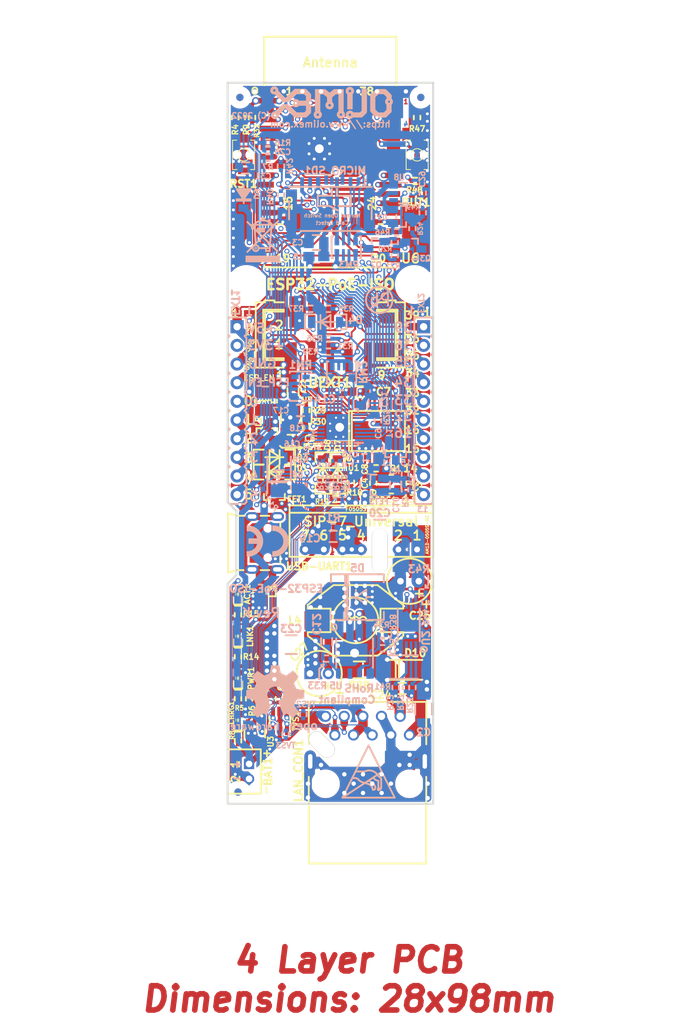
<source format=kicad_pcb>
(kicad_pcb (version 20240108) (generator "pcbnew") (generator_version "8.0")
  (title_block (title "ESP32-PoE-ISO") (date "2022-07-28") (rev "K") (company "OLIMEX Ltd.") (comment 1 "https://www.olimex.com"))
  (layers (0 "F.Cu" signal) (1 "In1.Cu" power) (2 "In2.Cu" power) (31 "B.Cu" signal) (34 "B.Paste" user) (35 "F.Paste" user) (36 "B.SilkS" user "B.Silkscreen") (37 "F.SilkS" user "F.Silkscreen") (38 "B.Mask" user) (39 "F.Mask" user) (44 "Edge.Cuts" user))
  (net 0 "")
  (net 1 "+5V")
  (net 2 "GND")
  (net 3 "Net-(BAT1-Pad1)")
  (net 4 "Net-(BUT1-Pad2)")
  (net 5 "/GPI34/BUT1")
  (net 6 "+3V3")
  (net 7 "Net-(C11-Pad1)")
  (net 8 "/GPIO3/U0RXD")
  (net 9 "/ESP_EN")
  (net 10 "/GPIO25/EMAC_RXD0(RMII)")
  (net 11 "/GPIO19/EMAC_TXD0(RMII)")
  (net 12 "/GPIO26/EMAC_RXD1(RMII)")
  (net 13 "/GPIO1/U0TXD")
  (net 14 "Net-(L2-Pad1)")
  (net 15 "Net-(Q2-Pad1)")
  (net 16 "/GPIO22/EMAC_TXD1(RMII)")
  (net 17 "/GPIO21/EMAC_TX_EN(RMII)")
  (net 18 "Net-(MICRO_SD1-Pad5)")
  (net 19 "/GPI36/U1RXD")
  (net 20 "/GPIO23/MDC(RMII)")
  (net 21 "/GPIO27/EMAC_RX_CRS_DV")
  (net 22 "/GPIO4/U1TXD")
  (net 23 "/GPIO2/HS2_DATA0")
  (net 24 "/GPIO13/I2C-SDA")
  (net 25 "/GPIO14/HS2_CLK")
  (net 26 "/GPIO15/HS2_CMD")
  (net 27 "/GPIO16/I2C-SCL")
  (net 28 "/GPIO18/MDIO(RMII)")
  (net 29 "/+5V_USB")
  (net 30 "Net-(MICRO_SD1-Pad1)")
  (net 31 "Net-(MICRO_SD1-Pad2)")
  (net 32 "Net-(MICRO_SD1-Pad8)")
  (net 33 "Net-(U4-Pad4)")
  (net 34 "Net-(U4-Pad14)")
  (net 35 "Net-(U4-Pad18)")
  (net 36 "Net-(U4-Pad20)")
  (net 37 "Net-(U4-Pad26)")
  (net 38 "Net-(USB-UART1-Pad4)")
  (net 39 "Net-(MICRO_SD1-Pad7)")
  (net 40 "/D_Com")
  (net 41 "Earth")
  (net 42 "+5VP")
  (net 43 "Spare1")
  (net 44 "Spare2")
  (net 45 "/GPIO33")
  (net 46 "/GPIO32")
  (net 47 "/GPI39")
  (net 48 "Net-(FID1-PadFid1)")
  (net 49 "Net-(FID2-PadFid1)")
  (net 50 "Net-(FID3-PadFid1)")
  (net 51 "Net-(MICRO_SD1-PadCD1)")
  (net 52 "Net-(C4-Pad1)")
  (net 53 "Net-(C5-Pad1)")
  (net 54 "Net-(C21-Pad2)")
  (net 55 "Net-(D4-Pad1)")
  (net 56 "Net-(Q2-Pad2)")
  (net 57 "Net-(Q3-Pad3)")
  (net 58 "Net-(Q3-Pad2)")
  (net 59 "Net-(Q3-Pad1)")
  (net 60 "Net-(R6-Pad1)")
  (net 61 "Net-(R26-Pad1)")
  (net 62 "Net-(R29-Pad1)")
  (net 63 "Net-(U1-Pad17)")
  (net 64 "Net-(U1-Pad14)")
  (net 65 "Net-(U1-Pad13)")
  (net 66 "Net-(U1-Pad12)")
  (net 67 "Net-(U1-Pad11)")
  (net 68 "Net-(C6-Pad1)")
  (net 69 "+3.3VLAN")
  (net 70 "Net-(C17-Pad1)")
  (net 71 "/GPIO0")
  (net 72 "/GPIO5/SPI_CS")
  (net 73 "/GPI35")
  (net 74 "Net-(RM1-Pad3.2)")
  (net 75 "Net-(RM1-Pad2.2)")
  (net 76 "Net-(RM1-Pad4.2)")
  (net 77 "/GPIO17/EMAC_CLK_OUT_180")
  (net 78 "/GPIO12/PHY_PWR")
  (net 79 "Net-(FID4-PadFid1)")
  (net 80 "Net-(FID5-PadFid1)")
  (net 81 "Net-(FID6-PadFid1)")
  (net 82 "Net-(ACT1-Pad2)")
  (net 83 "Net-(ACT1-Pad1)")
  (net 84 "Net-(LNK1-Pad1)")
  (net 85 "Net-(C3-Pad1)")
  (net 86 "Net-(RM1-Pad1.2)")
  (net 87 "Net-(CHRG1-Pad1)")
  (net 88 "Net-(PWR1-Pad1)")
  (net 89 "Net-(C10-Pad2)")
  (net 90 "Net-(R3-Pad2)")
  (net 91 "Net-(L3-Pad1)")
  (net 92 "Net-(R8-Pad2)")
  (net 93 "/TD+")
  (net 94 "/TD-")
  (net 95 "/RD+")
  (net 96 "/RD-")
  (net 97 "/Shield")
  (net 98 "Net-(R14-Pad2)")
  (net 99 "/USB_D-")
  (net 100 "/USB_D+")
  (net 101 "Net-(C8-Pad1)")
  (net 102 "Net-(D6-Pad1)")
  (net 103 "Net-(D7-Pad2)")
  (net 104 "Net-(U1-Pad20)")
  (net 105 "Net-(D9-Pad1)")
  (net 106 "Net-(C12-Pad1)")
  (net 107 "Net-(C12-Pad2)")
  (net 108 "Net-(C25-Pad2)")
  (net 109 "Net-(R22-Pad2)")
  (net 110 "Net-(R23-Pad1)")
  (net 111 "Net-(R27-Pad2)")
  (net 112 "Net-(R33-Pad1)")
  (net 113 "Net-(U2-Pad6)")
  (net 114 "Net-(U5-Pad7)")
  (net 115 "/5V_DCDC")
  (net 116 "/ILIM")
  (net 117 "Net-(U6-Pad21)")
  (net 118 "Net-(U6-Pad22)")
  (net 119 "Net-(U6-Pad20)")
  (net 120 "Net-(U6-Pad19)")
  (net 121 "Net-(U6-Pad17)")
  (net 122 "Net-(U6-Pad18)")
  (net 123 "Net-(U6-Pad32)")
  (net 124 "Net-(U8-Pad1)")
  (net 125 "Net-(R43-Pad2)")
  (footprint "OLIMEX_Other-FP:Fiducial1x3" (layer "F.Cu") (at 91.567 186.563 -90)
    (property "Reference" "FID3" (hide yes))
    (property "Value" "Fiducial" (hide yes))
  )
  (footprint "OLIMEX_Other-FP:Fiducial1x3" (layer "F.Cu") (at 116.459 92 -90)
    (property "Reference" "FID2" (hide yes))
    (property "Value" "Fiducial" (hide yes))
  )
  (footprint "OLIMEX_RLC-FP:R_0402_5MIL_DWS" (layer "F.Cu") (at 93.472 94.742 -90)
    (property "Reference" "R32")
    (property "Value" "10k/R0402")
  )
  (footprint "OLIMEX_Buttons-FP:IT1185AU2_V2" (layer "F.Cu") (at 115.959 99.822 90)
    (property "Reference" "BUT1")
    (property "Value" "IT1185AU2")
  )
  (footprint "OLIMEX_RLC-FP:C_0603_5MIL_DWS" (layer "F.Cu") (at 94.869 174.371 90)
    (property "Reference" "C1")
    (property "Value" "22uF/6.3V/20%/X5R/C0603")
  )
  (footprint "OLIMEX_IC-FP:SOT-23-5" (layer "F.Cu") (at 93.853 178.562 -90)
    (property "Reference" "U3")
    (property "Value" "BL4054B-42TPRN(SOT23-5)")
  )
  (footprint "OLIMEX_RLC-FP:R_0402_5MIL_DWS" (layer "F.Cu") (at 93.091 173.863 90)
    (property "Reference" "R6")
    (property "Value" "10k/R0402")
  )
  (footprint "OLIMEX_RLC-FP:R_0402_5MIL_DWS" (layer "F.Cu") (at 91.186 94.742 90)
    (property "Reference" "R4")
    (property "Value" "47k/R0402")
  )
  (footprint "OLIMEX_RLC-FP:R_0402_5MIL_DWS" (layer "F.Cu") (at 92.075 94.742 -90)
    (property "Reference" "R9")
    (property "Value" "100k/R0402")
  )
  (footprint "OLIMEX_LEDs-FP:LED_0603_KA" (layer "F.Cu") (at 91.567 176.784 90)
    (property "Reference" "CHRG1")
    (property "Value" "LED/YELLOW/0603")
  )
  (footprint "OLIMEX_LEDs-FP:LED_0603_KA" (layer "F.Cu") (at 91.567 171.069 90)
    (property "Reference" "PWR1")
    (property "Value" "LED/RED/0603")
  )
  (footprint "OLIMEX_RLC-FP:R_0402_5MIL_DWS" (layer "F.Cu") (at 91.567 173.863 -90)
    (property "Reference" "R5")
    (property "Value" "2.2k/R0402")
  )
  (footprint "OLIMEX_Other-FP:Fiducial1x3" (layer "F.Cu") (at 91.821 92 -90)
    (property "Reference" "FID1" (hide yes))
    (property "Value" "Fiducial" (hide yes))
  )
  (footprint "OLIMEX_Buttons-FP:IT1185AU2_V2" (layer "F.Cu") (at 92.321 99.822 90)
    (property "Reference" "RST1")
    (property "Value" "IT1185AU2")
  )
  (footprint "OLIMEX_RLC-FP:C_0402_5MIL_DWS" (layer "F.Cu") (at 97.155 173.863 90)
    (property "Reference" "C11")
    (property "Value" "100nF/16V/10%/X7R/C0402")
  )
  (footprint "OLIMEX_Transistors-FP:SOT23" (layer "F.Cu") (at 96.52 146.177 90)
    (property "Reference" "FET1")
    (property "Value" "WPM2015-3/TR")
  )
  (footprint "OLIMEX_RLC-FP:CD32" (layer "F.Cu") (at 95.377 133.35 90)
    (property "Reference" "L2")
    (property "Value" "2.2uH/1.5A/DCR=72mR/20%/3.00x3.00x1.50mm/CD32(NR3015T2R2M)")
  )
  (footprint "OLIMEX_RLC-FP:R_0402_5MIL_DWS" (layer "F.Cu") (at 100.838 136.906 -90)
    (property "Reference" "R30")
    (property "Value" "49.9k/1%/R0402")
  )
  (footprint "OLIMEX_RLC-FP:R_0402_5MIL_DWS" (layer "F.Cu") (at 100.838 134.62 90)
    (property "Reference" "R29")
    (property "Value" "220k/R0402")
  )
  (footprint "OLIMEX_RLC-FP:C_0603_5MIL_DWS" (layer "F.Cu") (at 98.806 138.684)
    (property "Reference" "C6")
    (property "Value" "22uF/6.3V/20%/X5R/C0603")
  )
  (footprint "OLIMEX_Regulators-FP:SOT-23-5" (layer "F.Cu") (at 98.806 135.763 90)
    (property "Reference" "U7")
    (property "Value" "SY8089AAAC(SOT23-5)")
  )
  (footprint "OLIMEX_RLC-FP:C_0603_5MIL_DWS" (layer "F.Cu") (at 99.06 132.08 -90)
    (property "Reference" "C22")
    (property "Value" "22uF/6.3V/20%/X5R/C0603")
  )
  (footprint "OLIMEX_RLC-FP:R_0402_5MIL_DWS" (layer "F.Cu") (at 91.567 168.148 -90)
    (property "Reference" "R14")
    (property "Value" "2.2k/R0402")
  )
  (footprint "OLIMEX_LEDs-FP:LED_0603_KA" (layer "F.Cu") (at 91.567 165.354 90)
    (property "Reference" "LNK1")
    (property "Value" "LED/GREEN/0603")
  )
  (footprint "OLIMEX_RLC-FP:R_0402_5MIL_DWS" (layer "F.Cu") (at 91.567 162.433 -90)
    (property "Reference" "R15")
    (property "Value" "2.2k/R0402")
  )
  (footprint "OLIMEX_LEDs-FP:LED_0603_KA" (layer "F.Cu") (at 91.567 159.639 90)
    (property "Reference" "ACT1")
    (property "Value" "LED/YELLOW/0603")
  )
  (footprint "OLIMEX_RLC-FP:L_0805_5MIL_DWS" (layer "F.Cu") (at 94.488 159.258 -90)
    (property "Reference" "L3")
    (property "Value" "FB0805/600R/2A")
  )
  (footprint "OLIMEX_RLC-FP:C_0603_5MIL_DWS" (layer "F.Cu") (at 108.077 132.08 180)
    (property "Reference" "C7")
    (property "Value" "22uF/6.3V/20%/X5R/C0603")
  )
  (footprint "OLIMEX_RLC-FP:C_0402_5MIL_DWS" (layer "F.Cu") (at 114.935 144.526 -90)
    (property "Reference" "C5")
    (property "Value" "27pF/50V/5%/C0G/C0402")
  )
  (footprint "OLIMEX_RLC-FP:C_0402_5MIL_DWS" (layer "F.Cu") (at 109.982 144.526 90)
    (property "Reference" "C4")
    (property "Value" "27pF/50V/5%/C0G/C0402")
  )
  (footprint "OLIMEX_Transistors-FP:SOT23" (layer "F.Cu") (at 95.504 137.668 -90)
    (property "Reference" "FET2")
    (property "Value" "WPM2015-3/TR")
  )
  (footprint "OLIMEX_RLC-FP:R_0402_5MIL_DWS" (layer "F.Cu") (at 106.934 144.399 -90)
    (property "Reference" "R18")
    (property "Value" "10k/R0402")
  )
  (footprint "OLIMEX_Other-FP:Mounting_hole_2_mm" (layer "F.Cu") (at 102.9716 180.0987 45)
    (property "Reference" "Drill_Slot3" (hide yes))
    (property "Value" "2 mm" (hide yes))
  )
  (footprint "OLIMEX_Regulators-FP:SIP-7_Universal" (layer "F.Cu") (at 108.331 153.543 180)
    (property "Reference" "DCDC1")
    (property "Value" "F0505S-2WR2(SIP-7)")
  )
  (footprint "OLIMEX_RLC-FP:CPOL-RM2.5mm_6.3x11mm_PTH" (layer "F.Cu") (at 102.616 170.434 180)
    (property "Reference" "C27")
    (property "Value" "15uF/100V/20%/RM2.5/6.3x11mm(Farnell:1281844)")
  )
  (footprint "OLIMEX_IC-FP:SSOP-20W" (layer "F.Cu") (at 110.49 137.414)
    (property "Reference" "U1")
    (property "Value" "CH340T(SSOP20W)")
  )
  (footprint "OLIMEX_Crystal-FP:TSX-3.2x2.5mm_GND(3)" (layer "F.Cu") (at 112.438 144.653)
    (property "Reference" "Q1")
    (property "Value" "Q12MHz/20pF/10ppm/4P/3.2x2.5mm")
  )
  (footprint "OLIMEX_RLC-FP:R_0402_5MIL_DWS" (layer "F.Cu") (at 104.775 146.685 180)
    (property "Reference" "R19")
    (property "Value" "10k/R0402")
  )
  (footprint "OLIMEX_Diodes-FP:SOD-123_1C-2A_KA" (layer "F.Cu") (at 103.124 143.129 -90)
    (property "Reference" "D6")
    (property "Value" "1N5819S4/SOD123")
  )
  (footprint "OLIMEX_Diodes-FP:SOD-123_1C-2A_KA" (layer "F.Cu") (at 105.156 143.129 -90)
    (property "Reference" "D7")
    (property "Value" "1N5819S4/SOD123")
  )
  (footprint "OLIMEX_Diodes-FP:SOD-123_1C-2A_KA" (layer "F.Cu") (at 96.52 140.97 180)
    (property "Reference" "D3")
    (property "Value" "1N5819S4/SOD123")
  )
  (footprint "OLIMEX_Diodes-FP:SOD-123_1C-2A_KA" (layer "F.Cu") (at 96.52 143.002)
    (property "Reference" "D1")
    (property "Value" "1N5819S4/SOD123")
  )
  (footprint "OLIMEX_Connectors-FP:USB-MICRO_MISB-SWMM-5B_LF" (layer "F.Cu") (at 93.726 152.654 180)
    (property "Reference" "USB-UART1")
    (property "Value" "MISB-SWMM-5B-LF(USB_MICRO)")
  )
  (footprint "OLIMEX_Other-FP:Mounting_hole_2_mm" (layer "F.Cu") (at 110.871 153.7335)
    (property "Reference" "Drill_Slot1" (hide yes))
    (property "Value" "2 mm" (hide yes))
  )
  (footprint "OLIMEX_Diodes-FP:SOT-23-5" (layer "F.Cu") (at 97.282 176.911 -90)
    (property "Reference" "TVS1")
    (property "Value" "ESDS314DBVR(SOT-23-5)")
  )
  (footprint "OLIMEX_Connectors-FP:RJP-003TC1(LPJ4112CNL)" (layer "F.Cu") (at 109.2 185.293)
    (property "Reference" "LAN_CON1")
    (property "Value" "RJP-003TC1(LPJ4112CNL)")
  )
  (footprint "OLIMEX_Connectors-FP:GBH-254-SMT-10" (layer "F.Cu") (at 104.14 124.333)
    (property "Reference" "UEXT1")
    (property "Value" "P-B-V-10-LF")
  )
  (footprint "OLIMEX_RLC-FP:C_0402_5MIL_DWS" (layer "F.Cu") (at 110.363 142.494)
    (property "Reference" "C8")
    (property "Value" "100nF/16V/10%/X7R/C0402")
  )
  (footprint "OLIMEX_RLC-FP:R_1206_5MIL_DWS" (layer "F.Cu") (at 108.077 169.926)
    (property "Reference" "R28")
    (property "Value" "0.03R/1%/R1206")
  )
  (footprint "OLIMEX_RLC-FP:DBS135" (layer "F.Cu") (at 107.569 163.195)
    (property "Reference" "L4")
    (property "Value" "33uH/2.1A/DCR=0.1R/20%/DBS135(PD3316MT330)")
  )
  (footprint "OLIMEX_RLC-FP:CPOL-RM2.5mm_6.3x11mm_PTH" (layer "F.Cu") (at 114.935 157.861 180)
    (property "Reference" "C26")
    (property "Value" "470uF/10V/20%/Low_ESR/RM2.5/6.0x11mm")
  )
  (footprint "OLIMEX_RLC-FP:R_0402_5MIL_DWS" (layer "F.Cu") (at 115.951 94.742 90)
    (property "Reference" "R47")
    (property "Value" "220R/R0402")
  )
  (footprint "OLIMEX_RLC-FP:R_0402_5MIL_DWS" (layer "F.Cu") (at 91.567 179.578 -90)
    (property "Reference" "R8")
    (property "Value" "2.2k/R0402")
  )
  (footprint "OLIMEX_RLC-FP:C_0603_5MIL_DWS" (layer "F.Cu") (at 113.919 172.466)
    (property "Reference" "C24")
    (property "Value" "100nF/100V/10%/X7R/C0603")
  )
  (footprint "OLIMEX_Diodes-FP:SMA-KA" (layer "F.Cu") (at 114.173 169.926)
    (property "Reference" "D10")
    (property "Value" "SMAJ58A/SMA")
  )
  (footprint "OLIMEX_Cases-FP:ESP32-WROVER(WROOM)-UNIVERSAL_MODULE" (layer "F.Cu") (at 104.14 99.441)
    (property "Reference" "U6")
    (property "Value" "ESP32-WROVER-E")
  )
  (footprint "OLIMEX_RLC-FP:R_0402_5MIL_DWS" (layer "F.Cu") (at 115.697 103.378)
    (property "Reference" "R48")
    (property "Value" "10k/R0402")
  )
  (footprint "OLIMEX_Other-FP:NPTH_2.2mm" (layer "F.Cu") (at 97.79 185.42)
    (property "Reference" "MH1" (hide yes))
    (property "Value" "Mounting_Hole_NPTH" (hide yes))
  )
  (footprint "OLIMEX_Other-FP:NPTH_2.2mm" (layer "F.Cu") (at 92.71 117.475)
    (property "Reference" "MH2" (hide yes))
    (property "Value" "Mounting_Hole_NPTH" (hide yes))
  )
  (footprint "OLIMEX_Other-FP:NPTH_2.2mm" (layer "F.Cu") (at 115.57 117.475)
    (property "Reference" "MH3" (hide yes))
    (property "Value" "Mounting_Hole_NPTH" (hide yes))
  )
  (footprint "OLIMEX_Connectors-FP:LIPO_BAT_VERTICAL_DW02S" (layer "F.Cu") (at 89.535 183.769 -90)
    (property "Reference" "BAT1")
    (property "Value" "DW02S")
  )
  (footprint "OLIMEX_RLC-FP:L_0805_5MIL_DWS" (layer "B.Cu") (at 102.235 113.665)
    (property "Reference" "L5")
    (property "Value" "FB0805/600R/2A")
  )
  (footprint "OLIMEX_Connectors-FP:HN1x10" (layer "B.Cu") (at 116.84 134.65 -90)
    (property "Reference" "EXT2")
    (property "Value" "NS(HN1x10)")
  )
  (footprint "OLIMEX_Other-FP:Fiducial1x3" (layer "B.Cu") (at 91.567 186.563 -90)
    (property "Reference" "FID6" (hide yes))
    (property "Value" "Fiducial" (hide yes))
  )
  (footprint "OLIMEX_RLC-FP:R_0402_5MIL_DWS" (layer "B.Cu") (at 101.473 120.777 180)
    (property "Reference" "R37")
    (property "Value" "10k/R0402")
  )
  (footprint "OLIMEX_RLC-FP:R_0402_5MIL_DWS" (layer "B.Cu") (at 97.409 105.283 90)
    (property "Reference" "R40")
    (property "Value" "10R/R0402")
  )
  (footprint "OLIMEX_Other-FP:Fiducial1x3" (layer "B.Cu") (at 116.459 92 -90)
    (property "Reference" "FID5" (hide yes))
    (property "Value" "Fiducial" (hide yes))
  )
  (footprint "OLIMEX_Other-FP:Fiducial1x3" (layer "B.Cu") (at 91.821 92 -90)
    (property "Reference" "FID4" (hide yes))
    (property "Value" "Fiducial" (hide yes))
  )
  (footprint "OLIMEX_RLC-FP:R_MATRIX_4" (layer "B.Cu") (at 106.299 112.395)
    (property "Reference" "RM3")
    (property "Value" "RA1206_(4X0603)_4B8_2.2k")
  )
  (footprint "OLIMEX_RLC-FP:R_0402_5MIL_DWS" (layer "B.Cu") (at 103.886 126.619)
    (property "Reference" "R39")
    (property "Value" "10k/R0402")
  )
  (footprint "OLIMEX_Connectors-FP:HN1x10" (layer "B.Cu") (at 91.44 134.65 -90)
    (property "Reference" "EXT1")
    (property "Value" "NS(HN1x10)")
  )
  (footprint "OLIMEX_RLC-FP:C_0603_5MIL_DWS" (layer "B.Cu") (at 104.521 151.765)
    (property "Reference" "C19")
    (property "Value" "22uF/6.3V/20%/X5R/C0603")
  )
  (footprint "OLIMEX_RLC-FP:C_1206_5MIL_DWS_ISO" (layer "B.Cu") (at 116.84 175.26 -90)
    (property "Reference" "C2")
    (property "Value" "1nF/2000V/10%/X7R/C1206")
  )
  (footprint "OLIMEX_RLC-FP:C_1808(4520)_5MIL_DWS_ISO" (layer "B.Cu") (at 110.871 150.749)
    (property "Reference" "C20")
    (property "Value" "NA(1.0nF/3kV/10%/X7R/SMD/1808(VISHAY-VJ1808Y102KBHAT4X_Farnell-2407291))")
  )
  (footprint "OLIMEX_RLC-FP:C_1808(4520)_5MIL_DWS_ISO" (layer "B.Cu") (at 98.806 166.497)
    (property "Reference" "C23")
    (property "Value" "1.0nF/3kV/10%/X7R/SMD/1808(VISHAY-VJ1808Y102KBHAT4X_Farnell-2407291)")
  )
  (footprint "OLIMEX_RLC-FP:R_0402_5MIL_DWS" (layer "B.Cu") (at 114.3 143.256 90)
    (property "Reference" "R3")
    (property "Value" "1k/R0402")
  )
  (footprint "OLIMEX_RLC-FP:C_0603_5MIL_DWS" (layer "B.Cu") (at 113.03 144.78 90)
    (property "Reference" "C10")
    (property "Value" "22uF/6.3V/20%/X5R/C0603")
  )
  (footprint "OLIMEX_RLC-FP:C_0402_5MIL_DWS" (layer "B.Cu") (at 100.076 135.89 180)
    (property "Reference" "C18")
    (property "Value" "100nF/16V/10%/X7R/C0402")
  )
  (footprint "OLIMEX_RLC-FP:C_0603_5MIL_DWS" (layer "B.Cu") (at 110.109 133.604 -90)
    (property "Reference" "C21")
    (property "Value" "NA(10uF/6.3V/20%/X5R/C0603)")
  )
  (footprint "OLIMEX_RLC-FP:C_0603_5MIL_DWS" (layer "B.Cu") (at 100.076 134.62 180)
    (property "Reference" "C17")
    (property "Value" "2.2uF/6.3V/10%/X5R/C0603")
  )
  (footprint "OLIMEX_RLC-FP:L_0805_5MIL_DWS" (layer "B.Cu") (at 109.093 142.367 180)
    (property "Reference" "L1")
    (property "Value" "FB0805/600R/2A")
  )
  (footprint "OLIMEX_IC-FP:QFN32_EP(33)_5.00x5.00x0.90mm_Pitch_0.50mm" (layer "B.Cu") (at 105.41 136.906 90)
    (property "Reference" "U4")
    (property "Value" "LAN8710A-EZC(QFN32)")
  )
  (footprint "OLIMEX_Transistors-FP:SOT23" (layer "B.Cu") (at 113.03 140.335 90)
    (property "Reference" "T1")
    (property "Value" "LMUN2211LT1G(SOT-23)")
  )
  (footprint "OLIMEX_RLC-FP:R_0402_5MIL_DWS" (layer "B.Cu") (at 106.68 141.986 90)
    (property "Reference" "R12")
    (property "Value" "49.9R/1%/R0402")
  )
  (footprint "OLIMEX_RLC-FP:R_0402_5MIL_DWS" (layer "B.Cu") (at 114.3 145.415 90)
    (property "Reference" "R2")
    (property "Value" "10k/R0402")
  )
  (footprint "OLIMEX_RLC-FP:R_0402_5MIL_DWS" (layer "B.Cu") (at 95.631 98.171 180)
    (property "Reference" "R16")
    (property "Value" "470k/R0402")
  )
  (footprint "OLIMEX_RLC-FP:R_0402_5MIL_DWS" (layer "B.Cu") (at 95.631 100.203)
    (property "Reference" "R7")
    (property "Value" "470k/R0402")
  )
  (footprint "OLIMEX_RLC-FP:C_0603_5MIL_DWS" (layer "B.Cu") (at 110.617 139.954 90)
    (property "Reference" "C9")
    (property "Value" "22uF/6.3V/20%/X5R/C0603")
  )
  (footprint "OLIMEX_Transistors-FP:SOT23" (layer "B.Cu") (at 110.236 144.78)
    (property "Reference" "FET3")
    (property "Value" "WPM2015-3/TR")
  )
  (footprint "OLIMEX_RLC-FP:R_0402_5MIL_DWS" (layer "B.Cu") (at 110.617 136.017 -90)
    (property "Reference" "R25")
    (property "Value" "10k/R0402")
  )
  (footprint "OLIMEX_RLC-FP:C_0402_5MIL_DWS" (layer "B.Cu") (at 100.965 139.192 180)
    (property "Reference" "C16")
    (property "Value" "100nF/16V/10%/X7R/C0402")
  )
  (footprint "OLIMEX_RLC-FP:R_0402_5MIL_DWS" (layer "B.Cu") (at 100.965 140.081 180)
    (property "Reference" "R26")
    (property "Value" "12.1k/1%/R0402")
  )
  (footprint "OLIMEX_RLC-FP:R_0402_5MIL_DWS" (layer "B.Cu") (at 104.521 150.495)
    (property "Reference" "R1")
    (property "Value" "10k/R0402")
  )
  (footprint "OLIMEX_RLC-FP:R_0402_5MIL_DWS" (layer "B.Cu") (at 112.903 111.76 90)
    (property "Reference" "R20")
    (property "Value" "1k/R0402")
  )
  (footprint "OLIMEX_RLC-FP:R_0402_5MIL_DWS" (layer "B.Cu") (at 112.903 113.538 90)
    (property "Reference" "R21")
    (property "Value" "1k/R0402")
  )
  (footprint "OLIMEX_Transistors-FP:SOT23" (layer "B.Cu") (at 115.443 112.649 180)
    (property "Reference" "Q3")
    (property "Value" "BC817-40(SOT23)")
  )
  (footprint "OLIMEX_Transistors-FP:SOT23" (layer "B.Cu") (at 110.39856 112.58296)
    (property "Reference" "Q2")
    (property "Value" "BC817-40(SOT23)")
  )
  (footprint "OLIMEX_Diodes-FP:SOT23-3" (layer "B.Cu") (at 113.792 108.204 180)
    (property "Reference" "D2")
    (property "Value" "BAT54C(SOT23-3)")
  )
  (footprint "OLIMEX_RLC-FP:R_0402_5MIL_DWS" (layer "B.Cu") (at 103.886 125.73)
    (property "Reference" "R31")
    (property "Value" "2.2k/R0402")
  )
  (footprint "OLIMEX_RLC-FP:R_0402_5MIL_DWS" (layer "B.Cu") (at 116.713 107.696 -90)
    (property "Reference" "R49")
    (property "Value" "NA/R0402")
  )
  (footprint "OLIMEX_RLC-FP:R_0402_5MIL_DWS" (layer "B.Cu") (at 103.886 120.777)
    (property "Reference" "R35")
    (property "Value" "2.2k/R0402")
  )
  (footprint "OLIMEX_RLC-FP:R_0402_5MIL_DWS" (layer "B.Cu") (at 103.886 124.841)
    (property "Reference" "R36")
    (property "Value" "10k/R0402")
  )
  (footprint "OLIMEX_RLC-FP:C_0603_5MIL_DWS" (layer "B.Cu") (at 107.442 144.78 -90)
    (property "Reference" "C13")
    (property "Value" "22uF/6.3V/20%/X5R/C0603")
  )
  (footprint "OLIMEX_RLC-FP:R_0402_5MIL_DWS" (layer "B.Cu") (at 113.157 110.363)
    (property "Reference" "R46")
    (property "Value" "220R/R0402")
  )
  (footprint "OLIMEX_Diodes-FP:SOD-123_1C-2A_KA" (layer "B.Cu") (at 103.505 122.555)
    (property "Reference" "D4")
    (property "Value" "1N5819S4/SOD123")
  )
  (footprint "OLIMEX_RLC-FP:R_0402_5MIL_DWS" (layer "B.Cu") (at 103.124 141.986 90)
    (property "Reference" "R11")
    (property "Value" "49.9R/1%/R0402")
  )
  (footprint "OLIMEX_RLC-FP:R_0402_5MIL_DWS" (layer "B.Cu") (at 104.394 141.986 90)
    (property "Reference" "R10")
    (property "Value" "49.9R/1%/R0402")
  )
  (footprint "OLIMEX_RLC-FP:R_0402_5MIL_DWS" (layer "B.Cu") (at 94.996 145.923 90)
    (property "Reference" "R17")
    (property "Value" "NA/R0402")
  )
  (footprint "OLIMEX_Diodes-FP:SOD-123_1C-2A_KA" (layer "B.Cu") (at 92.329 105.156 90)
    (property "Reference" "D9")
    (property "Value" "1N5819S4/SOD123")
  )
  (footprint "OLIMEX_Diodes-FP:D_0402_5MIL_DWS" (layer "B.Cu") (at 100.457 176.022 -90)
    (property "Reference" "TVS2")
    (property "Value" "NA(GG0402052R542P)")
  )
  (footprint "OLIMEX_Diodes-FP:D_0402_5MIL_DWS" (layer "B.Cu") (at 98.044 178.689 -90)
    (property "Reference" "TVS3")
    (property "Value" "NA(GG0402052R542P)")
  )
  (footprint "OLIMEX_RLC-FP:C_0805_5MIL_DWS" (layer "B.Cu") (at 102.235 111.76 180)
    (property "Reference" "C3")
    (property "Value" "47uF/6.3V/20%/X5R/C0805")
  )
  (footprint "OLIMEX_RLC-FP:R_MATRIX_4" (layer "B.Cu") (at 105.664 129.413)
    (property "Reference" "RM2")
    (property "Value" "RA1206_(4X0603)_4B8_2.2k")
  )
  (footprint "OLIMEX_RLC-FP:R_0402_5MIL_DWS" (layer "B.Cu") (at 105.41 141.986 90)
    (property "Reference" "R13")
    (property "Value" "49.9R/1%/R0402")
  )
  (footprint "OLIMEX_RLC-FP:C_0402_5MIL_DWS" (layer "B.Cu") (at 108.839 140.97)
    (property "Reference" "C15")
    (property "Value" "100nF/16V/10%/X7R/C0402")
  )
  (footprint "OLIMEX_Diodes-FP:DO214AA_1(K)-2(A)" (layer "B.Cu") (at 97.155 143.383 90)
    (property "Reference" "D8")
    (property "Value" "NA(SMBJ6.0A)")
  )
  (footprint "OLIMEX_LOGOs-FP:OLIMEX_LOGO_TB" (layer "B.Cu") (at 104.14 92.71 180)
    (property "Reference" "Logo_Olimex" (hide yes))
    (property "Value" "" (hide yes))
  )
  (footprint "OLIMEX_LOGOs-FP:LOGO_PBFREE" (layer "B.Cu") (at 110.998 119.253)
    (property "Reference" "Sign_PB-Free")
    (property "Value" "")
  )
  (footprint "OLIMEX_LOGOs-FP:LOGO_OPENHARDWARE_8x8" (layer "B.Cu") (at 96.647 173.355 180)
    (property "Reference" "Logo_OSHW" (hide yes))
    (property "Value" "" (hide yes))
  )
  (footprint "OLIMEX_LOGOs-FP:CE_Sign" (layer "B.Cu") (at 94.615 152.4 180)
    (property "Reference" "Sign_CE" (hide yes))
    (property "Value" "CE_Sign" (hide yes))
  )
  (footprint "OLIMEX_LOGOs-FP:LOGO_ANTISTATIC_1" (layer "B.Cu") (at 112.903 187.325 180)
    (property "Reference" "Sign_Antistatic" (hide yes))
    (property "Value" "Val**" (hide yes))
  )
  (footprint "OLIMEX_RLC-FP:C_0402_5MIL_DWS" (layer "B.Cu") (at 111.252 167.005 180)
    (property "Reference" "C25")
    (property "Value" "12pF/50V/5%/COG/C0402")
  )
  (footprint "OLIMEX_RLC-FP:R_0402_5MIL_DWS" (layer "B.Cu") (at 113.03 172.339 90)
    (property "Reference" "R22")
    (property "Value" "24.9k/1%/R0402")
  )
  (footprint "OLIMEX_RLC-FP:R_0402_5MIL_DWS" (layer "B.Cu") (at 115.316 172.339 -90)
    (property "Reference" "R23")
    (property "Value" "180k/1%/R0402")
  )
  (footprint "OLIMEX_RLC-FP:R_0402_5MIL_DWS" (layer "B.Cu") (at 114.427 172.339 90)
    (property "Reference" "R27")
    (property "Value" "4.42k/1%/1/16W/R0402")
  )
  (footprint "OLIMEX_IC-FP:TSSOP-8_Pitch-0.65mm_Dimensions-4.40x3.00x1.20mm" (layer "B.Cu") (at 114.808 163.83 90)
    (property "Reference" "U2")
    (property "Value" "TPS2376PW(TSSOP-8)")
  )
  (footprint "OLIMEX_RLC-FP:C_0402_5MIL_DWS" (layer "B.Cu") (at 95.631 99.187 180)
    (property "Reference" "C28")
    (property "Value" "1nF/50V/10%/X7R/C0402")
  )
  (footprint "OLIMEX_RLC-FP:C_0402_5MIL_DWS" (layer "B.Cu") (at 105.664 132.334)
    (property "Reference" "C14")
    (property "Value" "100nF/16V/10%/X7R/C0402")
  )
  (footprint "OLIMEX_RLC-FP:R_MATRIX_4" (layer "B.Cu") (at 100.076 131.318 90)
    (property "Reference" "RM1")
    (property "Value" "RA1206_(4X0603)_4B8_2.2k")
  )
  (footprint "OLIMEX_RLC-FP:C_0603_5MIL_DWS" (layer "B.Cu") (at 103.632 166.116 -90)
    (property "Reference" "C12")
    (property "Value" "100nF/100V/10%/X7R/C0603")
  )
  (footprint "OLIMEX_RLC-FP:R_0402_5MIL_DWS" (layer "B.Cu") (at 103.632 168.402 180)
    (property "Reference" "R33")
    (property "Value" "4.7R/R0402")
  )
  (footprint "OLIMEX_Diodes-FP:DO214AB(SMC)_1(K)-2(A)" (layer "B.Cu") (at 107.823 160.02)
    (property "Reference" "D5")
    (property "Value" "SS510/100V/5A/0.85V/DO214AB(SMC)")
  )
  (footprint "OLIMEX_RLC-FP:R_2512_MM_DWS" (layer "B.Cu") (at 114.046 169.545)
    (property "Reference" "R41")
    (property "Value" "4.7k/R2512")
  )
  (footprint "OLIMEX_RLC-FP:R_0402_5MIL_DWS" (layer "B.Cu") (at 111.252 166.116 180)
    (property "Reference" "R38")
    (property "Value" "56.2k/1%/R0402")
  )
  (footprint "OLIMEX_Regulators-FP:ESOIC-8" (layer "B.Cu") (at 107.442 167.646)
    (property "Reference" "U5")
    (property "Value" "TX4138(ESOIC-8)")
  )
  (footprint "OLIMEX_RLC-FP:R_0402_5MIL_DWS" (layer "B.Cu") (at 111.252 165.1)
    (property "Reference" "R34")
    (property "Value" "10.5k/1%/R0402")
  )
  (footprint "OLIMEX_RLC-FP:C_0402_5MIL_DWS" (layer "B.Cu") (at 116.713 105.029 -90)
    (property "Reference" "C29")
    (property "Value" "100nF/16V/10%/X7R/C0402")
  )
  (footprint "OLIMEX_IC-FP:SOT-23-5" (layer "B.Cu") (at 114.051 105.029001 180)
    (property "Reference" "U8")
    (property "Value" "SN74LVC1G04DBVR(SOT23-5)")
  )
  (footprint "OLIMEX_RLC-FP:R_0402_5MIL_DWS" (layer "B.Cu") (at 97.409 101.346 -90)
    (property "Reference" "R42")
    (property "Value" "10R/R0402")
  )
  (footprint "OLIMEX_RLC-FP:C_0603_5MIL_DWS" (layer "B.Cu") (at 92.583 101.6 180)
    (property "Reference" "C31")
    (property "Value" "1uF/10V/20%/X5R/C0603")
  )
  (footprint "OLIMEX_RLC-FP:R_0402_5MIL_DWS" (layer "B.Cu") (at 115.316 109.855 90)
    (property "Reference" "R24")
    (property "Value" "220R/R0402")
  )
  (footprint "OLIMEX_LOGOs-FP:LOGO_RECYCLEBIN_1" (layer "B.Cu") (at 97.282 114.427 180)
    (property "Reference" "Sign_RecycleBin" (hide yes))
    (property "Value" "" (hide yes))
  )
  (footprint "OLIMEX_Connectors-FP:uSD(TFC-9P-1.xH(ATFFS150A01BR016))" (layer "B.Cu") (at 104.14 106.68)
    (property "Reference" "MICRO_SD1")
    (property "Value" "TFC-9P-1.7H(ATFFS150A01BR016)")
  )
  (footprint "OLIMEX_RLC-FP:R_0402_5MIL_DWS" (layer "B.Cu") (at 117.094 160.782 -90)
    (property "Reference" "R44")
    (property "Value" "10k/R0402")
  )
  (footprint "OLIMEX_RLC-FP:R_0402_5MIL_DWS" (layer "B.Cu") (at 116.586 159.385)
    (property "Reference" "R43")
    (property "Value" "130k/R0402")
  )
  (gr_line (start 112.2045 165.354) (end 112.141 165.608) (stroke (width 0.2032)) (layer "B.SilkS"))
  (gr_line (start 112.141 165.608) (end 112.395 165.5445) (stroke (width 0.2032)) (layer "B.SilkS"))
  (gr_line (start 103.251 169.164) (end 103.124 169.545) (stroke (width 0.254)) (layer "B.SilkS"))
  (gr_line (start 112.4585 165.2905) (end 112.141 165.608) (stroke (width 0.2032)) (layer "B.SilkS"))
  (gr_line (start 112.4585 164.6555) (end 112.4585 165.2905) (stroke (width 0.2032)) (layer "B.SilkS"))
  (gr_line (start 102.616 171.196) (end 102.616 169.799) (stroke (width 0.254)) (layer "B.SilkS"))
  (gr_line (start 117.475 158.369) (end 117.094 158.75) (stroke (width 0.254)) (layer "B.SilkS"))
  (gr_line (start 117.094 158.75) (end 117.475 158.75) (stroke (width 0.254)) (layer "B.SilkS"))
  (gr_line (start 103.251 169.164) (end 102.87 169.291) (stroke (width 0.254)) (layer "B.SilkS"))
  (gr_line (start 117.094 158.75) (end 117.094 158.369) (stroke (width 0.254)) (layer "B.SilkS"))
  (gr_line (start 117.475 157.099) (end 117.475 158.369) (stroke (width 0.254)) (layer "B.SilkS"))
  (gr_line (start 102.616 169.799) (end 103.251 169.164) (stroke (width 0.254)) (layer "B.SilkS"))
  (gr_line (start 100.33 139.7) (end 97.663 139.7) (stroke (width 0.254)) (layer "F.SilkS"))
  (gr_line (start 100.33 139.7) (end 99.822 139.954) (stroke (width 0.254)) (layer "F.SilkS"))
  (gr_line (start 97.536 139.7) (end 97.282 139.446) (stroke (width 0.254)) (layer "F.SilkS"))
  (gr_line (start 100.33 139.7) (end 99.822 139.446) (stroke (width 0.254)) (layer "F.SilkS"))
  (gr_line (start 97.663 139.7) (end 97.536 139.7) (stroke (width 0.254)) (layer "F.SilkS"))
  (gr_line (start 118.15 188.15) (end 118.15 90) (stroke (width 0.254)) (layer "Edge.Cuts"))
  (gr_line (start 90.15 147.1) (end 90.15 90) (stroke (width 0.254)) (layer "Edge.Cuts"))
  (gr_line (start 90.15 90) (end 118.15 90) (stroke (width 0.254)) (layer "Edge.Cuts"))
  (gr_line (start 90.15 188.15) (end 118.15 188.15) (stroke (width 0.254)) (layer "Edge.Cuts"))
  (gr_line (start 90.15 188.15) (end 90.15 158.2) (stroke (width 0.254)) (layer "Edge.Cuts"))
  (gr_line (start 90.15 158.2) (end 91.35 157) (stroke (width 0.254)) (layer "Edge.Cuts"))
  (gr_arc (start 101.538363 180.095033) (mid 101.538363 178.658179) (end 102.975217 178.658179) (stroke (width 0.15)) (layer "Edge.Cuts"))
  (gr_arc (start 104.412048 180.095025) (mid 104.41205 181.531863) (end 102.975212 181.531865) (stroke (width 0.15)) (layer "Edge.Cuts"))
  (gr_line (start 102.975212 181.531865) (end 101.538369 180.095027) (stroke (width 0.15)) (layer "Edge.Cuts"))
  (gr_line (start 104.41205 180.095025) (end 102.975217 178.658179) (stroke (width 0.15)) (layer "Edge.Cuts"))
  (gr_line (start 111.887 155.702) (end 111.887 151.765) (stroke (width 0.15)) (layer "Edge.Cuts"))
  (gr_arc (start 111.887 155.702) (mid 110.871 156.718) (end 109.855 155.702) (stroke (width 0.15)) (layer "Edge.Cuts"))
  (gr_line (start 109.855 155.702) (end 109.854991 151.765) (stroke (width 0.15)) (layer "Edge.Cuts"))
  (gr_arc (start 109.854991 151.765) (mid 110.871 150.748991) (end 111.887009 151.765) (stroke (width 0.15)) (layer "Edge.Cuts"))
  (gr_line (start 90.15 147.1) (end 91.35 148.3) (stroke (width 0.254)) (layer "Edge.Cuts"))
  (gr_line (start 91.35 148.3) (end 91.35 157) (stroke (width 0.254)) (layer "Edge.Cuts"))
  (gr_text "1" (at 114.427 92.583 0) (layer "F.Cu") (effects (font (size 0.635 0.635) (thickness 0.15875))))
  (gr_text "4 Layer PCB\nDimensions: 28x98mm" (at 106.68 212.09 0) (layer "F.Cu") (effects (font (size 3.302 3.302) (thickness 0.762) (italic yes))))
  (gr_text "4" (at 114.427 95.631 0) (layer "B.Cu") (effects (font (size 0.635 0.635) (thickness 0.15875)) (justify mirror)))
  (gr_text "1" (at 115.189 121.031 0) (layer "B.SilkS") (effects (font (size 1.016 1.016) (thickness 0.254)) (justify mirror)))
  (gr_text "https://www.olimex.com" (at 104.14 95.631 0) (layer "B.SilkS") (effects (font (size 0.889 0.889) (thickness 0.1905)) (justify mirror)))
  (gr_text "1" (at 108.839 103.505 0) (layer "B.SilkS") (effects (font (size 0.762 0.762) (thickness 0.1905)) (justify mirror)))
  (gr_text "(C) 2022" (at 93.345 94.488 0) (layer "B.SilkS") (effects (font (size 0.762 0.762) (thickness 0.1905)) (justify mirror)))
  (gr_text "RoHS" (at 108.077 172.466 0) (layer "B.SilkS") (effects (font (size 1.016 1.016) (thickness 0.254)) (justify mirror)))
  (gr_text "Compliant" (at 106.426 173.99 0) (layer "B.SilkS") (effects (font (size 1.016 1.016) (thickness 0.254)) (justify mirror)))
  (gr_text "ESP32-PoE-ISO" (at 96.774 158.877 0) (layer "B.SilkS") (effects (font (size 1.016 1.016) (thickness 0.254)) (justify mirror)))
  (gr_text "39" (at 114.046 123.317 0) (layer "B.SilkS") (effects (font (size 1.27 1.27) (thickness 0.254)) (justify mirror)))
  (gr_text "35" (at 114.046 128.016 0) (layer "B.SilkS") (effects (font (size 1.27 1.27) (thickness 0.254)) (justify mirror)))
  (gr_text "34" (at 114.046 130.81 0) (layer "B.SilkS") (effects (font (size 1.27 1.27) (thickness 0.254)) (justify mirror)))
  (gr_text "33" (at 114.046 133.223 0) (layer "B.SilkS") (effects (font (size 1.27 1.27) (thickness 0.254)) (justify mirror)))
  (gr_text "32" (at 114.046 135.382 0) (layer "B.SilkS") (effects (font (size 1.27 1.27) (thickness 0.254)) (justify mirror)))
  (gr_text "16" (at 114.046 137.668 0) (layer "B.SilkS") (effects (font (size 1.27 1.27) (thickness 0.254)) (justify mirror)))
  (gr_text "15" (at 114.427 141.732 0) (layer "B.SilkS") (effects (font (size 0.762 0.762) (thickness 0.1905)) (justify mirror)))
  (gr_text "14" (at 115.189 144.145 60) (layer "B.SilkS") (effects (font (size 0.762 0.762) (thickness 0.1905)) (justify mirror)))
  (gr_text "13" (at 116.713 148.082 0) (layer "B.SilkS") (effects (font (size 0.762 0.762) (thickness 0.1905)) (justify mirror)))
  (gr_text "+5V" (at 94.869 123.444 0) (layer "B.SilkS") (effects (font (size 1.27 1.27) (thickness 0.254)) (justify mirror)))
  (gr_text "+3V3" (at 95.377 125.73 0) (layer "B.SilkS") (effects (font (size 1.27 1.27) (thickness 0.254)) (justify mirror)))
  (gr_text "GND" (at 94.869 128.27 0) (layer "B.SilkS") (effects (font (size 1.27 1.27) (thickness 0.254)) (justify mirror)))
  (gr_text "ESP_EN" (at 95.758 130.81 0) (layer "B.SilkS") (effects (font (size 1.016 1.016) (thickness 0.254)) (justify mirror)))
  (gr_text "0" (at 93.726 133.477 0) (layer "B.SilkS") (effects (font (size 1.27 1.27) (thickness 0.254)) (justify mirror)))
  (gr_text "1" (at 93.726 135.89 0) (layer "B.SilkS") (effects (font (size 1.27 1.27) (thickness 0.254)) (justify mirror)))
  (gr_text "2" (at 93.726 138.43 0) (layer "B.SilkS") (effects (font (size 1.27 1.27) (thickness 0.254)) (justify mirror)))
  (gr_text "3" (at 93.726 140.97 0) (layer "B.SilkS") (effects (font (size 1.27 1.27) (thickness 0.254)) (justify mirror)))
  (gr_text "4" (at 93.726 143.51 0) (layer "B.SilkS") (effects (font (size 1.27 1.27) (thickness 0.254)) (justify mirror)))
  (gr_text "5" (at 93.726 146.304 0) (layer "B.SilkS") (effects (font (size 1.27 1.27) (thickness 0.254)) (justify mirror)))
  (gr_text "+" (at 91.44 182.753 0) (layer "B.SilkS") (effects (font (size 1.016 1.016) (thickness 0.254)) (justify mirror)))
  (gr_text "-" (at 91.44 184.658 0) (layer "B.SilkS") (effects (font (size 1.016 1.016) (thickness 0.254)) (justify mirror)))
  (gr_text "36" (at 114.046 125.73 0) (layer "B.SilkS") (effects (font (size 1.27 1.27) (thickness 0.254)) (justify mirror)))
  (gr_text "Rev.K" (at 94.6785 162.179 0) (layer "B.SilkS") (effects (font (size 1.27 1.27) (thickness 0.254)) (justify mirror)))
  (gr_text "1" (at 93.091 121.158 0) (layer "B.SilkS") (effects (font (size 1.016 1.016) (thickness 0.254)) (justify mirror)))
  (gr_text "1" (at 117.348 121.412 0) (layer "F.SilkS") (effects (font (size 1.016 1.016) (thickness 0.254))))
  (gr_text "1" (at 97.282 129.794 0) (layer "F.SilkS") (effects (font (size 1.016 1.016) (thickness 0.254))))
  (gr_text "+5V" (at 93.091 123.698 60) (layer "F.SilkS") (effects (font (size 0.635 0.635) (thickness 0.15875))))
  (gr_text "+3V3" (at 92.964 126.111 60) (layer "F.SilkS") (effects (font (size 0.635 0.635) (thickness 0.15875))))
  (gr_text "GND" (at 93.091 128.27 60) (layer "F.SilkS") (effects (font (size 0.635 0.635) (thickness 0.15875))))
  (gr_text "ESP_EN" (at 94.4245 130.175 0) (layer "F.SilkS") (effects (font (size 0.762 0.762) (thickness 0.15875))))
  (gr_text "0" (at 92.964 133.223 180) (layer "F.SilkS") (effects (font (size 1.27 1.27) (thickness 0.254))))
  (gr_text "9" (at 111.125 129.794 0) (layer "F.SilkS") (effects (font (size 1.016 1.016) (thickness 0.254))))
  (gr_text "1" (at 92.964 135.89 0) (layer "F.SilkS") (effects (font (size 1.27 1.27) (thickness 0.254))))
  (gr_text "2" (at 92.964 138.43 0) (layer "F.SilkS") (effects (font (size 1.27 1.27) (thickness 0.254))))
  (gr_text "3" (at 92.964 141.097 0) (layer "F.SilkS") (effects (font (size 1.27 1.27) (thickness 0.254))))
  (gr_text "4" (at 92.964 143.637 0) (layer "F.SilkS") (effects (font (size 1.27 1.27) (thickness 0.254))))
  (gr_text "5" (at 92.964 146.05 0) (layer "F.SilkS") (effects (font (size 1.27 1.27) (thickness 0.254))))
  (gr_text "13" (at 114.935 146.685 0) (layer "F.SilkS") (effects (font (size 1.016 1.016) (thickness 0.254))))
  (gr_text "14" (at 115.062 142.494 0) (layer "F.SilkS") (effects (font (size 1.016 1.016) (thickness 0.254))))
  (gr_text "15" (at 115.316 139.827 0) (layer "F.SilkS") (effects (font (size 1.016 1.016) (thickness 0.254))))
  (gr_text "16" (at 115.316 137.287 0) (layer "F.SilkS") (effects (font (size 1.016 1.016) (thickness 0.254))))
  (gr_text "32" (at 115.316 134.62 0) (layer "F.SilkS") (effects (font (size 1.016 1.016) (thickness 0.254))))
  (gr_text "33" (at 115.316 132.207 0) (layer "F.SilkS") (effects (font (size 1.016 1.016) (thickness 0.254))))
  (gr_text "34" (at 115.316 129.54 0) (layer "F.SilkS") (effects (font (size 1.016 1.016) (thickness 0.254))))
  (gr_text "35" (at 115.316 127.127 0) (layer "F.SilkS") (effects (font (size 1.016 1.016) (thickness 0.254))))
  (gr_text "36" (at 115.316 124.841 0) (layer "F.SilkS") (effects (font (size 1.016 1.016) (thickness 0.254))))
  (gr_text "39" (at 115.316 121.666 0) (layer "F.SilkS") (effects (font (size 1.016 1.016) (thickness 0.254))))
  (gr_text "+" (at 95.504 181.229 0) (layer "F.SilkS") (effects (font (size 1.016 1.016) (thickness 0.254))))
  (gr_text "ESP32-PoE-ISO" (at 104.14 117.475 0) (layer "F.SilkS") (effects (font (size 1.397 1.397) (thickness 0.34925))))
  (gr_text "1" (at 91.186 121.412 0) (layer "F.SilkS") (effects (font (size 1.016 1.016) (thickness 0.254))))
  (gr_text "-" (at 95.377 186.309 90) (layer "F.SilkS") (effects (font (size 1.016 1.016) (thickness 0.254))))
  (segment (start 95.5675 145.06956) (end 94.615 144.11706) (width 1.27) (layer "F.Cu") (net 1))
  (segment (start 94.62 140.97) (end 94.62 142.245) (width 1.27) (layer "F.Cu") (net 1))
  (segment (start 93.98 136.779) (end 93.091 135.89) (width 1.2192) (layer "F.Cu") (net 1))
  (segment (start 95.123 145.51406) (end 95.123 146.304) (width 1.016) (layer "F.Cu") (net 1))
  (segment (start 94.803 177.262) (end 94.803 178.242) (width 0.762) (layer "F.Cu") (net 1))
  (segment (start 94.615 144.11706) (end 94.615 143.002) (width 1.27) (layer "F.Cu") (net 1))
  (segment (start 94.803 176.215) (end 94.803014 176.214986) (width 0.762) (layer "F.Cu") (net 1))
  (segment (start 92.329 175.26) (end 91.567 176.022) (width 0.762) (layer "F.Cu") (net 1))
  (segment (start 94.803014 175.325986) (end 94.869 175.26) (width 0.762) (layer "F.Cu") (net 1))
  (segment (start 92.075 120.523) (end 93.98 120.523) (width 0.254) (layer "F.Cu") (net 1))
  (segment (start 93.98 102.997) (end 93.98 99.441) (width 0.254) (layer "F.Cu") (net 1))
  (segment (start 91.44 123.22) (end 91.44 121.158) (width 1.27) (layer "F.Cu") (net 1))
  (segment (start 91.186 95.754) (end 91.186 95.25) (width 0.254) (layer "F.Cu") (net 1))
  (segment (start 93.98 99.441) (end 93.218 98.679) (width 0.254) (layer "F.Cu") (net 1))
  (segment (start 93.218 98.679) (end 91.567 98.679) (width 0.254) (layer "F.Cu") (net 1))
  (segment (start 93.98 138.2014) (end 93.98 136.779) (width 1.27) (layer "F.Cu") (net 1))
  (segment (start 94.803 177.262) (end 94.803 176.215) (width 0.762) (layer "F.Cu") (net 1))
  (segment (start 94.55404 138.77544) (end 93.98 138.2014) (width 1.27) (layer "F.Cu") (net 1))
  (segment (start 94.803 178.242) (end 94.869 178.308) (width 0.762) (layer "F.Cu") (net 1))
  (segment (start 95.5675 145.06956) (end 95.123 145.51406) (width 1.016) (layer "F.Cu") (net 1))
  (segment (start 93.091 135.89) (end 93.091 132.08) (width 1.2192) (layer "F.Cu") (net 1))
  (segment (start 95.758 116.5225) (end 93.725989 114.490489) (width 0.254) (layer "F.Cu") (net 1))
  (segment (start 91.567 98.679) (end 91.186 98.298) (width 0.254) (layer "F.Cu") (net 1))
  (segment (start 95.123 146.304) (end 95.758 145.669) (width 1.016) (layer "F.Cu") (net 1))
  (segment (start 93.725989 114.490489) (end 93.725989 103.251011) (width 0.254) (layer "F.Cu") (net 1))
  (segment (start 94.62 143.002) (end 94.62 142.245) (width 1.27) (layer "F.Cu") (net 1))
  (segment (start 91.567 176.022) (end 92.583 176.022) (width 0.762) (layer "F.Cu") (net 1))
  (segment (start 94.615 138.8364) (end 94.615 140.97) (width 1.27) (layer "F.Cu") (net 1))
  (segment (start 92.583 175.26) (end 92.329 175.26) (width 0.762) (layer "F.Cu") (net 1))
  (segment (start 91.44 121.158) (end 92.075 120.523) (width 0.254) (layer "F.Cu") (net 1))
  (segment (start 92.583 170.307) (end 91.567 170.307) (width 0.762) (layer "F.Cu") (net 1))
  (segment (start 91.186 98.298) (end 91.186 95.754) (width 0.254) (layer "F.Cu") (net 1))
  (segment (start 95.758 145.669) (end 95.758 145.161) (width 1.016) (layer "F.Cu") (net 1))
  (segment (start 95.123 146.304) (end 95.123 147.574) (width 1.016) (layer "F.Cu") (net 1))
  (segment (start 95.123 146.304) (end 95.123 144.653) (width 1.016) (layer "F.Cu") (net 1))
  (segment (start 95.758 118.745) (end 95.758 116.5225) (width 0.254) (layer "F.Cu") (net 1))
  (segment (start 94.803014 176.214986) (end 94.803014 175.325986) (width 0.762) (layer "F.Cu") (net 1))
  (segment (start 93.725989 103.251011) (end 93.98 102.997) (width 0.254) (layer "F.Cu") (net 1))
  (segment (start 92.583 176.022017) (end 92.583 175.26) (width 0.762) (layer "F.Cu") (net 1))
  (segment (start 93.98 120.523) (end 95.758 118.745) (width 0.254) (layer "F.Cu") (net 1))
  (via (at 92.583 176.022) (size 0.7) (drill 0.4) (layers "F.Cu" "B.Cu") (net 1))
  (via (at 94.803014 176.214986) (size 0.7) (drill 0.4) (layers "F.Cu" "B.Cu") (net 1))
  (via (at 92.583 170.307) (size 0.7) (drill 0.4) (layers "F.Cu" "B.Cu") (net 1))
  (via (at 95.123 147.574) (size 1) (drill 0.6) (layers "F.Cu" "B.Cu") (net 1))
  (via (at 93.091 132.08) (size 1) (drill 0.6) (layers "F.Cu" "B.Cu") (net 1))
  (via (at 92.583 175.26) (size 0.7) (drill 0.4) (layers "F.Cu" "B.Cu") (net 1))
  (via (at 94.869 178.308) (size 0.7) (drill 0.4) (layers "F.Cu" "B.Cu") (net 1))
  (segment (start 95.25 156.8212) (end 95.25 155.829) (width 1.016) (layer "B.Cu") (net 1))
  (segment (start 92.583 172.339) (end 92.583 173.99) (width 1.016) (layer "B.Cu") (net 1))
  (segment (start 95.123 149.606) (end 95.123 147.574) (width 1.016) (layer "B.Cu") (net 1))
  (segment (start 92.583 159.4882) (end 95.25 156.8212) (width 1.016) (layer "B.Cu") (net 1))
  (segment (start 91.44 123.3805) (end 91.44 123.19) (width 1.27) (layer "B.Cu") (net 1))
  (segment (start 94.869 178.308) (end 94.869 176.280972) (width 1.016) (layer "B.Cu") (net 1))
  (segment (start 92.583 170.307) (end 92.583 171.069) (width 1.016) (layer "B.Cu") (net 1))
  (segment (start 94.610028 176.022) (end 94.803014 176.214986) (width 1.016) (layer "B.Cu") (net 1))
  (segment (start 92.583 173.99) (end 94.803014 176.210014) (width 1.016) (layer "B.Cu") (net 1))
  (segment (start 93.091 132.08) (end 93.091 125.0315) (width 1.27) (layer "B.Cu") (net 1))
  (segment (start 94.869 176.280972) (end 94.803014 176.214986) (width 1.016) (layer "B.Cu") (net 1))
  (segment (start 93.091 125.0315) (end 91.44 123.3805) (width 1.27) (layer "B.Cu") (net 1))
  (segment (start 93.848028 175.26) (end 94.803014 176.214986) (width 1.016) (layer "B.Cu") (net 1))
  (segment (start 92.583 173.609) (end 92.583 176.022) (width 1.016) (layer "B.Cu") (net 1))
  (segment (start 94.869 177.038) (end 93.853 176.022) (width 1.016) (layer "B.Cu") (net 1))
  (segment (start 92.583 172.339) (end 92.583 173.609) (width 1.016) (layer "B.Cu") (net 1))
  (segment (start 92.583 171.069) (end 92.583 172.339) (width 1.016) (layer "B.Cu") (net 1))
  (segment (start 92.583 176.022) (end 93.853 176.022) (width 1.016) (layer "B.Cu") (net 1))
  (segment (start 93.218 153.797) (end 93.218 151.511) (width 1.016) (layer "B.Cu") (net 1))
  (segment (start 93.853 176.022) (end 94.610028 176.022) (width 1.016) (layer "B.Cu") (net 1))
  (segment (start 95.25 155.829) (end 93.218 153.797) (width 1.016) (layer "B.Cu") (net 1))
  (segment (start 92.583 175.26) (end 93.848028 175.26) (width 1.016) (layer "B.Cu") (net 1))
  (segment (start 92.583 170.307) (end 92.583 159.4882) (width 1.016) (layer "B.Cu") (net 1))
  (segment (start 94.803014 176.210014) (end 94.803014 176.214986) (width 1.016) (layer "B.Cu") (net 1))
  (segment (start 93.218 151.511) (end 95.123 149.606) (width 1.016) (layer "B.Cu") (net 1))
  (segment (start 94.869 178.308) (end 94.869 177.038) (width 1.016) (layer "B.Cu") (net 1))
  (segment (start 94.742 173.355) (end 95.631 173.355) (width 0.762) (layer "F.Cu") (net 2))
  (segment (start 112.115 141.859) (end 111.76 142.214) (width 0.3302) (layer "F.Cu") (net 2))
  (segment (start 114.935 146.304) (end 112.65301 146.304) (width 0.508) (layer "F.Cu") (net 2))
  (segment (start 114.931 146.4056) (end 112.64901 146.4056) (width 0.508) (layer "F.Cu") (net 2))
  (segment (start 107.188 131.953) (end 107.84586 131.29514) (width 0.2032) (layer "F.Cu") (net 2))
  (segment (start 93.07322 184.76976) (end 91.80576 184.76976) (width 0.508) (layer "F.Cu") (net 2))
  (segment (start 92.321 97.645) (end 92.075 97.399) (width 0.508) (layer "F.Cu") (net 2))
  (segment (start 93.853 177.673) (end 93.726 177.546) (width 0.254) (layer "F.Cu") (net 2))
  (segment (start 108.497514 145.068388) (end 108.497514 144.994486) (width 0.508) (layer "F.Cu") (net 2))
  (segment (start 109.982 144.018) (end 110.1725 144.2085) (width 0.508) (layer "F.Cu") (net 2))
  (segment (start 96.52 173.355) (end 95.631 173.355) (width 0.762) (layer "F.Cu") (net 2))
  (segment (start 112.649 146.304) (end 113.538 145.415) (width 0.254) (layer "F.Cu") (net 2))
  (segment (start 111.252 142.494) (end 111.252 143.129) (width 0.508) (layer "F.Cu") (net 2))
  (segment (start 99.314 132.969) (end 99.314 133.35) (width 0.508) (layer "F.Cu") (net 2))
  (segment (start 95.25 161.4805) (end 95.25 159.893) (width 0.762) (layer "F.Cu") (net 2))
  (segment (start 104.013 137.541) (end 104.14 137.414) (width 0.508) (layer "F.Cu") (net 2))
  (segment (start 110.1725 144.2085) (end 110.617 144.2085) (width 0.508) (layer "F.Cu") (net 2))
  (segment (start 97.155 173.355) (end 96.52 173.355) (width 0.762) (layer "F.Cu") (net 2))
  (segment (start 97.155 173.355) (end 97.155 173.228) (width 0.762) (layer "F.Cu") (net 2))
  (segment (start 93.853 179.862) (end 93.853 178.562) (width 0.508) (layer "F.Cu") (net 2))
  (segment (start 91.821 181.356) (end 91.186 181.991) (width 0.508) (layer "F.Cu") (net 2))
  (segment (start 98.679 135.5725) (end 98.3615 135.89) (width 0.508) (layer "F.Cu") (net 2))
  (segment (start 110.49 143.256) (end 110.49 144.018) (width 0.508) (layer "F.Cu") (net 2))
  (segment (start 111.252 142.494) (end 111.76 142.494) (width 0.508) (layer "F.Cu") (net 2))
  (segment (start 110.871 142.494) (end 111.252 142.494) (width 0.508) (layer "F.Cu") (net 2))
  (segment (start 93.599 159.893) (end 94.488 159.893) (width 0.762) (layer "F.Cu") (net 2))
  (segment (start 106.934 131.826) (end 106.793974 131.826) (width 0.762) (layer "F.Cu") (net 2))
  (segment (start 113.771 145.415) (end 113.538 145.415) (width 0.508) (layer "F.Cu") (net 2))
  (segment (start 90.551 169.545) (end 90.559001 169.553001) (width 0.254) (layer "F.Cu") (net 2))
  (segment (start 112.115 139.954) (end 112.369 139.7) (width 0.254) (layer "F.Cu") (net 2))
  (segment (start 112.115 138.583) (end 112.522 138.176) (width 0.254) (layer "F.Cu") (net 2))
  (segment (start 107.569 145.996902) (end 107.569 146.4945) (width 0.508) (layer "F.Cu") (net 2))
  (segment (start 98.806 133.731) (end 98.806 133.223) (width 0.508) (layer "F.Cu") (net 2))
  (segment (start 112.115 140.1445) (end 112.115 139.446) (width 0.254) (layer "F.Cu") (net 2))
  (segment (start 107.569 145.996902) (end 108.497514 145.068388) (width 0.6096) (layer "F.Cu") (net 2))
  (segment (start 99.314 133.35) (end 98.806 133.858) (width 0.508) (layer "F.Cu") (net 2))
  (segment (start 112.522 146.431) (end 112.649 146.304) (width 0.254) (layer "F.Cu") (net 2))
  (segment (start 93.599 161.4805) (end 94.4245 161.4805) (width 0.762) (layer "F.Cu") (net 2))
  (segment (start 96.52 172.593) (end 96.52 173.355) (width 0.762) (layer "F.Cu") (net 2))
  (segment (start 91.821 174.371) (end 92.837 173.355) (width 0.508) (layer "F.Cu") (net 2))
  (segment (start 93.559278 97.663) (end 94.023642 98.127364) (width 0.508) (layer "F.Cu") (net 2))
  (segment (start 112.369 139.7) (end 113.665 139.7) (width 0.254) (layer "F.Cu") (net 2))
  (segment (start 98.806 133.223) (end 99.06 132.969) (width 0.508) (layer "F.Cu") (net 2))
  (segment (start 96.876 154.0415) (end 97.2725 154.0415) (width 0.4064) (layer "F.Cu") (net 2))
  (segment (start 115.062 145.796) (end 114.935 145.923) (width 0.762) (layer "F.Cu") (net 2))
  (segment (start 99.53701 122.809) (end 99.949 122.39701) (width 0.762) (layer "F.Cu") (net 2))
  (segment (start 97.282 178.943) (end 96.774 179.451) (width 0.508) (layer "F.Cu") (net 2))
  (segment (start 95.545 108.966) (end 95.54 108.961) (width 0.762) (layer "F.Cu") (net 2))
  (segment (start 92.329 97.663) (end 93.559278 97.663) (width 0.508) (layer "F.Cu") (net 2))
  (segment (start 115.951 94.234) (end 117.348 94.234) (width 0.508) (layer "F.Cu") (net 2))
  (segment (start 112.115 141.0335) (end 112.115 140.1445) (width 0.254) (layer "F.Cu") (net 2))
  (segment (start 90.551 162.941) (end 90.551 158.623) (width 0.254) (layer "F.Cu") (net 2))
  (segment (start 110.396798 146.431) (end 112.395 146.431) (width 0.254) (layer "F.Cu") (net 2))
  (segment (start 98.806 134.463) (end 98.806 133.731) (width 0.508) (layer "F.Cu") (net 2))
  (segment (start 98.806 134.463) (end 98.806 135.4455) (width 0.508) (layer "F.Cu") (net 2))
  (segment (start 99.314 141.986) (end 97.155 141.986) (width 0.254) (layer "F.Cu") (net 2))
  (segment (start 97.155 173.228) (end 96.52 172.593) (width 0.762) (layer "F.Cu") (net 2))
  (segment (start 99.822 138.684) (end 100.457 138.049) (width 0.508) (layer "F.Cu") (net 2))
  (segment (start 112.115 141.0335) (end 112.115 142.139) (width 0.3302) (layer "F.Cu") (net 2))
  (segment (start 94.488 159.893) (end 94.488 160.3375) (width 0.762) (layer "F.Cu") (net 2))
  (segment (start 93.345 181.356) (end 91.821 181.356) (width 0.508) (layer "F.Cu") (net 2))
  (segment (start 92.837 173.355) (end 93.726 173.355) (width 0.508) (layer "F.Cu") (net 2))
  (segment (start 94.4245 161.4805) (end 95.25 161.4805) (width 0.762) (layer "F.Cu") (net 2))
  (segment (start 113.5 145.453) (end 112.649 146.304) (width 0.508) (layer "F.Cu") (net 2))
  (segment (start 93.726 177.546) (end 93.726 173.355) (width 0.254) (layer "F.Cu") (net 2))
  (segment (start 114.931 145.796) (end 113.538 145.796) (width 0.508) (layer "F.Cu") (net 2))
  (segment (start 113.665 139.7) (end 113.823001 139.858001) (width 0.254) (layer "F.Cu") (net 2))
  (segment (start 99.441 119.507) (end 98.933 119.507) (width 0.762) (layer "F.Cu") (net 2))
  (segment (start 90.551 184.15) (end 91.186 184.15) (width 0.254) (layer "F.Cu") (net 2))
  (segment (start 107.188 132.08) (end 107.188 131.953) (width 0.254) (layer "F.Cu") (net 2))
  (segment (start 98.425 108.841) (end 98.3 108.966) (width 0.762) (layer "F.Cu") (net 2))
  (segment (start 106.807 132.334) (end 106.648999 132.175999) (width 0.254) (layer "F.Cu") (net 2))
  (segment (start 93.599 161.4805) (end 93.599 161.0995) (width 0.762) (layer "F.Cu") (net 2))
  (segment (start 90.551 184.15) (end 90.551 184.912) (width 0.254) (layer "F.Cu") (net 2))
  (segment (start 113.538 145.796) (end 113.538 145.415) (width 0.508) (layer "F.Cu") (net 2))
  (segment (start 96.012 180.213) (end 95.884997 180.340003) (width 0.508) (layer "F.Cu") (net 2))
  (segment (start 106.793974 131.826) (end 106.299 131.826) (width 0.762) (layer "F.Cu") (net 2))
  (segment (start 109.982 144.018) (end 109.957 144.018) (width 0.254) (layer "F.Cu") (net 2))
  (segment (start 107.569 146.4945) (end 107.569 147.193) (width 0.508) (layer "F.Cu") (net 2))
  (segment (start 93.599 161.0995) (end 93.599 160.655) (width 0.762) (layer "F.Cu") (net 2))
  (segment (start 112.115 142.1505) (end 112.0267 142.2388) (width 0.3302) (layer "F.Cu") (net 2))
  (segment (start 93.599 161.0995) (end 93.6625 161.036) (width 0.762) (layer "F.Cu") (net 2))
  (segment (start 90.559001 169.553001) (end 95.004001 169.553001) (width 0.254) (layer "F.Cu") (net 2))
  (segment (start 111.76 143.431) (end 111.76 142.494) (width 0.762) (layer "F.Cu") (net 2))
  (segment (start 93.853 180.848) (end 93.853 179.862) (width 0.508) (layer "F.Cu") (net 2))
  (segment (start 92.075 95.25) (end 92.075 96.393) (width 0.508) (layer "F.Cu") (net 2))
  (segment (start 109.982 144.018) (end 110.49 144.018) (width 0.508) (layer "F.Cu") (net 2))
  (segment (start 91.567 162.941) (end 90.551 162.941) (width 0.254) (layer "F.Cu") (net 2))
  (segment (start 93.726 173.355) (end 94.107 173.355) (width 0.508) (layer "F.Cu") (net 2))
  (segment (start 91.186 181.991) (end 91.186 184.15) (width 0.508) (layer "F.Cu") (net 2))
  (segment (start 107.565 132.457) (end 107.188 132.08) (width 0.254) (layer "F.Cu") (net 2))
  (segment (start 112.115 142.139) (end 111.76 142.494) (width 0.3302) (layer "F.Cu") (net 2))
  (segment (start 98.171 154.051) (end 98.171 154.813) (width 0.508) (layer "F.Cu") (net 2))
  (segment (start 99.695 138.684) (end 99.822 138.684) (width 0.508) (layer "F.Cu") (net 2))
  (segment (start 109.6395 144.3355) (end 109.4105 144.5645) (width 0.254) (layer "F.Cu") (net 2))
  (segment (start 95.631 173.482) (end 95.631 173.355) (width 0.508) (layer "F.Cu") (net 2))
  (segment (start 110.871 142.494) (end 110.871 142.875) (width 0.508) (layer "F.Cu") (net 2))
  (segment (start 99.06 138.049) (end 99.695 138.684) (width 0.762) (layer "F.Cu") (net 2))
  (segment (start 109.4105 145.444702) (end 110.396798 146.431) (width 0.254) (layer "F.Cu") (net 2))
  (segment (start 111.338 143.853) (end 111.173 144.018) (width 0.508) (layer "F.Cu") (net 2))
  (segment (start 99.187 122.809) (end 99.53701 122.809) (width 0.762) (layer "F.Cu") (net 2))
  (segment (start 114.681 146.431) (end 115.316 145.796) (width 0.254) (layer "F.Cu") (net 2))
  (segment (start 114.152 145.034) (end 113.771 145.415) (width 0.508) (layer "F.Cu") (net 2))
  (segment (start 112.115 139.446) (end 112.115 138.583) (width 0.254) (layer "F.Cu") (net 2))
  (segment (start 97.282 178.211) (end 97.282 178.943) (width 0.508) (layer "F.Cu") (net 2))
  (segment (start 109.957 144.018) (end 109.6395 144.3355) (width 0.254) (layer "F.Cu") (net 2))
  (segment (start 92.075 97.399) (end 92.075 96.393) (width 0.508) (layer "F.Cu") (net 2))
  (segment (start 93.249001 161.830499) (end 93.599 161.4805) (width 0.762) (layer "F.Cu") (net 2))
  (segment (start 100.838 137.668) (end 100.457 138.049) (width 0.508) (layer "F.Cu") (net 2))
  (segment (start 94.488 161.036) (end 94.488 160.274) (width 0.762) (layer "F.Cu") (net 2))
  (segment (start 109.347 144.145) (end 109.4105 144.145) (width 0.508) (layer "F.Cu") (net 2))
  (segment (start 112.74 91.181) (end 114.422 91.181) (width 0.762) (layer "F.Cu") (net 2))
  (segment (start 111.252 143.129) (end 110.871 143.51) (width 0.508) (layer "F.Cu") (net 2))
  (segment (start 111.338 143.853) (end 111.76 143.431) (width 0.762) (layer "F.Cu") (net 2))
  (segment (start 109.6395 144.3355) (end 110.49 144.3355) (width 0.254) (layer "F.Cu") (net 2))
  (segment (start 100.965 137.541) (end 104.013 137.541) (width 0.508) (layer "F.Cu") (net 2))
  (segment (start 94.4245 161.4805) (end 94.488 161.417) (width 0.762) (layer "F.Cu") (net 2))
  (segment (start 100.838 137.414) (end 100.965 137.541) (width 0.508) (layer "F.Cu") (net 2))
  (segment (start 112.0267 142.2388) (end 112.0267 144.2593) (width 0.3302) (layer "F.Cu") (net 2))
  (segment (start 111.173 144.018) (end 110.744 144.018) (width 0.508) (layer "F.Cu") (net 2))
  (segment (start 114.935 145.034) (end 114.935 145.792) (width 0.508) (layer "F.Cu") (net 2))
  (segment (start 112.395 146.431) (end 114.681 146.431) (width 0.254) (layer "F.Cu") (net 2))
  (segment (start 92.1385 162.941) (end 93.249001 161.830499) (width 0.762) (layer "F.Cu") (net 2))
  (segment (start 100.838 137.414) (end 100.838 137.668) (width 0.508) (layer "F.Cu") (net 2))
  (segment (start 109.4105 144.5645) (end 109.4105 144.3355) (width 0.254) (layer "F.Cu") (net 2))
  (segment (start 114.935 145.923) (end 114.935 145.669) (width 0.508) (layer "F.Cu") (net 2))
  (segment (start 98.1615 154.0415) (end 98.171 154.051) (width 0.4064) (layer "F.Cu") (net 2))
  (segment (start 112.0267 144.2593) (end 112.014 144.272) (width 0.3302) (layer "F.Cu") (net 2))
  (segment (start 107.84586 131.29514) (end 109.57814 131.29514) (width 0.2032) (layer "F.Cu") (net 2))
  (segment (start 99.949 122.097) (end 99.949 122.39701) (width 0.762) (layer "F.Cu") (net 2))
  (segment (start 93.345 181.356) (end 93.853 180.848) (width 0.508) (layer "F.Cu") (net 2))
  (segment (start 93.6625 161.036) (end 94.488 161.036) (width 0.762) (layer "F.Cu") (net 2))
  (segment (start 113.823001 139.858001) (end 114.173 140.208) (width 0.254) (layer "F.Cu") (net 2))
  (segment (start 110.871 142.875) (end 110.49 143.256) (width 0.508) (layer "F.Cu") (net 2))
  (segment (start 110.49 143.256) (end 109.982 143.764) (width 0.508) (layer "F.Cu") (net 2))
  (segment (start 112.369 139.7) (end 112.115 139.446) (width 0.254) (layer "F.Cu") (net 2))
  (segment (start 99.314 139.065) (end 99.314 141.986) (width 0.254) (layer "F.Cu") (net 2))
  (segment (start 93.599 160.655) (end 93.599 159.893) (width 0.762) (layer "F.Cu") (net 2))
  (segment (start 109.4105 144.3355) (end 109.855 143.891) (width 0.254) (layer "F.Cu") (net 2))
  (segment (start 94.488 161.417) (end 94.488 161.036) (width 0.762) (layer "F.Cu") (net 2))
  (segment (start 91.567 174.371) (end 91.821 174.371) (width 0.508) (layer "F.Cu") (net 2))
  (segment (start 99.314 141.986) (end 99.314 143.383) (width 0.254) (layer "F.Cu") (net 2))
  (segment (start 97.282 154.686) (end 97.409 154.813) (width 0.508) (layer "F.Cu") (net 2))
  (segment (start 95.004001 169.553001) (end 95.504 170.053) (width 0.254) (layer "F.Cu") (net 2))
  (segment (start 114.935 145.64361) (end 114.935 146.4056) (width 0.508) (layer "F.Cu") (net 2))
  (segment (start 107.442 146.6215) (end 107.569 146.4945) (width 0.508) (layer "F.Cu") (net 2))
  (segment (start 114.422 91.181) (end 114.427 91.186) (width 0.762) (layer "F.Cu") (net 2))
  (segment (start 98.933 119.507) (end 99.949 119.507) (width 0.762) (layer "F.Cu") (net 2))
  (segment (start 99.06 121.208) (end 99.06 119.634) (width 0.762) (layer "F.Cu") (net 2))
  (segment (start 108.497514 144.994486) (end 109.347 144.145) (width 0.508) (layer "F.Cu") (net 2))
  (segment (start 94.107 173.355) (end 94.742 173.355) (width 0.762) (layer "F.Cu") (net 2))
  (segment (start 110.617 144.2085) (end 111.9251 144.2085) (width 0.508) (layer "F.Cu") (net 2))
  (segment (start 115.316 145.796) (end 115.062 145.796) (width 0.762) (layer "F.Cu") (net 2))
  (segment (start 91.376504 157.797496) (end 91.567 157.797496) (width 0.254) (layer "F.Cu") (net 2))
  (segment (start 98.806 135.4455) (end 98.679 135.5725) (width 0.508) (layer "F.Cu") (net 2))
  (segment (start 111.9251 144.2085) (end 111.9378 144.2212) (width 0.508) (layer "F.Cu") (net 2))
  (segment (start 97.282 154.813) (end 98.171 154.813) (width 0.508) (layer "F.Cu") (net 2))
  (segment (start 90.551 158.623) (end 91.376504 157.797496) (width 0.254) (layer "F.Cu") (net 2))
  (segment (start 97.2725 154.0415) (end 97.282 154.051) (width 0.4064) (layer "F.Cu") (net 2))
  (segment (start 93.853 178.562) (end 93.853 177.673) (width 0.508) (layer "F.Cu") (net 2))
  (segment (start 90.551 162.941) (end 90.551 169.545) (width 0.254) (layer "F.Cu") (net 2))
  (segment (start 91.80576 184.76976) (end 91.186 184.15) (width 0.508) (layer "F.Cu") (net 2))
  (segment (start 112.522 138.176) (end 114.173 138.176) (width 0.254) (layer "F.Cu") (net 2))
  (segment (start 96.393 154.559) (end 96.647 154.813) (width 0.508) (layer "F.Cu") (net 2))
  (segment (start 99.695 138.684) (end 99.314 139.065) (width 0.254) (layer "F.Cu") (net 2))
  (segment (start 96.52 168.021) (end 96.52 172.593) (width 0.762) (layer "F.Cu") (net 2))
  (segment (start 110.9345 142.621) (end 110.998 142.621) (width 0.254) (layer "F.Cu") (net 2))
  (segment (start 98.3615 135.89) (end 97.663 135.89) (width 0.508) (layer "F.Cu") (net 2))
  (segment (start 110.49 144.3355) (end 110.617 144.2085) (width 0.254) (layer "F.Cu") (net 2))
  (segment (start 109.4105 144.3355) (end 109.4105 144.145) (width 0.254) (layer "F.Cu") (net 2))
  (segment (start 90.551 169.545) (end 90.551 184.15) (width 0.254) (layer "F.Cu") (net 2))
  (segment (start 96.4025 154.0415) (end 96.393 154.051) (width 0.4064) (layer "F.Cu") (net 2))
  (segment (start 95.884997 180.340003) (end 95.884997 180.721003) (width 0.508) (layer "F.Cu") (net 2))
  (segment (start 95.54 91.181) (end 110.866 91.181) (width 0.762) (layer "F.Cu") (net 2))
  (segment (start 109.4105 144.5645) (end 109.4105 145.444702) (width 0.254) (layer "F.Cu") (net 2))
  (segment (start 95.54 91.181) (end 93.858 91.181) (width 0.762) (layer "F.Cu") (net 2))
  (segment (start 109.982 143.764) (end 109.982 144.018) (width 0.508) (layer "F.Cu") (net 2))
  (segment (start 115.316 145.796) (end 114.935 145.796) (width 0.762) (layer "F.Cu") (net 2))
  (segment (start 107.188 132.08) (end 106.934 131.826) (width 0.762) (layer "F.Cu") (net 2))
  (segment (start 110.49 144.018) (end 110.765 144.018) (width 0.508) (layer "F.Cu") (net 2))
  (segment (start 99.06 121.208) (end 99.949 122.097) (width 0.762) (layer "F.Cu") (net 2))
  (segment (start 91.567 162.941) (end 92.1385 162.941) (width 0.762) (layer "F.Cu") (net 2))
  (segment (start 96.774 179.451) (end 96.012 180.213) (width 0.508) (layer "F.Cu") (net 2))
  (segment (start 109.4105 144.145) (end 110.9345 142.621) (width 0.254) (layer "F.Cu") (net 2))
  (segment (start 99.06 132.969) (end 99.441 133.35) (width 0.508) (layer "F.Cu") (net 2))
  (segment (start 112.74 91.181) (end 110.866 91.181) (width 0.762) (layer "F.Cu") (net 2))
  (segment (start 99.06 132.969) (end 99.314 132.969) (width 0.508) (layer "F.Cu") (net 2))
  (segment (start 96.876 154.0415) (end 98.1615 154.0415) (width 0.508) (layer "F.Cu") (net 2))
  (segment (start 113.538 145.453) (end 113.5 145.453) (width 0.508) (layer "F.Cu") (net 2))
  (segment (start 110.871 142.24) (end 111.754046 142.24) (width 0.3302) (layer "F.Cu") (net 2))
  (segment (start 112.115 140.1445) (end 112.115 139.954) (width 0.254) (layer "F.Cu") (net 2))
  (segment (start 99.441 133.35) (end 99.949 133.35) (width 0.508) (layer "F.Cu") (net 2))
  (segment (start 96.647 154.813) (end 97.282 154.813) (width 0.508) (layer "F.Cu") (net 2))
  (segment (start 97.282 154.051) (end 97.282 154.686) (width 0.508) (layer "F.Cu") (net 2))
  (segment (start 93.853 178.562) (end 92.964 178.562) (width 0.508) (layer "F.Cu") (net 2))
  (segment (start 96.876 154.0415) (end 96.4025 154.0415) (width 0.4064) (layer "F.Cu") (net 2))
  (segment (start 112.395 146.431) (end 112.522 146.431) (width 0.254) (layer "F.Cu") (net 2))
  (segment (start 109.57814 131.29514) (end 110.109 131.826) (width 0.2032) (layer "F.Cu") (net 2))
  (segment (start 112.64901 146.30399) (end 112.649 146.304) (width 0.508) (layer "F.Cu") (net 2))
  (segment (start 93.858 91.181) (end 93.853 91.186) (width 0.762) (layer "F.Cu") (net 2))
  (segment (start 106.648999 132.175999) (end 106.299 131.826) (width 0.254) (layer "F.Cu") (net 2))
  (segment (start 114.935 145.034) (end 114.152 145.034) (width 0.508) (layer "F.Cu") (net 2))
  (segment (start 99.06 119.634) (end 98.933 119.507) (width 0.762) (layer "F.Cu") (net 2))
  (segment (start 106.68 146.6215) (end 107.442 146.6215) (width 0.508) (layer "F.Cu") (net 2))
  (segment (start 96.393 154.051) (end 96.393 154.559) (width 0.508) (layer "F.Cu") (net 2))
  (segment (start 98.3 108.966) (end 95.545 108.966) (width 0.762) (layer "F.Cu") (net 2))
  (segment (start 95.25 159.893) (end 93.599 159.893) (width 0.762) (layer "F.Cu") (net 2))
  (via (at 105.664 150.749) (size 0.7) (drill 0.4) (layers "F.Cu" "B.Cu") (net 2))
  (via (at 106.553 151.892) (size 1) (drill 0.6) (layers "F.Cu" "B.Cu") (net 2))
  (via (at 106.553 150.749) (size 1) (drill 0.6) (layers "F.Cu" "B.Cu") (net 2))
  (via (at 95.504 164.973) (size 1) (drill 0.6) (layers "F.Cu" "B.Cu") (net 2))
  (via (at 95.504 165.989) (size 1) (drill 0.6) (layers "F.Cu" "B.Cu") (net 2))
  (via (at 95.504 167.005) (size 1) (drill 0.6) (layers "F.Cu" "B.Cu") (net 2))
  (via (at 95.504 168.021) (size 1) (drill 0.6) (layers "F.Cu" "B.Cu") (net 2))
  (via (at 96.52 168.021) (size 1) (drill 0.6) (layers "F.Cu" "B.Cu") (net 2))
  (via (at 97.409 154.813) (size 0.7) (drill 0.4) (layers "F.Cu" "B.Cu") (net 2))
  (via (at 98.171 154.813) (size 0.7) (drill 0.4) (layers "F.Cu" "B.Cu") (net 2))
  (via (at 98.171 154.051) (size 0.7) (drill 0.4) (layers "F.Cu" "B.Cu") (net 2))
  (via (at 96.52 171.196) (size 1) (drill 0.6) (layers "F.Cu" "B.Cu") (net 2))
  (via (at 96.52 169.037) (size 1) (drill 0.6) (layers "F.Cu" "B.Cu") (net 2))
  (via (at 96.52 170.053) (size 1) (drill 0.6) (layers "F.Cu" "B.Cu") (net 2))
  (via (at 95.504 169.037) (size 1) (drill 0.6) (layers "F.Cu" "B.Cu") (net 2))
  (via (at 95.504 170.053) (size 1) (drill 0.6) (layers "F.Cu" "B.Cu") (net 2))
  (via (at 96.52 163.957) (size 1) (drill 0.6) (layers "F.Cu" "B.Cu") (net 2))
  (via (at 93.599 159.893) (size 0.7) (drill 0.4) (layers "F.Cu" "B.Cu") (net 2))
  (via (at 93.599 160.655) (size 0.7) (drill 0.4) (layers "F.Cu" "B.Cu") (net 2))
  (via (at 110.109 131.826) (size 0.7) (drill 0.4) (layers "F.Cu" "B.Cu") (net 2))
  (via (at 101.854 141.859) (size 0.7) (drill 0.4) (layers "F.Cu" "B.Cu") (net 2))
  (via (at 93.599 161.4805) (size 0.7) (drill 0.4) (layers "F.Cu" "B.Cu") (net 2))
  (via (at 95.25 161.4805) (size 0.7) (drill 0.4) (layers "F.Cu" "B.Cu") (net 2))
  (via (at 99.06 138.049) (size 0.7) (drill 0.4) (layers "F.Cu" "B.Cu") (net 2))
  (via (at 107.569 147.193) (size 1) (drill 0.6) (layers "F.Cu" "B.Cu") (net 2))
  (via (at 97.663 135.89) (size 0.7) (drill 0.4) (layers "F.Cu" "B.Cu") (net 2))
  (via (at 99.949 133.35) (size 0.7) (drill 0.4) (layers "F.Cu" "B.Cu") (net 2))
  (via (at 91.821 147.447) (size 0.7) (drill 0.4) (layers "F.Cu" "B.Cu") (net 2))
  (via (at 96.774 179.451) (size 0.7) (drill 0.4) (layers "F.Cu" "B.Cu") (net 2))
  (via (at 106.68 146.6215) (size 0.9) (drill 0.5) (layers "F.Cu" "B.Cu") (net 2))
  (via (at 108.077 139.785743) (size 0.7) (drill 0.4) (layers "F.Cu" "B.Cu") (net 2))
  (via (at 107.95 91.181) (size 1) (drill 0.6) (layers "F.Cu" "B.Cu") (net 2))
  (via (at 105.41 91.181) (size 1) (drill 0.6) (layers "F.Cu" "B.Cu") (net 2))
  (via (at 102.87 91.181) (size 1) (drill 0.6) (layers "F.Cu" "B.Cu") (net 2))
  (via (at 100.33 91.181) (size 1) (drill 0.6) (layers "F.Cu" "B.Cu") (net 2))
  (via (at 97.79 91.181) (size 1) (drill 0.6) (layers "F.Cu" "B.Cu") (net 2))
  (via (at 117.348 96.52) (size 0.7) (drill 0.4) (layers "F.Cu" "B.Cu") (net 2))
  (via (at 117.348 99.06) (size 0.7) (drill 0.4) (layers "F.Cu" "B.Cu") (net 2))
  (via (at 117.348 101.981) (size 0.7) (drill 0.4) (layers "F.Cu" "B.Cu") (net 2))
  (via (at 117.348 103.505) (size 0.7) (drill 0.4) (layers "F.Cu" "B.Cu") (net 2))
  (via (at 116.713 121.539) (size 0.7) (drill 0.4) (layers "F.Cu" "B.Cu") (net 2))
  (via (at 117.348 120.65) (size 0.7) (drill 0.4) (layers "F.Cu" "B.Cu") (net 2))
  (via (at 90.932 113.665) (size 0.7) (drill 0.4) (layers "F.Cu" "B.Cu") (net 2))
  (via (at 90.932 111.125) (size 0.7) (drill 0.4) (layers "F.Cu" "B.Cu") (net 2))
  (via (at 90.932 108.585) (size 0.7) (drill 0.4) (layers "F.Cu" "B.Cu") (net 2))
  (via (at 90.932 106.045) (size 0.7) (drill 0.4) (layers "F.Cu" "B.Cu") (net 2))
  (via (at 90.932 103.505) (size 0.7) (drill 0.4) (layers "F.Cu" "B.Cu") (net 2))
  (via (at 90.932 100.711) (size 0.7) (drill 0.4) (layers "F.Cu" "B.Cu") (net 2))
  (via (at 90.932 109.855) (size 0.7) (drill 0.4) (layers "F.Cu" "B.Cu") (net 2))
  (via (at 90.932 112.395) (size 0.7) (drill 0.4) (layers "F.Cu" "B.Cu") (net 2))
  (via (at 90.932 107.315) (size 0.7) (drill 0.4) (layers "F.Cu" "B.Cu") (net 2))
  (via (at 90.932 104.775) (size 0.7) (drill 0.4) (layers "F.Cu" "B.Cu") (net 2))
  (via (at 90.932 102.235) (size 0.7) (drill 0.4) (layers "F.Cu" "B.Cu") (net 2))
  (via (at 117.348 95.25) (size 0.7) (drill 0.4) (layers "F.Cu" "B.Cu") (net 2))
  (via (at 117.348 97.79) (size 0.7) (drill 0.4) (layers "F.Cu" "B.Cu") (net 2))
  (via (at 117.348 100.584) (size 0.7) (drill 0.4) (layers "F.Cu" "B.Cu") (net 2))
  (via (at 111.76 142.494) (size 1) (drill 0.6) (layers "F.Cu" "B.Cu") (net 2))
  (via (at 94.4245 161.4805) (size 0.7) (drill 0.4) (layers "F.Cu" "B.Cu") (net 2))
  (via (at 102.498537 104.904645) (size 1) (drill 0.6) (layers "F.Cu" "B.Cu") (net 2))
  (via (at 92.964 178.562) (size 0.7) (drill 0.4) (layers "F.Cu" "B.Cu") (net 2))
  (via (at 97.663 108.966) (size 0.7) (drill 0.4) (layers "F.Cu" "B.Cu") (net 2))
  (via (at 115.443 105.029) (size 0.7) (drill 0.4) (layers "F.Cu" "B.Cu") (net 2))
  (via (at 96.647 154.813) (size 0.7) (drill 0.4) (layers "F.Cu" "B.Cu") (net 2))
  (via (at 114.173 138.176) (size 0.7) (drill 0.4) (layers "F.Cu" "B.Cu") (net 2))
  (via (at 91.694 100.711) (size 0.7) (drill 0.4) (layers "F.Cu" "B.Cu") (net 2))
  (via (at 101.34057 141.25651) (size 0.7) (drill 0.4) (layers "F.Cu" "B.Cu") (net 2))
  (via (at 91.186 184.15) (size 0.7) (drill 0.4) (layers "F.Cu" "B.Cu") (net 2))
  (via (at 90.932 114.935) (size 0.7) (drill 0.4) (layers "F.Cu" "B.Cu") (net 2))
  (via (at 114.427 91.186) (size 1) (drill 0.6) (layers "F.Cu" "B.Cu") (net 2))
  (via (at 114.173 140.208) (size 0.7) (drill 0.4) (layers "F.Cu" "B.Cu") (net 2))
  (via (at 93.853 177.673) (size 0.7) (drill 0.4) (layers "F.Cu" "B.Cu") (net 2))
  (via (at 95.884997 180.721003) (size 0.7) (drill 0.4) (layers "F.Cu" "B.Cu") (net 2))
  (via (at 106.299 131.826) (size 0.7) (drill 0.4) (layers "F.Cu" "B.Cu") (net 2))
  (via (at 93.853 91.186) (size 1) (drill 0.6) (layers "F.Cu" "B.Cu") (net 2))
  (via (at 110.49 91.181) (size 1) (drill 0.6) (layers "F.Cu" "B.Cu") (net 2))
  (via (at 109.474 103.886) (size 0.7) (drill 0.4) (layers "F.Cu" "B.Cu") (net 2))
  (via (at 99.949 119.507) (size 0.7) (drill 0.4) (layers "F.Cu" "B.Cu") (net 2))
  (via (at 99.949 122.39701) (size 0.7) (drill 0.4) (layers "F.Cu" "B.Cu") (net 2))
  (via (at 93.853 178.562) (size 0.7) (drill 0.4) (layers "F.Cu" "B.Cu") (net 2))
  (via (at 92.075 96.393) (size 0.7) (drill 0.4) (layers "F.Cu" "B.Cu") (net 2))
  (via (at 117.348 94.234) (size 0.7) (drill 0.4) (layers "F.Cu" "B.Cu") (net 2))
  (via (at 107.061 153.543) (size 1) (drill 0.6) (layers "F.Cu" "B.Cu") (net 2))
  (via (at 110.737084 107.276396) (size 0.7) (drill 0.4) (layers "F.Cu" "B.Cu") (net 2))
  (via (at 91.567 157.797496) (size 0.7) (drill 0.4) (layers "F.Cu" "B.Cu") (net 2))
  (via (at 109.855 139.785743) (size 0.7) (drill 0.4) (layers "F.Cu" "B.Cu") (net 2))
  (via (at 94.023642 98.127364) (size 0.7) (drill 0.4) (layers "F.Cu" "B.Cu") (net 2))
  (via (at 96.52 164.973) (size 1) (drill 0.6) (layers "F.Cu" "B.Cu") (net 2))
  (via (at 115.316 145.796) (size 0.7) (drill 0.4) (layers "F.Cu" "B.Cu") (net 2))
  (via (at 98.679 135.5725) (size 1) (drill 0.6) (layers "F.Cu" "B.Cu") (net 2))
  (via (at 108.966 139.785743) (size 0.7) (drill 0.4) (layers "F.Cu" "B.Cu") (net 2))
  (segment (start 107.061 153.543) (end 108.269354 153.543) (width 1.27) (layer "B.Cu") (net 2))
  (segment (start 98.679 133.35) (end 98.679 132.969) (width 0.4064) (layer "B.Cu") (net 2))
  (segment (start 98.679 132.588) (end 99.314 132.588) (width 0.4064) (layer "B.Cu") (net 2))
  (segment (start 102.466872 106.73095) (end 102.466872 104.93631) (width 0.508) (layer "B.Cu") (net 2))
  (segment (start 107.569 147.193) (end 107.569 145.796) (width 0.508) (layer "B.Cu") (net 2))
  (segment (start 110.871 105.156) (end 109.474 105.156) (width 0.508) (layer "B.Cu") (net 2))
  (segment (start 95.504 164.973) (end 96.39299 164.973) (width 1.016) (layer "B.Cu") (net 2))
  (segment (start 109.44 107.18) (end 109.44 109.567) (width 0.762) (layer "B.Cu") (net 2))
  (segment (start 98.679 134.62) (end 99.187 134.62) (width 0.508) (layer "B.Cu") (net 2))
  (segment (start 98.84 111.159) (end 99.441 111.76) (width 1.016) (layer "B.Cu") (net 2))
  (segment (start 99.568 135.89) (end 99.568 137.033) (width 0.508) (layer "B.Cu") (net 2))
  (segment (start 106.68 146.939) (end 106.934 147.193) (width 0.508) (layer "B.Cu") (net 2))
  (segment (start 96.52 168.021) (end 95.504 168.021) (width 0.762) (layer "B.Cu") (net 2))
  (segment (start 96.52 166.497) (end 96.52 168.021) (width 1.016) (layer "B.Cu") (net 2))
  (segment (start 105.41 151.765) (end 105.41 150.749) (width 1.016) (layer "B.Cu") (net 2))
  (segment (start 110.109 131.826) (end 110.109 132.715) (width 0.762) (layer "B.Cu") (net 2))
  (segment (start 98.679 135.5725) (end 98.679 138.049) (width 1.016) (layer "B.Cu") (net 2))
  (segment (start 99.568 135.89) (end 99.568 134.366) (width 0.508) (layer "B.Cu") (net 2))
  (segment (start 100.457 139.192) (end 100.457 140.081) (width 0.508) (layer "B.Cu") (net 2))
  (segment (start 96.52 166.497) (end 96.52 164.973) (width 1.016) (layer "B.Cu") (net 2))
  (segment (start 98.84 109.58) (end 98.84 111.159) (width 1.016) (layer "B.Cu") (net 2))
  (segment (start 109.347 140.97) (end 109.347 139.827) (width 0.508) (layer "B.Cu") (net 2))
  (segment (start 110.208 138.656) (end 110.617 139.065) (width 0.254) (layer "B.Cu") (net 2))
  (segment (start 106.553 153.035) (end 107.061 153.543) (width 1.016) (layer "B.Cu") (net 2))
  (segment (start 110.109 132.715) (end 109.093 132.715) (width 0.254) (layer "B.Cu") (net 2))
  (segment (start 108.077 140.081) (end 108.077 139.785743) (width 0.254) (layer "B.Cu") (net 2))
  (segment (start 107.8738 139.446) (end 108.077 139.6492) (width 0.254) (layer "B.Cu") (net 2))
  (segment (start 109.474 105.156) (end 109.474 103.886) (width 0.762) (layer "B.Cu") (net 2))
  (segment (start 97.663 108.966) (end 98.298 108.966) (width 0.762) (layer "B.Cu") (net 2))
  (segment (start 98.679 131.699) (end 98.679 131.953) (width 0.4064) (layer "B.Cu") (net 2))
  (segment (start 95.504 164.973) (end 95.504 168.021) (width 1.016) (layer "B.Cu") (net 2))
  (segment (start 106.553 152.599106) (end 107.496894 153.543) (width 1.016) (layer "B.Cu") (net 2))
  (segment (start 114.173 138.176) (end 114.173 140.208) (width 0.762) (layer "B.Cu") (net 2))
  (segment (start 106.553 151.892) (end 106.553 152.599106) (width 1.016) (layer "B.Cu") (net 2))
  (segment (start 91.694 101.6) (end 90.932 102.362) (width 0.508) (layer "B.Cu") (net 2))
  (segment (start 98.679 131.953) (end 98.679 132.969) (width 0.4064) (layer "B.Cu") (net 2))
  (segment (start 108.966 139.785743) (end 109.855 139.785743) (width 0.762) (layer "B.Cu") (net 2))
  (segment (start 112.751 104.079001) (end 111.947999 104.079001) (width 0.508) (layer "B.Cu") (net 2))
  (segment (start 107.5055 140.2715) (end 107.6325 140.3985) (width 0.254) (layer "B.Cu") (net 2))
  (segment (start 107.781743 140.081) (end 108.077 139.785743) (width 0.254) (layer "B.Cu") (net 2))
  (segment (start 116.713 104.521) (end 116.459 104.521) (width 0.508) (layer "B.Cu") (net 2))
  (segment (start 109.44 105.19) (end 109.474 105.156) (width 0.508) (layer "B.Cu") (net 2))
  (segment (start 108.684 138.656) (end 110.208 138.656) (width 0.254) (layer "B.Cu") (net 2))
  (segment (start 99.568 137.16) (end 99.568 137.033) (width 0.508) (layer "B.Cu") (net 2))
  (segment (start 105.029 150.495) (end 105.41 150.495) (width 0.508) (layer "B.Cu") (net 2))
  (segment (start 109.347 139.827) (end 109.388257 139.785743) (width 0.508) (layer "B.Cu") (net 2))
  (segment (start 91.217001 158.147495) (end 91.567 157.797496) (width 0.254) (layer "B.Cu") (net 2))
  (segment (start 108.458 133.35) (end 108.458 134.239) (width 0.254) (layer "B.Cu") (net 2))
  (segment (start 106.553 151.892) (end 106.553 153.035) (width 1.016) (layer "B.Cu") (net 2))
  (segment (start 102.900119 107.164197) (end 102.466872 106.73095) (width 0.508) (layer "B.Cu") (net 2))
  (segment (start 95.123 98.171) (end 95.123 99.187) (width 0.4826) (layer "B.Cu") (net 2))
  (segment (start 109.093 132.715) (end 108.458 133.35) (width 0.254) (layer "B.Cu") (net 2))
  (segment (start 99.187 135.0645) (end 98.679 135.5725) (width 0.4064) (layer "B.Cu") (net 2))
  (segment (start 107.16 139.356) (end 107.16 139.926) (width 0.254) (layer "B.Cu") (net 2))
  (segment (start 98.679 130.937) (end 98.679 131.699) (width 0.4064) (layer "B.Cu") (net 2))
  (segment (start 91.186 184.15) (end 90.678 183.642) (width 0.254) (layer "B.Cu") (net 2))
  (segment (start 106.553 151.892) (end 105.41 150.749) (width 1.016) (layer "B.Cu") (net 2))
  (segment (start 107.16 139.926) (end 107.315 140.081) (width 0.254) (layer "B.Cu") (net 2))
  (segment (start 107.188 145.669) (end 106.68 146.177) (width 0.508) (layer "B.Cu") (net 2))
  (segment (start 99.568 137.541) (end 99.06 138.049) (width 0.508) (layer "B.Cu") (net 2))
  (segment (start 96.52 163.957) (end 95.504 164.973) (width 1.016) (layer "B.Cu") (net 2))
  (segment (start 106.299 131.826) (end 106.172 131.953) (width 0.508) (layer "B.Cu") (net 2))
  (segment (start 101.219 111.633) (end 102.900119 109.951881) (width 0.508) (layer "B.Cu") (net 2))
  (segment (start 107.5055 140.2715) (end 107.823 140.2715) (width 0.254) (layer "B.Cu") (net 2))
  (segment (start 95.504 170.2435) (end 96.393 171.1325) (width 1.016) (layer "B.Cu") (net 2))
  (segment (start 98.679 138.049) (end 98.425 138.303) (width 1.016) (layer "B.Cu") (net 2))
  (segment (start 105.41 150.749) (end 106.553 150.749) (width 1.016) (layer "B.Cu") (net 2))
  (segment (start 100.84951 141.25651) (end 101.34057 141.25651) (width 0.508) (layer "B.Cu") (net 2))
  (segment (start 99.187 134.62) (end 99.187 135.0645) (width 0.4064) (layer "B.Cu") (net 2))
  (segment (start 109.44 107.18) (end 110.640688 107.18) (width 0.508) (layer "B.Cu") (net 2))
  (segment (start 99.187 135.89) (end 98.9965 135.89) (width 0.508) (layer "B.Cu") (net 2))
  (segment (start 106.68 146.177) (end 106.68 146.6215) (width 0.508) (layer "B.Cu") (net 2))
  (segment (start 98.679 134.62) (end 98.679 133.35) (width 0.4064) (layer "B.Cu") (net 2))
  (segment (start 105.41 150.495) (end 105.664 150.749) (width 0.508) (layer "B.Cu") (net 2))
  (segment (start 110.640688 107.18) (end 110.737084 107.276396) (width 0.508) (layer "B.Cu") (net 2))
  (segment (start 99.06 138.049) (end 99.06 135.9535) (width 0.762) (layer "B.Cu") (net 2))
  (segment (start 99.568 137.033) (end 99.568 137.541) (width 0.508) (layer "B.Cu") (net 2))
  (segment (start 107.7595 140.3985) (end 108.077 140.081) (width 0.254) (layer "B.Cu") (net 2))
  (segment (start 102.900119 109.951881) (end 102.900119 107.164197) (width 0.508) (layer "B.Cu") (net 2))
  (segment (start 105.791 153.543) (end 105.791 152.146) (width 1.016) (layer "B.Cu") (net 2))
  (segment (start 102.49 104.896108) (end 102.498537 104.904645) (width 0.508) (layer "B.Cu") (net 2))
  (segment (start 107.315 140.081) (end 107.781743 140.081) (width 0.254) (layer "B.Cu") (net 2))
  (segment (start 109.896257 139.785743) (end 109.855 139.785743) (width 0.762) (layer "B.Cu") (net 2))
  (segment (start 115.951 105.029) (end 115.443 105.029) (width 0.508) (layer "B.Cu") (net 2))
  (segment (start 106.934 147.193) (end 107.569 147.193) (width 0.508) (layer "B.Cu") (net 2))
  (segment (start 96.52 168.021) (end 96.52 171.196) (width 1.016) (layer "B.Cu") (net 2))
  (segment (start 108.077 139.6492) (end 108.077 139.785743) (width 0.254) (layer "B.Cu") (net 2))
  (segment (start 107.781743 140.081) (end 107.781743 139.538057) (width 0.254) (layer "B.Cu") (net 2))
  (segment (start 90.678 183.642) (end 90.678 158.686496) (width 0.254) (layer "B.Cu") (net 2))
  (segment (start 101.34057 141.34557) (end 101.34057 141.25651) (width 0.508) (layer "B.Cu") (net 2))
  (segment (start 90.678 158.686496) (end 91.217001 158.147495) (width 0.254) (layer "B.Cu") (net 2))
  (segment (start 97.155 141.206) (end 97.155 139.573) (width 1.016) (layer "B.Cu") (net 2))
  (segment (start 99.314 130.937) (end 98.679 130.937) (width 0.4064) (layer "B.Cu") (net 2))
  (segment (start 98.679 135.5725) (end 98.679 134.62) (width 0.508) (layer "B.Cu") (net 2))
  (segment (start 109.44 109.567) (end 109.474 109.601) (width 0.762) (layer "B.Cu") (net 2))
  (segment (start 106.172 131.953) (end 106.172 132.334) (width 0.508) (layer "B.Cu") (net 2))
  (segment (start 110.617 139.065) (end 109.896257 139.785743) (width 0.762) (layer "B.Cu") (net 2))
  (segment (start 98.9965 135.89) (end 98.679 135.5725) (width 0.508) (layer "B.Cu") (net 2))
  (segment (start 99.06 135.9535) (end 98.679 135.5725) (width 0.762) (layer "B.Cu") (net 2))
  (segment (start 106.68 146.6215) (end 106.68 146.939) (width 0.508) (layer "B.Cu") (net 2))
  (segment (start 98.679 133.35) (end 99.949 133.35) (width 0.4064) (layer "B.Cu") (net 2))
  (segment (start 99.187 134.62) (end 99.187 135.89) (width 0.4064) (layer "B.Cu") (net 2))
  (segment (start 99.568 135.89) (end 99.187 135.89) (width 0.508) (layer "B.Cu") (net 2))
  (segment (start 107.6325 140.3985) (end 107.7595 140.3985) (width 0.254) (layer "B.Cu") (net 2))
  (segment (start 98.679 137.668) (end 99.06 138.049) (width 0.762) (layer "B.Cu") (net 2))
  (segment (start 111.947999 104.079001) (end 110.871 105.156) (width 0.508) (layer "B.Cu") (net 2))
  (segment (start 97.155 139.573) (end 98.679 138.049) (width 1.016) (layer "B.Cu") (net 2))
  (segment (start 106.553 150.749) (end 106.553 151.892) (width 1.016) (layer "B.Cu") (net 2))
  (segment (start 100.457 140.864) (end 100.84951 141.25651) (width 0.508) (layer "B.Cu") (net 2))
  (segment (start 107.86 138.656) (end 108.684 138.656) (width 0.254) (layer "B.Cu") (net 2))
  (segment (start 107.315 140.081) (end 107.5055 140.2715) (width 0.254) (layer "B.Cu") (net 2))
  (segment (start 101.854 141.859) (end 101.34057 141.34557) (width 0.508) (layer "B.Cu") (net 2))
  (segment (start 102.466872 104.93631) (end 102.498537 104.904645) (width 0.508) (layer "B.Cu") (net 2))
  (segment (start 116.459 104.521) (end 115.951 105.029) (width 0.508) (layer "B.Cu") (net 2))
  (segment (start 100.457 140.081) (end 100.457 140.864) (width 0.508) (layer "B.Cu") (net 2))
  (segment (start 98.679 131.699) (end 99.314 131.699) (width 0.254) (layer "B.Cu") (net 2))
  (segment (start 94.067278 98.171) (end 94.023642 98.127364) (width 0.508) (layer "B.Cu") (net 2))
  (segment (start 95.504 168.021) (end 96.39299 168.021) (width 1.016) (layer "B.Cu") (net 2))
  (segment (start 107.496894 153.543) (end 108.204 153.543) (width 1.016) (layer "B.Cu") (net 2))
  (segment (start 105.791 152.146) (end 105.41 151.765) (width 1.016) (layer "B.Cu") (net 2))
  (segment (start 101.219 111.76) (end 101.219 111.633) (width 0.508) (layer "B.Cu") (net 2))
  (segment (start 99.441 111.76) (end 101.219 111.76) (width 1.016) (layer "B.Cu") (net 2))
  (segment (start 96.52 164.973) (end 95.504 164.973) (width 0.762) (layer "B.Cu") (net 2))
  (segment (start 99.441 134.874) (end 99.441 135.89) (width 0.508) (layer "B.Cu") (net 2))
  (segment (start 95.504 168.021) (end 95.504 170.2435) (width 1.016) (layer "B.Cu") (net 2))
  (segment (start 102.49 103.38) (end 102.49 104.896108) (width 0.508) (layer "B.Cu") (net 2))
  (segment (start 90.932 102.362) (end 90.932 114.935) (width 0.508) (layer "B.Cu") (net 2))
  (segment (start 98.298 108.966) (end 98.806 109.474) (width 0.762) (layer "B.Cu") (net 2))
  (segment (start 99.187 134.62) (end 99.441 134.874) (width 0.508) (layer "B.Cu") (net 2))
  (segment (start 107.061 153.543) (end 105.791 153.543) (width 1.27) (layer "B.Cu") (net 2))
  (segment (start 109.44 107.18) (end 109.44 105.19) (width 0.508) (layer "B.Cu") (net 2))
  (segment (start 96.52 163.957) (end 96.52 164.973) (width 1.016) (layer "B.Cu") (net 2))
  (segment (start 95.123 98.171) (end 94.067278 98.171) (width 0.508) (layer "B.Cu") (net 2))
  (segment (start 109.855 139.785743) (end 109.388257 139.785743) (width 0.762) (layer "B.Cu") (net 2))
  (segment (start 107.781743 139.538057) (end 107.8738 139.446) (width 0.254) (layer "B.Cu") (net 2))
  (segment (start 107.442 145.669) (end 107.188 145.669) (width 0.508) (layer "B.Cu") (net 2))
  (segment (start 91.694 101.6) (end 91.694 100.711) (width 0.762) (layer "B.Cu") (net 2))
  (segment (start 98.679 138.049) (end 99.06 138.049) (width 0.762) (layer "B.Cu") (net 2))
  (segment (start 108.077 139.785743) (end 108.966 139.785743) (width 0.762) (layer "B.Cu") (net 2))
  (segment (start 96.647 136.144) (end 96.647 137.16) (width 1.016) (layer "F.Cu") (net 3))
  (segment (start 95.504 136.398) (end 95.758 136.144) (width 1.016) (layer "F.Cu") (net 3))
  (segment (start 95.758 136.144) (end 95.9485 136.144) (width 1.016) (layer "F.Cu") (net 3))
  (segment (start 96.647 137.16) (end 95.939894 137.16) (width 1.016) (layer "F.Cu") (net 3))
  (segment (start 95.9485 136.144) (end 96.647 136.144) (width 1.016) (layer "F.Cu") (net 3))
  (segment (start 95.939894 137.16) (end 95.558894 136.779) (width 1.016) (layer "F.Cu") (net 3))
  (segment (start 94.803 179.862) (end 94.803 181.041) (width 0.762) (layer "F.Cu") (net 3))
  (segment (start 95.558894 136.779) (end 95.504 136.779) (width 1.016) (layer "F.Cu") (net 3))
  (segment (start 94.803 181.041) (end 93.091 182.753) (width 0.762) (layer "F.Cu") (net 3))
  (segment (start 95.504 136.779) (end 95.504 136.525) (width 1.016) (layer "F.Cu") (net 3))
  (via (at 96.647 136.144) (size 1) (drill 0.6) (layers "F.Cu" "B.Cu") (net 3))
  (via (at 96.647 137.16) (size 1) (drill 0.6) (layers "F.Cu" "B.Cu") (net 3))
  (segment (start 93.091 180.92524) (end 91.44 179.27424) (width 1.016) (layer "B.Cu") (net 3))
  (segment (start 93.218 145.034) (end 94.234022 144.017978) (width 0.762) (layer "B.Cu") (net 3))
  (segment (start 95.123 100.203) (end 95.123 101.981) (width 0.4064) (layer "B.Cu") (net 3))
  (segment (start 91.44 159.385) (end 91.44 159.194344) (width 0.762) (layer "B.Cu") (net 3))
  (segment (start 94.234022 144.017978) (end 94.234022 139.572978) (width 0.762) (layer "B.Cu") (net 3))
  (segment (start 96.647 136.144) (end 96.647 135.255) (width 0.762) (layer "B.Cu") (net 3))
  (segment (start 91.44 179.27424) (end 91.44 161.417) (width 1.016) (layer "B.Cu") (net 3))
  (segment (start 97.027978 124.714022) (end 97.027978 123.890362) (width 0.254) (layer "B.Cu") (net 3))
  (segment (start 95.503989 104.393989) (end 95.123 104.013) (width 0.254) (layer "B.Cu") (net 3))
  (segment (start 96.647 137.16) (end 96.647 136.144) (width 0.762) (layer "B.Cu") (net 3))
  (segment (start 92.583 157.353) (end 92.06799 156.83799) (width 0.762) (layer "B.Cu") (net 3))
  (segment (start 95.503989 110.301329) (end 95.503989 104.393989) (width 0.254) (layer "B.Cu") (net 3))
  (segment (start 91.44 161.417) (end 91.44 159.385) (width 1.016) (layer "B.Cu") (net 3))
  (segment (start 93.218 147.445038) (end 93.218 145.034) (width 0.762) (layer "B.Cu") (net 3))
  (segment (start 97.027978 123.890362) (end 97.028031 123.890309) (width 0.254) (layer "B.Cu") (net 3))
  (segment (start 96.647 135.255) (end 96.266066 134.874066) (width 0.254) (layer "B.Cu") (net 3))
  (segment (start 96.266066 125.475934) (end 97.027978 124.714022) (width 0.254) (layer "B.Cu") (net 3))
  (segment (start 95.123 104.013) (end 95.123 101.981) (width 0.254) (layer "B.Cu") (net 3))
  (segment (start 97.028031 123.890309) (end 97.028031 111.825371) (width 0.254) (layer "B.Cu") (net 3))
  (segment (start 91.44 159.194344) (end 92.583 158.051344) (width 0.762) (layer "B.Cu") (net 3))
  (segment (start 96.266066 134.874066) (end 96.266066 125.475934) (width 0.254) (layer "B.Cu") (net 3))
  (segment (start 92.06799 156.83799) (end 92.06799 148.595048) (width 0.762) (layer "B.Cu") (net 3))
  (segment (start 92.583 158.051344) (end 92.583 157.353) (width 0.762) (layer "B.Cu") (net 3))
  (segment (start 93.091 182.753) (end 93.091 180.92524) (width 1.016) (layer "B.Cu") (net 3))
  (segment (start 94.234022 139.572978) (end 96.647 137.16) (width 0.762) (layer "B.Cu") (net 3))
  (segment (start 92.06799 148.595048) (end 93.218 147.445038) (width 0.762) (layer "B.Cu") (net 3))
  (segment (start 97.028031 111.825371) (end 95.503989 110.301329) (width 0.254) (layer "B.Cu") (net 3))
  (segment (start 115.959 97.645) (end 115.959 95.377) (width 0.762) (layer "F.Cu") (net 4))
  (segment (start 115.951 95.369) (end 115.951 95.25) (width 0.508) (layer "F.Cu") (net 4))
  (segment (start 115.959 95.377) (end 115.951 95.369) (width 0.508) (layer "F.Cu") (net 4))
  (segment (start 111.125 98.239502) (end 111.125 98.349688) (width 0.254) (layer "F.Cu") (net 5))
  (segment (start 100.649362 94.868978) (end 105.917978 94.868978) (width 0.254) (layer "F.Cu") (net 5))
  (segment (start 97.98734 97.531) (end 100.649362 94.868978) (width 0.254) (layer "F.Cu") (net 5))
  (segment (start 116.205 103.378) (end 116.205 106.045) (width 0.508) (layer "F.Cu") (net 5))
  (segment (start 116.205 102.235) (end 116.205 103.124) (width 0.508) (layer "F.Cu") (net 5))
  (segment (start 115.697 98.806) (end 115.959 99.068) (width 0.4064) (layer "F.Cu") (net 5))
  (segment (start 106.172 95.123) (end 108.008498 95.123) (width 0.254) (layer "F.Cu") (net 5))
  (segment (start 114.9985 98.806) (end 115.697 98.806) (width 0.4064) (layer "F.Cu") (net 5))
  (segment (start 116.205 106.045) (end 116.713 106.553) (width 0.508) (layer "F.Cu") (net 5))
  (segment (start 114.554 98.3615) (end 114.9985 98.806) (width 0.4064) (layer "F.Cu") (net 5))
  (segment (start 97.028 97.531) (end 97.98734 97.531) (width 0.254) (layer "F.Cu") (net 5))
  (segment (start 108.008498 95.123) (end 111.125 98.239502) (width 0.254) (layer "F.Cu") (net 5))
  (segment (start 115.959 99.068) (end 115.959 99.7665) (width 0.4064) (layer "F.Cu") (net 5))
  (segment (start 115.959 101.999) (end 115.959 99.7665) (width 0.762) (layer "F.Cu") (net 5))
  (segment (start 115.969 101.999) (end 116.205 102.235) (width 0.508) (layer "F.Cu") (net 5))
  (segment (start 116.205 102.87) (end 115.57 102.235) (width 0.508) (layer "F.Cu") (net 5))
  (segment (start 115.959 101.999) (end 115.969 101.999) (width 0.508) (layer "F.Cu") (net 5))
  (segment (start 95.54 97.531) (end 97.028 97.531) (width 0.762) (layer "F.Cu") (net 5))
  (segment (start 116.205 103.124) (end 116.205 102.87) (width 0.508) (layer "F.Cu") (net 5))
  (segment (start 105.917978 94.868978) (end 106.172 95.123) (width 0.254) (layer "F.Cu") (net 5))
  (via (at 108.473816 114.426558) (size 0.7) (drill 0.4) (layers "F.Cu" "B.Cu") (net 5))
  (via (at 116.713 106.553) (size 0.7) (drill 0.4) (layers "F.Cu" "B.Cu") (net 5))
  (via (at 114.554 98.3615) (size 0.7) (drill 0.4) (layers "F.Cu" "B.Cu") (net 5))
  (via (at 106.172 95.123) (size 0.7) (drill 0.4) (layers "F.Cu" "B.Cu") (net 5))
  (via (at 111.125 98.349688) (size 0.7) (drill 0.4) (layers "F.Cu" "B.Cu") (net 5))
  (segment (start 109.600989 117.186479) (end 109.600989 115.609338) (width 0.254) (layer "B.Cu") (net 5))
  (segment (start 111.125 98.349688) (end 111.235186 98.349688) (width 0.254) (layer "B.Cu") (net 5))
  (segment (start 116.84 130.84) (end 116.84 130.302) (width 1.016) (layer "B.Cu") (net 5))
  (segment (start 116.713 107.188) (end 116.713 106.553) (width 0.508) (layer "B.Cu") (net 5))
  (segment (start 113.664978 126.999978) (end 113.664978 121.250468) (width 0.254) (layer "B.Cu") (net 5))
  (segment (start 116.84 130.302) (end 116.84 130.175) (width 0.254) (layer "B.Cu") (net 5))
  (segment (start 113.664978 121.250468) (end 109.600989 117.186479) (width 0.254) (layer "B.Cu") (net 5))
  (segment (start 116.84 130.175) (end 113.664978 126.999978) (width 0.254) (layer "B.Cu") (net 5))
  (segment (start 114.542188 98.349688) (end 114.554 98.3615) (width 0.762) (layer "B.Cu") (net 5))
  (segment (start 109.600989 115.609338) (end 108.473816 114.482163) (width 0.254) (layer "B.Cu") (net 5))
  (segment (start 116.84 130.302) (end 116.362001 129.824001) (width 1.016) (layer "B.Cu") (net 5))
  (segment (start 111.125 98.349688) (end 114.542188 98.349688) (width 0.762) (layer "B.Cu") (net 5))
  (segment (start 108.473816 114.482163) (end 108.473816 114.426558) (width 0.254) (layer "B.Cu") (net 5))
  (segment (start 99.449001 131.580001) (end 98.289999 131.580001) (width 0.762) (layer "F.Cu") (net 6))
  (segment (start 94.8055 126.6825) (end 94.361 127.127) (width 1.016) (layer "F.Cu") (net 6))
  (segment (start 115.189 103.378) (end 114.681 102.87) (width 0.508) (layer "F.Cu") (net 6))
  (segment (start 95.54 92.451) (end 93.985 92.451) (width 0.762) (layer "F.Cu") (net 6))
  (segment (start 94.361 129.413) (end 94.361 129.921) (width 1.016) (layer "F.Cu") (net 6))
  (segment (start 97.79 131.064) (end 97.79 130.4925) (width 1.016) (layer "F.Cu") (net 6))
  (segment (start 97.917 126.238) (end 98.624106 126.238) (width 1.016) (layer "F.Cu") (net 6))
  (segment (start 93.985 92.451) (end 93.98 92.456) (width 0.762) (layer "F.Cu") (net 6))
  (segment (start 97.79 132.08) (end 97.79 131.064) (width 1.016) (layer "F.Cu") (net 6))
  (segment (start 104.828205 115.004027) (end 101.351323 115.004027) (width 1.016) (layer "F.Cu") (net 6))
  (segment (start 94.361 127.635) (end 94.361 128.27) (width 1.016) (layer "F.Cu") (net 6))
  (segment (start 97.79 128.397) (end 98.298 127.889) (width 1.016) (layer "F.Cu") (net 6))
  (segment (start 97.781465 131.055465) (end 97.79 131.064) (width 1.016) (layer "F.Cu") (net 6))
  (segment (start 97.155 129.032) (end 96.139 130.048) (width 1.016) (layer "F.Cu") (net 6))
  (segment (start 96.52 129.413) (end 97.79 129.413) (width 1.016) (layer "F.Cu") (net 6))
  (segment (start 95.25 126.238) (end 94.8055 126.6825) (width 1.016) (layer "F.Cu") (net 6))
  (segment (start 97.3455 126.6825) (end 97.917 127.254) (width 1.016) (layer "F.Cu") (net 6))
  (segment (start 94.869 132.08) (end 94.488 131.699) (width 1.016) (layer "F.Cu") (net 6))
  (segment (start 96.901 132.461) (end 95.504 132.461) (width 1.016) (layer "F.Cu") (net 6))
  (segment (start 94.361 127.127) (end 94.361 127.635) (width 1.016) (layer "F.Cu") (net 6))
  (segment (start 99.06 127.458) (end 99.06 128.778) (width 1.016) (layer "F.Cu") (net 6))
  (segment (start 97.917 127.254) (end 97.917 129.286) (width 1.016) (layer "F.Cu") (net 6))
  (segment (start 96.782535 131.055465) (end 97.781465 131.055465) (width 1.016) (layer "F.Cu") (net 6))
  (segment (start 98.933 126.546894) (end 98.933 127.381) (width 1.016) (layer "F.Cu") (net 6))
  (segment (start 99.06 130.4925) (end 97.79 130.4925) (width 1.016) (layer "F.Cu") (net 6))
  (segment (start 97.917 131.191) (end 97.79 131.064) (width 1.016) (layer "F.Cu") (net 6))
  (segment (start 95.504 132.461) (end 95.377 132.334) (width 1.016) (layer "F.Cu") (net 6))
  (segment (start 96.901 131.064) (end 96.901 132.461) (width 1.016) (layer "F.Cu") (net 6))
  (segment (start 97.79 128.397) (end 99.06 128.397) (width 1.016) (layer "F.Cu") (net 6))
  (segment (start 97.79 132.461) (end 96.901 132.461) (width 1.016) (layer "F.Cu") (net 6))
  (segment (start 95.377 132.15) (end 95.307 132.08) (width 1.016) (layer "F.Cu") (net 6))
  (segment (start 99.06 130.4925) (end 99.06 128.905) (width 1.016) (layer "F.Cu") (net 6))
  (segment (start 100.838 134.112) (end 100.838 132.969) (width 0.508) (layer "F.Cu") (net 6))
  (segment (start 94.488 131.699) (end 95.123 131.064) (width 1.016) (layer "F.Cu") (net 6))
  (segment (start 97.917 127.254) (end 94.742 127.254) (width 1.016) (layer "F.Cu") (net 6))
  (segment (start 97.79 132.08) (end 99.06 130.81) (width 1.016) (layer "F.Cu") (net 6))
  (segment (start 97.917 129.159) (end 98.044 129.032) (width 1.016) (layer "F.Cu") (net 6))
  (segment (start 97.155 129.032) (end 97.79 128.397) (width 1.016) (layer "F.Cu") (net 6))
  (segment (start 98.933 125.603) (end 98.933 127.254) (width 0.508) (layer "F.Cu") (net 6))
  (segment (start 97.917 130.048) (end 97.917 129.159) (width 1.016) (layer "F.Cu") (net 6))
  (segment (start 96.52 130.429) (end 96.901 130.048) (width 1.016) (layer "F.Cu") (net 6))
  (segment (start 94.8055 126.6825) (end 97.3455 126.6825) (width 1.016) (layer "F.Cu") (net 6))
  (segment (start 95.123 131.064) (end 96.139 131.064) (width 1.016) (layer "F.Cu") (net 6))
  (segment (start 98.044 129.032) (end 97.155 129.032) (width 1.016) (layer "F.Cu") (net 6))
  (segment (start 94.361 128.27) (end 97.917 128.27) (width 1.016) (layer "F.Cu") (net 6))
  (segment (start 93.472 94.234) (end 93.472 92.964) (width 0.508) (layer "F.Cu") (net 6))
  (segment (start 94.361 128.905) (end 94.361 129.413) (width 1.016) (layer "F.Cu") (net 6))
  (segment (start 94.361 130.429) (end 96.52 130.429) (width 1.016) (layer "F.Cu") (net 6))
  (segment (start 98.289999 131.580001) (end 97.79 132.08) (width 0.762) (layer "F.Cu") (net 6))
  (segment (start 94.361 129.921) (end 94.361 130.429) (width 1.016) (layer "F.Cu") (net 6))
  (segment (start 98.624106 126.238) (end 98.933 126.546894) (width 1.016) (layer "F.Cu") (net 6))
  (segment (start 97.917 126.238) (end 97.917 127.254) (width 1.016) (layer "F.Cu") (net 6))
  (segment (start 97.917 128.905) (end 98.044 129.032) (width 1.016) (layer "F.Cu") (net 6))
  (segment (start 99.06 128.778) (end 98.806 129.032) (width 1.016) (layer "F.Cu") (net 6))
  (segment (start 95.307 132.08) (end 94.869 132.08) (width 1.016) (layer "F.Cu") (net 6))
  (segment (start 94.361 129.921) (end 97.028 129.921) (width 1.016) (layer "F.Cu") (net 6))
  (segment (start 99.06 131.191) (end 99.06 130.4925) (width 1.016) (layer "F.Cu") (net 6))
  (segment (start 97.917 126.238) (end 98.552 125.603) (width 0.508) (layer "F.Cu") (net 6))
  (segment (start 98.298 127.889) (end 94.742 127.889) (width 1.016) (layer "F.Cu") (net 6))
  (segment (start 94.742 127.254) (end 94.361 127.635) (width 1.016) (layer "F.Cu") (net 6))
  (segment (start 97.917 126.238) (end 95.25 126.238) (width 1.016) (layer "F.Cu") (net 6))
  (segment (start 94.361 130.429) (end 94.361 132.334) (width 0.9652) (layer "F.Cu") (net 6))
  (segment (start 95.54 92.451) (end 97.15 92.451) (width 0.762) (layer "F.Cu") (net 6))
  (segment (start 97.917 129.286) (end 97.79 129.413) (width 1.016) (layer "F.Cu") (net 6))
  (segment (start 98.806 129.032) (end 98.044 129.032) (width 1.016) (layer "F.Cu") (net 6))
  (segment (start 101.351323 115.004027) (end 101.351221 115.004129) (width 1.016) (layer "F.Cu") (net 6))
  (segment (start 94.361 128.905) (end 97.917 128.905) (width 1.016) (layer "F.Cu") (net 6))
  (segment (start 99.06 131.191) (end 97.917 131.191) (width 1.016) (layer "F.Cu") (net 6))
  (segment (start 99.695 131.826) (end 99.449001 131.580001) (width 0.762) (layer "F.Cu") (net 6))
  (segment (start 94.742 127.889) (end 94.361 128.27) (width 1.016) (layer "F.Cu") (net 6))
  (segment (start 100.838 132.969) (end 99.695 131.826) (width 0.508) (layer "F.Cu") (net 6))
  (segment (start 97.917 128.27) (end 98.298 127.889) (width 1.016) (layer "F.Cu") (net 6))
  (segment (start 97.79 130.4925) (end 97.79 130.048) (width 1.016) (layer "F.Cu") (net 6))
  (segment (start 96.901 130.048) (end 96.901 131.064) (width 1.016) (layer "F.Cu") (net 6))
  (segment (start 97.15 92.451) (end 97.155 92.456) (width 0.762) (layer "F.Cu") (net 6))
  (segment (start 97.79 132.461) (end 97.79 131.445) (width 1.016) (layer "F.Cu") (net 6))
  (segment (start 96.139 130.048) (end 95.123 131.064) (width 1.016) (layer "F.Cu") (net 6))
  (segment (start 94.361 129.413) (end 96.52 129.413) (width 1.016) (layer "F.Cu") (net 6))
  (segment (start 97.917 130.048) (end 98.933 129.032) (width 1.016) (layer "F.Cu") (net 6))
  (segment (start 99.695 131.826) (end 99.187 131.318) (width 0.762) (layer "F.Cu") (net 6))
  (segment (start 98.298 127.889) (end 98.933 127.254) (width 1.016) (layer "F.Cu") (net 6))
  (segment (start 96.139 130.048) (end 96.139 131.064) (width 1.016) (layer "F.Cu") (net 6))
  (segment (start 94.361 128.27) (end 94.361 128.905) (width 1.016) (layer "F.Cu") (net 6))
  (segment (start 98.552 125.603) (end 98.933 125.603) (width 0.508) (layer "F.Cu") (net 6))
  (segment (start 96.139 131.064) (end 96.901 131.064) (width 1.016) (layer "F.Cu") (net 6))
  (segment (start 97.917 130.048) (end 96.901 130.048) (width 1.016) (layer "F.Cu") (net 6))
  (segment (start 93.472 92.964) (end 93.98 92.456) (width 0.508) (layer "F.Cu") (net 6))
  (via (at 108.839 146.177) (size 1) (drill 0.6) (layers "F.Cu" "B.Cu") (net 6))
  (via (at 108.839 147.193) (size 1) (drill 0.6) (layers "F.Cu" "B.Cu") (net 6))
  (via (at 97.79 129.413) (size 1) (drill 0.6) (layers "F.Cu" "B.Cu") (net 6))
  (via (at 97.79 130.429) (size 1) (drill 0.6) (layers "F.Cu" "B.Cu") (net 6))
  (via (at 97.79 131.445) (size 1) (drill 0.6) (layers "F.Cu" "B.Cu") (net 6))
  (via (at 97.79 132.461) (size 1) (drill 0.6) (layers "F.Cu" "B.Cu") (net 6))
  (via (at 97.028 129.921) (size 0.7) (drill 0.4) (layers "F.Cu" "B.Cu") (net 6))
  (via (at 97.028 130.937) (size 0.7) (drill 0.4) (layers "F.Cu" "B.Cu") (net 6))
  (via (at 102.743 126.365) (size 0.7) (drill 0.4) (layers "F.Cu" "B.Cu") (net 6))
  (via (at 94.107 147.447) (size 0.7) (drill 0.4) (layers "F.Cu" "B.Cu") (net 6))
  (via (at 97.79 128.397) (size 1) (drill 0.6) (layers "F.Cu" "B.Cu") (net 6))
  (via (at 97.028 128.905) (size 0.7) (drill 0.4) (layers "F.Cu" "B.Cu") (net 6))
  (via (at 93.98 92.456) (size 1) (drill 0.6) (layers "F.Cu" "B.Cu") (net 6))
  (via (at 114.681 102.87) (size 0.7) (drill 0.4) (layers "F.Cu" "B.Cu") (net 6))
  (via (at 104.828205 115.004027) (size 1) (drill 0.6) (layers "F.Cu" "B.Cu") (net 6))
  (via (at 102.743 125.603) (size 0.7) (drill 0.4) (layers "F.Cu" "B.Cu") (net 6))
  (via (at 97.155 92.456) (size 1) (drill 0.6) (layers "F.Cu" "B.Cu") (net 6))
  (via (at 101.351221 115.004129) (size 1) (drill 0.6) (layers "F.Cu" "B.Cu") (net 6))
  (segment (start 114.046 145.669) (end 114.3 145.923) (width 0.4064) (layer "B.Cu") (net 6))
  (segment (start 103.378 121.412) (end 103.378 125.603) (width 0.508) (layer "B.Cu") (net 6))
  (segment (start 102.743 124.841) (end 102.743 121.666) (width 0.762) (layer "B.Cu") (net 6))
  (segment (start 103.378 126.619) (end 103.378 125.603) (width 0.508) (layer "B.Cu") (net 6))
  (segment (start 114.3 145.923) (end 112.776 145.923) (width 0.508) (layer "B.Cu") (net 6))
  (segment (start 107.569 113.157) (end 107.569 114.681) (width 0.508) (layer "B.Cu") (net 6))
  (segment (start 103.378 125.603) (end 102.743 125.603) (width 0.508) (layer "B.Cu") (net 6))
  (segment (start 101.122998 119.537998) (end 101.122998 118.902998) (width 0.508) (layer "B.Cu") (net 6))
  (segment (start 104.828205 115.004027) (end 107.118973 115.004027) (width 1.016) (layer "B.Cu") (net 6))
  (segment (start 101.981 120.396) (end 102.362 120.777) (width 0.508) (layer "B.Cu") (net 6))
  (segment (start 109.601 146.558) (end 109.601 146.177) (width 0.762) (layer "B.Cu") (net 6))
  (segment (start 105.029 114.803232) (end 104.828205 115.004027) (width 0.508) (layer "B.Cu") (net 6))
  (segment (start 101.122998 116.174002) (end 101.122998 116.047002) (width 0.508) (layer "B.Cu") (net 6))
  (segment (start 101.122998 118.587002) (end 101.122998 116.174002) (width 0.508) (layer "B.Cu") (net 6))
  (segment (start 102.489 120.777) (end 102.743 120.777) (width 0.508) (layer "B.Cu") (net 6))
  (segment (start 113.03 145.669) (end 114.046 145.669) (width 0.4064) (layer "B.Cu") (net 6))
  (segment (start 101.188002 118.587002) (end 101.122998 118.587002) (width 0.508) (layer "B.Cu") (net 6))
  (segment (start 101.981 120.777) (end 101.981 120.904) (width 0.508) (layer "B.Cu") (net 6))
  (segment (start 111.34344 145.7325) (end 110.40618 145.7325) (width 1.016) (layer "B.Cu") (net 6))
  (segment (start 111.40694 145.669) (end 113.03 145.669) (width 1.016) (layer "B.Cu") (net 6))
  (segment (start 103.124 121.158) (end 103.378 121.412) (width 0.508) (layer "B.Cu") (net 6))
  (segment (start 110.40618 145.7325) (end 110.09122 146.04746) (width 1.016) (layer "B.Cu") (net 6))
  (segment (start 108.966 147.193) (end 109.982 146.177) (width 1.016) (layer "B.Cu") (net 6))
  (segment (start 102.743 121.666) (end 102.743 120.904) (width 0.762) (layer "B.Cu") (net 6))
  (segment (start 102.997 120.777) (end 101.122998 118.902998) (width 0.508) (layer "B.Cu") (net 6))
  (segment (start 111.34344 145.7325) (end 111.40694 145.669) (width 1.016) (layer "B.Cu") (net 6))
  (segment (start 101.346 113.792) (end 101.346 114.998908) (width 1.016) (layer "B.Cu") (net 6))
  (segment (start 102.743 125.603) (end 102.743 124.841) (width 0.762) (layer "B.Cu") (net 6))
  (segment (start 107.569 114.681) (end 107.442 114.808) (width 0.508) (layer "B.Cu") (net 6))
  (segment (start 103.124 125.222) (end 102.743 125.603) (width 0.508) (layer "B.Cu") (net 6))
  (segment (start 102.743 125.603) (end 102.743 126.365) (width 0.762) (layer "B.Cu") (net 6))
  (segment (start 105.029 113.157) (end 105.029 114.803232) (width 0.508) (layer "B.Cu") (net 6))
  (segment (start 94.996 146.431) (end 94.996 146.558) (width 0.254) (layer "B.Cu") (net 6))
  (segment (start 101.981 120.396) (end 101.122998 119.537998) (width 0.508) (layer "B.Cu") (net 6))
  (segment (start 105.918 113.157) (end 105.918 114.808) (width 0.4064) (layer "B.Cu") (net 6))
  (segment (start 105.918 114.808) (end 106.68 114.808) (width 1.016) (layer "B.Cu") (net 6))
  (segment (start 102.616 120.777) (end 103.124 120.777) (width 0.508) (layer "B.Cu") (net 6))
  (segment (start 101.981 120.777) (end 101.981 120.396) (width 0.508) (layer "B.Cu") (net 6))
  (segment (start 107.118973 115.004027) (end 107.315 114.808) (width 1.016) (layer "B.Cu") (net 6))
  (segment (start 103.124 121.158) (end 103.124 125.222) (width 0.508) (layer "B.Cu") (net 6))
  (segment (start 101.351221 115.818779) (end 101.351221 115.004129) (width 0.508) (layer "B.Cu") (net 6))
  (segment (start 101.122998 116.047002) (end 101.351221 115.818779) (width 0.508) (layer "B.Cu") (net 6))
  (segment (start 101.346 114.998908) (end 101.351221 115.004129) (width 1.016) (layer "B.Cu") (net 6))
  (segment (start 101.219 113.665) (end 101.346 113.792) (width 1.016) (layer "B.Cu") (net 6))
  (segment (start 110.09122 146.04746) (end 108.96854 146.04746) (width 1.016) (layer "B.Cu") (net 6))
  (segment (start 105.918 114.808) (end 105.024232 114.808) (width 1.016) (layer "B.Cu") (net 6))
  (segment (start 94.996 146.558) (end 94.107 147.447) (width 0.254) (layer "B.Cu") (net 6))
  (segment (start 101.122998 116.174002) (end 101.122998 115.232352) (width 0.508) (layer "B.Cu") (net 6))
  (segment (start 102.997 126.619) (end 102.743 126.365) (width 0.508) (layer "B.Cu") (net 6))
  (segment (start 101.122998 115.232352) (end 101.351221 115.004129) (width 0.508) (layer "B.Cu") (net 6))
  (segment (start 101.981 120.777) (end 102.489 120.777) (width 0.508) (layer "B.Cu") (net 6))
  (segment (start 108.96854 146.04746) (end 108.839 146.177) (width 1.016) (layer "B.Cu") (net 6))
  (segment (start 103.378 121.412) (end 103.378 120.777) (width 0.508) (layer "B.Cu") (net 6))
  (segment (start 108.839 147.193) (end 108.839 146.177) (width 1.016) (layer "B.Cu") (net 6))
  (segment (start 103.378 125.603) (end 103.378 125.73) (width 0.508) (layer "B.Cu") (net 6))
  (segment (start 106.68 114.808) (end 107.315 114.808) (width 1.016) (layer "B.Cu") (net 6))
  (segment (start 101.122998 118.902998) (end 101.122998 118.587002) (width 0.508) (layer "B.Cu") (net 6))
  (segment (start 103.378 124.841) (end 102.743 124.841) (width 0.508) (layer "B.Cu") (net 6))
  (segment (start 106.68 113.157) (end 106.68 114.808) (width 0.4064) (layer "B.Cu") (net 6))
  (segment (start 101.981 120.904) (end 102.743 121.666) (width 0.508) (layer "B.Cu") (net 6))
  (segment (start 105.024232 114.808) (end 104.828205 115.004027) (width 1.016) (layer "B.Cu") (net 6))
  (segment (start 103.378 120.777) (end 101.188002 118.587002) (width 0.508) (layer "B.Cu") (net 6))
  (segment (start 103.378 126.619) (end 102.997 126.619) (width 0.508) (layer "B.Cu") (net 6))
  (segment (start 102.362 120.777) (end 102.489 120.777) (width 0.508) (layer "B.Cu") (net 6))
  (segment (start 103.378 125.73) (end 102.743 126.365) (width 0.508) (layer "B.Cu") (net 6))
  (segment (start 105.791 147.447) (end 104.346962 147.447) (width 0.508) (layer "F.Cu") (net 7))
  (segment (start 107.295 178.793) (end 108.585 177.503) (width 1.27) (layer "F.Cu") (net 7))
  (segment (start 97.155 174.371) (end 95.97949 174.371) (width 0.508) (layer "F.Cu") (net 7))
  (segment (start 97.280801 174.371) (end 98.552 174.371) (width 0.508) (layer "F.Cu") (net 7))
  (segment (start 97.0915 174.371) (end 95.97949 174.371) (width 0.508) (layer "F.Cu") (net 7))
  (segment (start 101.981 153.917632) (end 96.49461 159.404022) (width 0.508) (layer "F.Cu") (net 7))
  (segment (start 103.091479 143.129) (end 104.902 143.129) (width 0.508) (layer "F.Cu") (net 7))
  (segment (start 92.475 164.592) (end 93.98 163.087) (width 0.508) (layer "F.Cu") (net 7))
  (segment (start 98.552 174.371) (end 99.18701 175.00601) (width 0.508) (layer "F.Cu") (net 7))
  (segment (start 93.98 163.087) (end 93.98 163.067994) (width 0.508) (layer "F.Cu") (net 7))
  (segment (start 108.585 177.503) (end 108.585 176.276) (width 1.27) (layer "F.Cu") (net 7))
  (segment (start 107.31501 175.00601) (end 107.823 175.514) (width 0.508) (layer "F.Cu") (net 7))
  (segment (start 96.49461 162.124904) (end 95.551521 163.067994) (width 0.508) (layer "F.Cu") (net 7))
  (segment (start 94.474974 163.067994) (end 93.98 163.067994) (width 0.508) (layer "F.Cu") (net 7))
  (segment (start 99.18701 175.00601) (end 107.31501 175.00601) (width 0.508) (layer "F.Cu") (net 7))
  (segment (start 108.562 176.253) (end 107.823 175.514) (width 1.016) (layer "F.Cu") (net 7))
  (segment (start 96.49461 159.404022) (end 96.49461 162.124904) (width 0.508) (layer "F.Cu") (net 7))
  (segment (start 101.981 152.654) (end 101.981 153.917632) (width 0.508) (layer "F.Cu") (net 7))
  (segment (start 104.346962 147.447) (end 103.759 148.034962) (width 0.508) (layer "F.Cu") (net 7))
  (segment (start 108.585 176.276) (end 108.077 175.768) (width 0.508) (layer "F.Cu") (net 7))
  (segment (start 95.551521 163.067994) (end 94.474974 163.067994) (width 0.508) (layer "F.Cu") (net 7))
  (segment (start 104.902 143.129) (end 106.934 143.129) (width 0.508) (layer "F.Cu") (net 7))
  (segment (start 103.759 148.034962) (end 103.759 150.876) (width 0.508) (layer "F.Cu") (net 7))
  (segment (start 108.077 175.768) (end 107.823 175.514) (width 0.508) (layer "F.Cu") (net 7))
  (segment (start 91.567 164.592) (end 92.475 164.592) (width 0.508) (layer "F.Cu") (net 7))
  (segment (start 103.759 150.876) (end 101.981 152.654) (width 0.508) (layer "F.Cu") (net 7))
  (segment (start 108.565 176.253) (end 108.562 176.253) (width 1.016) (layer "F.Cu") (net 7))
  (segment (start 97.280801 174.371) (end 95.97949 174.371) (width 0.508) (layer "F.Cu") (net 7))
  (segment (start 97.155 174.371) (end 97.280801 174.371) (width 0.508) (layer "F.Cu") (net 7))
  (via (at 95.97949 174.371) (size 0.7) (drill 0.4) (layers "F.Cu" "B.Cu") (net 7))
  (via (at 103.091479 143.129) (size 0.7) (drill 0.4) (layers "F.Cu" "B.Cu") (net 7))
  (via (at 104.902 143.129) (size 0.7) (drill 0.4) (layers "F.Cu" "B.Cu") (net 7))
  (via (at 106.934 143.129) (size 0.7) (drill 0.4) (layers "F.Cu" "B.Cu") (net 7))
  (via (at 105.791 147.447) (size 0.7) (drill 0.4) (layers "F.Cu" "B.Cu") (net 7))
  (via (at 93.98 163.067994) (size 0.7) (drill 0.4) (layers "F.Cu" "B.Cu") (net 7))
  (segment (start 105.791 145.19275) (end 105.791 147.447) (width 0.508) (layer "B.Cu") (net 7))
  (segment (start 107.347509 143.764) (end 107.442 143.764) (width 0.508) (layer "B.Cu") (net 7))
  (segment (start 107.442 143.891) (end 107.442 143.129) (width 0.508) (layer "B.Cu") (net 7))
  (segment (start 107.315 141.097) (end 108.331 141.097) (width 0.254) (layer "B.Cu") (net 7))
  (segment (start 107.315 141.097) (end 107.442 141.224) (width 0.254) (layer "B.Cu") (net 7))
  (segment (start 101.473 139.192) (end 101.346 139.192) (width 0.254) (layer "B.Cu") (net 7))
  (segment (start 108.331 140.97) (end 108.331 142.367) (width 0.508) (layer "B.Cu") (net 7))
  (segment (start 103.099 142.494) (end 103.124 142.494) (width 0.254) (layer "B.Cu") (net 7))
  (segment (start 107.442 143.891) (end 107.09275 143.891) (width 0.508) (layer "B.Cu") (net 7))
  (segment (start 108.331 142.367) (end 108.077 142.367) (width 1.016) (layer "B.Cu") (net 7))
  (segment (start 105.41 142.621) (end 104.902 143.129) (width 0.508) (layer "B.Cu") (net 7))
  (segment (start 93.4395 163.608494) (end 93.4395 171.83101) (width 0.4064) (layer "B.Cu") (net 7))
  (segment (start 105.41 142.494) (end 105.41 142.621) (width 0.508) (layer "B.Cu") (net 7))
  (segment (start 93.98 163.067994) (end 93.4395 163.608494) (width 0.4064) (layer "B.Cu") (net 7))
  (segment (start 100.965 139.6238) (end 100.965 140.5255) (width 0.1524) (layer "B.Cu") (net 7))
  (segment (start 107.442 142.367) (end 106.712509 143.096491) (width 0.508) (layer "B.Cu") (net 7))
  (segment (start 106.680759 144.271241) (end 106.712509 144.271241) (width 0.508) (layer "B.Cu") (net 7))
  (segment (start 103.091479 142.526521) (end 103.091479 142.634026) (width 0.508) (layer "B.Cu") (net 7))
  (segment (start 107.442 141.224) (end 107.442 142.367) (width 0.254) (layer "B.Cu") (net 7))
  (segment (start 102.489 141.478) (end 102.489 141.884) (width 0.254) (layer "B.Cu") (net 7))
  (segment (start 107.188 142.494) (end 106.68 142.494) (width 0.508) (layer "B.Cu") (net 7))
  (segment (start 106.68 143.096491) (end 106.712509 143.129) (width 0.508) (layer "B.Cu") (net 7))
  (segment (start 106.68 143.8275) (end 106.68 144.272) (width 0.508) (layer "B.Cu") (net 7))
  (segment (start 102.489 141.884) (end 103.099 142.494) (width 0.254) (layer "B.Cu") (net 7))
  (segment (start 106.68 143.161509) (end 106.68 143.860009) (width 0.508) (layer "B.Cu") (net 7))
  (segment (start 106.68 144.272) (end 106.680759 144.271241) (width 0.508) (layer "B.Cu") (net 7))
  (segment (start 106.68 143.860009) (end 106.712509 143.8275) (width 0.508) (layer "B.Cu") (net 7))
  (segment (start 101.092 140.6525) (end 101.6635 140.6525) (width 0.254) (layer "B.Cu") (net 7))
  (segment (start 104.394 142.494) (end 104.394 142.621) (width 0.508) (layer "B.Cu") (net 7))
  (segment (start 106.712509 144.271241) (end 105.791 145.19275) (width 0.508) (layer "B.Cu") (net 7))
  (segment (start 104.394 142.494) (end 104.902 142.494) (width 0.508) (layer "B.Cu") (net 7))
  (segment (start 104.394 142.621) (end 104.902 143.129) (width 0.508) (layer "B.Cu") (net 7))
  (segment (start 100.965 140.5255) (end 101.092 140.6525) (width 0.254) (layer "B.Cu") (net 7))
  (segment (start 102.009 138.656) (end 102.96 138.656) (width 0.254) (layer "B.Cu") (net 7))
  (segment (start 107.188 140.97) (end 107.315 141.097) (width 0.254) (layer "B.Cu") (net 7))
  (segment (start 103.124 142.494) (end 103.091479 142.526521) (width 0.508) (layer "B.Cu") (net 7))
  (segment (start 107.188 142.494) (end 107.696 141.986) (width 0.508) (layer "B.Cu") (net 7))
  (segment (start 108.331 140.97) (end 107.188 140.97) (width 0.254) (layer "B.Cu") (net 7))
  (segment (start 108.331 143.002) (end 108.331 142.494) (width 1.016) (layer "B.Cu") (net 7))
  (segment (start 106.16 139.356) (end 106.16 139.942) (width 0.254) (layer "B.Cu") (net 7))
  (segment (start 106.712509 143.129) (end 106.68 143.161509) (width 0.508) (layer "B.Cu") (net 7))
  (segment (start 101.346 139.2428) (end 100.965 139.6238) (width 0.1524) (layer "B.Cu") (net 7))
  (segment (start 106.712509 143.8275) (end 106.712509 143.794991) (width 0.508) (layer "B.Cu") (net 7))
  (segment (start 106.68 142.748) (end 107.823 142.748) (width 0.508) (layer "B.Cu") (net 7))
  (segment (start 106.712509 143.129) (end 107.442 143.129) (width 0.508) (layer "B.Cu") (net 7))
  (segment (start 107.442 143.129) (end 107.442 142.367) (width 0.508) (layer "B.Cu") (net 7))
  (segment (start 106.712509 143.096491) (end 106.712509 143.129) (width 0.508) (layer "B.Cu") (net 7))
  (segment (start 107.442 143.891) (end 108.331 143.002) (width 1.016) (layer "B.Cu") (net 7))
  (segment (start 93.4395 171.83101) (end 95.97949 174.371) (width 0.4064) (layer "B.Cu") (net 7))
  (segment (start 106.68 142.748) (end 106.68 143.096491) (width 0.508) (layer "B.Cu") (net 7))
  (segment (start 104.902 142.494) (end 105.41 142.494) (width 0.508) (layer "B.Cu") (net 7))
  (segment (start 101.346 139.192) (end 101.346 139.2428) (width 0.1524) (layer "B.Cu") (net 7))
  (segment (start 107.442 141.224) (end 108.331 141.224) (width 0.254) (layer "B.Cu") (net 7))
  (segment (start 106.16 139.942) (end 107.188 140.97) (width 0.254) (layer "B.Cu") (net 7))
  (segment (start 107.95 142.494) (end 107.188 142.494) (width 0.508) (layer "B.Cu") (net 7))
  (segment (start 104.902 142.494) (end 104.902 143.129) (width 0.508) (layer "B.Cu") (net 7))
  (segment (start 103.091479 142.634026) (end 103.091479 143.129) (width 0.508) (layer "B.Cu") (net 7))
  (segment (start 106.712509 143.129) (end 107.347509 143.764) (width 0.508) (layer "B.Cu") (net 7))
  (segment (start 101.473 139.192) (end 102.009 138.656) (width 0.254) (layer "B.Cu") (net 7))
  (segment (start 101.6635 140.6525) (end 102.489 141.478) (width 0.254) (layer "B.Cu") (net 7))
  (segment (start 106.68 142.494) (end 106.68 142.748) (width 0.508) (layer "B.Cu") (net 7))
  (segment (start 107.09275 143.891) (end 106.712509 144.271241) (width 0.508) (layer "B.Cu") (net 7))
  (segment (start 108.077 142.367) (end 107.95 142.494) (width 0.508) (layer "B.Cu") (net 7))
  (segment (start 92.456 142.016) (end 93.345 142.905) (width 0.254) (layer "F.Cu") (net 8))
  (segment (start 104.267 146.685) (end 104.267 146.172) (width 0.4064) (layer "F.Cu") (net 8))
  (segment (start 91.44 141) (end 92.456 142.016) (width 1.016) (layer "F.Cu") (net 8))
  (segment (start 108.869797 94.106967) (end 99.441033 94.106967) (width 0.254) (layer "F.Cu") (net 8))
  (segment (start 93.345 145.669) (end 94.107 146.431) (width 0.254) (layer "F.Cu") (net 8))
  (segment (start 99.441033 94.106967) (end 99.035005 94.512995) (width 0.254) (layer "F.Cu") (net 8))
  (segment (start 103.124 145.029) (end 101.732 145.029) (width 0.508) (layer "F.Cu") (net 8))
  (segment (start 111.12 96.261) (end 111.02383 96.261) (width 0.254) (layer "F.Cu") (net 8))
  (segment (start 99.035005 95.139506) (end 98.016923 96.157588) (width 0.254) (layer "F.Cu") (net 8))
  (segment (start 101.732 145.029) (end 101.727 145.034) (width 0.508) (layer "F.Cu") (net 8))
  (segment (start 111.02383 96.261) (end 108.869797 94.106967) (width 0.254) (layer "F.Cu") (net 8))
  (segment (start 93.345 142.905) (end 93.345 145.669) (width 0.254) (layer "F.Cu") (net 8))
  (segment (start 104.267 146.172) (end 103.124 145.029) (width 0.4064) (layer "F.Cu") (net 8))
  (segment (start 99.035005 94.512995) (end 99.035005 95.139506) (width 0.254) (layer "F.Cu") (net 8))
  (segment (start 112.74 96.261) (end 111.12 96.261) (width 0.762) (layer "F.Cu") (net 8))
  (via (at 101.727 145.034) (size 0.7) (drill 0.4) (layers "F.Cu" "B.Cu") (net 8))
  (via (at 98.016923 96.157588) (size 0.7) (drill 0.4) (layers "F.Cu" "B.Cu") (net 8))
  (via (at 94.107 146.431) (size 0.7) (drill 0.4) (layers "F.Cu" "B.Cu") (net 8))
  (segment (start 95.123 145.288) (end 95.123 144.907) (width 0.254) (layer "B.Cu") (net 8))
  (segment (start 91.44 141) (end 92.202 140.238) (width 1.016) (layer "B.Cu") (net 8))
  (segment (start 95.122978 104.647978) (end 94.618999 104.143999) (width 0.254) (layer "B.Cu") (net 8))
  (segment (start 93.345011 98.302933) (end 93.345011 97.531065) (width 0.254) (layer "B.Cu") (net 8))
  (segment (start 95.123 144.907) (end 94.869 145.161) (width 0.254) (layer "B.Cu") (net 8))
  (segment (start 96.64702 111.98319) (end 95.122978 110.459148) (width 0.254) (layer "B.Cu") (net 8))
  (segment (start 96.3168 143.7132) (end 98.97837 143.7132) (width 0.254) (layer "B.Cu") (net 8))
  (segment (start 98.97837 143.7132) (end 99.53717 144.272) (width 0.254) (layer "B.Cu") (net 8))
  (segment (start 94.618999 99.576921) (end 93.345011 98.302933) (width 0.254) (layer "B.Cu") (net 8))
  (segment (start 94.718488 96.157588) (end 98.016923 96.157588) (width 0.254) (layer "B.Cu") (net 8))
  (segment (start 95.123 144.907) (end 96.3168 143.7132) (width 0.254) (layer "B.Cu") (net 8))
  (segment (start 94.869 145.161) (end 94.869 145.542) (width 0.254) (layer "B.Cu") (net 8))
  (segment (start 99.53717 144.272) (end 100.965 144.272) (width 0.254) (layer "B.Cu") (net 8))
  (segment (start 93.345011 97.531065) (end 94.718488 96.157588) (width 0.254) (layer "B.Cu") (net 8))
  (segment (start 94.618999 104.143999) (end 94.618999 99.576921) (width 0.254) (layer "B.Cu") (net 8))
  (segment (start 95.123033 123.824967) (end 96.64702 122.30098) (width 0.254) (layer "B.Cu") (net 8))
  (segment (start 92.202 140.238) (end 92.202 139.319) (width 0.254) (layer "B.Cu") (net 8))
  (segment (start 95.123033 136.397967) (end 95.123033 123.824967) (width 0.254) (layer "B.Cu") (net 8))
  (segment (start 94.107 146.304) (end 94.996 145.415) (width 0.254) (layer "B.Cu") (net 8))
  (segment (start 92.202 139.319) (end 95.123033 136.397967) (width 0.254) (layer "B.Cu") (net 8))
  (segment (start 94.996 145.415) (end 95.123 145.288) (width 0.254) (layer "B.Cu") (net 8))
  (segment (start 100.965 144.272) (end 101.727 145.034) (width 0.254) (layer "B.Cu") (net 8))
  (segment (start 95.122978 110.459148) (end 95.122978 104.647978) (width 0.254) (layer "B.Cu") (net 8))
  (segment (start 94.107 146.431) (end 94.107 146.304) (width 0.254) (layer "B.Cu") (net 8))
  (segment (start 96.64702 122.30098) (end 96.64702 111.98319) (width 0.254) (layer "B.Cu") (net 8))
  (segment (start 92.329 129.921) (end 93.091 129.159) (width 0.254) (layer "F.Cu") (net 9))
  (segment (start 94.1705 94.2975) (end 94.1705 94.8055) (width 0.508) (layer "F.Cu") (net 9))
  (segment (start 93.091 129.159) (end 93.091 122.428) (width 0.254) (layer "F.Cu") (net 9))
  (segment (start 92.321 101.999) (end 92.601 101.999) (width 0.762) (layer "F.Cu") (net 9))
  (segment (start 94.747 93.721) (end 94.1705 94.2975) (width 0.508) (layer "F.Cu") (net 9))
  (segment (start 95.54 93.721) (end 94.874 93.721) (width 0.254) (layer "F.Cu") (net 9))
  (segment (start 92.329 129.921) (end 91.44 130.81) (width 1.016) (layer "F.Cu") (net 9))
  (segment (start 95.54 93.721) (end 94.747 93.721) (width 0.508) (layer "F.Cu") (net 9))
  (segment (start 93.472 95.25) (end 93.472 95.885) (width 0.508) (layer "F.Cu") (net 9))
  (segment (start 92.601 101.999) (end 93.218 102.616) (width 0.762) (layer "F.Cu") (net 9))
  (segment (start 93.726 95.25) (end 93.472 95.25) (width 0.508) (layer "F.Cu") (net 9))
  (segment (start 93.472 95.123) (end 93.472 95.25) (width 0.254) (layer "F.Cu") (net 9))
  (segment (start 94.1705 94.8055) (end 93.726 95.25) (width 0.508) (layer "F.Cu") (net 9))
  (via (at 93.472 95.885) (size 0.7) (drill 0.4) (layers "F.Cu" "B.Cu") (net 9))
  (via (at 93.091 122.428) (size 0.7) (drill 0.4) (layers "F.Cu" "B.Cu") (net 9))
  (via (at 93.218 102.616) (size 0.7) (drill 0.4) (layers "F.Cu" "B.Cu") (net 9))
  (segment (start 95.885 113.964876) (end 94.828438 115.021438) (width 0.254) (layer "B.Cu") (net 9))
  (segment (start 93.472 101.6) (end 93.472 101.473) (width 0.762) (layer "B.Cu") (net 9))
  (segment (start 93.218 102.616) (end 93.218 101.219) (width 0.762) (layer "B.Cu") (net 9))
  (segment (start 93.2155 104.1425) (end 93.2155 102.6185) (width 0.762) (layer "B.Cu") (net 9))
  (segment (start 92.9005 100.9015) (end 92.329 100.33) (width 0.254) (layer "B.Cu") (net 9))
  (segment (start 93.2155 102.6185) (end 93.218 102.616) (width 0.762) (layer "B.Cu") (net 9))
  (segment (start 93.472 103.886) (end 93.472 101.727) (width 0.762) (layer "B.Cu") (net 9))
  (segment (start 92.329 103.256) (end 92.578 103.256) (width 0.762) (layer "B.Cu") (net 9))
  (segment (start 94.360956 105.287956) (end 94.360956 110.870956) (width 0.254) (layer "B.Cu") (net 9))
  (segment (start 93.2155 104.1425) (end 94.360956 105.287956) (width 0.254) (layer "B.Cu") (net 9))
  (segment (start 92.329 100.33) (end 92.329 97.028) (width 0.254) (layer "B.Cu") (net 9))
  (segment (start 92.578 103.256) (end 93.218 102.616) (width 0.762) (layer "B.Cu") (net 9))
  (segment (start 95.885 112.395) (end 95.885 113.964876) (width 0.254) (layer "B.Cu") (net 9))
  (segment (start 94.828438 115.021438) (end 94.828438 115.610562) (width 0.254) (layer "B.Cu") (net 9))
  (segment (start 94.828438 115.610562) (end 95.503989 116.286113) (width 0.254) (layer "B.Cu") (net 9))
  (segment (start 94.360956 110.870956) (end 95.885 112.395) (width 0.254) (layer "B.Cu") (net 9))
  (segment (start 92.329 97.028) (end 93.472 95.885) (width 0.254) (layer "B.Cu") (net 9))
  (segment (start 95.503989 116.286113) (end 95.503989 120.015011) (width 0.254) (layer "B.Cu") (net 9))
  (segment (start 92.329 103.256) (end 93.2155 104.1425) (width 0.762) (layer "B.Cu") (net 9))
  (segment (start 93.218 104.14) (end 93.472 103.886) (width 0.762) (layer "B.Cu") (net 9))
  (segment (start 95.503989 120.015011) (end 93.091 122.428) (width 0.254) (layer "B.Cu") (net 9))
  (segment (start 93.472 101.473) (end 92.9005 100.9015) (width 0.762) (layer "B.Cu") (net 9))
  (segment (start 95.54 102.611) (end 96.774 102.611) (width 0.762) (layer "F.Cu") (net 10))
  (via (at 96.774 102.611) (size 0.7) (drill 0.4) (layers "F.Cu" "B.Cu") (net 10))
  (segment (start 105.029 129.54) (end 104.902 129.413) (width 0.1524) (layer "B.Cu") (net 10))
  (segment (start 98.267001 114.970921) (end 98.267001 114.396001) (width 0.254) (layer "B.Cu") (net 10))
  (segment (start 97.536 111.76) (end 95.885 110.109) (width 0.254) (layer "B.Cu") (net 10))
  (segment (start 97.790053 125.730053) (end 97.790053 115.447869) (width 0.254) (layer "B.Cu") (net 10))
  (segment (start 97.536 113.665) (end 97.536 111.76) (width 0.254) (layer "B.Cu") (net 10))
  (segment (start 104.363013 132.557013) (end 104.66 132.854) (width 0.254) (layer "B.Cu") (net 10))
  (segment (start 95.885 110.109) (end 95.885 103.5) (width 0.254) (layer "B.Cu") (net 10))
  (segment (start 104.363013 131.412487) (end 104.363013 132.557013) (width 0.254) (layer "B.Cu") (net 10))
  (segment (start 98.267001 114.396001) (end 97.536 113.665) (width 0.254) (layer "B.Cu") (net 10))
  (segment (start 100.203 128.143) (end 97.790053 125.730053) (width 0.254) (layer "B.Cu") (net 10))
  (segment (start 95.885 103.5) (end 96.774 102.611) (width 0.254) (layer "B.Cu") (net 10))
  (segment (start 102.235 128.143) (end 100.203 128.143) (width 0.254) (layer "B.Cu") (net 10))
  (segment (start 105.283 130.175) (end 105.283 129.794) (width 0.254) (layer "B.Cu") (net 10))
  (segment (start 103.505 129.413) (end 102.235 128.143) (width 0.254) (layer "B.Cu") (net 10))
  (segment (start 105.283 130.175) (end 105.283 130.4925) (width 0.254) (layer "B.Cu") (net 10))
  (segment (start 104.66 132.854) (end 104.66 134.456) (width 0.254) (layer "B.Cu") (net 10))
  (segment (start 105.283 129.794) (end 105.029 129.54) (width 0.254) (layer "B.Cu") (net 10))
  (segment (start 104.902 129.413) (end 103.505 129.413) (width 0.1524) (layer "B.Cu") (net 10))
  (segment (start 105.283 130.4925) (end 104.363013 131.412487) (width 0.254) (layer "B.Cu") (net 10))
  (segment (start 97.790053 115.447869) (end 98.267001 114.970921) (width 0.254) (layer "B.Cu") (net 10))
  (segment (start 108.077 103.251) (end 100.2378 103.251) (width 0.254) (layer "F.Cu") (net 11))
  (segment (start 111.252 100.076) (end 108.077 103.251) (width 0.254) (layer "F.Cu") (net 11))
  (segment (start 111.257 100.071) (end 111.252 100.076) (width 0.762) (layer "F.Cu") (net 11))
  (segment (start 112.74 100.071) (end 111.257 100.071) (width 0.762) (layer "F.Cu") (net 11))
  (segment (start 100.2378 103.251) (end 99.267901 102.281101) (width 0.254) (layer "F.Cu") (net 11))
  (via (at 103.759 117.602) (size 0.7) (drill 0.4) (layers "F.Cu" "B.Cu") (net 11))
  (via (at 99.267901 102.281101) (size 0.7) (drill 0.4) (layers "F.Cu" "B.Cu") (net 11))
  (segment (start 111.633023 131.191023) (end 110.109044 129.667044) (width 0.254) (layer "B.Cu") (net 11))
  (segment (start 106.302724 119.634044) (end 105.604202 118.935522) (width 0.254) (layer "B.Cu") (net 11))
  (segment (start 110.109044 129.667044) (end 110.109044 122.551364) (width 0.254) (layer "B.Cu") (net 11))
  (segment (start 110.109044 122.551364) (end 107.191724 119.634044) (width 0.254) (layer "B.Cu") (net 11))
  (segment (start 107.86 137.656) (end 111.04083 137.656) (width 0.254) (layer "B.Cu") (net 11))
  (segment (start 103.759 118.096974) (end 103.759 117.602) (width 0.254) (layer "B.Cu") (net 11))
  (segment (start 111.04083 137.656) (end 111.632989 137.063841) (width 0.254) (layer "B.Cu") (net 11))
  (segment (start 105.604202 118.935522) (end 104.597548 118.935522) (width 0.254) (layer "B.Cu") (net 11))
  (segment (start 107.191724 119.634044) (end 106.302724 119.634044) (width 0.254) (layer "B.Cu") (net 11))
  (segment (start 111.633023 133.741839) (end 111.633023 131.191023) (width 0.254) (layer "B.Cu") (net 11))
  (segment (start 111.632989 133.741873) (end 111.633023 133.741839) (width 0.254) (layer "B.Cu") (net 11))
  (segment (start 104.597548 118.935522) (end 103.759 118.096974) (width 0.254) (layer "B.Cu") (net 11))
  (segment (start 111.632989 137.063841) (end 111.632989 133.741873) (width 0.254) (layer "B.Cu") (net 11))
  (segment (start 94.107 114.33267) (end 94.58233 114.808) (width 0.254) (layer "F.Cu") (net 12))
  (segment (start 95.54 103.881) (end 94.366 103.881) (width 0.762) (layer "F.Cu") (net 12))
  (segment (start 94.366 103.881) (end 94.107 104.14) (width 0.254) (layer "F.Cu") (net 12))
  (segment (start 94.58233 114.808) (end 97.536 114.808) (width 0.254) (layer "F.Cu") (net 12))
  (segment (start 97.536 114.808) (end 97.663 114.681) (width 0.254) (layer "F.Cu") (net 12))
  (segment (start 94.107 104.521) (end 94.107 114.33267) (width 0.254) (layer "F.Cu") (net 12))
  (segment (start 94.107 104.521) (end 94.107 104.394) (width 0.254) (layer "F.Cu") (net 12))
  (segment (start 94.107 104.14) (end 94.106999 103.886) (width 0.254) (layer "F.Cu") (net 12))
  (segment (start 94.107 104.14) (end 94.107 104.521) (width 0.254) (layer "F.Cu") (net 12))
  (segment (start 94.107 104.394) (end 94.615 103.886) (width 0.254) (layer "F.Cu") (net 12))
  (via (at 97.663 114.681) (size 0.7) (drill 0.4) (layers "F.Cu" "B.Cu") (net 12))
  (segment (start 103.886 129.794) (end 103.632 129.794) (width 0.254) (layer "B.Cu") (net 12))
  (segment (start 104.394 130.175) (end 104.394 130.429) (width 0.254) (layer "B.Cu") (net 12))
  (segment (start 100.04517 128.524) (end 97.408989 125.887819) (width 0.254) (layer "B.Cu") (net 12))
  (segment (start 104.394 130.429) (end 103.998214 130.824786) (width 0.254) (layer "B.Cu") (net 12))
  (segment (start 104.394 130.175) (end 104.394 129.794) (width 0.254) (layer "B.Cu") (net 12))
  (segment (start 97.408989 125.887819) (end 97.408989 124.048181) (width 0.254) (layer "B.Cu") (net 12))
  (segment (start 103.632 129.794) (end 103.262592 129.794) (width 0.254) (layer "B.Cu") (net 12))
  (segment (start 103.998214 129.906214) (end 103.886 129.794) (width 0.254) (layer "B.Cu") (net 12))
  (segment (start 101.992592 128.524) (end 100.04517 128.524) (width 0.254) (layer "B.Cu") (net 12))
  (segment (start 103.998214 130.824786) (end 103.998214 130.160214) (width 0.254) (layer "B.Cu") (net 12))
  (segment (start 103.998214 130.160214) (end 103.998214 129.906214) (width 0.254) (layer "B.Cu") (net 12))
  (segment (start 103.998214 130.160214) (end 103.632 129.794) (width 0.254) (layer "B.Cu") (net 12))
  (segment (start 97.409042 124.048128) (end 97.409042 114.935042) (width 0.254) (layer "B.Cu") (net 12))
  (segment (start 103.982002 132.836502) (end 104.16 133.0145) (width 0.254) (layer "B.Cu") (net 12))
  (segment (start 104.16 133.0145) (end 104.16 134.456) (width 0.254) (layer "B.Cu") (net 12))
  (segment (start 103.998214 130.824786) (end 103.982002 130.840998) (width 0.254) (layer "B.Cu") (net 12))
  (segment (start 104.394 129.794) (end 103.886 129.794) (width 0.254) (layer "B.Cu") (net 12))
  (segment (start 97.408989 124.048181) (end 97.409042 124.048128) (width 0.254) (layer "B.Cu") (net 12))
  (segment (start 103.262592 129.794) (end 101.992592 128.524) (width 0.254) (layer "B.Cu") (net 12))
  (segment (start 103.982002 130.840998) (end 103.982002 132.836502) (width 0.254) (layer "B.Cu") (net 12))
  (segment (start 97.663 114.681) (end 97.409042 114.934958) (width 0.254) (layer "B.Cu") (net 12))
  (segment (start 97.409042 114.934958) (end 97.409042 114.935042) (width 0.254) (layer "B.Cu") (net 12))
  (segment (start 105.151 141.229) (end 104.521 141.859) (width 0.508) (layer "F.Cu") (net 13))
  (segment (start 93.726 139.319) (end 93.726 145.034) (width 0.254) (layer "F.Cu") (net 13))
  (segment (start 92.964 137.668) (end 92.964 138.557) (width 0.254) (layer "F.Cu") (net 13))
  (segment (start 98.552055 93.344945) (end 98.044 93.853) (width 0.254) (layer "F.Cu") (net 13))
  (segment (start 91.44 136.144) (end 92.202 136.906) (width 1.016) (layer "F.Cu") (net 13))
  (segment (start 93.726 145.034) (end 94.107 145.415) (width 0.254) (layer "F.Cu") (net 13))
  (segment (start 105.156 141.229) (end 105.151 141.229) (width 0.508) (layer "F.Cu") (net 13))
  (segment (start 102.616 142.494) (end 102.235 142.875) (width 0.254) (layer "F.Cu") (net 13))
  (segment (start 111.628952 94.991) (end 109.982897 93.344945) (width 0.254) (layer "F.Cu") (net 13))
  (segment (start 109.982897 93.344945) (end 98.552055 93.344945) (width 0.254) (layer "F.Cu") (net 13))
  (segment (start 92.964 138.557) (end 93.726 139.319) (width 0.254) (layer "F.Cu") (net 13))
  (segment (start 103.886 142.494) (end 102.616 142.494) (width 0.254) (layer "F.Cu") (net 13))
  (segment (start 112.74 94.991) (end 111.628952 94.991) (width 0.762) (layer "F.Cu") (net 13))
  (segment (start 104.521 141.859) (end 103.886 142.494) (width 0.254) (layer "F.Cu") (net 13))
  (segment (start 91.44 135.92) (end 91.44 136.144) (width 1.016) (layer "F.Cu") (net 13))
  (segment (start 92.202 136.906) (end 92.964 137.668) (width 0.254) (layer "F.Cu") (net 13))
  (via (at 102.235 142.875) (size 0.7) (drill 0.4) (layers "F.Cu" "B.Cu") (net 13))
  (via (at 94.107 145.415) (size 0.7) (drill 0.4) (layers "F.Cu" "B.Cu") (net 13))
  (via (at 98.044 93.853) (size 0.7) (drill 0.4) (layers "F.Cu" "B.Cu") (net 13))
  (segment (start 94.741967 104.901967) (end 94.741967 110.616967) (width 0.254) (layer "B.Cu") (net 13))
  (segment (start 96.266009 112.141009) (end 96.266009 120.426821) (width 0.254) (layer "B.Cu") (net 13))
  (segment (start 94.741967 110.616967) (end 96.266009 112.141009) (width 0.254) (layer "B.Cu") (net 13))
  (segment (start 96.484246 93.853) (end 92.964 97.373246) (width 0.254) (layer "B.Cu") (net 13))
  (segment (start 102.235 142.875) (end 101.346 143.764) (width 0.254) (layer "B.Cu") (net 13))
  (segment (start 94.361011 122.331819) (end 94.361011 132.998989) (width 0.254) (layer "B.Cu") (net 13))
  (segment (start 99.695 143.764) (end 99.187 143.256) (width 0.254) (layer "B.Cu") (net 13))
  (segment (start 92.964 98.460752) (end 94.237988 99.73474) (width 0.254) (layer "B.Cu") (net 13))
  (segment (start 98.044 93.853) (end 96.484246 93.853) (width 0.254) (layer "B.Cu") (net 13))
  (segment (start 96.139 143.256) (end 94.107 145.288) (width 0.254) (layer "B.Cu") (net 13))
  (segment (start 101.346 143.764) (end 99.695 143.764) (width 0.254) (layer "B.Cu") (net 13))
  (segment (start 91.44 135.92) (end 92.583 134.777) (width 1.016) (layer "B.Cu") (net 13))
  (segment (start 94.237988 104.397988) (end 94.741967 104.901967) (width 0.254) (layer "B.Cu") (net 13))
  (segment (start 99.187 143.256) (end 96.139 143.256) (width 0.254) (layer "B.Cu") (net 13))
  (segment (start 94.237988 99.73474) (end 94.237988 104.397988) (width 0.254) (layer "B.Cu") (net 13))
  (segment (start 94.361011 132.998989) (end 92.583 134.777) (width 0.254) (layer "B.Cu") (net 13))
  (segment (start 94.107 145.288) (end 94.107 145.415) (width 0.254) (layer "B.Cu") (net 13))
  (segment (start 92.964 97.373246) (end 92.964 98.460752) (width 0.254) (layer "B.Cu") (net 13))
  (segment (start 96.266009 120.426821) (end 94.361011 122.331819) (width 0.254) (layer "B.Cu") (net 13))
  (segment (start 97.536 135.128) (end 95.377 135.128) (width 0.508) (layer "F.Cu") (net 14))
  (segment (start 97.79 134.747) (end 97.856 134.681) (width 0.508) (layer "F.Cu") (net 14))
  (segment (start 97.759 134.366) (end 95.377 134.366) (width 0.508) (layer "F.Cu") (net 14))
  (segment (start 97.856 134.808) (end 97.536 135.128) (width 0.508) (layer "F.Cu") (net 14))
  (segment (start 95.377 135.128) (end 95.377 134.747) (width 0.508) (layer "F.Cu") (net 14))
  (segment (start 97.856 134.051) (end 97.79 133.985) (width 0.508) (layer "F.Cu") (net 14))
  (segment (start 95.377 133.985) (end 95.377 134.493) (width 0.508) (layer "F.Cu") (net 14))
  (segment (start 97.856 134.463) (end 97.759 134.366) (width 0.508) (layer "F.Cu") (net 14))
  (segment (start 97.79 133.985) (end 95.377 133.985) (width 0.508) (layer "F.Cu") (net 14))
  (segment (start 95.377 134.747) (end 97.79 134.747) (width 0.508) (layer "F.Cu") (net 14))
  (segment (start 97.856 134.681) (end 97.856 134.463) (width 0.508) (layer "F.Cu") (net 14))
  (segment (start 97.856 134.463) (end 97.856 134.051) (width 0.508) (layer "F.Cu") (net 14))
  (segment (start 97.856 134.463) (end 97.856 134.808) (width 0.508) (layer "F.Cu") (net 14))
  (segment (start 111.506 111.633) (end 111.9505 111.633) (width 0.508) (layer "B.Cu") (net 15))
  (segment (start 111.9505 111.633) (end 112.3315 111.252) (width 0.508) (layer "B.Cu") (net 15))
  (segment (start 112.3315 111.252) (end 112.903 111.252) (width 0.508) (layer "B.Cu") (net 15))
  (segment (start 110.393935 92.740935) (end 101.442065 92.740935) (width 0.254) (layer "F.Cu") (net 16))
  (segment (start 111.379 93.726) (end 110.393935 92.740935) (width 0.254) (layer "F.Cu") (net 16))
  (segment (start 112.74 93.721) (end 111.384 93.721) (width 0.762) (layer "F.Cu") (net 16))
  (segment (start 111.384 93.721) (end 111.379 93.726) (width 0.762) (layer "F.Cu") (net 16))
  (via (at 104.521 117.094) (size 0.7) (drill 0.4) (layers "F.Cu" "B.Cu") (net 16))
  (via (at 101.442065 92.740935) (size 0.7) (drill 0.4) (layers "F.Cu" "B.Cu") (net 16))
  (segment (start 104.521 117.094) (end 104.521 118.11) (width 0.254) (layer "B.Cu") (net 16))
  (segment (start 112.014034 130.937034) (end 112.014034 133.899658) (width 0.254) (layer "B.Cu") (net 16))
  (segment (start 105.762021 118.554511) (end 106.460543 119.253033) (width 0.254) (layer "B.Cu") (net 16))
  (segment (start 110.490055 129.413055) (end 112.014034 130.937034) (width 0.254) (layer "B.Cu") (net 16))
  (segment (start 110.490055 122.393545) (end 110.490055 129.413055) (width 0.254) (layer "B.Cu") (net 16))
  (segment (start 106.460543 119.253033) (end 107.349543 119.253033) (width 0.254) (layer "B.Cu") (net 16))
  (segment (start 112.014 137.287) (end 111.145 138.156) (width 0.254) (layer "B.Cu") (net 16))
  (segment (start 107.349543 119.253033) (end 110.490055 122.393545) (width 0.254) (layer "B.Cu") (net 16))
  (segment (start 111.145 138.156) (end 107.86 138.156) (width 0.254) (layer "B.Cu") (net 16))
  (segment (start 104.521 118.11) (end 104.965511 118.554511) (width 0.254) (layer "B.Cu") (net 16))
  (segment (start 104.965511 118.554511) (end 105.762021 118.554511) (width 0.254) (layer "B.Cu") (net 16))
  (segment (start 112.014 133.899692) (end 112.014 137.287) (width 0.254) (layer "B.Cu") (net 16))
  (segment (start 112.014034 133.899658) (end 112.014 133.899692) (width 0.254) (layer "B.Cu") (net 16))
  (segment (start 100.159816 94.487978) (end 99.665224 94.98257) (width 0.254) (layer "F.Cu") (net 17))
  (segment (start 108.448937 94.487978) (end 100.159816 94.487978) (width 0.254) (layer "F.Cu") (net 17))
  (segment (start 111.491959 97.531) (end 108.448937 94.487978) (width 0.254) (layer "F.Cu") (net 17))
  (segment (start 112.74 97.531) (end 111.491959 97.531) (width 0.762) (layer "F.Cu") (net 17))
  (via (at 99.665224 94.98257) (size 0.7) (drill 0.4) (layers "F.Cu" "B.Cu") (net 17))
  (via (at 103.095155 116.995845) (size 0.7) (drill 0.4) (layers "F.Cu" "B.Cu") (net 17))
  (segment (start 107.033905 120.015055) (end 106.144905 120.015055) (width 0.254) (layer "B.Cu") (net 17))
  (segment (start 111.252012 131.348842) (end 109.728033 129.824863) (width 0.254) (layer "B.Cu") (net 17))
  (segment (start 111.252012 133.58402) (end 111.252012 131.348842) (width 0.254) (layer "B.Cu") (net 17))
  (segment (start 109.728033 122.709183) (end 107.033905 120.015055) (width 0.254) (layer "B.Cu") (net 17))
  (segment (start 104.330533 119.316533) (end 103.095155 118.081155) (width 0.254) (layer "B.Cu") (net 17))
  (segment (start 107.86 137.156) (end 111.002 137.156) (width 0.254) (layer "B.Cu") (net 17))
  (segment (start 103.095155 118.081155) (end 103.095155 116.995845) (width 0.254) (layer "B.Cu") (net 17))
  (segment (start 111.251978 133.584054) (end 111.252012 133.58402) (width 0.254) (layer "B.Cu") (net 17))
  (segment (start 106.144905 120.015055) (end 105.446383 119.316533) (width 0.254) (layer "B.Cu") (net 17))
  (segment (start 105.446383 119.316533) (end 104.330533 119.316533) (width 0.254) (layer "B.Cu") (net 17))
  (segment (start 109.728033 129.824863) (end 109.728033 122.709183) (width 0.254) (layer "B.Cu") (net 17))
  (segment (start 111.251978 136.906022) (end 111.251978 133.584054) (width 0.254) (layer "B.Cu") (net 17))
  (segment (start 111.002 137.156) (end 111.251978 136.906022) (width 0.254) (layer "B.Cu") (net 17))
  (segment (start 103.59 102.626) (end 103.326 102.362) (width 0.254) (layer "B.Cu") (net 18))
  (segment (start 97.947973 104.236027) (end 97.409 104.775) (width 0.254) (layer "B.Cu") (net 18))
  (segment (start 100.069178 102.362) (end 98.935875 103.495303) (width 0.254) (layer "B.Cu") (net 18))
  (segment (start 98.935875 103.921947) (end 98.621795 104.236027) (width 0.254) (layer "B.Cu") (net 18))
  (segment (start 103.59 103.38) (end 103.59 102.626) (width 0.508) (layer "B.Cu") (net 18))
  (segment (start 98.621795 104.236027) (end 97.947973 104.236027) (width 0.254) (layer "B.Cu") (net 18))
  (segment (start 103.326 102.362) (end 100.069178 102.362) (width 0.254) (layer "B.Cu") (net 18))
  (segment (start 98.935875 103.495303) (end 98.935875 103.921947) (width 0.254) (layer "B.Cu") (net 18))
  (segment (start 103.124 123.444) (end 103.124 118.618) (width 0.254) (layer "F.Cu") (net 19))
  (segment (start 108.204 123.19) (end 108.204 123.297362) (width 0.254) (layer "F.Cu") (net 19))
  (segment (start 103.377967 123.697967) (end 103.124 123.444) (width 0.254) (layer "F.Cu") (net 19))
  (segment (start 108.204 123.297362) (end 109.112638 124.206) (width 0.254) (layer "F.Cu") (net 19))
  (segment (start 105.109151 123.697967) (end 103.377967 123.697967) (width 0.254) (layer "F.Cu") (net 19))
  (segment (start 105.33215 123.474968) (end 105.109151 123.697967) (width 0.254) (layer "F.Cu") (net 19))
  (segment (start 102.743 118.237) (end 100.965 118.237) (width 0.254) (layer "F.Cu") (net 19))
  (segment (start 115.286 124.206) (end 116.175 125.095) (width 0.254) (layer "F.Cu") (net 19))
  (segment (start 97.023 94.991) (end 97.022988 94.991) (width 0.254) (layer "F.Cu") (net 19))
  (segment (start 109.112638 124.206) (end 115.286 124.206) (width 0.254) (layer "F.Cu") (net 19))
  (segment (start 116.84 125.76) (end 116.175 125.095) (width 1.016) (layer "F.Cu") (net 19))
  (segment (start 100.965 118.237) (end 100.33 117.602) (width 0.254) (layer "F.Cu") (net 19))
  (segment (start 95.54 94.991) (end 97.023 94.991) (width 0.762) (layer "F.Cu") (net 19))
  (segment (start 103.124 118.618) (end 102.743 118.237) (width 0.254) (layer "F.Cu") (net 19))
  (via (at 105.33215 123.474968) (size 0.7) (drill 0.4) (layers "F.Cu" "B.Cu") (net 19))
  (via (at 97.022988 94.991) (size 0.7) (drill 0.4) (layers "F.Cu" "B.Cu") (net 19))
  (via (at 100.33 117.602) (size 0.7) (drill 0.4) (layers "F.Cu" "B.Cu") (net 19))
  (via (at 108.204 123.19) (size 0.7) (drill 0.4) (layers "F.Cu" "B.Cu") (net 19))
  (segment (start 100.584 120.396) (end 100.584 118.872) (width 0.254) (layer "B.Cu") (net 19))
  (segment (start 107.854001 122.840001) (end 105.695001 122.840001) (width 0.762) (layer "B.Cu") (net 19))
  (segment (start 105.33215 122.62785) (end 105.33215 122.979994) (width 0.762) (layer "B.Cu") (net 19))
  (segment (start 105.695001 122.840001) (end 105.41 122.555) (width 0.762) (layer "B.Cu") (net 19))
  (segment (start 105.405 122.555) (end 105.33215 122.62785) (width 0.762) (layer "B.Cu") (net 19))
  (segment (start 105.405 122.179) (end 105.426 122.179) (width 0.508) (layer "B.Cu") (net 19))
  (segment (start 108.204 123.19) (end 107.854001 122.840001) (width 0.762) (layer "B.Cu") (net 19))
  (segment (start 100.33 118.618) (end 100.33 117.602) (width 0.254) (layer "B.Cu") (net 19))
  (segment (start 100.965 120.777) (end 100.584 120.396) (width 0.254) (layer "B.Cu") (net 19))
  (segment (start 105.405 122.555) (end 105.405 122.179) (width 0.508) (layer "B.Cu") (net 19))
  (segment (start 105.33215 122.979994) (end 105.33215 123.474968) (width 0.762) (layer "B.Cu") (net 19))
  (segment (start 100.584 118.872) (end 100.33 118.618) (width 0.254) (layer "B.Cu") (net 19))
  (segment (start 112.74 92.451) (end 111.638 92.451) (width 0.762) (layer "F.Cu") (net 20))
  (segment (start 99.506066 92.136934) (end 98.933 92.71) (width 0.254) (layer "F.Cu") (net 20))
  (segment (start 111.313934 92.136934) (end 99.506066 92.136934) (width 0.254) (layer "F.Cu") (net 20))
  (segment (start 111.633 92.456) (end 111.313934 92.136934) (width 0.254) (layer "F.Cu") (net 20))
  (segment (start 111.638 92.451) (end 111.633 92.456) (width 0.762) (layer "F.Cu") (net 20))
  (via (at 102.489 117.602) (size 0.7) (drill 0.4) (layers "F.Cu" "B.Cu") (net 20))
  (via (at 98.933 92.71) (size 0.7) (drill 0.4) (layers "F.Cu" "B.Cu") (net 20))
  (segment (start 110.871001 133.426201) (end 110.871001 132.003799) (width 0.254) (layer "B.Cu") (net 20))
  (segment (start 109.347022 129.982682) (end 109.347022 122.867002) (width 0.254) (layer "B.Cu") (net 20))
  (segment (start 107.86 135.156) (end 108.938 135.156) (width 0.254) (layer "B.Cu") (net 20))
  (segment (start 105.987086 120.396066) (end 105.288564 119.697544) (width 0.254) (layer "B.Cu") (net 20))
  (segment (start 110.871001 132.003799) (end 110.870967 132.003765) (width 0.254) (layer "B.Cu") (net 20))
  (segment (start 109.347022 122.867002) (end 106.876086 120.396066) (width 0.254) (layer "B.Cu") (net 20))
  (segment (start 109.347 133.858) (end 109.601 133.604) (width 0.254) (layer "B.Cu") (net 20))
  (segment (start 109.601 133.604) (end 110.744 133.604) (width 0.254) (layer "B.Cu") (net 20))
  (segment (start 110.744 133.604) (end 110.870967 133.477033) (width 0.254) (layer "B.Cu") (net 20))
  (segment (start 108.938 135.156) (end 109.347 134.747) (width 0.254) (layer "B.Cu") (net 20))
  (segment (start 104.08957 119.697544) (end 102.489 118.096974) (width 0.254) (layer "B.Cu") (net 20))
  (segment (start 110.870967 133.477033) (end 110.870967 133.426235) (width 0.254) (layer "B.Cu") (net 20))
  (segment (start 109.347 134.747) (end 109.347 133.858) (width 0.254) (layer "B.Cu") (net 20))
  (segment (start 102.489 118.096974) (end 102.489 117.602) (width 0.254) (layer "B.Cu") (net 20))
  (segment (start 105.288564 119.697544) (end 104.08957 119.697544) (width 0.254) (layer "B.Cu") (net 20))
  (segment (start 106.876086 120.396066) (end 105.987086 120.396066) (width 0.254) (layer "B.Cu") (net 20))
  (segment (start 110.870967 132.003765) (end 110.870967 131.506627) (width 0.254) (layer "B.Cu") (net 20))
  (segment (start 110.870967 131.506627) (end 109.347022 129.982682) (width 0.254) (layer "B.Cu") (net 20))
  (segment (start 110.870967 133.426235) (end 110.871001 133.426201) (width 0.254) (layer "B.Cu") (net 20))
  (segment (start 95.54 105.151) (end 96.482888 105.151) (width 0.762) (layer "F.Cu") (net 21))
  (segment (start 102.616 118.872) (end 102.616 124.01366) (width 0.254) (layer "F.Cu") (net 21))
  (segment (start 102.83933 124.23699) (end 105.915648 124.23699) (width 0.254) (layer "F.Cu") (net 21))
  (segment (start 100.33 118.364) (end 100.584 118.618) (width 0.254) (layer "F.Cu") (net 21))
  (segment (start 99.568 118.364) (end 100.33 118.364) (width 0.254) (layer "F.Cu") (net 21))
  (segment (start 96.482888 105.151) (end 96.52 105.188112) (width 0.762) (layer "F.Cu") (net 21))
  (segment (start 100.584 118.618) (end 102.362 118.618) (width 0.254) (layer "F.Cu") (net 21))
  (segment (start 105.915648 124.23699) (end 106.410622 124.23699) (width 0.254) (layer "F.Cu") (net 21))
  (segment (start 102.362 118.618) (end 102.616 118.872) (width 0.254) (layer "F.Cu") (net 21))
  (segment (start 102.616 124.01366) (end 102.83933 124.23699) (width 0.254) (layer "F.Cu") (net 21))
  (via (at 96.52 105.188112) (size 0.7) (drill 0.4) (layers "F.Cu" "B.Cu") (net 21))
  (via (at 106.410622 124.23699) (size 0.7) (drill 0.4) (layers "F.Cu" "B.Cu") (net 21))
  (via (at 99.568 118.364) (size 0.7) (drill 0.4) (layers "F.Cu" "B.Cu") (net 21))
  (segment (start 106.934 132.715) (end 106.66 132.989) (width 0.254) (layer "B.Cu") (net 21))
  (segment (start 108.585 126.873) (end 108.585 126.411368) (width 0.254) (layer "B.Cu") (net 21))
  (segment (start 106.045 130.175) (end 106.045 129.794) (width 0.254) (layer "B.Cu") (net 21))
  (segment (start 107.442 129.413) (end 107.569 129.286) (width 0.1524) (layer "B.Cu") (net 21))
  (segment (start 106.045 130.175) (end 106.045 130.556) (width 0.254) (layer "B.Cu") (net 21))
  (segment (start 106.760621 124.586989) (end 106.410622 124.23699) (width 0.254) (layer "B.Cu") (net 21))
  (segment (start 106.934 131.445) (end 106.934 132.715) (width 0.254) (layer "B.Cu") (net 21))
  (segment (start 106.045 129.794) (end 106.299 129.54) (width 0.254) (layer "B.Cu") (net 21))
  (segment (start 107.695989 129.159011) (end 107.695989 127.762011) (width 0.254) (layer "B.Cu") (net 21))
  (segment (start 106.66 133.802) (end 106.66 134.456) (width 0.254) (layer "B.Cu") (net 21))
  (segment (start 99.568 118.364) (end 99.568 113.25317) (width 0.254) (layer "B.Cu") (net 21))
  (segment (start 108.585 126.411368) (end 106.760621 124.586989) (width 0.254) (layer "B.Cu") (net 21))
  (segment (start 106.299 129.54) (end 106.426 129.413) (width 0.1524) (layer "B.Cu") (net 21))
  (segment (start 106.66 132.989) (end 106.66 133.802) (width 0.254) (layer "B.Cu") (net 21))
  (segment (start 107.695989 127.762011) (end 108.585 126.873) (width 0.254) (layer "B.Cu") (net 21))
  (segment (start 96.52 110.20517) (end 96.52 105.188112) (width 0.254) (layer "B.Cu") (net 21))
  (segment (start 99.568 113.25317) (end 96.52 110.20517) (width 0.254) (layer "B.Cu") (net 21))
  (segment (start 107.569 129.286) (end 107.695989 129.159011) (width 0.254) (layer "B.Cu") (net 21))
  (segment (start 106.426 129.413) (end 107.442 129.413) (width 0.1524) (layer "B.Cu") (net 21))
  (segment (start 106.045 130.556) (end 106.934 131.445) (width 0.254) (layer "B.Cu") (net 21))
  (segment (start 102.478213 127.243213) (end 102.480368 127.243213) (width 0.508) (layer "F.Cu") (net 22))
  (segment (start 107.823 125.772798) (end 107.823 126.619) (width 0.254) (layer "F.Cu") (net 22))
  (segment (start 102.108 126.873) (end 102.478213 127.243213) (width 0.508) (layer "F.Cu") (net 22))
  (segment (start 99.097313 124.370313) (end 95.734918 124.370313) (width 0.254) (layer "F.Cu") (net 22))
  (segment (start 100.965 125.222) (end 101.854 125.222) (width 0.254) (layer "F.Cu") (net 22))
  (segment (start 100.711 125.222) (end 101.346 125.857) (width 0.254) (layer "F.Cu") (net 22))
  (segment (start 102.265581 127.458) (end 102.480368 127.243213) (width 0.508) (layer "F.Cu") (net 22))
  (segment (start 101.854 125.222) (end 101.981 125.349) (width 0.254) (layer "F.Cu") (net 22))
  (segment (start 112.74 106.421) (end 110.804013 106.421) (width 0.762) (layer "F.Cu") (net 22))
  (segment (start 101.6 128.123581) (end 102.130369 127.593212) (width 0.508) (layer "F.Cu") (net 22))
  (segment (start 110.804013 106.421) (end 110.744 106.360987) (width 0.762) (layer "F.Cu") (net 22))
  (segment (start 101.981 125.349) (end 101.981 125.73) (width 0.254) (layer "F.Cu") (net 22))
  (segment (start 101.6 128.397) (end 101.6 128.123581) (width 0.508) (layer "F.Cu") (net 22))
  (segment (start 101.6 125.857) (end 100.965 125.222) (width 0.254) (layer "F.Cu") (net 22))
  (segment (start 100.965 125.222) (end 100.711 125.222) (width 0.254) (layer "F.Cu") (net 22))
  (segment (start 110.809013 106.426) (end 110.744 106.360987) (width 0.254) (layer "F.Cu") (net 22))
  (segment (start 101.6 127.458) (end 102.265581 127.458) (width 0.508) (layer "F.Cu") (net 22))
  (segment (start 108.627798 124.968) (end 107.823 125.772798) (width 0.254) (layer "F.Cu") (net 22))
  (segment (start 101.6 127.458) (end 101.6 125.857) (width 0.254) (layer "F.Cu") (net 22))
  (segment (start 102.108 126.873) (end 101.6 126.365) (width 0.508) (layer "F.Cu") (net 22))
  (segment (start 100.711 125.222) (end 99.949 125.222) (width 0.254) (layer "F.Cu") (net 22))
  (segment (start 115.062 124.968) (end 108.627798 124.968) (width 0.254) (layer "F.Cu") (net 22))
  (segment (start 99.949 125.222) (end 99.097313 124.370313) (width 0.254) (layer "F.Cu") (net 22))
  (segment (start 102.130369 127.593212) (end 102.480368 127.243213) (width 0.508) (layer "F.Cu") (net 22))
  (via (at 102.480368 127.243213) (size 0.7) (drill 0.4) (layers "F.Cu" "B.Cu") (net 22))
  (via (at 107.823 126.619) (size 0.7) (drill 0.4) (layers "F.Cu" "B.Cu") (net 22))
  (via (at 111.48361 114.897258) (size 0.7) (drill 0.4) (layers "F.Cu" "B.Cu") (net 22))
  (via (at 95.734918 124.370313) (size 0.7) (drill 0.4) (layers "F.Cu" "B.Cu") (net 22))
  (via (at 110.744 106.360987) (size 0.7) (drill 0.4) (layers "F.Cu" "B.Cu") (net 22))
  (via (at 115.062 124.968) (size 0.7) (drill 0.4) (layers "F.Cu" "B.Cu") (net 22))
  (segment (start 91.44 143.54) (end 92.328999 142.651001) (width 1.016) (layer "B.Cu") (net 22))
  (segment (start 93.218 141.762) (end 93.218 138.938) (width 0.254) (layer "B.Cu") (net 22))
  (segment (start 93.218 138.938) (end 95.504044 136.651956) (width 0.254) (layer "B.Cu") (net 22))
  (segment (start 95.504044 124.601187) (end 95.734918 124.370313) (width 0.254) (layer "B.Cu") (net 22))
  (segment (start 102.480368 127.243213) (end 107.198787 127.243213) (width 0.254) (layer "B.Cu") (net 22))
  (segment (start 115.062 124.968) (end 115.062 121.031) (width 0.254) (layer "B.Cu") (net 22))
  (segment (start 115.062 121.031) (end 111.48361 117.45261) (width 0.254) (layer "B.Cu") (net 22))
  (segment (start 92.328999 142.651001) (end 92.71 142.27) (width 1.016) (layer "B.Cu") (net 22))
  (segment (start 111.48361 117.45261) (end 111.48361 114.897258) (width 0.254) (layer "B.Cu") (net 22))
  (segment (start 107.198787 127.243213) (end 107.823 126.619) (width 0.254) (layer "B.Cu") (net 22))
  (segment (start 92.71 142.27) (end 93.218 141.762) (width 0.254) (layer "B.Cu") (net 22))
  (segment (start 95.504044 136.651956) (end 95.504044 124.601187) (width 0.254) (layer "B.Cu") (net 22))
  (segment (start 105.664 121.377962) (end 105.679962 121.377962) (width 0.508) (layer "F.Cu") (net 23))
  (segment (start 105.664 121.377962) (end 106.645962 120.396) (width 0.508) (layer "F.Cu") (net 23))
  (segment (start 105.952038 121.377962) (end 105.664 121.377962) (width 0.508) (layer "F.Cu") (net 23))
  (segment (start 106.645962 120.396) (end 106.68 120.396) (width 0.508) (layer "F.Cu") (net 23))
  (segment (start 105.679962 121.377962) (end 106.68 122.378) (width 0.508) (layer "F.Cu") (net 23))
  (segment (start 109.855 108.841) (end 109.98 108.966) (width 0.762) (layer "F.Cu") (net 23))
  (segment (start 106.68 121.208) (end 106.510038 121.377962) (width 0.508) (layer "F.Cu") (net 23))
  (segment (start 111.511 108.961) (end 111.506 108.966) (width 0.762) (layer "F.Cu") (net 23))
  (segment (start 106.510038 121.377962) (end 105.952038 121.377962) (width 0.508) (layer "F.Cu") (net 23))
  (segment (start 112.74 108.961) (end 111.511 108.961) (width 0.762) (layer "F.Cu") (net 23))
  (segment (start 109.98 108.966) (end 111.506 108.966) (width 0.762) (layer "F.Cu") (net 23))
  (via (at 105.664 121.377962) (size 0.7) (drill 0.4) (layers "F.Cu" "B.Cu") (net 23))
  (via (at 95.885 121.793) (size 0.7) (drill 0.4) (layers "F.Cu" "B.Cu") (net 23))
  (via (at 97.409004 109.855) (size 0.7) (drill 0.4) (layers "F.Cu" "B.Cu") (net 23))
  (via (at 111.506 108.966) (size 0.7) (drill 0.4) (layers "F.Cu" "B.Cu") (net 23))
  (segment (start 94.742022 122.935978) (end 95.885 121.793) (width 0.254) (layer "B.Cu") (net 23))
  (segment (start 107.569 111.633) (end 107.569 110.871) (width 0.508) (layer "B.Cu") (net 23))
  (segment (start 112.504 108.966) (end 112.141 108.966) (width 0.762) (layer "B.Cu") (net 23))
  (segment (start 107.569 110.871) (end 107.823 110.617) (width 0.508) (layer "B.Cu") (net 23))
  (segment (start 92.232 137.668) (end 94.742022 135.157978) (width 0.254) (layer "B.Cu") (net 23))
  (segment (start 107.823 110.617) (end 108.331 110.617) (width 0.508) (layer "B.Cu") (net 23))
  (segment (start 111.506 108.966) (end 112.141 108.966) (width 0.762) (layer "B.Cu") (net 23))
  (segment (start 108.331 110.617) (end 112.395 110.617) (width 0.254) (layer "B.Cu") (net 23))
  (segment (start 112.395 110.617) (end 112.649 110.363) (width 0.254) (layer "B.Cu") (net 23))
  (segment (start 94.742022 135.157978) (end 94.742022 122.935978) (width 0.254) (layer "B.Cu") (net 23))
  (segment (start 112.692 109.154) (end 112.504 108.966) (width 0.762) (layer "B.Cu") (net 23))
  (segment (start 107.569 111.633) (end 107.569 111.76) (width 0.254) (layer "B.Cu") (net 23))
  (segment (start 91.44 138.46) (end 92.202 137.698) (width 1.016) (layer "B.Cu") (net 23))
  (segment (start 112.649 110.363) (end 112.649 109.22) (width 0.508) (layer "B.Cu") (net 23))
  (segment (start 104.14 121.158) (end 104.14 121.666) (width 0.762) (layer "F.Cu") (net 24))
  (segment (start 104.520989 118.745011) (end 104.14 119.126) (width 0.254) (layer "F.Cu") (net 24))
  (segment (start 99.695 108.841) (end 99.695 109.995) (width 0.762) (layer "F.Cu") (net 24))
  (segment (start 104.14 119.583) (end 104.965511 118.757489) (width 0.254) (layer "F.Cu") (net 24))
  (segment (start 104.520989 118.745011) (end 104.14 118.74501) (width 0.254) (layer "F.Cu") (net 24))
  (segment (start 104.14 121.208) (end 104.14 119.583) (width 0.254) (layer "F.Cu") (net 24))
  (segment (start 105.791 117.919522) (end 105.791 117.093996) (width 0.254) (layer "F.Cu") (net 24))
  (segment (start 104.14 119.761) (end 104.14 119.94201) (width 0.762) (layer "F.Cu") (net 24))
  (segment (start 104.14 121.158) (end 104.14 119.634) (width 0.254) (layer "F.Cu") (net 24))
  (segment (start 104.14 118.74501) (end 104.14 119.126) (width 0.254) (layer "F.Cu") (net 24))
  (segment (start 104.14 121.666) (end 105.001995 120.804005) (width 0.762) (layer "F.Cu") (net 24))
  (segment (start 99.217794 110.472206) (end 95.781206 110.472206) (width 0.254) (layer "F.Cu") (net 24))
  (segment (start 104.965511 118.757489) (end 104.965511 118.745011) (width 0.254) (layer "F.Cu") (net 24))
  (segment (start 95.54 110.231) (end 96.515 110.231) (width 0.762) (layer "F.Cu") (net 24))
  (segment (start 104.965511 118.745011) (end 105.791 117.919522) (width 0.254) (layer "F.Cu") (net 24))
  (segment (start 104.394 119.126) (end 104.774989 118.745011) (width 0.254) (layer "F.Cu") (net 24))
  (segment (start 99.695 107.696) (end 100.1395 107.2515) (width 0.254) (layer "F.Cu") (net 24))
  (segment (start 104.14 119.94201) (end 105.001995 120.804005) (width 0.762) (layer "F.Cu") (net 24))
  (segment (start 95.781206 110.472206) (end 95.54 110.231) (width 0.254) (layer "F.Cu") (net 24))
  (segment (start 104.14 119.126) (end 104.394 119.126) (width 0.254) (layer "F.Cu") (net 24))
  (segment (start 104.774989 118.745011) (end 104.520989 118.745011) (width 0.254) (layer "F.Cu") (net 24))
  (segment (start 104.774989 118.745011) (end 104.965511 118.745011) (width 0.254) (layer "F.Cu") (net 24))
  (segment (start 99.695 109.995) (end 99.217794 110.472206) (width 0.254) (layer "F.Cu") (net 24))
  (segment (start 104.14 121.208) (end 104.14 119.126) (width 1.016) (layer "F.Cu") (net 24))
  (segment (start 99.695 108.841) (end 99.695 107.696) (width 0.762) (layer "F.Cu") (net 24))
  (segment (start 100.1395 107.2515) (end 101.9175 107.2515) (width 0.254) (layer "F.Cu") (net 24))
  (via (at 105.791 117.093996) (size 0.7) (drill 0.4) (layers "F.Cu" "B.Cu") (net 24))
  (via (at 105.001995 120.804005) (size 0.7) (drill 0.4) (layers "F.Cu" "B.Cu") (net 24))
  (via (at 101.9175 107.2515) (size 0.7) (drill 0.4) (layers "F.Cu" "B.Cu") (net 24))
  (segment (start 114.871489 144.111489) (end 114.871489 137.929189) (width 0.254) (layer "B.Cu") (net 24))
  (segment (start 113.664945 131.410435) (end 111.282997 129.028485) (width 0.254) (layer "B.Cu") (net 24))
  (segment (start 116.84 146.08) (end 115.794 145.034) (width 0.254) (layer "B.Cu") (net 24))
  (segment (start 104.394 120.777) (end 104.97499 120.777) (width 0.508) (layer "B.Cu") (net 24))
  (segment (start 104.97499 120.777) (end 105.001995 120.804005) (width 0.508) (layer "B.Cu") (net 24))
  (segment (start 113.664945 136.722645) (end 113.664945 131.410435) (width 0.254) (layer "B.Cu") (net 24))
  (segment (start 107.665181 118.491011) (end 106.776181 118.491011) (width 0.254) (layer "B.Cu") (net 24))
  (segment (start 105.791 117.50583) (end 105.791 117.093996) (width 0.254) (layer "B.Cu") (net 24))
  (segment (start 111.282997 129.028485) (end 111.282997 122.108827) (width 0.254) (layer "B.Cu") (net 24))
  (segment (start 111.282997 122.108827) (end 107.665181 118.491011) (width 0.254) (layer "B.Cu") (net 24))
  (segment (start 115.794 145.034) (end 114.871489 144.111489) (width 0.254) (layer "B.Cu") (net 24))
  (segment (start 116.81 146.05) (end 115.794 145.034) (width 0.762) (layer "B.Cu") (net 24))
  (segment (start 116.84 146.08) (end 116.84 146.05) (width 0.762) (layer "B.Cu") (net 24))
  (segment (start 116.84 146.05) (end 116.81 146.05) (width 1.016) (layer "B.Cu") (net 24))
  (segment (start 114.871489 137.929189) (end 113.664945 136.722645) (width 0.254) (layer "B.Cu") (net 24))
  (segment (start 106.776181 118.491011) (end 105.791 117.50583) (width 0.254) (layer "B.Cu") (net 24))
  (segment (start 97.404 106.421) (end 97.409 106.426) (width 0.508) (layer "F.Cu") (net 25))
  (segment (start 101.39929 106.043488) (end 101.735871 106.380069) (width 0.254) (layer "F.Cu") (net 25))
  (segment (start 109.982 128.524) (end 109.855 128.524) (width 0.254) (layer "F.Cu") (net 25))
  (segment (start 109.22 127.458) (end 109.22 128.524) (width 0.254) (layer "F.Cu") (net 25))
  (segment (start 97.791512 106.043488) (end 101.39929 106.043488) (width 0.254) (layer "F.Cu") (net 25))
  (segment (start 111.88701 128.524) (end 111.887 128.52399) (width 0.254) (layer "F.Cu") (net 25))
  (segment (start 109.982 128.524) (end 109.474 129.032) (width 0.254) (layer "F.Cu") (net 25))
  (segment (start 109.982 128.524) (end 109.601 128.143) (width 0.254) (layer "F.Cu") (net 25))
  (segment (start 110.236 128.524) (end 109.982 128.524) (width 0.254) (layer "F.Cu") (net 25))
  (segment (start 109.22 128.524) (end 109.982 128.524) (width 0.254) (layer "F.Cu") (net 25))
  (segment (start 110.236 128.524) (end 111.88701 128.524) (width 0.254) (layer "F.Cu") (net 25))
  (segment (start 95.54 106.421) (end 97.404 106.421) (width 0.508) (layer "F.Cu") (net 25))
  (segment (start 109.98201 128.52399) (end 109.982 128.524) (width 0.508) (layer "F.Cu") (net 25))
  (segment (start 111.887 128.52399) (end 109.98201 128.52399) (width 0.508) (layer "F.Cu") (net 25))
  (segment (start 97.409 106.426) (end 97.791512 106.043488) (width 0.254) (layer "F.Cu") (net 25))
  (via (at 106.68 117.348) (size 0.7) (drill 0.4) (layers "F.Cu" "B.Cu") (net 25))
  (via (at 111.887 128.52399) (size 0.7) (drill 0.4) (layers "F.Cu" "B.Cu") (net 25))
  (via (at 97.409 106.426) (size 0.7) (drill 0.4) (layers "F.Cu" "B.Cu") (net 25))
  (via (at 101.735871 106.380069) (size 0.7) (drill 0.4) (layers "F.Cu" "B.Cu") (net 25))
  (segment (start 116.84 143.54) (end 115.921 142.621) (width 1.016) (layer "B.Cu") (net 25))
  (segment (start 111.759934 128.396924) (end 111.759934 122.046934) (width 0.254) (layer "B.Cu") (net 25))
  (segment (start 111.887 128.52399) (end 111.759934 128.396924) (width 0.254) (layer "B.Cu") (net 25))
  (segment (start 107.442 118.11) (end 107.315 117.983) (width 0.254) (layer "B.Cu") (net 25))
  (segment (start 115.2525 137.77137) (end 114.045956 136.564826) (width 0.254) (layer "B.Cu") (net 25))
  (segment (start 97.409 105.791) (end 97.409 106.426) (width 0.508) (layer "B.Cu") (net 25))
  (segment (start 114.045956 136.564826) (end 114.045956 131.252616) (width 0.254) (layer "B.Cu") (net 25))
  (segment (start 107.823 118.11) (end 107.442 118.11) (width 0.254) (layer "B.Cu") (net 25))
  (segment (start 111.887 129.018964) (end 111.887 128.52399) (width 0.254) (layer "B.Cu") (net 25))
  (segment (start 115.921 142.621) (end 115.2525 141.9525) (width 0.254) (layer "B.Cu") (net 25))
  (segment (start 107.315 117.983) (end 106.68 117.348) (width 0.254) (layer "B.Cu") (net 25))
  (segment (start 115.2525 141.9525) (end 115.2525 137.77137) (width 0.254) (layer "B.Cu") (net 25))
  (segment (start 114.045956 131.252616) (end 111.887 129.09366) (width 0.254) (layer "B.Cu") (net 25))
  (segment (start 111.887 129.09366) (end 111.887 129.018964) (width 0.254) (layer "B.Cu") (net 25))
  (segment (start 111.759934 122.046934) (end 107.823 118.11) (width 0.254) (layer "B.Cu") (net 25))
  (segment (start 108.077 106.807) (end 103.578882 106.807) (width 0.254) (layer "F.Cu") (net 26))
  (segment (start 107.188 129.4765) (end 106.68 128.9685) (width 0.254) (layer "F.Cu") (net 26))
  (segment (start 106.68 128.9685) (end 106.68 127.458) (width 0.254) (layer "F.Cu") (net 26))
  (segment (start 106.553 127.381) (end 106.68 127.381) (width 0.762) (layer "F.Cu") (net 26))
  (segment (start 112.747155 128.552845) (end 112.141 129.159) (width 0.254) (layer "F.Cu") (net 26))
  (segment (start 112.74 110.231) (end 109.215 110.231) (width 0.508) (layer "F.Cu") (net 26))
  (segment (start 108.585 108.841) (end 108.585 107.315) (width 0.762) (layer "F.Cu") (net 26))
  (segment (start 108.585 109.601) (end 108.585 108.841) (width 0.508) (layer "F.Cu") (net 26))
  (segment (start 109.855 129.921) (end 108.585 129.921) (width 0.254) (layer "F.Cu") (net 26))
  (segment (start 105.791 126.619) (end 106.553 127.381) (width 0.762) (layer "F.Cu") (net 26))
  (segment (start 108.585 129.921) (end 108.1405 129.4765) (width 0.254) (layer "F.Cu") (net 26))
  (segment (start 106.68 125.73) (end 105.791 126.619) (width 0.762) (layer "F.Cu") (net 26))
  (segment (start 110.617 129.159) (end 109.855 129.921) (width 0.254) (layer "F.Cu") (net 26))
  (segment (start 109.215 110.231) (end 108.585 109.601) (width 0.508) (layer "F.Cu") (net 26))
  (segment (start 108.585 107.315) (end 108.077 106.807) (width 0.762) (layer "F.Cu") (net 26))
  (segment (start 112.141 129.159) (end 110.617 129.159) (width 0.254) (layer "F.Cu") (net 26))
  (segment (start 103.578882 106.807) (end 103.197882 106.426) (width 0.254) (layer "F.Cu") (net 26))
  (segment (start 108.1405 129.4765) (end 107.188 129.4765) (width 0.254) (layer "F.Cu") (net 26))
  (via (at 108.077 106.807) (size 0.7) (drill 0.4) (layers "F.Cu" "B.Cu") (net 26))
  (via (at 112.747155 128.552845) (size 0.7) (drill 0.4) (layers "F.Cu" "B.Cu") (net 26))
  (via (at 107.569 117.348) (size 0.7) (drill 0.4) (layers "F.Cu" "B.Cu") (net 26))
  (via (at 105.791 126.619) (size 0.7) (drill 0.4) (layers "F.Cu" "B.Cu") (net 26))
  (via (at 103.197882 106.426) (size 0.7) (drill 0.4) (layers "F.Cu" "B.Cu") (net 26))
  (segment (start 112.747155 129.414985) (end 112.747155 129.047819) (width 0.254) (layer "B.Cu") (net 26))
  (segment (start 105.79 103.38) (end 105.79 102.617) (width 0.508) (layer "B.Cu") (net 26))
  (segment (start 112.140934 127.631254) (end 112.140934 121.881744) (width 0.254) (layer "B.Cu") (net 26))
  (segment (start 108.6485 104.0765) (end 108.077 104.648) (width 0.254) (layer "B.Cu") (net 26))
  (segment (start 106.045 102.362) (end 108.331 102.362) (width 0.254) (layer "B.Cu") (net 26))
  (segment (start 112.747155 128.552845) (end 112.747155 128.237475) (width 0.254) (layer "B.Cu") (net 26))
  (segment (start 112.747155 129.047819) (end 112.747155 128.552845) (width 0.254) (layer "B.Cu") (net 26))
  (segment (start 108.6485 102.6795) (end 108.6485 104.0765) (width 0.254) (layer "B.Cu") (net 26))
  (segment (start 108.331 102.362) (end 108.6485 102.6795) (width 0.254) (layer "B.Cu") (net 26))
  (segment (start 115.63351 139.79351) (end 115.63351 137.61355) (width 0.254) (layer "B.Cu") (net 26))
  (segment (start 116.84 141) (end 116.175 140.335) (width 1.016) (layer "B.Cu") (net 26))
  (segment (start 114.426967 136.407007) (end 114.426967 131.094797) (width 0.254) (layer "B.Cu") (net 26))
  (segment (start 116.175 140.335) (end 115.63351 139.79351) (width 0.254) (layer "B.Cu") (net 26))
  (segment (start 108.077 104.648) (end 108.077 106.807) (width 0.254) (layer "B.Cu") (net 26))
  (segment (start 114.426967 131.094797) (end 112.747155 129.414985) (width 0.254) (layer "B.Cu") (net 26))
  (segment (start 115.63351 137.61355) (end 114.426967 136.407007) (width 0.254) (layer "B.Cu") (net 26))
  (segment (start 104.394 126.619) (end 105.791 126.619) (width 0.508) (layer "B.Cu") (net 26))
  (segment (start 112.140934 121.881744) (end 107.60719 117.348) (width 0.254) (layer "B.Cu") (net 26))
  (segment (start 112.747155 128.237475) (end 112.140934 127.631254) (width 0.254) (layer "B.Cu") (net 26))
  (segment (start 105.79 102.617) (end 106.045 102.362) (width 0.254) (layer "B.Cu") (net 26))
  (segment (start 107.60719 117.348) (end 107.569 117.348) (width 0.254) (layer "B.Cu") (net 26))
  (segment (start 103.53599 104.775) (end 102.884904 104.123914) (width 0.254) (layer "F.Cu") (net 27))
  (segment (start 104.14 127.458) (end 104.14 129.032) (width 0.508) (layer "F.Cu") (net 27))
  (segment (start 105.029 125.73) (end 104.14 126.619) (width 0.762) (layer "F.Cu") (net 27))
  (segment (start 104.14 129.032) (end 104.7115 129.6035) (width 0.508) (layer "F.Cu") (net 27))
  (segment (start 105.006419 129.898419) (end 104.7115 129.6035) (width 0.254) (layer "F.Cu") (net 27))
  (segment (start 104.14 126.619) (end 104.14 126.873) (width 0.762) (layer "F.Cu") (net 27))
  (segment (start 104.14 127.458) (end 104.14 125.73) (width 0.762) (layer "F.Cu") (net 27))
  (segment (start 98.733882 104.123914) (end 98.509889 104.347907) (width 0.254) (layer "F.Cu") (net 27))
  (segment (start 104.14 125.73) (end 104.14 127.381) (width 0.762) (layer "F.Cu") (net 27))
  (segment (start 102.884904 104.123914) (end 98.733882 104.123914) (width 0.254) (layer "F.Cu") (net 27))
  (segment (start 113.03 129.54) (end 110.871 129.54) (width 0.254) (layer "F.Cu") (net 27))
  (segment (start 112.74 105.151) (end 110.749 105.151) (width 0.762) (layer "F.Cu") (net 27))
  (segment (start 110.109 130.302) (end 108.331 130.302) (width 0.254) (layer "F.Cu") (net 27))
  (segment (start 108.331 130.302) (end 107.927419 129.898419) (width 0.254) (layer "F.Cu") (net 27))
  (segment (start 107.927419 129.898419) (end 105.006419 129.898419) (width 0.254) (layer "F.Cu") (net 27))
  (segment (start 110.749 105.151) (end 103.91199 105.151) (width 0.254) (layer "F.Cu") (net 27))
  (segment (start 103.91199 105.151) (end 103.53599 104.775) (width 0.254) (layer "F.Cu") (net 27))
  (segment (start 113.538 129.032) (end 113.03 129.54) (width 0.254) (layer "F.Cu") (net 27))
  (segment (start 105.029 125.73) (end 104.521 125.73) (width 0.762) (layer "F.Cu") (net 27))
  (segment (start 98.509889 104.347907) (end 97.631985 104.347907) (width 0.254) (layer "F.Cu") (net 27))
  (segment (start 97.631985 104.347907) (end 97.106584 103.822506) (width 0.254) (layer "F.Cu") (net 27))
  (segment (start 110.871 129.54) (end 110.109 130.302) (width 0.254) (layer "F.Cu") (net 27))
  (via (at 103.53599 104.775) (size 0.7) (drill 0.4) (layers "F.Cu" "B.Cu") (net 27))
  (via (at 113.538 129.032) (size 0.7) (drill 0.4) (layers "F.Cu" "B.Cu") (net 27))
  (via (at 97.106584 103.822506) (size 0.7) (drill 0.4) (layers "F.Cu" "B.Cu") (net 27))
  (via (at 107.725201 116.522765) (size 0.7) (drill 0.4) (layers "F.Cu" "B.Cu") (net 27))
  (via (at 105.029 125.73) (size 0.7) (drill 0.4) (layers "F.Cu" "B.Cu") (net 27))
  (segment (start 97.282 101.981) (end 97.282 101.727) (width 0.254) (layer "B.Cu") (net 27))
  (segment (start 104.394 125.73) (end 105.029 125.73) (width 0.508) (layer "B.Cu") (net 27))
  (segment (start 114.807978 130.936978) (end 113.538 129.667) (width 0.254) (layer "B.Cu") (net 27))
  (segment (start 97.536 102.235) (end 97.282 101.981) (width 0.254) (layer "B.Cu") (net 27))
  (segment (start 115.57 136.652) (end 114.807978 135.889978) (width 0.254) (layer "B.Cu") (net 27))
  (segment (start 116.84 138.46) (end 116.84 137.922) (width 0.762) (layer "B.Cu") (net 27))
  (segment (start 113.538 129.032) (end 113.538 128.48949) (width 0.254) (layer "B.Cu") (net 27))
  (segment (start 112.521945 121.723925) (end 108.204 117.40598) (width 0.254) (layer "B.Cu") (net 27))
  (segment (start 97.456583 103.472507) (end 97.106584 103.822506) (width 0.254) (layer "B.Cu") (net 27))
  (segment (start 112.521945 127.473435) (end 112.521945 121.723925) (width 0.254) (layer "B.Cu") (net 27))
  (segment (start 108.204 117.001564) (end 107.725201 116.522765) (width 0.254) (layer "B.Cu") (net 27))
  (segment (start 97.536 102.235) (end 97.536 101.981) (width 0.254) (layer "B.Cu") (net 27))
  (segment (start 113.538 128.48949) (end 112.521945 127.473435) (width 0.254) (layer "B.Cu") (net 27))
  (segment (start 108.204 117.40598) (end 108.204 117.001564) (width 0.254) (layer "B.Cu") (net 27))
  (segment (start 97.536 103.39309) (end 97.456583 103.472507) (width 0.254) (layer "B.Cu") (net 27))
  (segment (start 113.538 129.667) (end 113.538 129.032) (width 0.254) (layer "B.Cu") (net 27))
  (segment (start 97.536 102.235) (end 97.536 103.39309) (width 0.254) (layer "B.Cu") (net 27))
  (segment (start 97.536 101.981) (end 97.409 101.854) (width 0.254) (layer "B.Cu") (net 27))
  (segment (start 114.807978 135.889978) (end 114.807978 130.936978) (width 0.254) (layer "B.Cu") (net 27))
  (segment (start 116.84 137.922) (end 115.57 136.652) (width 0.762) (layer "B.Cu") (net 27))
  (segment (start 110.998 101.346) (end 108.711974 103.632026) (width 0.254) (layer "F.Cu") (net 28))
  (segment (start 111.003 101.341) (end 110.998 101.346) (width 0.762) (layer "F.Cu") (net 28))
  (segment (start 98.331874 103.632026) (end 98.331845 103.631997) (width 0.254) (layer "F.Cu") (net 28))
  (segment (start 108.711974 103.632026) (end 98.331874 103.632026) (width 0.254) (layer "F.Cu") (net 28))
  (segment (start 112.74 101.341) (end 111.003 101.341) (width 0.762) (layer "F.Cu") (net 28))
  (via (at 101.854 116.967) (size 0.7) (drill 0.4) (layers "F.Cu" "B.Cu") (net 28))
  (via (at 98.331845 103.631997) (size 0.7) (drill 0.4) (layers "F.Cu" "B.Cu") (net 28))
  (segment (start 106.718267 120.777077) (end 105.829267 120.777077) (width 0.254) (layer "B.Cu") (net 28))
  (segment (start 101.854 118.11) (end 101.854 116.967) (width 0.254) (layer "B.Cu") (net 28))
  (segment (start 106.934 130.175) (end 106.934 130.429) (width 0.254) (layer "B.Cu") (net 28))
  (segment (start 103.822555 120.078555) (end 101.854 118.11) (width 0.254) (layer "B.Cu") (net 28))
  (segment (start 107.16 133.124) (end 107.16 134.456) (width 0.254) (layer "B.Cu") (net 28))
  (segment (start 105.130745 120.078555) (end 103.822555 120.078555) (width 0.254) (layer "B.Cu") (net 28))
  (segment (start 106.934 130.048) (end 107.188 129.794) (width 0.254) (layer "B.Cu") (net 28))
  (segment (start 107.5055 129.9845) (end 107.315 130.175) (width 0.254) (layer "B.Cu") (net 28))
  (segment (start 108.966011 123.024821) (end 106.718267 120.777077) (width 0.254) (layer "B.Cu") (net 28))
  (segment (start 107.315 130.81) (end 107.315 132.969) (width 0.254) (layer "B.Cu") (net 28))
  (segment (start 106.934 130.175) (end 106.934 130.048) (width 0.254) (layer "B.Cu") (net 28))
  (segment (start 107.696 129.794) (end 108.077 129.413) (width 0.254) (layer "B.Cu") (net 28))
  (segment (start 107.5055 129.9845) (end 106.9975 129.9845) (width 0.254) (layer "B.Cu") (net 28))
  (segment (start 107.188 129.794) (end 107.696 129.794) (width 0.254) (layer "B.Cu") (net 28))
  (segment (start 105.829267 120.777077) (end 105.130745 120.078555) (width 0.254) (layer "B.Cu") (net 28))
  (segment (start 106.934 130.429) (end 107.315 130.81) (width 0.254) (layer "B.Cu") (net 28))
  (segment (start 108.966011 127.0635) (end 108.966011 123.024821) (width 0.254) (layer "B.Cu") (net 28))
  (segment (start 108.077 129.413) (end 108.077 127.952511) (width 0.254) (layer "B.Cu") (net 28))
  (segment (start 107.696 129.794) (end 107.5055 129.9845) (width 0.254) (layer "B.Cu") (net 28))
  (segment (start 108.077 127.952511) (end 108.966011 127.0635) (width 0.254) (layer "B.Cu") (net 28))
  (segment (start 107.315 132.969) (end 107.16 133.124) (width 0.254) (layer "B.Cu") (net 28))
  (segment (start 107.315 130.175) (end 107.315 130.81) (width 0.254) (layer "B.Cu") (net 28))
  (segment (start 98.826795 147.721795) (end 98.552 147.447) (width 0.254) (layer "F.Cu") (net 29))
  (segment (start 98.826795 148.336) (end 98.826795 149.839205) (width 1.524) (layer "F.Cu") (net 29))
  (segment (start 98.298 148.336) (end 98.044 148.082) (width 0.254) (layer "F.Cu") (net 29))
  (segment (start 97.536 147.27936) (end 97.770155 147.27936) (width 1.524) (layer "F.Cu") (net 29))
  (segment (start 96.647 150.241) (end 96.393 150.495) (width 0.508) (layer "F.Cu") (net 29))
  (segment (start 105.664 144.018) (end 102.108 144.018) (width 0.508) (layer "F.Cu") (net 29))
  (segment (start 96.393 151.257) (end 96.4025 151.2665) (width 0.508) (layer "F.Cu") (net 29))
  (segment (start 96.647 150.241) (end 98.425 150.241) (width 0.508) (layer "F.Cu") (net 29))
  (segment (start 108.204 132.715) (end 108.204 131.953) (width 0.7112) (layer "F.Cu") (net 29))
  (segment (start 106.934 143.891) (end 105.791 143.891) (width 0.508) (layer "F.Cu") (net 29))
  (segment (start 105.791 143.891) (end 105.664 144.018) (width 0.508) (layer "F.Cu") (net 29))
  (segment (start 97.770155 147.27936) (end 98.826795 148.336) (width 1.524) (layer "F.Cu") (net 29))
  (segment (start 98.826795 148.336) (end 98.826795 147.721795) (width 0.254) (layer "F.Cu") (net 29))
  (segment (start 96.94164 147.27936) (end 96.901 147.32) (width 1.016) (layer "F.Cu") (net 29))
  (segment (start 96.901 147.32) (end 96.52 147.32) (width 1.016) (layer "F.Cu") (net 29))
  (segment (start 108.215 133.7945) (end 108.215 132.831) (width 0.254) (layer "F.Cu") (net 29))
  (segment (start 108.331 132.08) (end 108.966 132.08) (width 0.762) (layer "F.Cu") (net 29))
  (segment (start 96.876 151.2665) (end 96.8855 151.257) (width 0.508) (layer "F.Cu") (net 29))
  (segment (start 98.826795 148.336) (end 98.298 148.336) (width 0.254) (layer "F.Cu") (net 29))
  (segment (start 98.425 150.241) (end 98.826795 149.839205) (width 0.508) (layer "F.Cu") (net 29))
  (segment (start 96.94164 147.27936) (end 97.536 147.27936) (width 1.524) (layer "F.Cu") (net 29))
  (segment (start 96.393 150.495) (end 96.393 151.257) (width 0.508) (layer "F.Cu") (net 29))
  (segment (start 108.215 132.831) (end 108.966 132.08) (width 0.254) (layer "F.Cu") (net 29))
  (segment (start 96.647 151.003) (end 96.901 150.749) (width 0.508) (layer "F.Cu") (net 29))
  (segment (start 96.4025 151.2665) (end 96.876 151.2665) (width 0.508) (layer "F.Cu") (net 29))
  (segment (start 96.901 150.749) (end 97.409 150.749) (width 0.508) (layer "F.Cu") (net 29))
  (segment (start 108.204 131.953) (end 108.839 131.953) (width 0.7112) (layer "F.Cu") (net 29))
  (segment (start 98.826795 148.336) (end 98.826795 148.336) (width 1.524) (layer "F.Cu") (net 29))
  (segment (start 96.647 150.241) (end 96.647 151.003) (width 0.508) (layer "F.Cu") (net 29))
  (segment (start 108.204 131.953) (end 108.331 132.08) (width 0.7112) (layer "F.Cu") (net 29))
  (segment (start 98.826795 149.839205) (end 97.917 150.749) (width 1.524) (layer "F.Cu") (net 29))
  (segment (start 96.876 151.2665) (end 97.1455 151.2665) (width 0.508) (layer "F.Cu") (net 29))
  (segment (start 97.917 150.749) (end 97.409 150.749) (width 1.524) (layer "F.Cu") (net 29))
  (via (at 108.204 132.715) (size 0.7) (drill 0.4) (layers "F.Cu" "B.Cu") (net 29))
  (via (at 98.044 148.082) (size 0.7) (drill 0.4) (layers "F.Cu" "B.Cu") (net 29))
  (via (at 108.204 131.953) (size 0.7) (drill 0.4) (layers "F.Cu" "B.Cu") (net 29))
  (via (at 98.552 147.447) (size 0.7) (drill 0.4) (layers "F.Cu" "B.Cu") (net 29))
  (via (at 97.536 147.27936) (size 0.7) (drill 0.4) (layers "F.Cu" "B.Cu") (net 29))
  (via (at 102.108 144.018) (size 0.7) (drill 0.4) (layers "F.Cu" "B.Cu") (net 29))
  (segment (start 107.345998 104.426502) (end 107.345998 109.125502) (width 0.254) (layer "B.Cu") (net 30))
  (segment (start 107.99 103.7825) (end 107.345998 104.426502) (width 0.254) (layer "B.Cu") (net 30))
  (segment (start 107.345998 109.125502) (end 106.68 109.7915) (width 0.254) (layer "B.Cu") (net 30))
  (segment (start 107.99 103.38) (end 107.99 103.7825) (width 0.254) (layer "B.Cu") (net 30))
  (segment (start 106.68 111.633) (end 106.68 109.7915) (width 0.4064) (layer "B.Cu") (net 30))
  (segment (start 106.89 103.38) (end 106.89 104.057) (width 0.508) (layer "B.Cu") (net 31))
  (segment (start 106.89 108.883) (end 105.918 109.855) (width 0.254) (layer "B.Cu") (net 31))
  (segment (start 106.89 104.057) (end 106.89 108.883) (width 0.254) (layer "B.Cu") (net 31))
  (segment (start 105.918 111.633) (end 105.918 109.855) (width 0.4064) (layer "B.Cu") (net 31))
  (segment (start 106.172 106.045) (end 105.789477 105.662477) (width 0.254) (layer "F.Cu") (net 32))
  (segment (start 105.789477 105.662477) (end 101.141727 105.662477) (width 0.254) (layer "F.Cu") (net 32))
  (segment (start 101.141727 105.662477) (end 100.918728 105.439478) (width 0.254) (layer "F.Cu") (net 32))
  (via (at 106.172 106.045) (size 0.7) (drill 0.4) (layers "F.Cu" "B.Cu") (net 32))
  (via (at 100.918728 105.439478) (size 0.7) (drill 0.4) (layers "F.Cu" "B.Cu") (net 32))
  (segment (start 100.29 104.81075) (end 100.918728 105.439478) (width 0.508) (layer "B.Cu") (net 32))
  (segment (start 105.029 109.855) (end 106.172 108.712) (width 0.254) (layer "B.Cu") (net 32))
  (segment (start 106.172 108.712) (end 106.172 106.045) (width 0.254) (layer "B.Cu") (net 32))
  (segment (start 105.029 111.633) (end 105.029 109.855) (width 0.508) (layer "B.Cu") (net 32))
  (segment (start 100.29 103.38) (end 100.29 104.81075) (width 0.508) (layer "B.Cu") (net 32))
  (via (at 101.351642 104.734826) (size 0.7) (drill 0.4) (layers "F.Cu" "B.Cu") (net 39))
  (via (at 114.3 105.029) (size 0.7) (drill 0.4) (layers "F.Cu" "B.Cu") (net 39))
  (segment (start 113.538 110.109) (end 113.792 109.855) (width 0.254) (layer "B.Cu") (net 39))
  (segment (start 113.665 110.363) (end 113.792 110.236) (width 0.254) (layer "B.Cu") (net 39))
  (segment (start 113.538 110.363) (end 113.538 110.109) (width 0.254) (layer "B.Cu") (net 39))
  (segment (start 113.792 109.855) (end 113.792 105.537) (width 0.254) (layer "B.Cu") (net 39))
  (segment (start 113.792 105.537) (end 114.3 105.029) (width 0.254) (layer "B.Cu") (net 39))
  (segment (start 101.39 103.38) (end 101.39 104.696468) (width 0.508) (layer "B.Cu") (net 39))
  (segment (start 101.39 104.696468) (end 101.351642 104.734826) (width 0.508) (layer "B.Cu") (net 39))
  (segment (start 113.792 110.236) (end 113.792 109.855) (width 0.254) (layer "B.Cu") (net 39))
  (segment (start 114.892 108.204) (end 115.316 108.204) (width 0.508) (layer "B.Cu") (net 40))
  (segment (start 114.554 108.585) (end 114.554 108.204) (width 0.508) (layer "B.Cu") (net 40))
  (segment (start 115.316 109.093) (end 116.205 108.204) (width 0.508) (layer "B.Cu") (net 40))
  (segment (start 115.316 109.347) (end 115.316 109.093) (width 0.508) (layer "B.Cu") (net 40))
  (segment (start 115.316 109.347) (end 115.316 108.966) (width 0.508) (layer "B.Cu") (net 40))
  (segment (start 115.316 108.966) (end 114.935 108.585) (width 0.508) (layer "B.Cu") (net 40))
  (segment (start 115.316 109.347) (end 115.57 109.347) (width 0.508) (layer "B.Cu") (net 40))
  (segment (start 114.892 108.204) (end 116.205 108.204) (width 0.508) (layer "B.Cu") (net 40))
  (segment (start 116.205 108.204) (end 116.713 108.204) (width 0.508) (layer "B.Cu") (net 40))
  (segment (start 115.57 109.347) (end 116.713 108.204) (width 0.508) (layer "B.Cu") (net 40))
  (segment (start 114.681 108.712) (end 114.554 108.585) (width 0.508) (layer "B.Cu") (net 40))
  (segment (start 115.316 108.204) (end 115.316 108.966) (width 0.508) (layer "B.Cu") (net 40))
  (segment (start 115.316 109.347) (end 114.681 108.712) (width 0.508) (layer "B.Cu") (net 40))
  (via (at 117.2845 171.577) (size 1) (drill 0.6) (layers "F.Cu" "B.Cu") (net 41))
  (via (at 102.108 167.005) (size 1) (drill 0.6) (layers "F.Cu" "B.Cu") (net 41))
  (via (at 113.03 159.512) (size 0.7) (drill 0.4) (layers "F.Cu" "B.Cu") (net 41))
  (via (at 108.839 158.496) (size 1) (drill 0.6) (layers "F.Cu" "B.Cu") (net 41))
  (via (at 108.839 160.782) (size 1) (drill 0.6) (layers "F.Cu" "B.Cu") (net 41))
  (via (at 108.839 159.639) (size 1) (drill 0.6) (layers "F.Cu" "B.Cu") (net 41))
  (via (at 109.855 159.258) (size 0.7) (drill 0.4) (layers "F.Cu" "B.Cu") (net 41))
  (via (at 109.855 160.02) (size 0.7) (drill 0.4) (layers "F.Cu" "B.Cu") (net 41))
  (via (at 109.855 160.782) (size 0.7) (drill 0.4) (layers "F.Cu" "B.Cu") (net 41))
  (via (at 107.696 159.639) (size 1) (drill 0.6) (layers "F.Cu" "B.Cu") (net 41))
  (via (at 107.696 160.782) (size 1) (drill 0.6) (layers "F.Cu" "B.Cu") (net 41))
  (via (at 107.696 158.496) (size 1) (drill 0.6) (layers "F.Cu" "B.Cu") (net 41))
  (via (at 101.092 168.529) (size 0.7) (drill 0.4) (layers "F.Cu" "B.Cu") (net 41))
  (via (at 101.092 169.291) (size 0.7) (drill 0.4) (layers "F.Cu" "B.Cu") (net 41))
  (via (at 102.108 168.021) (size 1) (drill 0.6) (layers "F.Cu" "B.Cu") (net 41))
  (via (at 102.108 169.037) (size 1) (drill 0.6) (layers "F.Cu" "B.Cu") (net 41))
  (via (at 109.855 158.496) (size 0.7) (drill 0.4) (layers "F.Cu" "B.Cu") (net 41))
  (via (at 101.092 167.767) (size 0.7) (drill 0.4) (layers "F.Cu" "B.Cu") (net 41))
  (via (at 117.2845 172.593) (size 1) (drill 0.6) (layers "F.Cu" "B.Cu") (net 41))
  (via (at 113.03 160.25419) (size 0.7) (drill 0.4) (layers "F.Cu" "B.Cu") (net 41))
  (via (at 102.108 165.989) (size 1) (drill 0.6) (layers "F.Cu" "B.Cu") (net 41))
  (segment (start 117.2845 171.45) (end 116.99875 171.73575) (width 1.016) (layer "B.Cu") (net 41))
  (segment (start 113.685 157.861) (end 113.919 158.095) (width 0.762) (layer "B.Cu") (net 41))
  (segment (start 112.3315 160.7185) (end 111.86719 160.25419) (width 0.762) (layer "B.Cu") (net 41))
  (segment (start 111.223 160.02) (end 111.223 158.49601) (width 1.016) (layer "B.Cu") (net 41))
  (segment (start 113.411 153.543) (end 113.665 153.797) (width 1.27) (layer "B.Cu") (net 41))
  (segment (start 107.696 160.782) (end 108.839 160.782) (width 1.016) (layer "B.Cu") (net 41))
  (segment (start 113.03 159.512) (end 112.141 159.512) (width 1.016) (layer "B.Cu") (net 41))
  (segment (start 110.109 162.179) (end 110.871 162.179) (width 0.762) (layer "B.Cu") (net 41))
  (segment (start 113.538 161.29) (end 113.538 162.433) (width 0.762) (layer "B.Cu") (net 41))
  (segment (start 108.839 158.496) (end 108.331 158.496) (width 1.016) (layer "B.Cu") (net 41))
  (segment (start 113.919 158.623) (end 113.538 159.004) (width 0.762) (layer "B.Cu") (net 41))
  (segment (start 113.833 160.88) (end 113.833 162.093) (width 0.3556) (layer "B.Cu") (net 41))
  (segment (start 117.2845 171.45) (end 117.348 171.3865) (width 1.016) (layer "B.Cu") (net 41))
  (segment (start 108.331 160.655) (end 108.204 160.782) (width 1.016) (layer "B.Cu") (net 41))
  (segment (start 113.03 162.687) (end 113.03 161.29) (width 1.016) (layer "B.Cu") (net 41))
  (segment (start 111.76 163.195) (end 111.9505 163.0045) (width 0.762) (layer "B.Cu") (net 41))
  (segment (start 110.998 161.29) (end 110.49 161.798) (width 0.762) (layer "B.Cu") (net 41))
  (segment (start 109.855 159.512) (end 108.839 158.496) (width 1.016) (layer "B.Cu") (net 41))
  (segment (start 113.03 159.512) (end 113.03 160.25419) (width 0.762) (layer "B.Cu") (net 41))
  (segment (start 108.331 158.496) (end 107.696 158.496) (width 1.016) (layer "B.Cu") (net 41))
  (segment (start 113.833 162.093) (end 115.189 163.449) (width 0.3556) (layer "B.Cu") (net 41))
  (segment (start 108.839 158.496) (end 109.474 158.496) (width 1.016) (layer "B.Cu") (net 41))
  (segment (start 117.2845 172.466) (end 116.459 172.466) (width 1.016) (layer "B.Cu") (net 41))
  (segment (start 108.839 160.782) (end 109.347 161.29) (width 1.016) (layer "B.Cu") (net 41))
  (segment (start 109.855 161.798) (end 110.109 162.052) (width 0.762) (layer "B.Cu") (net 41))
  (segment (start 111.506 162.814) (end 111.506 160.782) (width 0.762) (layer "B.Cu") (net 41))
  (segment (start 111.76 165.1) (end 111.76 164.719) (width 0.508) (layer "B.Cu") (net 41))
  (segment (start 117.1325 169.418) (end 117.221 169.418) (width 1.016) (layer "B.Cu") (net 41))
  (segment (start 112.3315 163.1315) (end 112.268 163.195) (width 0.762) (layer "B.Cu") (net 41))
  (segment (start 101.092 166.497) (end 101.092 167.767) (width 0.762) (layer "B.Cu") (net 41))
  (segment (start 116.586 173.482) (end 116.84 173.482) (width 1.016) (layer "B.Cu") (net 41))
  (segment (start 113.833 160.88) (end 113.833 159.004) (width 0.3556) (layer "B.Cu") (net 41))
  (segment (start 109.347 165.481) (end 109.347 161.29) (width 0.762) (layer "B.Cu") (net 41))
  (segment (start 112.268 163.195) (end 113.03 163.195) (width 0.762) (layer "B.Cu") (net 41))
  (segment (start 102.108 169.037) (end 102.108 167.005) (width 1.016) (layer "B.Cu") (net 41))
  (segment (start 110.109 161.036) (end 109.855 160.782) (width 0.762) (layer "B.Cu") (net 41))
  (segment (start 117.348 165.481) (end 115.443 163.576) (width 1.016) (layer "B.Cu") (net 41))
  (segment (start 117.348 169.291) (end 117.348 173.482) (width 1.016) (layer "B.Cu") (net 41))
  (segment (start 102.108 170.434) (end 102.108 169.037) (width 1.016) (layer "B.Cu") (net 41))
  (segment (start 113.833 162.646) (end 113.792 162.687) (width 0.3556) (layer "B.Cu") (net 41))
  (segment (start 116.99875 169.64025) (end 116.99875 171.73575) (width 1.016) (layer "B.Cu") (net 41))
  (segment (start 108.839 160.782) (end 109.855 160.782) (width 1.016) (layer "B.Cu") (net 41))
  (segment (start 113.03 161.29) (end 113.538 161.29) (width 0.762) (layer "B.Cu") (net 41))
  (segment (start 108.204 160.782) (end 108.839 160.782) (width 1.016) (layer "B.Cu") (net 41))
  (segment (start 117.348 169.291) (end 117.348 165.481) (width 1.016) (layer "B.Cu") (net 41))
  (segment (start 113.685 157.861) (end 113.685 157.246) (width 1.016) (layer "B.Cu") (net 41))
  (segment (start 111.76 159.512) (end 111.252 160.02) (width 0.762) (layer "B.Cu") (net 41))
  (segment (start 101.366 166.731) (end 102.108 165.989) (width 1.016) (layer "B.Cu") (net 41))
  (segment (start 117.221 173.482) (end 117.221 171.5135) (width 1.016) (layer "B.Cu") (net 41))
  (segment (start 116.459 173.355) (end 116.586 173.482) (width 1.016) (layer "B.Cu") (net 41))
  (segment (start 113.538 162.687) (end 113.792 162.687) (width 0.762) (layer "B.Cu") (net 41))
  (segment (start 113.03 161.29) (end 113.03 160.25419) (width 0.762) (layer "B.Cu") (net 41))
  (segment (start 113.685 157.246) (end 113.665 157.226) (width 1.016) (layer "B.Cu") (net 41))
  (segment (start 101.092 168.529) (end 101.092 169.291) (width 0.762) (layer "B.Cu") (net 41))
  (segment (start 112.268 163.195) (end 111.76 163.195) (width 0.762) (layer "B.Cu") (net 41))
  (segment (start 113.03 163.195) (end 113.538 162.687) (width 0.762) (layer "B.Cu") (net 41))
  (segment (start 110.49 161.798) (end 111.252 161.036) (width 0.762) (layer "B.Cu") (net 41))
  (segment (start 117.221 169.418) (end 116.99875 169.64025) (width 1.016) (layer "B.Cu") (net 41))
  (segment (start 102.108 167.005) (end 101.092 167.005) (width 1.016) (layer "B.Cu") (net 41))
  (segment (start 111.252 161.036) (end 111.252 160.02) (width 0.762) (layer "B.Cu") (net 41))
  (segment (start 113.03 159.512) (end 111.76 159.512) (width 0.762) (layer "B.Cu") (net 41))
  (segment (start 101.366 170.434) (end 101.366 166.731) (width 1.016) (layer "B.Cu") (net 41))
  (segment (start 113.665 157.226) (end 112.4585 158.4325) (width 1.016) (layer "B.Cu") (net 41))
  (segment (start 101.092 170.16) (end 101.092 169.291) (width 0.762) (layer "B.Cu") (net 41))
  (segment (start 110.363 163.195) (end 111.887 163.195) (width 0.762) (layer "B.Cu") (net 41))
  (segment (start 113.792 162.687) (end 113.03 162.687) (width 1.016) (layer "B.Cu") (net 41))
  (segment (start 109.347 164.084) (end 110.998 162.433) (width 0.762) (layer "B.Cu") (net 41))
  (segment (start 110.109 163.322) (end 110.109 161.036) (width 0.762) (layer "B.Cu") (net 41))
  (segment (start 113.03 161.29) (end 113.03 162.433) (width 0.762) (layer "B.Cu") (net 41))
  (segment (start 112.4585 158.4325) (end 112.395 158.496) (width 1.016) (layer "B.Cu") (net 41))
  (segment (start 112.776 162.687) (end 112.3315 163.1315) (width 0.762) (layer "B.Cu") (net 41))
  (segment (start 101.366 170.434) (end 102.108 170.434) (width 1.016) (layer "B.Cu") (net 41))
  (segment (start 111.76 165.1) (end 111.76 163.322) (width 0.508) (layer "B.Cu") (net 41))
  (segment (start 111.9505 163.0045) (end 111.9505 160.8455) (width 0.762) (layer "B.Cu") (net 41))
  (segment (start 113.03 161.29) (end 110.998 161.29) (width 0.762) (layer "B.Cu") (net 41))
  (segment (start 112.141 159.512) (end 109.855 159.512) (width 1.016) (layer "B.Cu") (net 41))
  (segment (start 101.092 167.005) (end 101.092 166.497) (width 0.762) (layer "B.Cu") (net 41))
  (segment (start 112.39499 158.49601) (end 112.4585 158.4325) (width 1.016) (layer "B.Cu") (net 41))
  (segment (start 113.919 158.095) (end 113.919 158.623) (width 0.762) (layer "B.Cu") (net 41))
  (segment (start 112.3315 163.1315) (end 112.3315 160.7185) (width 0.762) (layer "B.Cu") (net 41))
  (segment (start 109.855 160.782) (end 109.855 161.798) (width 0.762) (layer "B.Cu") (net 41))
  (segment (start 101.366 170.434) (end 101.092 170.16) (width 0.762) (layer "B.Cu") (net 41))
  (segment (start 109.474 165.481) (end 109.474 162.814) (width 0.762) (layer "B.Cu") (net 41))
  (segment (start 113.538 162.687) (end 112.776 162.687) (width 0.762) (layer "B.Cu") (net 41))
  (segment (start 114.046 157.099) (end 114.046 158.496) (width 0.762) (layer "B.Cu") (net 41))
  (segment (start 111.86719 160.25419) (end 113.03 160.25419) (width 1.016) (layer "B.Cu") (net 41))
  (segment (start 113.665 163.576) (end 112.776 162.687) (width 1.016) (layer "B.Cu") (net 41))
  (segment (start 114.681 163.576) (end 113.665 163.576) (width 1.016) (layer "B.Cu") (net 41))
  (segment (start 102.108 165.989) (end 102.108 167.005) (width 1.016) (layer "B.Cu") (net 41))
  (segment (start 113.833 160.88) (end 113.833 161.249) (width 0.3556) (layer "B.Cu") (net 41))
  (segment (start 111.76 163.322) (end 111.887 163.195) (width 0.508) (layer "B.Cu") (net 41))
  (segment (start 114.681 163.576) (end 113.792 162.687) (width 1.016) (layer "B.Cu") (net 41))
  (segment (start 107.696 160.782) (end 108.204 160.782) (width 1.016) (layer "B.Cu") (net 41))
  (segment (start 113.538 162.433) (end 113.792 162.687) (width 0.762) (layer "B.Cu") (net 41))
  (segment (start 116.459 172.2755) (end 116.459 173.355) (width 1.016) (layer "B.Cu") (net 41))
  (segment (start 113.665 161.29) (end 113.538 161.29) (width 0.3556) (layer "B.Cu") (net 41))
  (segment (start 108.839 159.639) (end 107.696 159.639) (width 1.016) (layer "B.Cu") (net 41))
  (segment (start 113.792 161.29) (end 113.665 161.29) (width 0.3556) (layer "B.Cu") (net 41))
  (segment (start 110.109 162.052) (end 108.839 160.782) (width 0.762) (layer "B.Cu") (net 41))
  (segment (start 117.069 169.4815) (end 117.1325 169.418) (width 1.016) (layer "B.Cu") (net 41))
  (segment (start 111.223 158.49601) (end 112.39499 158.49601) (width 1.016) (layer "B.Cu") (net 41))
  (segment (start 116.99875 171.73575) (end 116.459 172.2755) (width 1.016) (layer "B.Cu") (net 41))
  (segment (start 115.443 163.576) (end 114.681 163.576) (width 1.016) (layer "B.Cu") (net 41))
  (segment (start 112.4585 158.4325) (end 111.76 159.131) (width 1.016) (layer "B.Cu") (net 41))
  (segment (start 113.833 161.249) (end 113.792 161.29) (width 0.3556) (layer "B.Cu") (net 41))
  (segment (start 109.45419 160.25419) (end 108.839 159.639) (width 1.016) (layer "B.Cu") (net 41))
  (segment (start 110.109 162.179) (end 110.109 162.052) (width 0.762) (layer "B.Cu") (net 41))
  (segment (start 111.86719 160.25419) (end 109.45419 160.25419) (width 1.016) (layer "B.Cu") (net 41))
  (segment (start 117.221 171.5135) (end 117.2845 171.45) (width 1.016) (layer "B.Cu") (net 41))
  (segment (start 109.347 165.481) (end 109.474 165.481) (width 0.762) (layer "B.Cu") (net 41))
  (segment (start 113.538 159.004) (end 113.538 161.29) (width 0.762) (layer "B.Cu") (net 41))
  (segment (start 114.046 158.496) (end 113.03 159.512) (width 0.762) (layer "B.Cu") (net 41))
  (segment (start 101.092 165.989) (end 102.108 165.989) (width 1.016) (layer "B.Cu") (net 41))
  (segment (start 101.092 166.497) (end 101.092 165.989) (width 0.762) (layer "B.Cu") (net 41))
  (segment (start 113.833 160.88) (end 113.833 162.646) (width 0.3556) (layer "B.Cu") (net 41))
  (segment (start 108.331 158.496) (end 108.331 160.655) (width 1.016) (layer "B.Cu") (net 41))
  (segment (start 117.348 171.3865) (end 117.348 169.291) (width 1.016) (layer "B.Cu") (net 41))
  (segment (start 109.474 162.814) (end 110.109 162.179) (width 0.762) (layer "B.Cu") (net 41))
  (segment (start 107.696 158.496) (end 107.696 160.782) (width 1.016) (layer "B.Cu") (net 41))
  (segment (start 109.855 160.782) (end 112.50219 160.782) (width 1.016) (layer "B.Cu") (net 41))
  (segment (start 113.685 157.968) (end 112.141 159.512) (width 1.016) (layer "B.Cu") (net 41))
  (segment (start 111.76 159.385) (end 111.76 159.512) (width 1.016) (layer "B.Cu") (net 41))
  (segment (start 113.665 153.797) (end 113.665 157.861) (width 1.524) (layer "B.Cu") (net 41))
  (segment (start 112.395 158.496) (end 108.839 158.496) (width 1.016) (layer "B.Cu") (net 41))
  (segment (start 108.839 158.496) (end 108.839 160.782) (width 1.016) (layer "B.Cu") (net 41))
  (segment (start 101.092 167.767) (end 101.092 168.529) (width 0.762) (layer "B.Cu") (net 41))
  (segment (start 113.685 157.861) (end 113.685 157.968) (width 1.016) (layer "B.Cu") (net 41))
  (segment (start 111.76 159.131) (end 111.76 159.385) (width 1.016) (layer "B.Cu") (net 41))
  (segment (start 112.50219 160.782) (end 113.03 160.25419) (width 1.016) (layer "B.Cu") (net 41))
  (segment (start 113.03 162.433) (end 112.268 163.195) (width 0.762) (layer "B.Cu") (net 41))
  (segment (start 110.998 162.433) (end 110.998 160.782) (width 0.762) (layer "B.Cu") (net 41))
  (segment (start 102.743 146.304) (end 102.743 150.114) (width 1.016) (layer "F.Cu") (net 42))
  (segment (start 102.743 150.114) (end 100.711 152.146) (width 1.016) (layer "F.Cu") (net 42))
  (segment (start 102.743 150.114) (end 101.727 151.13) (width 1.016) (layer "F.Cu") (net 42))
  (segment (start 97.536 143.256) (end 97.536 145.161) (width 1.016) (layer "F.Cu") (net 42))
  (segment (start 98.552 144.526) (end 98.552 145.669) (width 1.016) (layer "F.Cu") (net 42))
  (segment (start 101.727 151.13) (end 101.727 148.154106) (width 1.016) (layer "F.Cu") (net 42))
  (segment (start 98.42 143.002) (end 97.79 143.002) (width 1.016) (layer "F.Cu") (net 42))
  (segment (start 97.79 144.907) (end 98.552 145.669) (width 1.016) (layer "F.Cu") (net 42))
  (segment (start 97.95256 145.06956) (end 98.552 145.669) (width 1.016) (layer "F.Cu") (net 42))
  (segment (start 100.711 152.146) (end 100.711 153.543) (width 1.016) (layer "F.Cu") (net 42))
  (segment (start 97.46996 145.06956) (end 97.95256 145.06956) (width 1.016) (layer "F.Cu") (net 42))
  (segment (start 101.727 147.447) (end 101.727 146.304) (width 1.016) (layer "F.Cu") (net 42))
  (segment (start 98.552 143.134) (end 98.552 144.526) (width 1.016) (layer "F.Cu") (net 42))
  (segment (start 98.552 145.669) (end 97.536 145.669) (width 1.016) (layer "F.Cu") (net 42))
  (segment (start 97.79 143.002) (end 97.79 144.907) (width 1.016) (layer "F.Cu") (net 42))
  (segment (start 97.79 143.002) (end 97.536 143.256) (width 1.016) (layer "F.Cu") (net 42))
  (segment (start 98.42 143.002) (end 98.552 143.134) (width 1.016) (layer "F.Cu") (net 42))
  (segment (start 97.536 145.669) (end 97.536 145.034) (width 1.016) (layer "F.Cu") (net 42))
  (segment (start 101.727 146.304) (end 102.743 146.304) (width 1.016) (layer "F.Cu") (net 42))
  (segment (start 101.727 148.154106) (end 101.727 147.447) (width 1.016) (layer "F.Cu") (net 42))
  (via (at 98.552 145.669) (size 1) (drill 0.6) (layers "F.Cu" "B.Cu") (net 42))
  (via (at 98.552 144.526) (size 1) (drill 0.6) (layers "F.Cu" "B.Cu") (net 42))
  (via (at 102.743 146.304) (size 1) (drill 0.6) (layers "F.Cu" "B.Cu") (net 42))
  (via (at 101.727 151.13) (size 1) (drill 0.6) (layers "F.Cu" "B.Cu") (net 42))
  (via (at 102.489 150.368) (size 1) (drill 0.6) (layers "F.Cu" "B.Cu") (net 42))
  (via (at 101.727 146.304) (size 1) (drill 0.6) (layers "F.Cu" "B.Cu") (net 42))
  (via (at 101.727 147.447) (size 1) (drill 0.6) (layers "F.Cu" "B.Cu") (net 42))
  (segment (start 104.394 148.463) (end 107.188 148.463) (width 1.016) (layer "B.Cu") (net 42))
  (segment (start 99.06 145.034) (end 100.203 145.034) (width 1.016) (layer "B.Cu") (net 42))
  (segment (start 99.695 145.923) (end 98.298 145.923) (width 1.016) (layer "B.Cu") (net 42))
  (segment (start 106.807 149.352) (end 104.521 149.352) (width 1.016) (layer "B.Cu") (net 42))
  (segment (start 108.077 149.352) (end 106.807 149.352) (width 1.016) (layer "B.Cu") (net 42))
  (segment (start 98.552 144.526) (end 98.552 145.669) (width 1.016) (layer "B.Cu") (net 42))
  (segment (start 108.458 150.749) (end 107.061 149.352) (width 0.762) (layer "B.Cu") (net 42))
  (segment (start 108.20401 148.46301) (end 107.18801 148.46301) (width 1.016) (layer "B.Cu") (net 42))
  (segment (start 103.251 152.146) (end 103.632 151.765) (width 1.016) (layer "B.Cu") (net 42))
  (segment (start 100.711 153.543) (end 100.711 152.146) (width 1.016) (layer "B.Cu") (net 42))
  (segment (start 101.727 146.304) (end 102.743 146.304) (width 1.016) (layer "B.Cu") (net 42))
  (segment (start 108.077 149.352) (end 108.45799 149.73299) (width 1.016) (layer "B.Cu") (net 42))
  (segment (start 103.632 150.241) (end 103.632 150.622) (width 1.016) (layer "B.Cu") (net 42))
  (segment (start 103.251 153.543) (end 103.251 152.146) (width 1.016) (layer "B.Cu") (net 42))
  (segment (start 102.489 151.765) (end 102.489 153.543) (width 1.016) (layer "B.Cu") (net 42))
  (segment (start 108.585 150.749) (end 108.458 150.749) (width 0.762) (layer "B.Cu") (net 42))
  (segment (start 103.378 153.543) (end 103.251 153.543) (width 1.27) (layer "B.Cu") (net 42))
  (segment (start 97.155 145.161) (end 97.79 144.526) (width 1.016) (layer "B.Cu") (net 42))
  (segment (start 107.18801 148.46301) (end 107.188 148.463) (width 1.016) (layer "B.Cu") (net 42))
  (segment (start 103.632 153.162) (end 103.251 153.543) (width 1.016) (layer "B.Cu") (net 42))
  (segment (start 103.632 151.765) (end 103.632 153.162) (width 1.016) (layer "B.Cu") (net 42))
  (segment (start 102.743 146.304) (end 102.743 146.431) (width 1.016) (layer "B.Cu") (net 42))
  (segment (start 101.473 146.304) (end 101.727 146.304) (width 1.016) (layer "B.Cu") (net 42))
  (segment (start 104.521 149.352) (end 103.632 150.241) (width 1.016) (layer "B.Cu") (net 42))
  (segment (start 108.20401 148.46301) (end 108.585 148.844) (width 1.016) (layer "B.Cu") (net 42))
  (segment (start 101.727 146.939) (end 101.727 147.447) (width 1.016) (layer "B.Cu") (net 42))
  (segment (start 108.45799 149.73299) (end 108.58499 149.85999) (width 1.016) (layer "B.Cu") (net 42))
  (segment (start 102.489 153.543) (end 103.378 153.543) (width 1.27) (layer "B.Cu") (net 42))
  (segment (start 100.711 153.543) (end 102.489 153.543) (width 1.27) (layer "B.Cu") (net 42))
  (segment (start 103.759 150.495) (end 103.632 150.622) (width 0.508) (layer "B.Cu") (net 42))
  (segment (start 102.743 146.431) (end 101.727 147.447) (width 1.016) (layer "B.Cu") (net 42))
  (segment (start 103.632 151.765) (end 103.632 150.622) (width 1.016) (layer "B.Cu") (net 42))
  (segment (start 100.203 145.034) (end 101.473 146.304) (width 1.016) (layer "B.Cu") (net 42))
  (segment (start 98.552 144.526) (end 99.06 145.034) (width 1.016) (layer "B.Cu") (net 42))
  (segment (start 108.585 148.84399) (end 108.585 149.73299) (width 1.016) (layer "B.Cu") (net 42))
  (segment (start 102.489 151.765) (end 103.632 150.622) (width 1.016) (layer "B.Cu") (net 42))
  (segment (start 97.282 145.669) (end 97.155 145.542) (width 1.016) (layer "B.Cu") (net 42))
  (segment (start 104.013 150.495) (end 103.759 150.495) (width 0.508) (layer "B.Cu") (net 42))
  (segment (start 101.727 146.304) (end 101.727 146.939) (width 1.016) (layer "B.Cu") (net 42))
  (segment (start 101.219 147.447) (end 99.695 145.923) (width 1.016) (layer "B.Cu") (net 42))
  (segment (start 100.711 153.543) (end 102.489 151.765) (width 1.016) (layer "B.Cu") (net 42))
  (segment (start 97.155 145.56) (end 97.155 145.161) (width 1.016) (layer "B.Cu") (net 42))
  (segment (start 98.552 145.669) (end 97.282 145.669) (width 1.016) (layer "B.Cu") (net 42))
  (segment (start 102.489 151.765) (end 103.505 151.765) (width 1.016) (layer "B.Cu") (net 42))
  (segment (start 100.711 152.146) (end 104.394 148.463) (width 1.016) (layer "B.Cu") (net 42))
  (segment (start 98.298 145.923) (end 98.552 145.669) (width 1.016) (layer "B.Cu") (net 42))
  (segment (start 107.061 149.352) (end 106.807 149.352) (width 0.762) (layer "B.Cu") (net 42))
  (segment (start 107.188 148.463) (end 108.45799 149.73299) (width 1.016) (layer "B.Cu") (net 42))
  (segment (start 101.727 147.447) (end 101.219 147.447) (width 1.016) (layer "B.Cu") (net 42))
  (segment (start 97.79 144.526) (end 98.552 144.526) (width 1.016) (layer "B.Cu") (net 42))
  (segment (start 111.673 169.926) (end 109.474 169.926) (width 1.524) (layer "F.Cu") (net 43))
  (segment (start 108.5215 164.1475) (end 107.315 165.354) (width 1.016) (layer "F.Cu") (net 43))
  (segment (start 112.776 172.466) (end 112.522 172.72) (width 1.016) (layer "F.Cu") (net 43))
  (segment (start 108.839 165.735) (end 108.458 165.354) (width 1.016) (layer "F.Cu") (net 43))
  (segment (start 110.109 170.18) (end 110.118042 170.18) (width 1.016) (layer "F.Cu") (net 43))
  (segment (start 109.855 166.751) (end 109.855 165.354) (width 1.016) (layer "F.Cu") (net 43))
  (segment (start 113.645 176.022) (end 113.645 175.748) (width 1.524) (layer "F.Cu") (net 43))
  (segment (start 108.077 165.735) (end 107.696 165.354) (width 0.762) (layer "F.Cu") (net 43))
  (segment (start 113.03 172.466) (end 112.776 172.466) (width 1.016) (layer "F.Cu") (net 43))
  (segment (start 107.315 165.354) (end 107.86837 165.354) (width 1.016) (layer "F.Cu") (net 43))
  (segment (start 108.077 162.306) (end 109.474 162.306) (width 0.3556) (layer "F.Cu") (net 43))
  (segment (start 109.855 166.751) (end 108.839 165.735) (width 1.016) (layer "F.Cu") (net 43))
  (segment (start 113.792 159.385) (end 113.792 160.5915) (width 0.3556) (layer "F.Cu") (net 43))
  (segment (start 108.839 164.973) (end 108.839 165.735) (width 1.016) (layer "F.Cu") (net 43))
  (segment (start 112.522 170.1165) (end 112.268 169.8625) (width 1.524) (layer "F.Cu") (net 43))
  (segment (start 109.22 166.878) (end 109.22 166.9415) (width 0.762) (layer "F.Cu") (net 43))
  (segment (start 109.855 169.926) (end 110.109 170.18) (width 1.016) (layer "F.Cu") (net 43))
  (segment (start 108.458 165.354) (end 107.86837 165.354) (width 1.016) (layer "F.Cu") (net 43))
  (segment (start 114.249199 158.927801) (end 115.011191 158.927801) (width 0.3556) (layer "F.Cu") (net 43))
  (segment (start 108.077 162.306) (end 109.347 162.306) (width 1.016) (layer "F.Cu") (net 43))
  (segment (start 109.474 169.926) (end 109.22 169.672) (width 1.016) (layer "F.Cu") (net 43))
  (segment (start 106.7435 165.354) (end 107.315 165.354) (width 1.016) (layer "F.Cu") (net 43))
  (segment (start 104.394 165.354) (end 106.7435 165.354) (width 1.016) (layer "F.Cu") (net 43))
  (segment (start 110.363 168.529) (end 110.744 168.148) (width 1.016) (layer "F.Cu") (net 43))
  (segment (start 112.903 170.307) (end 112.903 169.545) (width 1.016) (layer "F.Cu") (net 43))
  (segment (start 109.855 168.529) (end 109.855 168.91) (width 1.016) (layer "F.Cu") (net 43))
  (segment (start 113.792 159.385) (end 114.249199 158.927801) (width 0.3556) (layer "F.Cu") (net 43))
  (segment (start 108.077 162.433) (end 108.204 162.306) (width 1.016) (layer "F.Cu") (net 43))
  (segment (start 109.22 169.672) (end 109.22 168.901802) (width 1.016) (layer "F.Cu") (net 43))
  (segment (start 110.118042 170.18) (end 112.522 172.583958) (width 1.016) (layer "F.Cu") (net 43))
  (segment (start 109.855 168.91) (end 110.871 169.926) (width 1.016) (layer "F.Cu") (net 43))
  (segment (start 109.347 162.306) (end 109.347 166.243) (width 1.016) (layer "F.Cu") (net 43))
  (segment (start 109.347 164.846) (end 109.347 162.306) (width 1.016) (layer "F.Cu") (net 43))
  (segment (start 110.871 169.926) (end 112.522 171.577) (width 1.524) (layer "F.Cu") (net 43))
  (segment (start 113.792 160.5915) (end 113.7285 160.655) (width 0.3556) (layer "F.Cu") (net 43))
  (segment (start 112.903 169.545) (end 111.3155 167.9575) (width 1.016) (layer "F.Cu") (net 43))
  (segment (start 112.522 171.577) (end 112.522 173.736) (width 1.524) (layer "F.Cu") (net 43))
  (segment (start 109.474 169.926) (end 109.855 169.926) (width 1.016) (layer "F.Cu") (net 43))
  (segment (start 109.22 168.901802) (end 109.739001 168.382801) (width 1.016) (layer "F.Cu") (net 43))
  (segment (start 103.866 170.434) (end 103.866 165.882) (width 1.016) (layer "F.Cu") (net 43))
  (segment (start 108.077 163.449) (end 108.077 164.25637) (width 1.016) (layer "F.Cu") (net 43))
  (segment (start 115.011191 158.927801) (end 115.011196 158.927796) (width 0.3556) (layer "F.Cu") (net 43))
  (segment (start 109.22 166.116) (end 108.839 165.735) (width 1.016) (layer "F.Cu") (net 43))
  (segment (start 112.522 173.736) (end 113.645 174.859) (width 1.524) (layer "F.Cu") (net 43))
  (segment (start 111.252 169.164) (end 110.109 169.164) (width 1.016) (layer "F.Cu") (net 43))
  (segment (start 108.204 162.306) (end 109.347 162.306) (width 1.016) (layer "F.Cu") (net 43))
  (segment (start 110.744 166.243) (end 109.347 164.846) (width 1.016) (layer "F.Cu") (net 43))
  (segment (start 109.22 166.9415) (end 109.22 166.116) (width 1.016) (layer "F.Cu") (net 43))
  (segment (start 108.5215 164.70087) (end 108.5215 164.1475) (width 1.016) (layer "F.Cu") (net 43))
  (segment (start 112.903 169.7355) (end 112.4585 169.291) (width 1.27) (layer "F.Cu") (net 43))
  (segment (start 113.645 174.859) (end 113.645 175.748) (width 1.524) (layer "F.Cu") (net 43))
  (segment (start 111.3155 166.8145) (end 111.3155 167.9575) (width 1.016) (layer "F.Cu") (net 43))
  (segment (start 107.86837 165.354) (end 108.5215 164.70087) (width 1.016) (layer "F.Cu") (net 43))
  (segment (start 109.855 168.529) (end 109.855 166.751) (width 1.016) (layer "F.Cu") (net 43))
  (segment (start 110.744 166.243) (end 111.3155 166.8145) (width 1.016) (layer "F.Cu") (net 43))
  (segment (start 112.522 171.577) (end 112.522 170.1165) (width 1.524) (layer "F.Cu") (net 43))
  (segment (start 109.347 166.243) (end 109.855 166.751) (width 1.016) (layer "F.Cu") (net 43))
  (segment (start 112.903 174.117) (end 112.903 169.7355) (width 1.27) (layer "F.Cu") (net 43))
  (segment (start 103.866 165.882) (end 104.394 165.354) (width 1.016) (layer "F.Cu") (net 43))
  (segment (start 110.744 168.148) (end 110.744 166.243) (width 1.016) (layer "F.Cu") (net 43))
  (segment (start 113.411 160.9725) (end 113.7285 160.655) (width 0.3556) (layer "F.Cu") (net 43))
  (segment (start 111.673 169.926) (end 110.871 169.926) (width 1.524) (layer "F.Cu") (net 43))
  (segment (start 111.887 168.529) (end 109.855 168.529) (width 1.016) (layer "F.Cu") (net 43))
  (segment (start 108.5215 164.1475) (end 108.5215 162.7505) (width 1.016) (layer "F.Cu") (net 43))
  (segment (start 109.855 169.545) (end 109.855 168.529) (width 1.016) (layer "F.Cu") (net 43))
  (segment (start 108.458 165.354) (end 108.839 164.973) (width 1.016) (layer "F.Cu") (net 43))
  (segment (start 109.474 169.926) (end 109.855 169.545) (width 1.016) (layer "F.Cu") (net 43))
  (segment (start 109.855 168.529) (end 110.363 168.529) (width 1.016) (layer "F.Cu") (net 43))
  (segment (start 112.522 173.736) (end 112.522 172.72) (width 1.27) (layer "F.Cu") (net 43))
  (segment (start 108.077 164.25637) (end 108.5215 164.70087) (width 1.016) (layer "F.Cu") (net 43))
  (segment (start 108.077 165.735) (end 109.22 166.878) (width 0.762) (layer "F.Cu") (net 43))
  (segment (start 110.109 169.164) (end 109.855 168.91) (width 1.016) (layer "F.Cu") (net 43))
  (segment (start 107.696 165.354) (end 106.7435 165.354) (width 0.762) (layer "F.Cu") (net 43))
  (segment (start 110.8075 160.9725) (end 113.411 160.9725) (width 0.3556) (layer "F.Cu") (net 43))
  (segment (start 109.855 165.354) (end 109.347 164.846) (width 1.016) (layer "F.Cu") (net 43))
  (segment (start 113.645 174.859) (end 112.903 174.117) (width 1.27) (layer "F.Cu") (net 43))
  (segment (start 112.522 172.583958) (end 112.522 172.72) (width 1.016) (layer "F.Cu") (net 43))
  (segment (start 108.5215 162.7505) (end 108.077 162.306) (width 1.016) (layer "F.Cu") (net 43))
  (segment (start 111.887 168.529) (end 111.252 169.164) (width 1.016) (layer "F.Cu") (net 43))
  (segment (start 109.474 162.306) (end 110.8075 160.9725) (width 0.3556) (layer "F.Cu") (net 43))
  (segment (start 112.522 172.72) (end 112.522 171.577) (width 1.524) (layer "F.Cu") (net 43))
  (segment (start 108.077 163.449) (end 108.077 162.433) (width 1.016) (layer "F.Cu") (net 43))
  (segment (start 109.22 168.901802) (end 109.22 166.9415) (width 1.016) (layer "F.Cu") (net 43))
  (segment (start 112.903 170.307) (end 112.395 169.799) (width 1.27) (layer "F.Cu") (net 43))
  (via (at 108.077 162.306) (size 1) (drill 0.6) (layers "F.Cu" "B.Cu") (net 43))
  (via (at 111.887 171.323) (size 1) (drill 0.6) (layers "F.Cu" "B.Cu") (net 43))
  (via (at 115.011196 158.927796) (size 0.7) (drill 0.4) (layers "F.Cu" "B.Cu") (net 43))
  (via (at 111.887 168.529) (size 1) (drill 0.6) (layers "F.Cu" "B.Cu") (net 43))
  (via (at 108.077 163.449) (size 1) (drill 0.6) (layers "F.Cu" "B.Cu") (net 43))
  (via (at 113.03 173.482) (size 0.7) (drill 0.4) (layers "F.Cu" "B.Cu") (net 43))
  (via (at 108.077 165.735) (size 0.7) (drill 0.4) (layers "F.Cu" "B.Cu") (net 43))
  (segment (start 108.077 165.5826) (end 108.077 164.6936) (width 1.016) (layer "B.Cu") (net 43))
  (segment (start 115.3287 159.2453) (end 115.011196 158.927796) (width 0.3556) (layer "B.Cu") (net 43))
  (segment (start 115.9764 159.2834) (end 115.3668 159.2834) (width 0.3556) (layer "B.Cu") (net 43))
  (segment (start 113.665 174.625) (end 113.665 176.276) (width 1.016) (layer "B.Cu") (net 43))
  (segment (start 115.4684 159.385) (end 115.4557 159.3723) (width 0.3556) (layer "B.Cu") (net 43))
  (segment (start 115.3668 159.2834) (end 115.3287 159.2453) (width 0.3556) (layer "B.Cu") (net 43))
  (segment (start 111.887 171.948958) (end 111.887 171.323) (width 1.016) (layer "B.Cu") (net 43))
  (segment (start 113.03 172.847) (end 113.03 173.482) (width 0.508) (layer "B.Cu") (net 43))
  (segment (start 112.522 173.482) (end 113.665 174.625) (width 1.016) (layer "B.Cu") (net 43))
  (segment (start 116.078 159.385) (end 116.078 159.4046) (width 0.3556) (layer "B.Cu") (net 43))
  (segment (start 108.077 165.735) (end 108.077 165.481) (width 0.508) (layer "B.Cu") (net 43))
  (segment (start 112.522 172.847) (end 111.887 172.212) (width 0.508) (layer "B.Cu") (net 43))
  (segment (start 110.921 168.529) (end 111.887 168.529) (width 1.016) (layer "B.Cu") (net 43))
  (segment (start 115.4557 159.3723) (end 115.3287 159.2453) (width 0.3556) (layer "B.Cu") (net 43))
  (segment (start 108.077 164.846) (end 108.077 165.735) (width 0.508) (layer "B.Cu") (net 43))
  (segment (start 110.896 168.554) (end 110.921 168.529) (width 1.016) (layer "B.Cu") (net 43))
  (segment (start 115.783 159.6996) (end 115.4557 159.3723) (width 0.3556) (layer "B.Cu") (net 43))
  (segment (start 110.896 169.4815) (end 110.896 168.554) (width 1.016) (layer "B.Cu") (net 43))
  (segment (start 111.887 172.212) (end 111.887 172.847) (width 1.016) (layer "B.Cu") (net 43))
  (segment (start 110.85831 170.82769) (end 110.871 170.815) (width 0.508) (layer "B.Cu") (net 43))
  (segment (start 116.078 159.4046) (end 115.783 159.6996) (width 0.3556) (layer "B.Cu") (net 43))
  (segment (start 113.03 172.847) (end 112.522 172.847) (width 0.508) (layer "B.Cu") (net 43))
  (segment (start 108.077 164.846) (end 108.077 162.306) (width 1.016) (layer "B.Cu") (net 43))
  (segment (start 111.887 171.323) (end 111.887 172.212) (width 1.016) (layer "B.Cu") (net 43))
  (segment (start 111.887 168.529) (end 111.887 171.323) (width 1.016) (layer "B.Cu") (net 43))
  (segment (start 111.6965 168.3385) (end 110.8075 168.3385) (width 1.016) (layer "B.Cu") (net 43))
  (segment (start 116.078 159.385) (end 115.4684 159.385) (width 0.3556) (layer "B.Cu") (net 43))
  (segment (start 111.887 172.847) (end 112.522 173.482) (width 1.016) (layer "B.Cu") (net 43))
  (segment (start 115.783 160.88) (end 115.783 159.6996) (width 0.3556) (layer "B.Cu") (net 43))
  (segment (start 110.896 170.957958) (end 111.887 171.948958) (width 1.016) (layer "B.Cu") (net 43))
  (segment (start 116.078 159.385) (end 115.9764 159.2834) (width 0.3556) (layer "B.Cu") (net 43))
  (segment (start 111.887 168.529) (end 111.6965 168.3385) (width 1.016) (layer "B.Cu") (net 43))
  (segment (start 110.896 169.4815) (end 110.896 170.957958) (width 1.016) (layer "B.Cu") (net 43))
  (segment (start 115.316 172.72) (end 115.316 173.228) (width 1.524) (layer "F.Cu") (net 44))
  (segment (start 114.915 178.7725) (end 115.062 178.6255) (width 1.27) (layer "F.Cu") (net 44))
  (segment (start 116.078 173.99) (end 116.459 174.371) (width 1.524) (layer "F.Cu") (net 44))
  (segment (start 117.475 164.211) (end 117.1575 163.8935) (width 0.762) (layer "F.Cu") (net 44))
  (segment (start 117.475 165.354) (end 117.475 166.751) (width 0.762) (layer "F.Cu") (net 44))
  (segment (start 114.299999 165.735001) (end 114.681 165.354) (width 0.762) (layer "F.Cu") (net 44))
  (segment (start 116.673 169.926) (end 115.189 169.926) (width 1.27) (layer "F.Cu") (net 44))
  (segment (start 117.094 167.132) (end 117.094 169.545) (width 1.524) (layer "F.Cu") (net 44))
  (segment (start 116.078 171.069) (end 115.189 171.958) (width 0.762) (layer "F.Cu") (net 44))
  (segment (start 117.475 165.354) (end 117.475 164.211) (width 0.762) (layer "F.Cu") (net 44))
  (segment (start 116.078 173.99) (end 116.078 174.117) (width 0.762) (layer "F.Cu") (net 44))
  (segment (start 116.459 177.2285) (end 115.062 178.6255) (width 1.524) (layer "F.Cu") (net 44))
  (segment (start 116.205 165.735) (end 116.205 169.672) (width 1.524) (layer "F.Cu") (net 44))
  (segment (start 115.316 172.72) (end 115.316 169.037) (width 1.524) (layer "F.Cu") (net 44))
  (segment (start 114.299999 167.767001) (end 114.299999 165.735001) (width 0.762) (layer "F.Cu") (net 44))
  (segment (start 116.673 170.474) (end 116.078 171.069) (width 0.762) (layer "F.Cu") (net 44))
  (segment (start 114.807998 169.037) (end 115.316 169.037) (width 0.762) (layer "F.Cu") (net 44))
  (segment (start 114.808 172.466) (end 115.062 172.466) (width 1.016) (layer "F.Cu") (net 44))
  (segment (start 114.935 168.402002) (end 114.299999 167.767001) (width 1.27) (layer "F.Cu") (net 44))
  (segment (start 115.316 169.037) (end 115.316 165.862) (width 1.524) (layer "F.Cu") (net 44))
  (segment (start 116.205 165.354) (end 117.475 165.354) (width 0.762) (layer "F.Cu") (net 44))
  (segment (start 116.713 165.354) (end 117.094 165.735) (width 0.762) (layer "F.Cu") (net 44))
  (segment (start 117.094 169.545) (end 116.078 170.561) (width 1.524) (layer "F.Cu") (net 44))
  (segment (start 115.697 165.354) (end 114.046 165.354) (width 0.762) (layer "F.Cu") (net 44))
  (segment (start 116.459 174.371) (end 116.459 176.403) (width 1.524) (layer "F.Cu") (net 44))
  (segment (start 113.792 168.021002) (end 113.792 165.608) (width 0.762) (layer "F.Cu") (net 44))
  (segment (start 115.34775 173.45025) (end 114.935 173.0375) (width 1.27) (layer "F.Cu") (net 44))
  (segment (start 113.284 167.259) (end 113.284 166.37) (width 0.762) (layer "F.Cu") (net 44))
  (segment (start 115.697 165.354) (end 116.713 165.354) (width 0.762) (layer "F.Cu") (net 44))
  (segment (start 114.935 173.0375) (end 114.935 168.402002) (width 1.27) (layer "F.Cu") (net 44))
  (segment (start 115.316 173.228) (end 116.078 173.99) (width 1.524) (layer "F.Cu") (net 44))
  (segment (start 117.094 165.735) (end 117.094 167.132) (width 1.524) (layer "F.Cu") (net 44))
  (segment (start 113.284 167.513) (end 113.284 167.259) (width 0.762) (layer "F.Cu") (net 44))
  (segment (start 116.673 169.926) (end 116.673 170.474) (width 0.762) (layer "F.Cu") (net 44))
  (segment (start 115.697 165.354) (end 117.1575 163.8935) (width 0.762) (layer "F.Cu") (net 44))
  (segment (start 117.475 166.751) (end 117.094 167.132) (width 0.762) (layer "F.Cu") (net 44))
  (segment (start 114.299999 168.529001) (end 114.807998 169.037) (width 0.762) (layer "F.Cu") (net 44))
  (segment (start 113.792 168.021002) (end 113.284 167.513) (width 0.762) (layer "F.Cu") (net 44))
  (segment (start 113.284 166.116) (end 113.284 166.37) (width 0.762) (layer "F.Cu") (net 44))
  (segment (start 116.459 176.403) (end 116.459 177.2285) (width 1.524) (layer "F.Cu") (net 44))
  (segment (start 117.1575 164.4015) (end 117.1575 163.8935) (width 0.762) (layer "F.Cu") (net 44))
  (segment (start 116.078 171.069) (end 116.078 173.99) (width 0.762) (layer "F.Cu") (net 44))
  (segment (start 115.062 172.466) (end 115.316 172.72) (width 1.016) (layer "F.Cu") (net 44))
  (segment (start 113.792 168.021002) (end 114.299999 168.529001) (width 0.762) (layer "F.Cu") (net 44))
  (segment (start 115.189 172.593) (end 115.189 171.069) (width 1.27) (layer "F.Cu") (net 44))
  (segment (start 113.792 165.608) (end 113.284 166.116) (width 0.762) (layer "F.Cu") (net 44))
  (segment (start 114.915 178.793) (end 114.915 178.7725) (width 1.27) (layer "F.Cu") (net 44))
  (segment (start 115.697 165.354) (end 116.205 165.354) (width 0.762) (layer "F.Cu") (net 44))
  (segment (start 114.046 165.354) (end 113.792 165.608) (width 0.762) (layer "F.Cu") (net 44))
  (segment (start 116.205 165.354) (end 117.1575 164.4015) (width 0.762) (layer "F.Cu") (net 44))
  (segment (start 117.475 165.354) (end 117.094 165.735) (width 0.762) (layer "F.Cu") (net 44))
  (segment (start 114.299999 168.529001) (end 114.299999 167.767001) (width 0.762) (layer "F.Cu") (net 44))
  (segment (start 115.189 169.926) (end 115.189 171.069) (width 1.27) (layer "F.Cu") (net 44))
  (segment (start 115.316 172.72) (end 115.189 172.593) (width 1.27) (layer "F.Cu") (net 44))
  (segment (start 116.078 174.1805) (end 115.34775 173.45025) (width 1.27) (layer "F.Cu") (net 44))
  (via (at 114.681 165.354) (size 0.7) (drill 0.4) (layers "F.Cu" "B.Cu") (net 44))
  (via (at 115.697 165.354) (size 0.7) (drill 0.4) (layers "F.Cu" "B.Cu") (net 44))
  (via (at 113.284 166.37) (size 0.7) (drill 0.4) (layers "F.Cu" "B.Cu") (net 44))
  (via (at 117.1575 163.8935) (size 0.7) (drill 0.4) (layers "F.Cu" "B.Cu") (net 44))
  (via (at 113.665 167.894) (size 0.7) (drill 0.4) (layers "F.Cu" "B.Cu") (net 44))
  (via (at 113.792 165.608) (size 0.7) (drill 0.4) (layers "F.Cu" "B.Cu") (net 44))
  (via (at 113.284 167.1955) (size 0.7) (drill 0.4) (layers "F.Cu" "B.Cu") (net 44))
  (via (at 115.189 173.45025) (size 0.7) (drill 0.4) (layers "F.Cu" "B.Cu") (net 44))
  (segment (start 113.284 167.513) (end 113.284 167.259) (width 0.762) (layer "B.Cu") (net 44))
  (segment (start 113.833 166.78) (end 113.833 166.37) (width 0.3556) (layer "B.Cu") (net 44))
  (segment (start 114.046 165.354) (end 115.697 165.354) (width 0.762) (layer "B.Cu") (net 44))
  (segment (start 113.833 166.37) (end 113.284 166.37) (width 0.3556) (layer "B.Cu") (net 44))
  (segment (start 115.316 173.32325) (end 115.189 173.45025) (width 0.508) (layer "B.Cu") (net 44))
  (segment (start 115.189 173.45025) (end 114.71275 172.974) (width 0.762) (layer "B.Cu") (net 44))
  (segment (start 113.284 166.116) (end 113.792 165.608) (width 0.762) (layer "B.Cu") (net 44))
  (segment (start 114.427 172.847) (end 115.189 172.847) (width 0.508) (layer "B.Cu") (net 44))
  (segment (start 117.094 161.29) (end 117.094 163.83) (width 0.508) (layer "B.Cu") (net 44))
  (segment (start 113.792 165.608) (end 114.046 165.354) (width 0.762) (layer "B.Cu") (net 44))
  (segment (start 113.284 167.259) (end 113.284 166.37) (width 0.762) (layer "B.Cu") (net 44))
  (segment (start 113.665 167.894) (end 113.284 167.513) (width 0.762) (layer "B.Cu") (net 44))
  (segment (start 113.833 167.218) (end 113.792 167.259) (width 0.3556) (layer "B.Cu") (net 44))
  (segment (start 113.833 166.78) (end 113.833 167.218) (width 0.3556) (layer "B.Cu") (net 44))
  (segment (start 113.792 167.259) (end 113.284 167.259) (width 0.3556) (layer "B.Cu") (net 44))
  (segment (start 113.833 167.980002) (end 113.792 168.021002) (width 0.3556) (layer "B.Cu") (net 44))
  (segment (start 117.094 163.83) (end 117.1575 163.8935) (width 0.508) (layer "B.Cu") (net 44))
  (segment (start 113.833 166.78) (end 113.833 167.980002) (width 0.3556) (layer "B.Cu") (net 44))
  (segment (start 113.833 166.78) (end 113.833 165.649) (width 0.3556) (layer "B.Cu") (net 44))
  (segment (start 115.316 172.847) (end 115.316 173.32325) (width 0.508) (layer "B.Cu") (net 44))
  (segment (start 113.833 165.649) (end 113.792 165.608) (width 0.3556) (layer "B.Cu") (net 44))
  (segment (start 114.935 172.847) (end 115.316 172.847) (width 0.508) (layer "B.Cu") (net 44))
  (segment (start 113.284 166.37) (end 113.284 166.116) (width 0.762) (layer "B.Cu") (net 44))
  (segment (start 96.7105 101.0285) (end 98.107488 101.0285) (width 0.508) (layer "F.Cu") (net 45))
  (segment (start 96.398 101.341) (end 96.7105 101.0285) (width 0.508) (layer "F.Cu") (net 45))
  (segment (start 96.7105 101.0285) (end 96.9645 100.7745) (width 0.508) (layer "F.Cu") (net 45))
  (segment (start 99.123506 101.282506) (end 100.711 102.87) (width 0.254) (layer "F.Cu") (net 45))
  (segment (start 96.9645 100.7745) (end 97.408988 100.330012) (width 0.508) (layer "F.Cu") (net 45))
  (segment (start 104.244972 102.87) (end 104.879966 102.235006) (width 0.254) (layer "F.Cu") (net 45))
  (segment (start 95.54 101.341) (end 98.176 101.341) (width 0.762) (layer "F.Cu") (net 45))
  (segment (start 98.170994 101.092006) (end 98.361494 101.282506) (width 0.508) (layer "F.Cu") (net 45))
  (segment (start 96.9645 100.7745) (end 97.853488 100.7745) (width 0.508) (layer "F.Cu") (net 45))
  (segment (start 97.916994 100.838006) (end 98.170994 101.092006) (width 0.508) (layer "F.Cu") (net 45))
  (segment (start 98.303 101.341) (end 98.361494 101.282506) (width 0.508) (layer "F.Cu") (net 45))
  (segment (start 98.361494 101.282506) (end 99.123506 101.282506) (width 0.254) (layer "F.Cu") (net 45))
  (segment (start 95.54 101.341) (end 96.398 101.341) (width 0.508) (layer "F.Cu") (net 45))
  (segment (start 100.711 102.87) (end 104.244972 102.87) (width 0.254) (layer "F.Cu") (net 45))
  (segment (start 98.176 101.341) (end 98.303 101.341) (width 0.508) (layer "F.Cu") (net 45))
  (segment (start 97.408988 100.33) (end 97.916994 100.838006) (width 0.508) (layer "F.Cu") (net 45))
  (segment (start 98.107488 101.0285) (end 98.170994 101.092006) (width 0.508) (layer "F.Cu") (net 45))
  (segment (start 97.853488 100.7745) (end 97.916994 100.838006) (width 0.508) (layer "F.Cu") (net 45))
  (segment (start 97.408988 100.330012) (end 97.408988 100.33) (width 0.508) (layer "F.Cu") (net 45))
  (via (at 97.408988 100.33) (size 0.7) (drill 0.4) (layers "F.Cu" "B.Cu") (net 45))
  (via (at 108.34048 115.242751) (size 0.7) (drill 0.4) (layers "F.Cu" "B.Cu") (net 45))
  (via (at 104.879966 102.235006) (size 0.7) (drill 0.4) (layers "F.Cu" "B.Cu") (net 45))
  (segment (start 97.408988 100.837988) (end 97.409 100.838) (width 0.508) (layer "B.Cu") (net 45))
  (segment (start 115.57 129.44383) (end 113.283967 127.157797) (width 0.254) (layer "B.Cu") (net 45))
  (segment (start 97.408988 100.33) (end 97.408988 100.837988) (width 0.6096) (layer "B.Cu") (net 45))
  (segment (start 109.219978 117.344298) (end 109.219978 116.122249) (width 0.254) (layer "B.Cu") (net 45))
  (segment (start 109.219978 116.122249) (end 108.34048 115.242751) (width 0.254) (layer "B.Cu") (net 45))
  (segment (start 115.57 132.11) (end 115.57 129.44383) (width 0.254) (layer "B.Cu") (net 45))
  (segment (start 113.283967 121.408287) (end 109.219978 117.344298) (width 0.254) (layer "B.Cu") (net 45))
  (segment (start 113.283967 127.157797) (end 113.283967 121.408287) (width 0.254) (layer "B.Cu") (net 45))
  (segment (start 116.84 133.38) (end 116.175 132.715) (width 1.016) (layer "B.Cu") (net 45))
  (segment (start 116.175 132.715) (end 115.57 132.11) (width 0.254) (layer "B.Cu") (net 45))
  (segment (start 95.54 100.071) (end 96.525 100.071) (width 0.254) (layer "F.Cu") (net 46))
  (segment (start 100.965 95.631) (end 103.759 95.631) (width 0.254) (layer "F.Cu") (net 46))
  (segment (start 96.525 100.071) (end 100.965 95.631) (width 0.254) (layer "F.Cu") (net 46))
  (segment (start 104.824902 95.877377) (end 104.005377 95.877377) (width 0.254) (layer "F.Cu") (net 46))
  (segment (start 104.005377 95.877377) (end 103.759 95.631) (width 0.254) (layer "F.Cu") (net 46))
  (segment (start 95.54 100.071) (end 96.550987 100.071) (width 0.762) (layer "F.Cu") (net 46))
  (via (at 108.615968 116.559331) (size 0.7) (drill 0.4) (layers "F.Cu" "B.Cu") (net 46))
  (via (at 104.824902 95.877377) (size 0.7) (drill 0.4) (layers "F.Cu" "B.Cu") (net 46))
  (segment (start 112.902956 127.315616) (end 112.902956 121.566106) (width 0.254) (layer "B.Cu") (net 46))
  (segment (start 116.84 135.92) (end 115.921 135.001) (width 1.016) (layer "B.Cu") (net 46))
  (segment (start 108.615968 117.279118) (end 108.615968 116.559331) (width 0.254) (layer "B.Cu") (net 46))
  (segment (start 115.921 135.001) (end 115.188989 134.268989) (width 0.254) (layer "B.Cu") (net 46))
  (segment (start 112.902956 121.566106) (end 108.615968 117.279118) (width 0.254) (layer "B.Cu") (net 46))
  (segment (start 115.188989 134.268989) (end 115.188989 129.601649) (width 0.254) (layer "B.Cu") (net 46))
  (segment (start 115.188989 129.601649) (end 112.902956 127.315616) (width 0.254) (layer "B.Cu") (net 46))
  (segment (start 92.71 94.869) (end 92.075 94.234) (width 0.254) (layer "F.Cu") (net 47))
  (segment (start 93.853 96.774) (end 93.218 96.774) (width 0.254) (layer "F.Cu") (net 47))
  (segment (start 110.236 118.745) (end 112.903 116.078) (width 0.254) (layer "F.Cu") (net 47))
  (segment (start 98.552 94.742) (end 98.552 94.361) (width 0.254) (layer "F.Cu") (net 47))
  (segment (start 116.84 123.22) (end 115.092 123.22) (width 1.016) (layer "F.Cu") (net 47))
  (segment (start 99.187044 93.725956) (end 109.469986 93.725956) (width 0.254) (layer "F.Cu") (net 47))
  (segment (start 97.033 96.261) (end 98.552 94.742) (width 0.254) (layer "F.Cu") (net 47))
  (segment (start 95.54 96.261) (end 94.366 96.261) (width 0.762) (layer "F.Cu") (net 47))
  (segment (start 95.54 96.261) (end 97.033 96.261) (width 0.762) (layer "F.Cu") (net 47))
  (segment (start 91.186 94.234) (end 92.075 94.234) (width 0.508) (layer "F.Cu") (net 47))
  (segment (start 94.366 96.261) (end 93.853 96.774) (width 0.254) (layer "F.Cu") (net 47))
  (segment (start 93.218 96.774) (end 92.71 96.266) (width 0.254) (layer "F.Cu") (net 47))
  (segment (start 112.903 116.078) (end 112.903 114.935) (width 0.254) (layer "F.Cu") (net 47))
  (segment (start 110.236 122.428) (end 110.236 118.745) (width 0.254) (layer "F.Cu") (net 47))
  (segment (start 109.469986 93.725956) (end 110.488013 94.743983) (width 0.254) (layer "F.Cu") (net 47))
  (segment (start 92.71 96.266) (end 92.71 94.869) (width 0.254) (layer "F.Cu") (net 47))
  (segment (start 98.552 94.361) (end 99.187044 93.725956) (width 0.254) (layer "F.Cu") (net 47))
  (segment (start 111.028 123.22) (end 110.236 122.428) (width 0.254) (layer "F.Cu") (net 47))
  (segment (start 115.092 123.22) (end 111.028 123.22) (width 0.254) (layer "F.Cu") (net 47))
  (via (at 112.903 114.935) (size 0.7) (drill 0.4) (layers "F.Cu" "B.Cu") (net 47))
  (via (at 110.488013 94.743983) (size 0.7) (drill 0.4) (layers "F.Cu" "B.Cu") (net 47))
  (segment (start 109.982 145.034) (end 110.236 145.034) (width 0.508) (layer "F.Cu") (net 52))
  (segment (start 110.49 145.034) (end 110.744 145.288) (width 0.508) (layer "F.Cu") (net 52))
  (segment (start 112.3823 144.6657) (end 111.595 145.453) (width 0.254) (layer "F.Cu") (net 52))
  (segment (start 112.53411 144.51389) (end 112.3823 144.6657) (width 0.2032) (layer "F.Cu") (net 52))
  (segment (start 110.236 145.034) (end 110.998 145.796) (width 0.508) (layer "F.Cu") (net 52))
  (segment (start 111.338 145.453) (end 110.909 145.453) (width 0.508) (layer "F.Cu") (net 52))
  (segment (start 110.998 145.796) (end 111.379 145.796) (width 0.508) (layer "F.Cu") (net 52))
  (segment (start 112.765 141.0335) (end 112.765 142.113) (width 0.254) (layer "F.Cu") (net 52))
  (segment (start 112.53411 142.34389) (end 112.53411 144.51389) (width 0.2032) (layer "F.Cu") (net 52))
  (segment (start 109.982 145.034) (end 110.49 145.034) (width 0.508) (layer "F.Cu") (net 52))
  (segment (start 111.595 145.453) (end 111.338 145.453) (width 0.254) (layer "F.Cu") (net 52))
  (segment (start 112.765 142.113) (end 112.53411 142.34389) (width 0.254) (layer "F.Cu") (net 52))
  (segment (start 110.909 145.453) (end 110.744 145.288) (width 0.508) (layer "F.Cu") (net 52))
  (segment (start 113.669 142.748) (end 113.669 143.506) (width 0.508) (layer "F.Cu") (net 53))
  (segment (start 113.669 142.748) (end 113.415 142.494) (width 0.508) (layer "F.Cu") (net 53))
  (segment (start 114.427 143.51) (end 113.284 143.51) (width 0.508) (layer "F.Cu") (net 53))
  (segment (start 114.6556 144.3355) (end 114.5286 144.2085) (width 0.254) (layer "F.Cu") (net 53))
  (segment (start 113.415 142.494) (end 113.415 143.7045) (width 0.254) (layer "F.Cu") (net 53))
  (segment (start 113.415 142.24) (end 113.161 142.494) (width 0.254) (layer "F.Cu") (net 53))
  (segment (start 113.03 142.625) (end 113.03 143.764) (width 0.254) (layer "F.Cu") (net 53))
  (segment (start 114.7445 144.2085) (end 113.538 144.2085) (width 0.508) (layer "F.Cu") (net 53))
  (segment (start 113.669 143.506) (end 113.665 143.51) (width 0.508) (layer "F.Cu") (net 53))
  (segment (start 113.415 142.113) (end 113.415 142.24) (width 0.254) (layer "F.Cu") (net 53))
  (segment (start 113.161 142.494) (end 113.161 143.633) (width 0.254) (layer "F.Cu") (net 53))
  (segment (start 115.0239 144.3355) (end 114.6556 144.3355) (width 0.254) (layer "F.Cu") (net 53))
  (segment (start 114.427 143.506) (end 113.669 142.748) (width 0.508) (layer "F.Cu") (net 53))
  (segment (start 113.415 142.117) (end 115.0874 143.7894) (width 0.254) (layer "F.Cu") (net 53))
  (segment (start 113.161 143.633) (end 113.157 143.637) (width 0.254) (layer "F.Cu") (net 53))
  (segment (start 113.415 142.24) (end 113.415 142.494) (width 0.254) (layer "F.Cu") (net 53))
  (segment (start 113.538 144.018) (end 113.538 143.891) (width 0.508) (layer "F.Cu") (net 53))
  (segment (start 113.415 142.113) (end 113.415 142.117) (width 0.254) (layer "F.Cu") (net 53))
  (segment (start 113.415 143.7045) (end 113.538 143.8275) (width 0.254) (layer "F.Cu") (net 53))
  (segment (start 113.538 144.2085) (end 113.538 143.891) (width 0.508) (layer "F.Cu") (net 53))
  (segment (start 113.415 141.0335) (end 113.415 142.113) (width 0.254) (layer "F.Cu") (net 53))
  (segment (start 114.935 144.018) (end 114.427 143.51) (width 0.508) (layer "F.Cu") (net 53))
  (segment (start 114.935 144.018) (end 114.7445 144.2085) (width 0.508) (layer "F.Cu") (net 53))
  (segment (start 115.0874 143.7894) (end 115.0874 144.272) (width 0.254) (layer "F.Cu") (net 53))
  (segment (start 114.935 144.018) (end 113.538 144.018) (width 0.508) (layer "F.Cu") (net 53))
  (segment (start 113.161 142.494) (end 113.03 142.625) (width 0.254) (layer "F.Cu") (net 53))
  (segment (start 115.0874 144.272) (end 115.0239 144.3355) (width 0.254) (layer "F.Cu") (net 53))
  (segment (start 114.427 143.51) (end 114.427 143.506) (width 0.508) (layer "F.Cu") (net 53))
  (segment (start 110.109 134.493) (end 110.109 134.62) (width 0.508) (layer "B.Cu") (net 54))
  (segment (start 110.109 135.255) (end 110.363 135.509) (width 0.508) (layer "B.Cu") (net 54))
  (segment (start 110.617 135.509) (end 110.363 135.509) (width 0.508) (layer "B.Cu") (net 54))
  (segment (start 109.093 135.636) (end 110.617 135.636) (width 0.254) (layer "B.Cu") (net 54))
  (segment (start 109.093 135.636) (end 110.109 134.62) (width 0.254) (layer "B.Cu") (net 54))
  (segment (start 109.474 135.509) (end 109.982 135.001) (width 0.508) (layer "B.Cu") (net 54))
  (segment (start 108.573 136.156) (end 109.093 135.636) (width 0.254) (layer "B.Cu") (net 54))
  (segment (start 110.109 134.62) (end 110.617 135.128) (width 0.508) (layer "B.Cu") (net 54))
  (segment (start 107.86 136.156) (end 108.573 136.156) (width 0.254) (layer "B.Cu") (net 54))
  (segment (start 110.617 135.128) (end 110.617 135.509) (width 0.508) (layer "B.Cu") (net 54))
  (segment (start 110.109 134.493) (end 110.109 135.255) (width 0.508) (layer "B.Cu") (net 54))
  (segment (start 110.363 135.509) (end 109.474 135.509) (width 0.508) (layer "B.Cu") (net 54))
  (segment (start 101.7905 121.3985) (end 101.7905 123.076026) (width 0.508) (layer "F.Cu") (net 55))
  (segment (start 101.6 122.682) (end 101.6 121.285) (width 0.508) (layer "F.Cu") (net 55))
  (segment (start 101.6 121.208) (end 101.6 122.682) (width 0.508) (layer "F.Cu") (net 55))
  (segment (start 101.4095 123.19) (end 101.4095 122.7455) (width 0.508) (layer "F.Cu") (net 55))
  (segment (start 101.6 121.208) (end 101.7905 121.3985) (width 0.508) (layer "F.Cu") (net 55))
  (segment (start 101.7905 123.076026) (end 101.7905 123.571) (width 0.508) (layer "F.Cu") (net 55))
  (segment (start 101.6 122.682) (end 101.7905 122.8725) (width 0.508) (layer "F.Cu") (net 55))
  (segment (start 101.7905 122.8725) (end 101.7905 123.571) (width 0.508) (layer "F.Cu") (net 55))
  (segment (start 101.7905 123.571) (end 101.4095 123.19) (width 0.508) (layer "F.Cu") (net 55))
  (via (at 101.7905 123.571) (size 0.7) (drill 0.4) (layers "F.Cu" "B.Cu") (net 55))
  (segment (start 101.377001 122.650999) (end 101.4095 122.6185) (width 0.508) (layer "B.Cu") (net 55))
  (segment (start 101.7905 123.571) (end 101.377001 123.157501) (width 0.508) (layer "B.Cu") (net 55))
  (segment (start 101.854 123.5075) (end 101.7905 123.571) (width 0.508) (layer "B.Cu") (net 55))
  (segment (start 101.377001 123.157501) (end 101.377001 122.650999) (width 0.508) (layer "B.Cu") (net 55))
  (segment (start 101.854 122.804) (end 101.854 123.5075) (width 0.508) (layer "B.Cu") (net 55))
  (segment (start 101.605 122.555) (end 101.854 122.804) (width 0.508) (layer "B.Cu") (net 55))
  (segment (start 98.82464 113.531177) (end 110.103578 113.531177) (width 0.254) (layer "F.Cu") (net 56))
  (segment (start 102.801576 133.35) (end 100.717069 131.265493) (width 0.254) (layer "F.Cu") (net 56))
  (segment (start 110.165 134.6835) (end 109.9745 134.874) (width 0.254) (layer "F.Cu") (net 56))
  (segment (start 105.791 133.35) (end 102.801576 133.35) (width 0.254) (layer "F.Cu") (net 56))
  (segment (start 100.717069 131.265493) (end 100.717069 126.371064) (width 0.254) (layer "F.Cu") (net 56))
  (segment (start 110.103578 113.531177) (end 110.252304 113.679903) (width 0.254) (layer "F.Cu") (net 56))
  (segment (start 109.9745 134.874) (end 107.315 134.874) (width 0.254) (layer "F.Cu") (net 56))
  (segment (start 110.165 133.7945) (end 110.165 134.6835) (width 0.254) (layer "F.Cu") (net 56))
  (segment (start 100.717069 126.371064) (end 100.680004 126.333999) (width 0.254) (layer "F.Cu") (net 56))
  (segment (start 100.680004 126.333999) (end 100.330005 125.984) (width 0.254) (layer "F.Cu") (net 56))
  (segment (start 107.315 134.874) (end 105.791 133.35) (width 0.254) (layer "F.Cu") (net 56))
  (via (at 98.82464 113.531177) (size 0.7) (drill 0.4) (layers "F.Cu" "B.Cu") (net 56))
  (via (at 110.252304 113.679903) (size 0.7) (drill 0.4) (layers "F.Cu" "B.Cu") (net 56))
  (via (at 100.330005 125.984) (size 0.7) (drill 0.4) (layers "F.Cu" "B.Cu") (net 56))
  (segment (start 111.506 113.538) (end 111.364097 113.679903) (width 0.762) (layer "B.Cu") (net 56))
  (segment (start 112.268 114.046) (end 111.76 113.538) (width 0.508) (layer "B.Cu") (net 56))
  (segment (start 98.770529 115.685888) (end 99.174639 115.281778) (width 0.254) (layer "B.Cu") (net 56))
  (segment (start 98.770529 124.424524) (end 98.770529 115.685888) (width 0.254) (layer "B.Cu") (net 56))
  (segment (start 100.330005 125.984) (end 98.770529 124.424524) (width 0.254) (layer "B.Cu") (net 56))
  (segment (start 99.174639 115.281778) (end 99.174639 113.881176) (width 0.254) (layer "B.Cu") (net 56))
  (segment (start 111.76 113.538) (end 111.506 113.538) (width 0.508) (layer "B.Cu") (net 56))
  (segment (start 99.174639 113.881176) (end 98.82464 113.531177) (width 0.254) (layer "B.Cu") (net 56))
  (segment (start 112.903 114.046) (end 112.268 114.046) (width 0.508) (layer "B.Cu") (net 56))
  (segment (start 111.364097 113.679903) (end 110.252304 113.679903) (width 0.762) (layer "B.Cu") (net 56))
  (segment (start 115.697 110.998) (end 115.316 110.617) (width 0.508) (layer "B.Cu") (net 57))
  (segment (start 115.316 110.617) (end 115.316 110.363) (width 0.508) (layer "B.Cu") (net 57))
  (segment (start 116.54536 112.65154) (end 115.697 111.80318) (width 0.508) (layer "B.Cu") (net 57))
  (segment (start 115.697 111.80318) (end 115.697 110.998) (width 0.508) (layer "B.Cu") (net 57))
  (segment (start 105.633172 133.731) (end 102.616 133.731) (width 0.254) (layer "F.Cu") (net 58))
  (segment (start 100.076 131.191) (end 100.076 126.873) (width 0.254) (layer "F.Cu") (net 58))
  (segment (start 110.815 134.6835) (end 110.2435 135.255) (width 0.254) (layer "F.Cu") (net 58))
  (segment (start 110.815 133.7945) (end 110.815 134.6835) (width 0.254) (layer "F.Cu") (net 58))
  (segment (start 107.157171 135.254999) (end 105.633172 133.731) (width 0.254) (layer "F.Cu") (net 58))
  (segment (start 102.616 133.731) (end 100.076 131.191) (width 0.254) (layer "F.Cu") (net 58))
  (segment (start 110.2435 135.255) (end 107.157171 135.254999) (width 0.254) (layer "F.Cu") (net 58))
  (via (at 100.076 126.873) (size 0.7) (drill 0.4) (layers "F.Cu" "B.Cu") (net 58))
  (via (at 114.3 112.522) (size 0.7) (drill 0.4) (layers "F.Cu" "B.Cu") (net 58))
  (via (at 98.22063 112.94557) (size 0.7) (drill 0.4) (layers "F.Cu" "B.Cu") (net 58))
  (segment (start 98.220309 125.017309) (end 98.220309 115.697278) (width 0.254) (layer "B.Cu") (net 58))
  (segment (start 114.33556 111.6965) (end 113.8555 111.6965) (width 0.508) (layer "B.Cu") (net 58))
  (segment (start 98.648012 114.23113) (end 98.22063 113.803748) (width 0.254) (layer "B.Cu") (net 58))
  (segment (start 100.076 126.873) (end 98.220309 125.017309) (width 0.254) (layer "B.Cu") (net 58))
  (segment (start 113.919 112.141) (end 113.411 112.141) (width 0.508) (layer "B.Cu") (net 58))
  (segment (start 114.33556 112.48644) (end 114.3 112.522) (width 0.508) (layer "B.Cu") (net 58))
  (segment (start 98.648012 115.269575) (end 98.648012 114.23113) (width 0.254) (layer "B.Cu") (net 58))
  (segment (start 98.22063 113.803748) (end 98.22063 112.94557) (width 0.254) (layer "B.Cu") (net 58))
  (segment (start 114.33556 111.6965) (end 114.33556 112.48644) (width 0.508) (layer "B.Cu") (net 58))
  (segment (start 114.3 112.522) (end 113.919 112.141) (width 0.508) (layer "B.Cu") (net 58))
  (segment (start 114.3 112.522) (end 114.046 112.268) (width 0.508) (layer "B.Cu") (net 58))
  (segment (start 114.046 112.268) (end 113.284 112.268) (width 0.508) (layer "B.Cu") (net 58))
  (segment (start 113.411 112.141) (end 113.284 112.268) (width 0.508) (layer "B.Cu") (net 58))
  (segment (start 113.284 112.268) (end 112.903 112.268) (width 0.508) (layer "B.Cu") (net 58))
  (segment (start 98.220309 115.697278) (end 98.648012 115.269575) (width 0.254) (layer "B.Cu") (net 58))
  (segment (start 113.8555 111.6965) (end 113.411 112.141) (width 0.508) (layer "B.Cu") (net 58))
  (segment (start 113.85296 113.59896) (end 113.284 113.03) (width 0.508) (layer "B.Cu") (net 59))
  (segment (start 113.284 113.03) (end 112.903 113.03) (width 0.508) (layer "B.Cu") (net 59))
  (segment (start 114.33556 113.59896) (end 113.85296 113.59896) (width 0.508) (layer "B.Cu") (net 59))
  (segment (start 92.964 174.625) (end 92.964 174.371) (width 0.254) (layer "F.Cu") (net 60))
  (segment (start 93.218 174.879) (end 93.218 174.498) (width 0.254) (layer "F.Cu") (net 60))
  (segment (start 93.218 174.879) (end 92.964 174.625) (width 0.254) (layer "F.Cu") (net 60))
  (segment (start 92.903 177.262) (end 92.903 176.845) (width 0.254) (layer "F.Cu") (net 60))
  (segment (start 93.218 174.498) (end 93.091 174.371) (width 0.254) (layer "F.Cu") (net 60))
  (segment (start 92.903 176.845) (end 93.218 176.53) (width 0.254) (layer "F.Cu") (net 60))
  (segment (start 93.218 176.53) (end 93.218 174.879) (width 0.254) (layer "F.Cu") (net 60))
  (segment (start 103.66 139.926) (end 103.505 140.081) (width 0.254) (layer "B.Cu") (net 61))
  (segment (start 103.505 140.081) (end 101.473 140.081) (width 0.254) (layer "B.Cu") (net 61))
  (segment (start 103.66 139.356) (end 103.66 139.926) (width 0.254) (layer "B.Cu") (net 61))
  (segment (start 100.838 136.398) (end 100.838 135.509) (width 0.508) (layer "F.Cu") (net 62))
  (segment (start 100.203 136.398) (end 100.838 136.398) (width 0.508) (layer "F.Cu") (net 62))
  (segment (start 100.838 135.509) (end 100.838 135.128) (width 0.508) (layer "F.Cu") (net 62))
  (segment (start 100.838 135.763) (end 100.838 135.509) (width 0.508) (layer "F.Cu") (net 62))
  (segment (start 100.203 136.398) (end 100.838 135.763) (width 0.508) (layer "F.Cu") (net 62))
  (segment (start 99.756 137.063) (end 99.756 136.845) (width 0.508) (layer "F.Cu") (net 62))
  (segment (start 99.756 136.845) (end 100.203 136.398) (width 0.508) (layer "F.Cu") (net 62))
  (segment (start 98.395 136.809) (end 98.425 136.779) (width 0.254) (layer "F.Cu") (net 68))
  (segment (start 97.856 137.063) (end 97.856 137.221) (width 1.016) (layer "F.Cu") (net 68))
  (segment (start 97.9805 136.5885) (end 97.856 136.713) (width 0.254) (layer "F.Cu") (net 68))
  (segment (start 97.917 139.573) (end 97.917 140.462) (width 1.27) (layer "F.Cu") (net 68))
  (segment (start 98.679 136.779) (end 98.395 137.063) (width 0.254) (layer "F.Cu") (net 68))
  (segment (start 97.856 138.933) (end 97.917 138.994) (width 1.27) (layer "F.Cu") (net 68))
  (segment (start 97.917 140.462) (end 98.425 140.97) (width 1.27) (layer "F.Cu") (net 68))
  (segment (start 97.856 137.063) (end 97.856 138.049) (width 1.016) (layer "F.Cu") (net 68))
  (segment (start 98.425 136.779) (end 98.044 136.779) (width 0.254) (layer "F.Cu") (net 68))
  (segment (start 99.756 135.702) (end 98.933 136.525) (width 0.254) (layer "F.Cu") (net 68))
  (segment (start 97.155 138.75) (end 97.856 138.049) (width 1.016) (layer "F.Cu") (net 68))
  (segment (start 97.82556 138.77544) (end 97.917 138.684) (width 1.27) (layer "F.Cu") (net 68))
  (segment (start 96.4565 138.77544) (end 97.155 138.77544) (width 1.27) (layer "F.Cu") (net 68))
  (segment (start 98.42 140.076) (end 97.917 139.573) (width 1.27) (layer "F.Cu") (net 68))
  (segment (start 98.42 140.97) (end 98.42 140.076) (width 1.27) (layer "F.Cu") (net 68))
  (segment (start 98.395 137.063) (end 97.79 137.668) (width 0.254) (layer "F.Cu") (net 68))
  (segment (start 96.4565 139.0015) (end 97.917 140.462) (width 1.27) (layer "F.Cu") (net 68))
  (segment (start 98.933 136.525) (end 98.8695 136.5885) (width 0.254) (layer "F.Cu") (net 68))
  (segment (start 98.933 136.525) (end 98.679 136.779) (width 0.254) (layer "F.Cu") (net 68))
  (segment (start 97.155 138.77544) (end 97.155 138.75) (width 1.016) (layer "F.Cu") (net 68))
  (segment (start 97.917 138.994) (end 97.917 139.573) (width 1.27) (layer "F.Cu") (net 68))
  (segment (start 98.395 137.063) (end 98.395 136.809) (width 0.254) (layer "F.Cu") (net 68))
  (segment (start 97.856 136.713) (end 97.856 137.063) (width 0.254) (layer "F.Cu") (net 68))
  (segment (start 97.155 138.77544) (end 97.82556 138.77544) (width 1.27) (layer "F.Cu") (net 68))
  (segment (start 96.393 138.684) (end 96.393 138.811) (width 1.27) (layer "F.Cu") (net 68))
  (segment (start 98.679 136.779) (end 98.425 136.779) (width 0.254) (layer "F.Cu") (net 68))
  (segment (start 97.917 138.684) (end 97.917 139.573) (width 1.27) (layer "F.Cu") (net 68))
  (segment (start 99.756 134.463) (end 99.756 135.702) (width 0.508) (layer "F.Cu") (net 68))
  (segment (start 98.8695 136.5885) (end 97.9805 136.5885) (width 0.254) (layer "F.Cu") (net 68))
  (segment (start 97.856 138.049) (end 97.856 138.933) (width 1.016) (layer "F.Cu") (net 68))
  (segment (start 96.4565 138.77544) (end 96.4565 139.0015) (width 1.27) (layer "F.Cu") (net 68))
  (segment (start 113.03 131.953) (end 111.887 130.81) (width 0.508) (layer "F.Cu") (net 69))
  (segment (start 105.029 131.826) (end 103.251 131.826) (width 0.508) (layer "F.Cu") (net 69))
  (segment (start 102.997 129.54) (end 102.997 130.175) (width 0.508) (layer "F.Cu") (net 69))
  (segment (start 103.885997 130.428997) (end 102.997 129.54) (width 0.508) (layer "F.Cu") (net 69))
  (segment (start 111.887 130.81) (end 108.077 130.81) (width 0.508) (layer "F.Cu") (net 69))
  (segment (start 102.997 127.889) (end 102.997 129.54) (width 0.508) (layer "F.Cu") (net 69))
  (segment (start 102.997 130.175) (end 103.250997 130.428997) (width 0.508) (layer "F.Cu") (net 69))
  (segment (start 107.695997 130.428997) (end 108.077 130.81) (width 0.508) (layer "F.Cu") (net 69))
  (segment (start 103.250997 130.428997) (end 107.695997 130.428997) (width 0.508) (layer "F.Cu") (net 69))
  (segment (start 103.250997 130.428997) (end 103.885997 130.428997) (width 0.508) (layer "F.Cu") (net 69))
  (segment (start 113.03 136.398) (end 109.98199 136.398) (width 0.762) (layer "F.Cu") (net 69))
  (via (at 113.03 136.398) (size 0.7) (drill 0.4) (layers "F.Cu" "B.Cu") (net 69))
  (via (at 114.39601 106.045) (size 0.7) (drill 0.4) (layers "F.Cu" "B.Cu") (net 69))
  (via (at 109.98199 136.398) (size 0.7) (drill 0.4) (layers "F.Cu" "B.Cu") (net 69))
  (via (at 103.251 131.826) (size 0.7) (drill 0.4) (layers "F.Cu" "B.Cu") (net 69))
  (via (at 103.250997 130.428997) (size 0.7) (drill 0.4) (layers "F.Cu" "B.Cu") (net 69))
  (via (at 113.03 131.953) (size 0.7) (drill 0.4) (layers "F.Cu" "B.Cu") (net 69))
  (via (at 105.029 131.826) (size 0.7) (drill 0.4) (layers "F.Cu" "B.Cu") (net 69))
  (via (at 102.997 127.889) (size 0.7) (drill 0.4) (layers "F.Cu" "B.Cu") (net 69))
  (segment (start 109.728 144.1831) (end 109.728 142.748) (width 1.27) (layer "B.Cu") (net 69))
  (segment (start 109.728 142.748) (end 110.109 142.367) (width 1.27) (layer "B.Cu") (net 69))
  (segment (start 100.076 129.286) (end 102.108 129.286) (width 0.4064) (layer "B.Cu") (net 69))
  (segment (start 106.68 127.889) (end 106.045 127.889) (width 0.508) (layer "B.Cu") (net 69))
  (segment (start 104.394 128.651) (end 104.394 128.016) (width 0.508) (layer "B.Cu") (net 69))
  (segment (start 105.156 131.953) (end 105.029 131.826) (width 0.4064) (layer "B.Cu") (net 69))
  (segment (start 116.713 105.537) (end 116.459 105.537) (width 0.508) (layer "B.Cu") (net 69))
  (segment (start 112.776 140.335) (end 112.0394 140.335) (width 0.4064) (layer "B.Cu") (net 69))
  (segment (start 106.045 127.889) (end 105.283 127.889) (width 0.508) (layer "B.Cu") (net 69))
  (segment (start 103.250997 131.825997) (end 103.251 131.826) (width 0.508) (layer "B.Cu") (net 69))
  (segment (start 110.617 136.525) (end 110.10899 136.525) (width 0.508) (layer "B.Cu") (net 69))
  (segment (start 112.0394 140.335) (end 111.7854 140.589) (width 0.4064) (layer "B.Cu") (net 69))
  (segment (start 113.03 136.398) (end 113.03 131.953) (width 0.508) (layer "B.Cu") (net 69))
  (segment (start 111.7854 141.0716) (end 111.7854 140.589) (width 0.508) (layer "B.Cu") (net 69))
  (segment (start 110.617 140.843) (end 110.871 140.589) (width 0.508) (layer "B.Cu") (net 69))
  (segment (start 110.109 142.367) (end 110.49 142.367) (width 0.508) (layer "B.Cu") (net 69))
  (segment (start 106.934 128.651) (end 106.934 128.143) (width 0.508) (layer "B.Cu") (net 69))
  (segment (start 114.462009 105.979001) (end 114.39601 106.045) (width 0.508) (layer "B.Cu") (net 69))
  (segment (start 110.617 140.843) (end 110.617 141.859) (width 1.016) (layer "B.Cu") (net 69))
  (segment (start 106.045 128.651) (end 106.045 127.889) (width 0.4064) (layer "B.Cu") (net 69))
  (segment (start 110.617 141.7574) (end 110.617 141.859) (width 0.508) (layer "B.Cu") (net 69))
  (segment (start 105.156 132.334) (end 105.156 131.953) (width 0.4064) (layer "B.Cu") (net 69))
  (segment (start 102.108 129.286) (end 103.250997 130.428997) (width 0.4064) (layer "B.Cu") (net 69))
  (segment (start 104.521 127.889) (end 102.997 127.889) (width 0.508) (layer "B.Cu") (net 69))
  (segment (start 106.934 128.143) (end 106.68 127.889) (width 0.508) (layer "B.Cu") (net 69))
  (segment (start 111.7854 140.589) (end 110.617 141.7574) (width 0.508) (layer "B.Cu") (net 69))
  (segment (start 105.16 134.456) (end 105.16 132.338) (width 0.254) (layer "B.Cu") (net 69))
  (segment (start 103.250997 130.428997) (end 103.250997 131.825997) (width 0.508) (layer "B.Cu") (net 69))
  (segment (start 111.252 140.589) (end 111.7854 140.589) (width 0.508) (layer "B.Cu") (net 69))
  (segment (start 99.314 130.048) (end 100.076 129.286) (width 0.4064) (layer "B.Cu") (net 69))
  (segment (start 115.381007 105.948994) (end 116.047006 105.948994) (width 0.508) (layer "B.Cu") (net 69))
  (segment (start 105.029 132.207) (end 105.15199 132.32999) (width 0.508) (layer "B.Cu") (net 69))
  (segment (start 113.03 136.398) (end 113.03 140.081) (width 0.4064) (layer "B.Cu") (net 69))
  (segment (start 105.283 128.651) (end 105.283 127.889) (width 0.4064) (layer "B.Cu") (net 69))
  (segment (start 105.029 131.826) (end 105.029 132.207) (width 0.508) (layer "B.Cu") (net 69))
  (segment (start 110.617 141.859) (end 110.109 142.367) (width 1.016) (layer "B.Cu") (net 69))
  (segment (start 115.351 105.979001) (end 114.462009 105.979001) (width 0.508) (layer "B.Cu") (net 69))
  (segment (start 110.10899 136.525) (end 109.98199 136.398) (width 0.508) (layer "B.Cu") (net 69))
  (segment (start 110.49 142.367) (end 111.7854 141.0716) (width 0.508) (layer "B.Cu") (net 69))
  (segment (start 111.252 140.589) (end 110.49 141.351) (width 0.508) (layer "B.Cu") (net 69))
  (segment (start 105.16 132.338) (end 105.156 132.334) (width 0.254) (layer "B.Cu") (net 69))
  (segment (start 115.351 105.979001) (end 115.381007 105.948994) (width 0.508) (layer "B.Cu") (net 69))
  (segment (start 116.047006 105.948994) (end 116.459 105.537) (width 0.508) (layer "B.Cu") (net 69))
  (segment (start 113.03 140.081) (end 112.776 140.335) (width 0.4064) (layer "B.Cu") (net 69))
  (segment (start 110.871 140.589) (end 111.252 140.589) (width 0.508) (layer "B.Cu") (net 69))
  (segment (start 104.394 128.016) (end 104.521 127.889) (width 0.508) (layer "B.Cu") (net 69))
  (segment (start 109.13364 144.77746) (end 109.728 144.1831) (width 1.016) (layer "B.Cu") (net 69))
  (segment (start 105.283 127.889) (end 104.521 127.889) (width 0.508) (layer "B.Cu") (net 69))
  (segment (start 100.584 135.89) (end 100.584 135.001) (width 0.508) (layer "B.Cu") (net 70))
  (segment (start 101.739 136.156) (end 101.219 135.636) (width 0.254) (layer "B.Cu") (net 70))
  (segment (start 100.965 134.62) (end 100.965 135.89) (width 0.508) (layer "B.Cu") (net 70))
  (segment (start 100.85 136.156) (end 100.584 135.89) (width 0.254) (layer "B.Cu") (net 70))
  (segment (start 100.584 135.001) (end 100.965 134.62) (width 0.508) (layer "B.Cu") (net 70))
  (segment (start 102.96 136.156) (end 101.854 136.156) (width 0.254) (layer "B.Cu") (net 70))
  (segment (start 101.219 134.874) (end 101.219 135.636) (width 0.508) (layer "B.Cu") (net 70))
  (segment (start 100.965 134.62) (end 101.219 134.874) (width 0.508) (layer "B.Cu") (net 70))
  (segment (start 101.854 136.156) (end 101.739 136.156) (width 0.254) (layer "B.Cu") (net 70))
  (segment (start 101.854 136.156) (end 100.85 136.156) (width 0.254) (layer "B.Cu") (net 70))
  (segment (start 101.219 135.636) (end 101.219 135.89) (width 0.508) (layer "B.Cu") (net 70))
  (segment (start 101.219 135.89) (end 100.965 135.89) (width 0.508) (layer "B.Cu") (net 70))
  (segment (start 112.74 107.691) (end 111.511 107.691) (width 0.762) (layer "F.Cu") (net 71))
  (segment (start 111.511 107.691) (end 111.506 107.696) (width 0.762) (layer "F.Cu") (net 71))
  (segment (start 95.5294 115.41201) (end 95.964151 115.846761) (width 0.254) (layer "F.Cu") (net 71))
  (segment (start 110.445743 115.846761) (end 110.856314 115.43619) (width 0.254) (layer "F.Cu") (net 71))
  (segment (start 95.964151 115.846761) (end 110.445743 115.846761) (width 0.254) (layer "F.Cu") (net 71))
  (via (at 110.856314 115.43619) (size 0.7) (drill 0.4) (layers "F.Cu" "B.Cu") (net 71))
  (via (at 95.5294 115.41201) (size 0.7) (drill 0.4) (layers "F.Cu" "B.Cu") (net 71))
  (via (at 111.506 107.696) (size 0.7) (drill 0.4) (layers "F.Cu" "B.Cu") (net 71))
  (segment (start 95.885 115.76761) (end 95.5294 115.41201) (width 0.254) (layer "B.Cu") (net 71))
  (segment (start 93.98 132.715) (end 93.98 122.174) (width 0.254) (layer "B.Cu") (net 71))
  (segment (start 112.202 107.254) (end 111.76 107.696) (width 0.508) (layer "B.Cu") (net 71))
  (segment (start 93.98 122.174) (end 95.885 120.269) (width 0.254) (layer "B.Cu") (net 71))
  (segment (start 111.506 106.553) (end 111.506 106.934) (width 0.508) (layer "B.Cu") (net 71))
  (segment (start 111.76 107.696) (end 111.506 107.696) (width 0.508) (layer "B.Cu") (net 71))
  (segment (start 112.207 107.254) (end 111.506 106.553) (width 0.508) (layer "B.Cu") (net 71))
  (segment (start 111.506 106.934) (end 111.506 107.696) (width 0.508) (layer "B.Cu") (net 71))
  (segment (start 111.826 107.254) (end 111.506 106.934) (width 0.508) (layer "B.Cu") (net 71))
  (segment (start 93.315 133.38) (end 93.98 132.715) (width 0.254) (layer "B.Cu") (net 71))
  (segment (start 95.885 120.269) (end 95.885 115.76761) (width 0.254) (layer "B.Cu") (net 71))
  (segment (start 91.44 133.38) (end 92.583 133.38) (width 1.016) (layer "B.Cu") (net 71))
  (segment (start 112.751 105.029001) (end 112.140999 105.029001) (width 0.508) (layer "B.Cu") (net 71))
  (segment (start 111.506 105.664) (end 111.506 106.553) (width 0.508) (layer "B.Cu") (net 71))
  (segment (start 92.583 133.38) (end 93.315 133.38) (width 0.254) (layer "B.Cu") (net 71))
  (segment (start 112.140999 105.029001) (end 111.506 105.664) (width 0.508) (layer "B.Cu") (net 71))
  (segment (start 112.692 107.254) (end 111.826 107.254) (width 0.508) (layer "B.Cu") (net 71))
  (segment (start 112.692 107.254) (end 112.207 107.254) (width 0.508) (layer "B.Cu") (net 71))
  (segment (start 112.692 107.254) (end 112.202 107.254) (width 0.508) (layer "B.Cu") (net 71))
  (segment (start 106.573923 125.078999) (end 105.680001 125.078999) (width 0.254) (layer "F.Cu") (net 72))
  (segment (start 111.384 102.611) (end 111.379 102.616) (width 0.762) (layer "F.Cu") (net 72))
  (segment (start 102.235 124.968) (end 100.711 123.444) (width 0.254) (layer "F.Cu") (net 72))
  (segment (start 107.5055 122.7455) (end 107.5055 123.513578) (width 0.254) (layer "F.Cu") (net 72))
  (segment (start 105.664 125.095) (end 105.537 124.968) (width 0.254) (layer "F.Cu") (net 72))
  (segment (start 108.331 122.428) (end 107.823 122.428) (width 0.254) (layer "F.Cu") (net 72))
  (segment (start 109.22 121.208) (end 109.22 118.985974) (width 1.016) (layer "F.Cu") (net 72))
  (segment (start 109.22 121.208) (end 109.22 122.809) (width 0.254) (layer "F.Cu") (net 72))
  (segment (start 107.030011 124.622911) (end 106.573923 125.078999) (width 0.254) (layer "F.Cu") (net 72))
  (segment (start 105.537 124.968) (end 102.235 124.968) (width 0.254) (layer "F.Cu") (net 72))
  (segment (start 112.141 116.064974) (end 112.141 115.57) (width 0.254) (layer "F.Cu") (net 72))
  (segment (start 107.5055 123.513578) (end 107.030011 123.989067) (width 0.254) (layer "F.Cu") (net 72))
  (segment (start 109.22 118.985974) (end 112.141 116.064974) (width 0.254) (layer "F.Cu") (net 72))
  (segment (start 108.458 122.428) (end 109.093 123.063) (width 0.254) (layer "F.Cu") (net 72))
  (segment (start 112.74 102.611) (end 111.384 102.611) (width 0.762) (layer "F.Cu") (net 72))
  (segment (start 108.458 122.428) (end 109.22 121.666) (width 0.254) (layer "F.Cu") (net 72))
  (segment (start 105.680001 125.078999) (end 105.664 125.095) (width 0.254) (layer "F.Cu") (net 72))
  (segment (start 107.823 122.428) (end 107.5055 122.7455) (width 0.254) (layer "F.Cu") (net 72))
  (segment (start 100.711 123.444) (end 99.955078 123.444) (width 0.254) (layer "F.Cu") (net 72))
  (segment (start 99.955078 123.444) (end 99.732079 123.666999) (width 0.254) (layer "F.Cu") (net 72))
  (segment (start 108.839 122.428) (end 108.331 122.428) (width 0.254) (layer "F.Cu") (net 72))
  (segment (start 108.331 122.428) (end 108.458 122.428) (width 0.254) (layer "F.Cu") (net 72))
  (segment (start 107.030011 123.989067) (end 107.030011 124.622911) (width 0.254) (layer "F.Cu") (net 72))
  (segment (start 99.732079 123.666999) (end 96.361993 123.666999) (width 0.254) (layer "F.Cu") (net 72))
  (segment (start 109.22 122.809) (end 108.839 122.428) (width 0.254) (layer "F.Cu") (net 72))
  (via (at 105.664 125.095) (size 0.7) (drill 0.4) (layers "F.Cu" "B.Cu") (net 72))
  (via (at 96.361993 123.666999) (size 0.7) (drill 0.4) (layers "F.Cu" "B.Cu") (net 72))
  (via (at 111.379 102.616) (size 0.7) (drill 0.4) (layers "F.Cu" "B.Cu") (net 72))
  (via (at 112.141 115.57) (size 0.7) (drill 0.4) (layers "F.Cu" "B.Cu") (net 72))
  (segment (start 105.41 124.841) (end 105.664 125.095) (width 0.508) (layer "B.Cu") (net 72))
  (segment (start 91.44 145.796) (end 92.075 145.161) (width 1.016) (layer "B.Cu") (net 72))
  (segment (start 95.885055 136.905945) (end 95.885055 125.318115) (width 0.254) (layer "B.Cu") (net 72))
  (segment (start 96.361993 124.841177) (end 96.361993 123.666999) (width 0.254) (layer "B.Cu") (net 72))
  (segment (start 93.599011 139.191989) (end 95.885055 136.905945) (width 0.254) (layer "B.Cu") (net 72))
  (segment (start 104.394 124.841) (end 105.41 124.841) (width 0.508) (layer "B.Cu") (net 72))
  (segment (start 91.44 146.08) (end 91.44 145.796) (width 1.016) (layer "B.Cu") (net 72))
  (segment (start 93.599011 143.636989) (end 93.599011 139.191989) (width 0.254) (layer "B.Cu") (net 72))
  (segment (start 95.885055 125.318115) (end 96.361993 124.841177) (width 0.254) (layer "B.Cu") (net 72))
  (segment (start 92.075 145.161) (end 93.599011 143.636989) (width 0.254) (layer "B.Cu") (net 72))
  (segment (start 105.409989 95.249989) (end 106.172 96.012) (width 0.254) (layer "F.Cu") (net 73))
  (segment (start 96.774 98.806) (end 97.25117 98.806) (width 0.254) (layer "F.Cu") (net 73))
  (segment (start 97.25117 98.806) (end 100.807181 95.249989) (width 0.254) (layer "F.Cu") (net 73))
  (segment (start 96.769 98.801) (end 96.774 98.806) (width 0.762) (layer "F.Cu") (net 73))
  (segment (start 100.807181 95.249989) (end 105.409989 95.249989) (width 0.254) (layer "F.Cu") (net 73))
  (segment (start 95.54 98.801) (end 96.769 98.801) (width 0.762) (layer "F.Cu") (net 73))
  (via (at 106.172 96.012) (size 0.7) (drill 0.4) (layers "F.Cu" "B.Cu") (net 73))
  (via (at 96.774 98.806) (size 0.7) (drill 0.4) (layers "F.Cu" "B.Cu") (net 73))
  (via (at 109.378372 114.532519) (size 0.7) (drill 0.4) (layers "F.Cu" "B.Cu") (net 73))
  (segment (start 96.774 98.806) (end 96.139 99.441) (width 0.508) (layer "B.Cu") (net 73))
  (segment (start 114.045989 121.092649) (end 109.982 117.02866) (width 0.254) (layer "B.Cu") (net 73))
  (segment (start 116.84 128.3) (end 115.921 127.381) (width 1.016) (layer "B.Cu") (net 73))
  (segment (start 96.139 98.806) (end 96.774 98.806) (width 0.508) (layer "B.Cu") (net 73))
  (segment (start 115.921 127.381) (end 114.681 127.381) (width 0.254) (layer "B.Cu") (net 73))
  (segment (start 109.982 115.136147) (end 109.378372 114.532519) (width 0.254) (layer "B.Cu") (net 73))
  (segment (start 96.139 98.171) (end 96.139 98.806) (width 0.4826) (layer "B.Cu") (net 73))
  (segment (start 114.681 127.381) (end 114.045989 126.745989) (width 0.254) (layer "B.Cu") (net 73))
  (segment (start 96.774 98.806) (end 96.139 98.171) (width 0.508) (layer "B.Cu") (net 73))
  (segment (start 109.982 117.02866) (end 109.982 115.136147) (width 0.254) (layer "B.Cu") (net 73))
  (segment (start 96.139 98.806) (end 96.139 100.203) (width 0.4826) (layer "B.Cu") (net 73))
  (segment (start 114.045989 126.745989) (end 114.045989 121.092649) (width 0.254) (layer "B.Cu") (net 73))
  (segment (start 105.664 131.191) (end 102.997 131.191) (width 0.254) (layer "F.Cu") (net 74))
  (segment (start 102.997 131.191) (end 102.743 130.937) (width 0.254) (layer "F.Cu") (net 74))
  (segment (start 102.743 130.937) (end 101.854 130.937) (width 0.254) (layer "F.Cu") (net 74))
  (via (at 101.854 130.937) (size 0.7) (drill 0.4) (layers "F.Cu" "B.Cu") (net 74))
  (via (at 105.664 131.191) (size 0.7) (drill 0.4) (layers "F.Cu" "B.Cu") (net 74))
  (segment (start 105.66 131.195) (end 105.664 131.191) (width 0.254) (layer "B.Cu") (net 74))
  (segment (start 105.66 132.846) (end 105.66 131.195) (width 0.1524) (layer "B.Cu") (net 74))
  (segment (start 100.838 130.937) (end 101.854 130.937) (width 0.4064) (layer "B.Cu") (net 74))
  (segment (start 105.66 134.456) (end 105.66 132.846) (width 0.254) (layer "B.Cu") (net 74))
  (segment (start 102.362 135.001) (end 102.362 132.461) (width 0.254) (layer "B.Cu") (net 75))
  (segment (start 102.517 135.156) (end 102.362 135.001) (width 0.254) (layer "B.Cu") (net 75))
  (segment (start 102.362 132.461) (end 101.6 131.699) (width 0.254) (layer "B.Cu") (net 75))
  (segment (start 101.6 131.699) (end 100.838 131.699) (width 0.254) (layer "B.Cu") (net 75))
  (segment (start 102.96 135.156) (end 102.517 135.156) (width 0.254) (layer "B.Cu") (net 75))
  (segment (start 100.838 130.048) (end 100.965 130.175) (width 0.254) (layer "B.Cu") (net 76))
  (segment (start 103.66 133.09225) (end 103.66 134.456) (width 0.254) (layer "B.Cu") (net 76))
  (segment (start 102.616 130.683) (end 102.616 132.04825) (width 0.254) (layer "B.Cu") (net 76))
  (segment (start 102.616 132.04825) (end 103.66 133.09225) (width 0.254) (layer "B.Cu") (net 76))
  (segment (start 100.965 130.175) (end 102.108 130.175) (width 0.254) (layer "B.Cu") (net 76))
  (segment (start 102.108 130.175) (end 102.616 130.683) (width 0.254) (layer "B.Cu") (net 76))
  (segment (start 105.602345 134.239) (end 106.999353 135.636008) (width 0.254) (layer "F.Cu") (net 77))
  (segment (start 110.622 103.881) (end 110.617 103.886) (width 0.762) (layer "F.Cu") (net 77))
  (segment (start 101.854 136.779) (end 101.854 134.493) (width 0.254) (layer "F.Cu") (net 77))
  (segment (start 112.74 103.881) (end 114.041 103.881) (width 0.762) (layer "F.Cu") (net 77))
  (segment (start 114.935 134.747) (end 114.935 126.492) (width 0.254) (layer "F.Cu") (net 77))
  (segment (start 114.045992 135.636008) (end 114.935 134.747) (width 0.254) (layer "F.Cu") (net 77))
  (segment (start 114.041 103.881) (end 114.046 103.886) (width 0.762) (layer "F.Cu") (net 77))
  (segment (start 101.854 134.493) (end 102.108 134.239) (width 0.254) (layer "F.Cu") (net 77))
  (segment (start 112.74 103.881) (end 110.622 103.881) (width 0.762) (layer "F.Cu") (net 77))
  (segment (start 106.999353 135.636008) (end 114.045992 135.636008) (width 0.254) (layer "F.Cu") (net 77))
  (segment (start 102.108 134.239) (end 105.602345 134.239) (width 0.254) (layer "F.Cu") (net 77))
  (via (at 110.744 116.459) (size 0.7) (drill 0.4) (layers "F.Cu" "B.Cu") (net 77))
  (via (at 101.854 136.779) (size 0.7) (drill 0.4) (layers "F.Cu" "B.Cu") (net 77))
  (via (at 114.046 103.886) (size 0.7) (drill 0.4) (layers "F.Cu" "B.Cu") (net 77))
  (via (at 110.617 103.886) (size 0.7) (drill 0.4) (layers "F.Cu" "B.Cu") (net 77))
  (via (at 114.935 126.492) (size 0.7) (drill 0.4) (layers "F.Cu" "B.Cu") (net 77))
  (segment (start 115.351 104.079001) (end 114.239001 104.079001) (width 0.508) (layer "B.Cu") (net 77))
  (segment (start 110.744 117.25183) (end 110.744 116.459) (width 0.254) (layer "B.Cu") (net 77))
  (segment (start 101.977 136.656) (end 101.854 136.779) (width 0.254) (layer "B.Cu") (net 77))
  (segment (start 114.427 120.93483) (end 110.744 117.25183) (width 0.254) (layer "B.Cu") (net 77))
  (segment (start 102.96 136.656) (end 101.977 136.656) (width 0.254) (layer "B.Cu") (net 77))
  (segment (start 114.239001 104.079001) (end 114.046 103.886) (width 0.508) (layer "B.Cu") (net 77))
  (segment (start 114.427 125.984) (end 114.427 120.93483) (width 0.254) (layer "B.Cu") (net 77))
  (segment (start 114.935 126.492) (end 114.427 125.984) (width 0.254) (layer "B.Cu") (net 77))
  (segment (start 96.694 107.691) (end 97.35499 107.03001) (width 0.254) (layer "F.Cu") (net 78))
  (segment (start 97.88449 107.03001) (end 98.26701 106.64749) (width 0.254) (layer "F.Cu") (net 78))
  (segment (start 95.54 107.691) (end 96.694 107.691) (width 0.762) (layer "F.Cu") (net 78))
  (segment (start 98.26701 106.64749) (end 100.953289 106.64749) (width 0.254) (layer "F.Cu") (net 78))
  (segment (start 97.35499 107.03001) (end 97.88449 107.03001) (width 0.254) (layer "F.Cu") (net 78))
  (via (at 100.953289 106.64749) (size 0.7) (drill 0.4) (layers "F.Cu" "B.Cu") (net 78))
  (via (at 105.132644 117.721516) (size 0.7) (drill 0.4) (layers "F.Cu" "B.Cu") (net 78))
  (segment (start 112.395011 138.115029) (end 112.08004 138.43) (width 0.254) (layer "B.Cu") (net 78))
  (segment (start 112.395011 134.057511) (end 112.395045 134.057477) (width 0.254) (layer "B.Cu") (net 78))
  (segment (start 105.91984 118.1735) (end 105.584628 118.1735) (width 0.254) (layer "B.Cu") (net 78))
  (segment (start 106.618362 118.872022) (end 105.91984 118.1735) (width 0.254) (layer "B.Cu") (net 78))
  (segment (start 110.871066 122.235726) (end 107.507362 118.872022) (width 0.254) (layer "B.Cu") (net 78))
  (segment (start 112.395045 134.057477) (end 112.395045 130.683045) (width 0.254) (layer "B.Cu") (net 78))
  (segment (start 112.395011 137.667989) (end 112.395011 137.413989) (width 0.254) (layer "B.Cu") (net 78))
  (segment (start 111.887 138.176) (end 112.395011 137.667989) (width 0.254) (layer "B.Cu") (net 78))
  (segment (start 112.08004 139.22756) (end 112.04956 139.22756) (width 0.254) (layer "B.Cu") (net 78))
  (segment (start 111.887 138.43) (end 111.887 138.176) (width 0.254) (layer "B.Cu") (net 78))
  (segment (start 112.08004 139.22756) (end 112.08004 138.43) (width 1.016) (layer "B.Cu") (net 78))
  (segment (start 110.871066 129.159066) (end 110.871066 122.235726) (width 0.254) (layer "B.Cu") (net 78))
  (segment (start 112.395011 137.413989) (end 112.395011 138.115029) (width 0.254) (layer "B.Cu") (net 78))
  (segment (start 107.507362 118.872022) (end 106.618362 118.872022) (width 0.254) (layer "B.Cu") (net 78))
  (segment (start 112.395011 137.413989) (end 112.395011 134.057511) (width 0.254) (layer "B.Cu") (net 78))
  (segment (start 112.395045 130.683045) (end 110.871066 129.159066) (width 0.254) (layer "B.Cu") (net 78))
  (segment (start 105.584628 118.1735) (end 105.132644 117.721516) (width 0.254) (layer "B.Cu") (net 78))
  (segment (start 92.964 159.258) (end 95.575705 159.258) (width 0.127) (layer "F.Cu") (net 82))
  (segment (start 91.567 158.877) (end 92.583 158.877) (width 0.762) (layer "F.Cu") (net 82))
  (segment (start 100.965 143.8275) (end 100.965 143.129006) (width 0.127) (layer "F.Cu") (net 82))
  (segment (start 100.711 150.707275) (end 100.711 144.0815) (width 0.127) (layer "F.Cu") (net 82))
  (segment (start 99.186989 152.231286) (end 100.711 150.707275) (width 0.127) (layer "F.Cu") (net 82))
  (segment (start 95.575705 159.258) (end 99.186989 155.646716) (width 0.127) (layer "F.Cu") (net 82))
  (segment (start 100.965 143.129006) (end 100.965006 143.129) (width 0.127) (layer "F.Cu") (net 82))
  (segment (start 100.711 144.0815) (end 100.965 143.8275) (width 0.127) (layer "F.Cu") (net 82))
  (segment (start 99.186989 155.646716) (end 99.186989 152.231286) (width 0.127) (layer "F.Cu") (net 82))
  (segment (start 92.583 158.877) (end 92.964 159.258) (width 0.127) (layer "F.Cu") (net 82))
  (via (at 100.965006 143.129) (size 0.7) (drill 0.4) (layers "F.Cu" "B.Cu") (net 82))
  (segment (start 99.314 141.477994) (end 100.965006 143.129) (width 0.254) (layer "B.Cu") (net 82))
  (segment (start 102.96 137.656) (end 100.43817 137.656) (width 0.254) (layer "B.Cu") (net 82))
  (segment (start 100.43817 137.656) (end 99.314 138.78017) (width 0.254) (layer "B.Cu") (net 82))
  (segment (start 99.314 138.78017) (end 99.314 141.477994) (width 0.254) (layer "B.Cu") (net 82))
  (segment (start 91.567 160.528) (end 91.567 160.401) (width 0.508) (layer "F.Cu") (net 83))
  (segment (start 91.567 161.925) (end 91.567 160.528) (width 0.508) (layer "F.Cu") (net 83))
  (segment (start 91.567 167.64) (end 91.567 166.116) (width 0.508) (layer "F.Cu") (net 84))
  (segment (start 103.251 110.617) (end 103.251 111.76) (width 0.508) (layer "B.Cu") (net 85))
  (segment (start 103.251 113.665) (end 103.251 111.76) (width 1.27) (layer "B.Cu") (net 85))
  (segment (start 105.04 103.38) (end 105.04 108.828) (width 0.508) (layer "B.Cu") (net 85))
  (segment (start 105.04 108.828) (end 103.251 110.617) (width 0.508) (layer "B.Cu") (net 85))
  (segment (start 101.854 135.255) (end 102.255 135.656) (width 0.254) (layer "B.Cu") (net 86))
  (segment (start 100.838 132.588) (end 101.092 132.588) (width 0.254) (layer "B.Cu") (net 86))
  (segment (start 102.255 135.656) (end 102.96 135.656) (width 0.254) (layer "B.Cu") (net 86))
  (segment (start 101.854 133.35) (end 101.854 135.255) (width 0.254) (layer "B.Cu") (net 86))
  (segment (start 101.092 132.588) (end 101.854 133.35) (width 0.254) (layer "B.Cu") (net 86))
  (segment (start 91.567 179.07) (end 91.567 177.546) (width 0.508) (layer "F.Cu") (net 87))
  (segment (start 91.567 173.355) (end 91.567 171.831) (width 0.508) (layer "F.Cu") (net 88))
  (segment (start 114.3 143.891) (end 114.3 143.764) (width 0.4064) (layer "B.Cu") (net 89))
  (segment (start 111.4044 143.891) (end 113.03 143.891) (width 1.016) (layer "B.Cu") (net 89))
  (segment (start 111.34344 143.83004) (end 111.4044 143.891) (width 1.016) (layer "B.Cu") (net 89))
  (segment (start 113.132 143.764) (end 113.03 143.764) (width 0.508) (layer "B.Cu") (net 89))
  (segment (start 114.3 143.764) (end 114.3 144.907) (width 0.508) (layer "B.Cu") (net 89))
  (segment (start 113.919 144.551) (end 113.97 144.602) (width 0.508) (layer "B.Cu") (net 89))
  (segment (start 114.275 144.907) (end 113.97 144.602) (width 0.508) (layer "B.Cu") (net 89))
  (segment (start 113.919 143.764) (end 113.919 144.551) (width 0.508) (layer "B.Cu") (net 89))
  (segment (start 113.919 143.764) (end 114.3 143.764) (width 0.508) (layer "B.Cu") (net 89))
  (segment (start 114.3 144.907) (end 114.275 144.907) (width 0.508) (layer "B.Cu") (net 89))
  (segment (start 113.97 144.602) (end 113.132 143.764) (width 0.508) (layer "B.Cu") (net 89))
  (segment (start 113.157 143.764) (end 113.919 143.764) (width 0.508) (layer "B.Cu") (net 89))
  (segment (start 113.03 143.891) (end 113.157 143.764) (width 0.508) (layer "B.Cu") (net 89))
  (segment (start 113.02746 141.43736) (end 113.02746 141.98346) (width 1.016) (layer "B.Cu") (net 90))
  (segment (start 114.275 142.748) (end 113.132 141.605) (width 0.508) (layer "B.Cu") (net 90))
  (segment (start 113.538 142.748) (end 113.538 142.494) (width 0.508) (layer "B.Cu") (net 90))
  (segment (start 114.3 142.748) (end 114.275 142.748) (width 0.508) (layer "B.Cu") (net 90))
  (segment (start 114.3 142.748) (end 113.538 142.748) (width 0.508) (layer "B.Cu") (net 90))
  (segment (start 113.132 141.605) (end 113.03 141.605) (width 0.508) (layer "B.Cu") (net 90))
  (segment (start 113.02746 141.98346) (end 113.538 142.494) (width 1.016) (layer "B.Cu") (net 90))
  (segment (start 92.326 151.154) (end 92.326 154.175) (width 1.016) (layer "F.Cu") (net 91))
  (segment (start 92.326 151.154) (end 92.326 149.987) (width 1.016) (layer "F.Cu") (net 91))
  (segment (start 96.349 156.254) (end 96.946 156.254) (width 1.016) (layer "F.Cu") (net 91))
  (segment (start 94.488 156.254) (end 95.392 156.254) (width 1.016) (layer "F.Cu") (net 91))
  (segment (start 94.488 158.242) (end 94.488 156.254) (width 1.016) (layer "F.Cu") (net 91))
  (segment (start 96.266 157.5435) (end 96.266 156.337) (width 1.016) (layer "F.Cu") (net 91))
  (segment (start 92.326 154.175) (end 92.329 154.178) (width 1.016) (layer "F.Cu") (net 91))
  (segment (start 96.946 149.054) (end 94.913 149.054) (width 1.016) (layer "F.Cu") (net 91))
  (segment (start 93.476 156.254) (end 94.488 156.254) (width 1.016) (layer "F.Cu") (net 91))
  (segment (start 94.488 158.242) (end 95.5675 158.242) (width 1.016) (layer "F.Cu") (net 91))
  (segment (start 96.266 156.337) (end 96.349 156.254) (width 1.016) (layer "F.Cu") (net 91))
  (segment (start 93.476 156.254) (end 92.754 156.254) (width 1.016) (layer "F.Cu") (net 91))
  (segment (start 92.754 156.254) (end 92.329 155.829) (width 1.016) (layer "F.Cu") (net 91))
  (segment (start 93.476 149.054) (end 94.913 149.054) (width 1.016) (layer "F.Cu") (net 91))
  (segment (start 92.326 149.987) (end 93.215 149.098) (width 1.016) (layer "F.Cu") (net 91))
  (segment (start 92.329 155.829) (end 92.329 154.178) (width 1.016) (layer "F.Cu") (net 91))
  (segment (start 95.5675 158.242) (end 96.266 157.5435) (width 1.016) (layer "F.Cu") (net 91))
  (segment (start 96.946 156.254) (end 95.392 156.254) (width 1.016) (layer "F.Cu") (net 91))
  (segment (start 93.215 149.098) (end 93.472 149.098) (width 1.016) (layer "F.Cu") (net 91))
  (segment (start 92.837 180.086) (end 92.329 180.086) (width 0.508) (layer "F.Cu") (net 92))
  (segment (start 92.903 180.02) (end 92.837 180.086) (width 0.508) (layer "F.Cu") (net 92))
  (segment (start 92.329 180.086) (end 91.567 180.086) (width 0.508) (layer "F.Cu") (net 92))
  (segment (start 92.903 179.862) (end 92.903 180.02) (width 0.508) (layer "F.Cu") (net 92))
  (segment (start 98.232 178.211) (end 98.232 177.296013) (width 0.508) (layer "F.Cu") (net 93))
  (segment (start 98.232 177.296013) (end 98.2345 177.293513) (width 0.508) (layer "F.Cu") (net 93))
  (via (at 98.2345 177.293513) (size 0.7) (drill 0.4) (layers "F.Cu" "B.Cu") (net 93))
  (segment (start 105.41 141.478) (end 105.435 141.478) (width 0.127) (layer "B.Cu") (net 93))
  (segment (start 101.981 175.514) (end 101.346 176.149) (width 0.127) (layer "B.Cu") (net 93))
  (segment (start 102.6795 175.9585) (end 103.1875 176.4665) (width 1.016) (layer "B.Cu") (net 93))
  (segment (start 103.632 176.4665) (end 103.5685 176.4665) (width 1.016) (layer "B.Cu") (net 93))
  (segment (start 102.847 176.253) (end 103.485 176.253) (width 0.127) (layer "B.Cu") (net 93))
  (segment (start 105.283 139.754) (end 105.283 140.197106) (width 0.127) (layer "B.Cu") (net 93))
  (segment (start 102.235 175.514) (end 101.981 175.514) (width 0.127) (layer "B.Cu") (net 93))
  (segment (start 104.648 144.727394) (end 105.918 143.457394) (width 0.127) (layer "B.Cu") (net 93))
  (segment (start 98.426513 177.1015) (end 98.922106 177.1015) (width 0.127) (layer "B.Cu") (net 93))
  (segment (start 98.2345 177.293513) (end 98.426513 177.1015) (width 0.127) (layer "B.Cu") (net 93))
  (segment (start 105.16 139.356) (end 105.16 139.631) (width 0.127) (layer "B.Cu") (net 93))
  (segment (start 99.441 151.966394) (end 104.648 146.759394) (width 0.127) (layer "B.Cu") (net 93))
  (segment (start 99.874606 176.149) (end 100.051 176.149) (width 0.127) (layer "B.Cu") (net 93))
  (segment (start 103.485 176.253) (end 103.1905 175.9585) (width 1.016) (layer "B.Cu") (net 93))
  (segment (start 96.519989 159.258011) (end 99.441 156.337) (width 0.127) (layer "B.Cu") (net 93))
  (segment (start 105.918 143.457394) (end 105.918 141.961) (width 0.127) (layer "B.Cu") (net 93))
  (segment (start 103.1875 176.4665) (end 103.632 176.4665) (width 1.016) (layer "B.Cu") (net 93))
  (segment (start 97.409 173.7995) (end 94.551489 170.941989) (width 0.127) (layer "B.Cu") (net 93))
  (segment (start 105.283 140.197106) (end 105.918 140.832106) (width 0.127) (layer "B.Cu") (net 93))
  (segment (start 94.551489 164.338011) (end 96.519989 162.369511) (width 0.127) (layer "B.Cu") (net 93))
  (segment (start 100.482 176.53) (end 100.457 176.53) (width 0.127) (layer "B.Cu") (net 93))
  (segment (start 105.16 139.631) (end 105.283 139.754) (width 0.127) (layer "B.Cu") (net 93))
  (segment (start 94.551489 170.941989) (end 94.551489 164.338011) (width 0.127) (layer "B.Cu") (net 93))
  (segment (start 100.051 176.149) (end 100.432 176.53) (width 0.127) (layer "B.Cu") (net 93))
  (segment (start 105.918 141.961) (end 105.435 141.478) (width 0.127) (layer "B.Cu") (net 93))
  (segment (start 100.432 176.53) (end 100.457 176.53) (width 0.127) (layer "B.Cu") (net 93))
  (segment (start 102.6795 175.9585) (end 102.235 175.514) (width 0.127) (layer "B.Cu") (net 93))
  (segment (start 97.409 176.468013) (end 97.409 173.7995) (width 0.127) (layer "B.Cu") (net 93))
  (segment (start 96.519989 162.369511) (end 96.519989 159.258011) (width 0.127) (layer "B.Cu") (net 93))
  (segment (start 99.441 156.337) (end 99.441 151.966394) (width 0.127) (layer "B.Cu") (net 93))
  (segment (start 105.918 140.832106) (end 105.918 140.995) (width 0.127) (layer "B.Cu") (net 93))
  (segment (start 100.863 176.149) (end 100.482 176.53) (width 0.127) (layer "B.Cu") (net 93))
  (segment (start 104.648 146.759394) (end 104.648 144.727394) (width 0.127) (layer "B.Cu") (net 93))
  (segment (start 101.346 176.149) (end 100.863 176.149) (width 0.127) (layer "B.Cu") (net 93))
  (segment (start 98.922106 177.1015) (end 99.874606 176.149) (width 0.127) (layer "B.Cu") (net 93))
  (segment (start 98.2345 177.293513) (end 97.409 176.468013) (width 0.127) (layer "B.Cu") (net 93))
  (segment (start 105.918 140.995) (end 105.435 141.478) (width 0.127) (layer "B.Cu") (net 93))
  (segment (start 103.1905 175.9585) (end 102.6795 175.9585) (width 1.016) (layer "B.Cu") (net 93))
  (segment (start 104.755 177.8) (end 104.755 176.42296) (width 0.508) (layer "F.Cu") (net 94))
  (segment (start 98.232 176.464) (end 98.2345 176.4665) (width 0.508) (layer "F.Cu") (net 94))
  (segment (start 98.232 175.611) (end 98.232 176.464) (width 0.508) (layer "F.Cu") (net 94))
  (segment (start 104.755 176.42296) (end 104.775 176.40296) (width 0.508) (layer "F.Cu") (net 94))
  (segment (start 104.755 178.793) (end 104.755 177.8) (width 1.016) (layer "F.Cu") (net 94))
  (via (at 98.2345 176.4665) (size 0.7) (drill 0.4) (layers "F.Cu" "B.Cu") (net 94))
  (via (at 104.775 176.40296) (size 0.7) (drill 0.4) (layers "F.Cu" "B.Cu") (net 94))
  (segment (start 106.68 141.478) (end 106.655 141.478) (width 0.127) (layer "B.Cu") (net 94))
  (segment (start 106.655 141.453) (end 106.655 141.478) (width 0.127) (layer "B.Cu") (net 94))
  (segment (start 94.8055 164.443224) (end 96.774 162.474725) (width 0.127) (layer "B.Cu") (net 94))
  (segment (start 100.051 175.895) (end 100.432 175.514) (width 0.127) (layer "B.Cu") (net 94))
  (segment (start 96.774 162.474725) (end 96.774 159.363225) (width 0.127) (layer "B.Cu") (net 94))
  (segment (start 106.172 140.995) (end 106.655 141.478) (width 0.127) (layer "B.Cu") (net 94))
  (segment (start 104.775 175.768) (end 104.267 175.26) (width 0.127) (layer "B.Cu") (net 94))
  (segment (start 101.192697 175.895) (end 100.863 175.895) (width 0.127) (layer "B.Cu") (net 94))
  (segment (start 105.66 139.356) (end 105.66 139.631) (width 0.127) (layer "B.Cu") (net 94))
  (segment (start 98.816894 176.8475) (end 99.769394 175.895) (width 0.127) (layer "B.Cu") (net 94))
  (segment (start 98.2345 176.4665) (end 98.6155 176.8475) (width 0.127) (layer "B.Cu") (net 94))
  (segment (start 101.827697 175.26) (end 101.192697 175.895) (width 0.127) (layer "B.Cu") (net 94))
  (segment (start 96.774 159.363225) (end 99.695 156.442225) (width 0.127) (layer "B.Cu") (net 94))
  (segment (start 106.172 140.726894) (end 106.172 140.995) (width 0.127) (layer "B.Cu") (net 94))
  (segment (start 104.902 144.832606) (end 106.172 143.562606) (width 0.127) (layer "B.Cu") (net 94))
  (segment (start 97.663 173.694276) (end 94.8055 170.836776) (width 0.127) (layer "B.Cu") (net 94))
  (segment (start 98.2345 176.4665) (end 97.663 175.895) (width 0.127) (layer "B.Cu") (net 94))
  (segment (start 106.172 141.961) (end 106.655 141.478) (width 0.127) (layer "B.Cu") (net 94))
  (segment (start 105.66 139.631) (end 105.537 139.754) (width 0.127) (layer "B.Cu") (net 94))
  (segment (start 106.172 143.562606) (end 106.172 141.961) (width 0.127) (layer "B.Cu") (net 94))
  (segment (start 98.6155 176.8475) (end 98.816894 176.8475) (width 0.127) (layer "B.Cu") (net 94))
  (segment (start 100.482 175.514) (end 100.457 175.514) (width 0.127) (layer "B.Cu") (net 94))
  (segment (start 100.432 175.514) (end 100.457 175.514) (width 0.127) (layer "B.Cu") (net 94))
  (segment (start 105.537 139.754) (end 105.537 140.091894) (width 0.127) (layer "B.Cu") (net 94))
  (segment (start 104.775 176.40296) (end 104.775 175.768) (width 0.127) (layer "B.Cu") (net 94))
  (segment (start 104.902 146.864606) (end 104.902 144.832606) (width 0.127) (layer "B.Cu") (net 94))
  (segment (start 99.695 156.442225) (end 99.695 152.071606) (width 0.127) (layer "B.Cu") (net 94))
  (segment (start 104.267 175.26) (end 101.827697 175.26) (width 0.127) (layer "B.Cu") (net 94))
  (segment (start 97.663 175.895) (end 97.663 173.694276) (width 0.127) (layer "B.Cu") (net 94))
  (segment (start 105.537 140.091894) (end 106.172 140.726894) (width 0.127) (layer "B.Cu") (net 94))
  (segment (start 99.769394 175.895) (end 100.051 175.895) (width 0.127) (layer "B.Cu") (net 94))
  (segment (start 99.695 152.071606) (end 104.902 146.864606) (width 0.127) (layer "B.Cu") (net 94))
  (segment (start 94.8055 170.836776) (end 94.8055 164.443224) (width 0.127) (layer "B.Cu") (net 94))
  (segment (start 100.863 175.895) (end 100.482 175.514) (width 0.127) (layer "B.Cu") (net 94))
  (segment (start 106.025 176.253) (end 106.025 177.292) (width 1.016) (layer "F.Cu") (net 95))
  (segment (start 106.045 176.276) (end 106.044996 176.276004) (width 0.127) (layer "F.Cu") (net 95))
  (segment (start 106.025 178.415004) (end 106.044996 178.435) (width 0.508) (layer "F.Cu") (net 95))
  (segment (start 106.025 177.292) (end 106.025 178.415004) (width 0.508) (layer "F.Cu") (net 95))
  (segment (start 96.332 177.297211) (end 96.329499 177.29471) (width 0.508) (layer "F.Cu") (net 95))
  (segment (start 96.332 178.211) (end 96.332 177.297211) (width 0.508) (layer "F.Cu") (net 95))
  (via (at 96.329499 177.29471) (size 0.7) (drill 0.4) (layers "F.Cu" "B.Cu") (net 95))
  (via (at 106.044996 178.435) (size 0.7) (drill 0.4) (layers "F.Cu" "B.Cu") (net 95))
  (segment (start 98.805989 151.712392) (end 98.805989 156.157393) (width 0.127) (layer "B.Cu") (net 95))
  (segment (start 97.638 178.816) (end 97.229394 178.816) (width 0.127) (layer "B.Cu") (net 95))
  (segment (start 95.884989 162.052011) (end 93.852989 164.084011) (width 0.127) (layer "B.Cu") (net 95))
  (segment (start 103.632 140.97) (end 103.632 140.663394) (width 0.127) (layer "B.Cu") (net 95))
  (segment (start 105.283007 177.673011) (end 100.128595 177.673011) (width 0.127) (layer "B.Cu") (net 95))
  (segment (start 100.128595 177.673011) (end 98.985606 178.816) (width 0.127) (layer "B.Cu") (net 95))
  (segment (start 104.16 139.72) (end 104.16 139.356) (width 0.127) (layer "B.Cu") (net 95))
  (segment (start 104.267 139.827) (end 104.16 139.72) (width 0.127) (layer "B.Cu") (net 95))
  (segment (start 96.52 174.752) (end 95.631 175.641) (width 0.127) (layer "B.Cu") (net 95))
  (segment (start 93.852989 164.084011) (end 93.852989 171.342989) (width 0.127) (layer "B.Cu") (net 95))
  (segment (start 97.229394 178.816) (end 96.901 178.487606) (width 0.127) (layer "B.Cu") (net 95))
  (segment (start 106.044996 178.435) (end 105.283007 177.673011) (width 0.127) (layer "B.Cu") (net 95))
  (segment (start 96.52 174.01) (end 96.52 174.752) (width 0.127) (layer "B.Cu") (net 95))
  (segment (start 104.267 140.028394) (end 104.267 139.827) (width 0.127) (layer "B.Cu") (net 95))
  (segment (start 95.631 176.596211) (end 96.329499 177.29471) (width 0.127) (layer "B.Cu") (net 95))
  (segment (start 103.124 141.478) (end 103.631989 141.985989) (width 0.127) (layer "B.Cu") (net 95))
  (segment (start 98.069 179.197) (end 98.044 179.197) (width 0.127) (layer "B.Cu") (net 95))
  (segment (start 96.901 177.397211) (end 96.901 178.487606) (width 0.127) (layer "B.Cu") (net 95))
  (segment (start 98.805989 156.157393) (end 95.884989 159.078392) (width 0.127) (layer "B.Cu") (net 95))
  (segment (start 96.798499 177.29471) (end 96.901 177.397211) (width 0.127) (layer "B.Cu") (net 95))
  (segment (start 103.632 140.663394) (end 104.267 140.028394) (width 0.127) (layer "B.Cu") (net 95))
  (segment (start 95.884989 159.078392) (end 95.884989 162.052011) (width 0.127) (layer "B.Cu") (net 95))
  (segment (start 103.631989 141.985989) (end 103.631989 146.886393) (width 0.127) (layer "B.Cu") (net 95))
  (segment (start 96.329499 177.29471) (end 96.798499 177.29471) (width 0.127) (layer "B.Cu") (net 95))
  (segment (start 98.45 178.816) (end 98.069 179.197) (width 0.127) (layer "B.Cu") (net 95))
  (segment (start 93.852989 171.342989) (end 96.52 174.01) (width 0.127) (layer "B.Cu") (net 95))
  (segment (start 103.631989 146.886393) (end 98.805989 151.712392) (width 0.127) (layer "B.Cu") (net 95))
  (segment (start 103.124 141.478) (end 103.632 140.97) (width 0.127) (layer "B.Cu") (net 95))
  (segment (start 98.044 179.197) (end 98.019 179.197) (width 0.127) (layer "B.Cu") (net 95))
  (segment (start 98.019 179.197) (end 97.638 178.816) (width 0.127) (layer "B.Cu") (net 95))
  (segment (start 98.985606 178.816) (end 98.45 178.816) (width 0.127) (layer "B.Cu") (net 95))
  (segment (start 95.631 175.641) (end 95.631 176.596211) (width 0.127) (layer "B.Cu") (net 95))
  (segment (start 96.332 175.611) (end 96.332 176.466398) (width 0.508) (layer "F.Cu") (net 96))
  (segment (start 96.332 176.466398) (end 96.330699 176.467699) (width 0.508) (layer "F.Cu") (net 96))
  (via (at 96.330699 176.467699) (size 0.7) (drill 0.4) (layers "F.Cu" "B.Cu") (net 96))
  (segment (start 95.885 176.022) (end 96.330699 176.467699) (width 0.127) (layer "B.Cu") (net 96))
  (segment (start 109.223 178.181) (end 108.461 177.419) (width 0.127) (layer "B.Cu") (net 96))
  (segment (start 96.774 174.879) (end 95.885 175.768) (width 0.127) (layer "B.Cu") (net 96))
  (segment (start 104.66 139.688) (end 104.66 139.356) (width 0.127) (layer "B.Cu") (net 96))
  (segment (start 96.774 173.89475) (end 96.774 174.879) (width 0.127) (layer "B.Cu") (net 96))
  (segment (start 104.394 141.478) (end 104.369 141.478) (width 0.127) (layer "B.Cu") (net 96))
  (segment (start 95.885 175.768) (end 95.885 176.022) (width 0.127) (layer "B.Cu") (net 96))
  (segment (start 96.330699 176.467699) (end 97.155 177.292) (width 0.127) (layer "B.Cu") (net 96))
  (segment (start 104.394 141.478) (end 104.394 141.503) (width 0.127) (layer "B.Cu") (net 96))
  (segment (start 103.886 146.991606) (end 99.06 151.817606) (width 0.127) (layer "B.Cu") (net 96))
  (segment (start 98.044 178.181) (end 98.019 178.181) (width 0.127) (layer "B.Cu") (net 96))
  (segment (start 96.139 159.183606) (end 96.139 162.179) (width 0.127) (layer "B.Cu") (net 96))
  (segment (start 104.521 139.827) (end 104.66 139.688) (width 0.127) (layer "B.Cu") (net 96))
  (segment (start 104.369 141.478) (end 103.886 140.995) (width 0.127) (layer "B.Cu") (net 96))
  (segment (start 94.107 171.22775) (end 96.774 173.89475) (width 0.127) (layer "B.Cu") (net 96))
  (segment (start 94.107 164.211) (end 94.107 171.22775) (width 0.127) (layer "B.Cu") (net 96))
  (segment (start 99.06 151.817606) (end 99.06 156.262606) (width 0.127) (layer "B.Cu") (net 96))
  (segment (start 99.06 156.262606) (end 96.139 159.183606) (width 0.127) (layer "B.Cu") (net 96))
  (segment (start 108.461 177.419) (end 100.023394 177.419) (width 0.127) (layer "B.Cu") (net 96))
  (segment (start 104.394 141.503) (end 103.886 142.011) (width 0.127) (layer "B.Cu") (net 96))
  (segment (start 98.019 178.181) (end 97.638 178.562) (width 0.127) (layer "B.Cu") (net 96))
  (segment (start 103.886 140.995) (end 103.886 140.768606) (width 0.127) (layer "B.Cu") (net 96))
  (segment (start 103.886 142.011) (end 103.886 146.991606) (width 0.127) (layer "B.Cu") (net 96))
  (segment (start 109.835 178.793) (end 109.223 178.181) (width 1.016) (layer "B.Cu") (net 96))
  (segment (start 104.521 140.133606) (end 104.521 139.827) (width 0.127) (layer "B.Cu") (net 96))
  (segment (start 97.155 177.292) (end 97.155 178.382394) (width 0.127) (layer "B.Cu") (net 96))
  (segment (start 98.45 178.562) (end 98.069 178.181) (width 0.127) (layer "B.Cu") (net 96))
  (segment (start 100.023394 177.419) (end 98.880394 178.562) (width 0.127) (layer "B.Cu") (net 96))
  (segment (start 103.886 140.768606) (end 104.521 140.133606) (width 0.127) (layer "B.Cu") (net 96))
  (segment (start 97.638 178.562) (end 97.334606 178.562) (width 0.127) (layer "B.Cu") (net 96))
  (segment (start 98.880394 178.562) (end 98.45 178.562) (width 0.127) (layer "B.Cu") (net 96))
  (segment (start 96.139 162.179) (end 94.107 164.211) (width 0.127) (layer "B.Cu") (net 96))
  (segment (start 98.069 178.181) (end 98.044 178.181) (width 0.127) (layer "B.Cu") (net 96))
  (segment (start 97.334606 178.562) (end 97.155 178.382394) (width 0.127) (layer "B.Cu") (net 96))
  (segment (start 114.935 182.88) (end 116.967 182.88) (width 1.016) (layer "F.Cu") (net 97))
  (segment (start 102.87 182.88) (end 101.473 182.88) (width 0.762) (layer "F.Cu") (net 97))
  (segment (start 117.38799 185.42) (end 117.38799 187.38799) (width 1.016) (layer "F.Cu") (net 97))
  (segment (start 101.092 185.42) (end 101.092 187.325) (width 1.016) (layer "F.Cu") (net 97))
  (segment (start 101.40899 187.64199) (end 101.092 187.325) (width 0.508) (layer "F.Cu") (net 97))
  (segment (start 114.935 181.483) (end 117.094 181.483) (width 1.016) (layer "F.Cu") (net 97))
  (segment (start 117.38799 181.64999) (end 117.221 181.483) (width 1.016) (layer "F.Cu") (net 97))
  (segment (start 117.13399 187.64199) (end 101.40899 187.64199) (width 0.508) (layer "F.Cu") (net 97))
  (segment (start 101.092 182.753) (end 101.346 182.499) (width 1.016) (layer "F.Cu") (net 97))
  (segment (start 117.38799 185.42) (end 117.38799 181.64999) (width 1.016) (layer "F.Cu") (net 97))
  (segment (start 117.38799 187.38799) (end 117.13399 187.64199) (width 0.508) (layer "F.Cu") (net 97))
  (segment (start 101.092 185.42) (end 101.092 182.753) (width 1.016) (layer "F.Cu") (net 97))
  (segment (start 117.221 181.483) (end 114.935 181.483) (width 1.016) (layer "F.Cu") (net 97))
  (segment (start 117.094 181.483) (end 117.094 182.626) (width 1.016) (layer "F.Cu") (net 97))
  (via (at 108.585 184.15) (size 1) (drill 0.6) (layers "F.Cu" "B.Cu") (net 97))
  (via (at 108.585 186.69) (size 1) (drill 0.6) (layers "F.Cu" "B.Cu") (net 97))
  (via (at 111.125 186.69) (size 1) (drill 0.6) (layers "F.Cu" "B.Cu") (net 97))
  (via (at 117.38799 187.38799) (size 1) (drill 0.6) (layers "F.Cu" "B.Cu") (net 97))
  (via (at 117.38799 185.42) (size 1) (drill 0.6) (layers "F.Cu" "B.Cu") (net 97))
  (via (at 109.855 185.42) (size 1) (drill 0.6) (layers "F.Cu" "B.Cu") (net 97))
  (via (at 111.125 184.15) (size 1) (drill 0.6) (layers "F.Cu" "B.Cu") (net 97))
  (via (at 112.395 185.42) (size 1) (drill 0.6) (layers "F.Cu" "B.Cu") (net 97))
  (via (at 113.538 182.88) (size 1) (drill 0.6) (layers "F.Cu" "B.Cu") (net 97))
  (via (at 114.935 182.88) (size 1) (drill 0.6) (layers "F.Cu" "B.Cu") (net 97))
  (via (at 102.87 182.88) (size 1) (drill 0.6) (layers "F.Cu" "B.Cu") (net 97))
  (via (at 101.092 187.325) (size 1) (drill 0.6) (layers "F.Cu" "B.Cu") (net 97))
  (via (at 101.092 185.42) (size 1) (drill 0.6) (layers "F.Cu" "B.Cu") (net 97))
  (via (at 114.935 181.483) (size 1) (drill 0.6) (layers "F.Cu" "B.Cu") (net 97))
  (via (at 107.315 185.42) (size 1) (drill 0.6) (layers "F.Cu" "B.Cu") (net 97))
  (via (at 106.045 186.69) (size 1) (drill 0.6) (layers "F.Cu" "B.Cu") (net 97))
  (via (at 106.045 184.15) (size 1) (drill 0.6) (layers "F.Cu" "B.Cu") (net 97))
  (segment (start 117 182.393) (end 117.38799 182.393) (width 1.016) (layer "B.Cu") (net 97))
  (segment (start 101.40899 187.64199) (end 101.092 187.325) (width 0.508) (layer "B.Cu") (net 97))
  (segment (start 117 186.911) (end 116.459 187.452) (width 0.508) (layer "B.Cu") (net 97))
  (segment (start 116.459 177.292) (end 116.459 177.038) (width 1.016) (layer "B.Cu") (net 97))
  (segment (start 112.375 180.193) (end 112.375 181.717) (width 1.27) (layer "B.Cu") (net 97))
  (segment (start 117 182.393) (end 116.513 182.88) (width 1.016) (layer "B.Cu") (net 97))
  (segment (start 116.459 187.452) (end 116.332 187.579) (width 0.508) (layer "B.Cu") (net 97))
  (segment (start 113.538 181.737) (end 112.375 180.574) (width 1.27) (layer "B.Cu") (net 97))
  (segment (start 112.375 178.793) (end 112.375 178.816) (width 1.27) (layer "B.Cu") (net 97))
  (segment (start 101.887 182.88) (end 102.860958 182.88) (width 1.016) (layer "B.Cu") (net 97))
  (segment (start 117.38799 177.58599) (end 116.84 177.038) (width 1.016) (layer "B.Cu") (net 97))
  (segment (start 117 177.833) (end 116.459 177.292) (width 1.016) (layer "B.Cu") (net 97))
  (segment (start 113.538 182.88) (end 110.998 185.42) (width 1.016) (layer "B.Cu") (net 97))
  (segment (start 116.967 180.467) (end 117.38799 180.467) (width 1.016) (layer "B.Cu") (net 97))
  (segment (start 117.221 187.579) (end 116.713 187.579) (width 0.508) (layer "B.Cu") (net 97))
  (segment (start 117.38799 187.38799) (end 117.38799 187.41201) (width 0.508) (layer "B.Cu") (net 97))
  (segment (start 117 182.393) (end 117 178.468) (width 1.016) (layer "B.Cu") (net 97))
  (segment (start 117 178.468) (end 117 177.833) (width 1.016) (layer "B.Cu") (net 97))
  (segment (start 117 182.393) (end 117 186.911) (width 0.508) (layer "B.Cu") (net 97))
  (segment (start 113.538 182.88) (end 113.538 181.737) (width 1.27) (layer "B.Cu") (net 97))
  (segment (start 110.998 185.42) (end 108.022106 185.42) (width 1.016) (layer "B.Cu") (net 97))
  (segment (start 114.935 181.483) (end 116.332 181.483) (width 1.016) (layer "B.Cu") (net 97))
  (segment (start 115.951 181.483) (end 116.967 180.467) (width 1.016) (layer "B.Cu") (net 97))
  (segment (start 112.375 181.717) (end 113.538 182.88) (width 1.27) (layer "B.Cu") (net 97))
  (segment (start 117 177.198) (end 116.84 177.038) (width 1.016) (layer "B.Cu") (net 97))
  (segment (start 117 182.393) (end 117.106 182.499) (width 1.016) (layer "B.Cu") (net 97))
  (segment (start 117.38799 184.90501) (end 117.38799 187.38799) (width 1.016) (layer "B.Cu") (net 97))
  (segment (start 117.38799 182.499) (end 117.38799 180.467) (width 1.016) (layer "B.Cu") (net 97))
  (segment (start 112.141 178.308) (end 111.105 176.253) (width 1.27) (layer "B.Cu") (net 97))
  (segment (start 116.713 187.579) (end 116.332 187.579) (width 0.508) (layer "B.Cu") (net 97))
  (segment (start 114.935 181.483) (end 115.951 181.483) (width 1.016) (layer "B.Cu") (net 97))
  (segment (start 116.332 187.579) (end 116.26901 187.64199) (width 0.508) (layer "B.Cu") (net 97))
  (segment (start 112.375 180.574) (end 112.375 180.193) (width 1.27) (layer "B.Cu") (net 97))
  (segment (start 108.022106 185.42) (end 107.315 185.42) (width 1.016) (layer "B.Cu") (net 97))
  (segment (start 117.38799 187.41201) (end 117.221 187.579) (width 0.508) (layer "B.Cu") (net 97))
  (segment (start 116.90401 187.38799) (end 116.713 187.579) (width 0.508) (layer "B.Cu") (net 97))
  (segment (start 101.4 182.393) (end 101.887 182.88) (width 1.016) (layer "B.Cu") (net 97))
  (segment (start 117 178.468) (end 117 177.198) (width 1.016) (layer "B.Cu") (net 97))
  (segment (start 117.38799 182.393) (end 117.38799 184.90501) (width 1.016) (layer "B.Cu") (net 97))
  (segment (start 115.951 181.483) (end 117.221 181.483) (width 1.016) (layer "B.Cu") (net 97))
  (segment (start 101.092 182.701) (end 101.092 187.325) (width 1.016) (layer "B.Cu") (net 97))
  (segment (start 117.38799 187.38799) (end 116.71351 187.38799) (width 0.762) (layer "B.Cu") (net 97))
  (segment (start 116.71351 187.38799) (end 116.713 187.3885) (width 0.762) (layer "B.Cu") (net 97))
  (segment (start 113.538 182.88) (end 114.935 181.483) (width 1.016) (layer "B.Cu") (net 97))
  (segment (start 112.375 178.793) (end 112.375 180.193) (width 1.27) (layer "B.Cu") (net 97))
  (segment (start 116.26901 187.64199) (end 117.13399 187.64199) (width 0.508) (layer "B.Cu") (net 97))
  (segment (start 111.105 176.253) (end 111.105 176.383) (width 1.27) (layer "B.Cu") (net 97))
  (segment (start 117.13399 187.64199) (end 117.38799 187.38799) (width 0.508) (layer "B.Cu") (net 97))
  (segment (start 117.106 182.499) (end 117.38799 182.499) (width 1.016) (layer "B.Cu") (net 97))
  (segment (start 117.38799 187.38799) (end 116.90401 187.38799) (width 0.508) (layer "B.Cu") (net 97))
  (segment (start 117.38799 180.467) (end 117.38799 177.58599) (width 1.016) (layer "B.Cu") (net 97))
  (segment (start 112.375 178.816) (end 112.141 178.308) (width 1.27) (layer "B.Cu") (net 97))
  (segment (start 116.26901 187.64199) (end 101.40899 187.64199) (width 0.508) (layer "B.Cu") (net 97))
  (segment (start 116.513 182.88) (end 113.538 182.88) (width 1.016) (layer "B.Cu") (net 97))
  (segment (start 101.4 182.393) (end 101.092 182.701) (width 1.016) (layer "B.Cu") (net 97))
  (segment (start 90.932 163.957) (end 91.186 163.703) (width 0.1524) (layer "F.Cu") (net 98))
  (segment (start 93.758502 162.400498) (end 95.536502 162.400498) (width 0.2032) (layer "F.Cu") (net 98))
  (segment (start 100.965 144.2085) (end 101.6 143.5735) (width 0.127) (layer "F.Cu") (net 98))
  (segment (start 90.932 168.046) (end 91.313 168.427) (width 0.2032) (layer "F.Cu") (net 98))
  (segment (start 99.441 155.829) (end 99.441 152.3365) (width 0.127) (layer "F.Cu") (net 98))
  (segment (start 91.567 168.656) (end 91.592 168.656) (width 0.254) (layer "F.Cu") (net 98))
  (segment (start 101.6 142.748) (end 101.092 142.24) (width 0.127) (layer "F.Cu") (net 98))
  (segment (start 91.567 168.656) (end 91.542 168.656) (width 0.508) (layer "F.Cu") (net 98))
  (segment (start 90.932 168.046) (end 90.932 163.957) (width 0.1524) (layer "F.Cu") (net 98))
  (segment (start 91.542 168.656) (end 91.313 168.427) (width 0.508) (layer "F.Cu") (net 98))
  (segment (start 96.012 161.925) (end 96.012 159.258) (width 0.2032) (layer "F.Cu") (net 98))
  (segment (start 100.965 150.8125) (end 100.965 144.2085) (width 0.127) (layer "F.Cu") (net 98))
  (segment (start 91.186 163.703) (end 92.456 163.703) (width 0.2032) (layer "F.Cu") (net 98))
  (segment (start 99.441 152.3365) (end 100.965 150.8125) (width 0.127) (layer "F.Cu") (net 98))
  (segment (start 96.012 159.258) (end 99.441 155.829) (width 0.127) (layer "F.Cu") (net 98))
  (segment (start 101.6 143.5735) (end 101.6 142.748) (width 0.127) (layer "F.Cu") (net 98))
  (segment (start 95.536502 162.400498) (end 96.012 161.925) (width 0.2032) (layer "F.Cu") (net 98))
  (segment (start 92.456 163.703) (end 93.758502 162.400498) (width 0.2032) (layer "F.Cu") (net 98))
  (via (at 101.092 142.24) (size 0.7) (drill 0.4) (layers "F.Cu" "B.Cu") (net 98))
  (segment (start 99.695 140.843) (end 100.742001 141.890001) (width 0.254) (layer "B.Cu") (net 98))
  (segment (start 99.695 138.938) (end 99.695 140.843) (width 0.254) (layer "B.Cu") (net 98))
  (segment (start 100.742001 141.890001) (end 101.092 142.24) (width 0.254) (layer "B.Cu") (net 98))
  (segment (start 100.477 138.156) (end 99.695 138.938) (width 0.254) (layer "B.Cu") (net 98))
  (segment (start 102.96 138.156) (end 100.477 138.156) (width 0.254) (layer "B.Cu") (net 98))
  (segment (start 99.93376 140.657082) (end 101.68473 138.906112) (width 0.15748) (layer "F.Cu") (net 99))
  (segment (start 97.5385 152.004) (end 97.72126 152.18676) (width 0.15748) (layer "F.Cu") (net 99))
  (segment (start 111.465 140.080999) (end 111.465 141.0335) (width 0.15748) (layer "F.Cu") (net 99))
  (segment (start 96.876 152.004) (end 97.5385 152.004) (width 0.15748) (layer "F.Cu") (net 99))
  (segment (start 101.68473 138.906112) (end 110.78627 138.906112) (width 0.15748) (layer "F.Cu") (net 99))
  (segment (start 99.93376 150.436082) (end 99.93376 140.657082) (width 0.15748) (layer "F.Cu") (net 99))
  (segment (start 111.28224 139.898239) (end 111.465 140.080999) (width 0.15748) (layer "F.Cu") (net 99))
  (segment (start 111.28224 139.402082) (end 111.28224 139.898239) (width 0.15748) (layer "F.Cu") (net 99))
  (segment (start 98.183082 152.18676) (end 99.93376 150.436082) (width 0.15748) (layer "F.Cu") (net 99))
  (segment (start 97.72126 152.18676) (end 98.183082 152.18676) (width 0.15748) (layer "F.Cu") (net 99))
  (segment (start 110.78627 138.906112) (end 111.28224 139.402082) (width 0.15748) (layer "F.Cu") (net 99))
  (segment (start 96.876 152.654) (end 97.5385 152.654) (width 0.15748) (layer "F.Cu") (net 100))
  (segment (start 101.802566 139.190592) (end 110.668434 139.190592) (width 0.15748) (layer "F.Cu") (net 100))
  (segment (start 100.21824 140.774918) (end 101.802566 139.190592) (width 0.15748) (layer "F.Cu") (net 100))
  (segment (start 110.815 140.080999) (end 110.815 141.0335) (width 0.15748) (layer "F.Cu") (net 100))
  (segment (start 110.668434 139.190592) (end 110.99776 139.519918) (width 0.15748) (layer "F.Cu") (net 100))
  (segment (start 97.72126 152.47124) (end 98.300918 152.47124) (width 0.15748) (layer "F.Cu") (net 100))
  (segment (start 98.300918 152.47124) (end 100.21824 150.553918) (width 0.15748) (layer "F.Cu") (net 100))
  (segment (start 110.99776 139.898239) (end 110.815 140.080999) (width 0.15748) (layer "F.Cu") (net 100))
  (segment (start 97.5385 152.654) (end 97.72126 152.47124) (width 0.15748) (layer "F.Cu") (net 100))
  (segment (start 110.99776 139.519918) (end 110.99776 139.898239) (width 0.15748) (layer "F.Cu") (net 100))
  (segment (start 100.21824 150.553918) (end 100.21824 140.774918) (width 0.15748) (layer "F.Cu") (net 100))
  (segment (start 108.331 142.875) (end 109.092242 142.875) (width 0.254) (layer "F.Cu") (net 101))
  (segment (start 109.346242 142.621) (end 109.600242 142.367) (width 0.254) (layer "F.Cu") (net 101))
  (segment (start 110.165 142.184) (end 109.855 142.494) (width 0.3302) (layer "F.Cu") (net 101))
  (segment (start 109.346242 142.621) (end 109.728 142.621) (width 0.254) (layer "F.Cu") (net 101))
  (segment (start 108.077 144.653) (end 108.077 143.129) (width 0.254) (layer "F.Cu") (net 101))
  (segment (start 109.728 142.621) (end 109.855 142.494) (width 0.254) (layer "F.Cu") (net 101))
  (segment (start 105.283 146.685) (end 106.553 145.415) (width 0.254) (layer "F.Cu") (net 101))
  (segment (start 110.165 141.0335) (end 110.165 142.184) (width 0.3302) (layer "F.Cu") (net 101))
  (segment (start 109.600242 142.367) (end 109.855 142.367) (width 0.254) (layer "F.Cu") (net 101))
  (segment (start 106.553 145.415) (end 107.315 145.415) (width 0.254) (layer "F.Cu") (net 101))
  (segment (start 109.092242 142.875) (end 109.346242 142.621) (width 0.254) (layer "F.Cu") (net 101))
  (segment (start 107.315 145.415) (end 108.077 144.653) (width 0.254) (layer "F.Cu") (net 101))
  (segment (start 108.077 143.129) (end 108.331 142.875) (width 0.254) (layer "F.Cu") (net 101))
  (segment (start 104.013 140.335) (end 103.632 140.716) (width 0.254) (layer "F.Cu") (net 102))
  (segment (start 106.045 140.335) (end 104.013 140.335) (width 0.254) (layer "F.Cu") (net 102))
  (segment (start 108.865 141.92917) (end 108.68117 142.113) (width 0.254) (layer "F.Cu") (net 102))
  (segment (start 106.299 141.859) (end 106.299 140.589) (width 0.254) (layer "F.Cu") (net 102))
  (segment (start 103.124 141.224) (end 103.632 140.716) (width 0.762) (layer "F.Cu") (net 102))
  (segment (start 106.553 142.113) (end 106.299 141.859) (width 0.254) (layer "F.Cu") (net 102))
  (segment (start 103.124 141.229) (end 103.124 141.224) (width 0.762) (layer "F.Cu") (net 102))
  (segment (start 108.68117 142.113) (end 106.553 142.113) (width 0.254) (layer "F.Cu") (net 102))
  (segment (start 106.299 140.589) (end 106.045 140.335) (width 0.254) (layer "F.Cu") (net 102))
  (segment (start 108.865 141.0335) (end 108.865 141.92917) (width 0.254) (layer "F.Cu") (net 102))
  (segment (start 109.515 141.0335) (end 109.515 141.818) (width 0.254) (layer "F.Cu") (net 103))
  (segment (start 109.515 141.818) (end 108.839 142.494) (width 0.254) (layer "F.Cu") (net 103))
  (segment (start 107.061 144.907) (end 106.934 144.907) (width 0.254) (layer "F.Cu") (net 103))
  (segment (start 107.696 144.272) (end 107.061 144.907) (width 0.254) (layer "F.Cu") (net 103))
  (segment (start 108.839 142.494) (end 108.077 142.494) (width 0.254) (layer "F.Cu") (net 103))
  (segment (start 108.077 142.494) (end 107.696 142.875) (width 0.254) (layer "F.Cu") (net 103))
  (segment (start 106.934 144.907) (end 105.278 144.907) (width 0.508) (layer "F.Cu") (net 103))
  (segment (start 107.696 142.875) (end 107.696 144.272) (width 0.254) (layer "F.Cu") (net 103))
  (segment (start 105.278 144.907) (end 105.156 145.029) (width 0.508) (layer "F.Cu") (net 103))
  (via (at 93.121979 111.76) (size 0.7) (drill 0.4) (layers "F.Cu" "B.Cu") (net 105))
  (via (at 108.363502 111.756863) (size 0.7) (drill 0.4) (layers "F.Cu" "B.Cu") (net 105))
  (segment (start 92.329 107.056) (end 93.121979 107.848979) (width 0.762) (layer "B.Cu") (net 105))
  (segment (start 109.187059 112.58042) (end 108.363502 111.756863) (width 0.508) (layer "B.Cu") (net 105))
  (segment (start 109.2962 112.58042) (end 109.187059 112.58042) (width 0.508) (layer "B.Cu") (net 105))
  (segment (start 93.121979 111.265026) (end 93.121979 111.76) (width 0.762) (layer "B.Cu") (net 105))
  (segment (start 93.121979 107.848979) (end 93.121979 111.265026) (width 0.762) (layer "B.Cu") (net 105))
  (segment (start 106.172 159.512) (end 105.92252 159.26252) (width 1.016) (layer "F.Cu") (net 106))
  (segment (start 104.521 162.179) (end 104.521 163.195) (width 1.016) (layer "F.Cu") (net 106))
  (segment (start 105.029 162.179) (end 104.521 162.179) (width 1.016) (layer "F.Cu") (net 106))
  (segment (start 101.99004 160.528) (end 101.98552 160.53252) (width 1.016) (layer "F.Cu") (net 106))
  (segment (start 105.029 163.957) (end 105.41 163.576) (width 1.016) (layer "F.Cu") (net 106))
  (segment (start 105.41 161.798) (end 105.791 161.417) (width 1.016) (layer "F.Cu") (net 106))
  (segment (start 101.20631 161.31173) (end 101.98552 160.53252) (width 1.016) (layer "F.Cu") (net 106))
  (segment (start 102.219 163.195) (end 102.743 162.671) (width 1.016) (layer "F.Cu") (net 106))
  (segment (start 106.172 159.512) (end 106.172 160.528) (width 1.016) (layer "F.Cu") (net 106))
  (segment (start 104.521 162.179) (end 103.505 162.179) (width 1.016) (layer "F.Cu") (net 106))
  (segment (start 101.20631 163.195) (end 101.20631 161.31173) (width 1.016) (layer "F.Cu") (net 106))
  (segment (start 101.31158 161.417) (end 101.20631 161.31173) (width 1.016) (layer "F.Cu") (net 106))
  (segment (start 104.521 163.322) (end 103.886 162.687) (width 1.016) (layer "F.Cu") (net 106))
  (segment (start 106.172 161.036) (end 104.521 162.687) (width 1.016) (layer "F.Cu") (net 106))
  (segment (start 104.02203 158.49601) (end 106.172 158.49601) (width 1.016) (layer "F.Cu") (net 106))
  (segment (start 102.743 162.671) (end 102.743 161.417) (width 1.016) (layer "F.Cu") (net 106))
  (segment (start 103.25552 159.26252) (end 104.02203 158.49601) (width 1.016) (layer "F.Cu") (net 106))
  (segment (start 103.886 163.957) (end 105.029 163.957) (width 1.016) (layer "F.Cu") (net 106))
  (segment (start 106.045 160.02) (end 102.743 160.02) (width 1.016) (layer "F.Cu") (net 106))
  (segment (start 101.473 162.687) (end 101.20631 162.42031) (width 1.016) (layer "F.Cu") (net 106))
  (segment (start 102.743 161.417) (end 101.854 162.306) (width 1.016) (layer "F.Cu") (net 106))
  (segment (start 106.172 158.49601) (end 106.172 159.512) (width 1.016) (layer "F.Cu") (net 106))
  (segment (start 103.886 162.687) (end 101.473 162.687) (width 1.016) (layer "F.Cu") (net 106))
  (segment (start 101.854 162.306) (end 101.20631 162.306) (width 1.016) (layer "F.Cu") (net 106))
  (segment (start 101.98552 160.53252) (end 103.25552 159.26252) (width 1.016) (layer "F.Cu") (net 106))
  (segment (start 103.886 163.957) (end 103.251 163.957) (width 1.016) (layer "F.Cu") (net 106))
  (segment (start 106.045 161.163) (end 105.029 162.179) (width 1.016) (layer "F.Cu") (net 106))
  (segment (start 104.521 163.322) (end 103.886 163.957) (width 1.016) (layer "F.Cu") (net 106))
  (segment (start 106.172 160.528) (end 106.172 161.036) (width 1.016) (layer "F.Cu") (net 106))
  (segment (start 102.219 163.195) (end 101.20631 163.195) (width 1.016) (layer "F.Cu") (net 106))
  (segment (start 102.219 163.195) (end 104.521 163.195) (width 1.016) (layer "F.Cu") (net 106))
  (segment (start 105.41 163.576) (end 105.41 161.798) (width 1.016) (layer "F.Cu") (net 106))
  (segment (start 102.743 161.417) (end 105.791 161.417) (width 1.016) (layer "F.Cu") (net 106))
  (segment (start 104.521 162.687) (end 104.521 163.322) (width 1.016) (layer "F.Cu") (net 106))
  (segment (start 106.172 160.528) (end 101.99004 160.528) (width 1.016) (layer "F.Cu") (net 106))
  (segment (start 105.92252 159.26252) (end 103.25552 159.26252) (width 1.016) (layer "F.Cu") (net 106))
  (segment (start 105.791 161.417) (end 106.045 161.163) (width 1.016) (layer "F.Cu") (net 106))
  (segment (start 102.743 161.417) (end 101.31158 161.417) (width 1.016) (layer "F.Cu") (net 106))
  (segment (start 103.505 162.179) (end 102.743 161.417) (width 1.016) (layer "F.Cu") (net 106))
  (via (at 104.521 162.179) (size 1) (drill 0.6) (layers "F.Cu" "B.Cu") (net 106))
  (via (at 104.521 163.322) (size 1) (drill 0.6) (layers "F.Cu" "B.Cu") (net 106))
  (via (at 106.045 158.877) (size 1) (drill 0.6) (layers "F.Cu" "B.Cu") (net 106))
  (via (at 106.045 160.02) (size 1) (drill 0.6) (layers "F.Cu" "B.Cu") (net 106))
  (via (at 106.045 161.163) (size 1) (drill 0.6) (layers "F.Cu" "B.Cu") (net 106))
  (via (at 101.473 161.417) (size 1) (drill 0.6) (layers "F.Cu" "B.Cu") (net 106))
  (via (at 102.743 160.02) (size 1) (drill 0.6) (layers "F.Cu" "B.Cu") (net 106))
  (via (at 102.743 161.417) (size 1) (drill 0.6) (layers "F.Cu" "B.Cu") (net 106))
  (segment (start 103.886 164.465) (end 103.886 161.163) (width 1.524) (layer "B.Cu") (net 106))
  (segment (start 106.299 161.0868) (end 105.4354 161.9504) (width 0.762) (layer "B.Cu") (net 106))
  (segment (start 102.743 164.465) (end 102.743 160.134252) (width 1.524) (layer "B.Cu") (net 106))
  (segment (start 104.423 160.02) (end 102.743 160.02) (width 1.016) (layer "B.Cu") (net 106))
  (segment (start 103.251 164.465) (end 104.14 164.465) (width 1.016) (layer "B.Cu") (net 106))
  (segment (start 101.473 164.338) (end 101.473 161.417) (width 1.524) (layer "B.Cu") (net 106))
  (segment (start 103.5685 158.8135) (end 104.01299 158.36901) (width 0.762) (layer "B.Cu") (net 106))
  (segment (start 101.6 164.465) (end 101.473 164.338) (width 1.524) (layer "B.Cu") (net 106))
  (segment (start 103.886 164.465) (end 104.902 164.465) (width 1.524) (layer "B.Cu") (net 106))
  (segment (start 105.41 165.354) (end 105.537 165.227) (width 0.762) (layer "B.Cu") (net 106))
  (segment (start 105.791 160.909) (end 105.791 159.131) (width 1.524) (layer "B.Cu") (net 106))
  (segment (start 104.521 160.147) (end 104.394 160.02) (width 1.016) (layer "B.Cu") (net 106))
  (segment (start 104.521 164.211) (end 104.521 163.322) (width 0.762) (layer "B.Cu") (net 106))
  (segment (start 104.521 163.322) (end 104.521 162.179) (width 1.524) (layer "B.Cu") (net 106))
  (segment (start 102.743 161.417) (end 102.743 160.02) (width 1.016) (layer "B.Cu") (net 106))
  (segment (start 105.537 165.227) (end 104.521 164.211) (width 0.762) (layer "B.Cu") (net 106))
  (segment (start 104.013 158.877) (end 105.791 158.877) (width 1.524) (layer "B.Cu") (net 106))
  (segment (start 103.886 164.465) (end 104.521 163.83) (width 1.016) (layer "B.Cu") (net 106))
  (segment (start 104.521 162.179) (end 104.521 160.147) (width 1.016) (layer "B.Cu") (net 106))
  (segment (start 101.473 161.417) (end 104.013 158.877) (width 1.524) (layer "B.Cu") (net 106))
  (segment (start 105.664 161.544) (end 105.156 161.036) (width 0.508) (layer "B.Cu") (net 106))
  (segment (start 105.537 161.8615) (end 105.537 165.227) (width 0.762) (layer "B.Cu") (net 106))
  (segment (start 104.521 163.83) (end 104.521 163.195) (width 1.016) (layer "B.Cu") (net 106))
  (segment (start 103.886 161.163) (end 102.800126 160.077126) (width 1.524) (layer "B.Cu") (net 106))
  (segment (start 106.299 158.36901) (end 106.299 161.0868) (width 0.762) (layer "B.Cu") (net 106))
  (segment (start 104.01299 158.36901) (end 106.299 158.36901) (width 0.762) (layer "B.Cu") (net 106))
  (segment (start 103.251 165.354) (end 105.41 165.354) (width 0.762) (layer "B.Cu") (net 106))
  (segment (start 104.902 164.465) (end 104.902 158.877) (width 1.524) (layer "B.Cu") (net 106))
  (segment (start 102.743 164.846) (end 103.251 165.354) (width 0.762) (layer "B.Cu") (net 106))
  (segment (start 104.521 163.195) (end 104.521 162.179) (width 1.016) (layer "B.Cu") (net 106))
  (segment (start 102.743 164.465) (end 101.6 164.465) (width 1.524) (layer "B.Cu") (net 106))
  (segment (start 102.743 164.465) (end 102.743 164.846) (width 0.762) (layer "B.Cu") (net 106))
  (segment (start 104.521 162.179) (end 105.791 160.909) (width 1.524) (layer "B.Cu") (net 106))
  (segment (start 103.886 164.465) (end 102.743 164.465) (width 1.524) (layer "B.Cu") (net 106))
  (segment (start 103.632 167.259) (end 103.124 167.767) (width 0.508) (layer "B.Cu") (net 107))
  (segment (start 103.124 167.767) (end 103.124 168.402) (width 0.508) (layer "B.Cu") (net 107))
  (segment (start 103.632 167.005) (end 103.632 167.259) (width 0.508) (layer "B.Cu") (net 107))
  (segment (start 109.347 170.8785) (end 109.855 170.8785) (width 0.508) (layer "B.Cu") (net 108))
  (segment (start 109.855 170.8785) (end 109.855 169.799) (width 0.508) (layer "B.Cu") (net 108))
  (segment (start 110.744 166.116) (end 110.744 167.005) (width 0.508) (layer "B.Cu") (net 108))
  (segment (start 109.982 169.3545) (end 109.347 169.9895) (width 0.254) (layer "B.Cu") (net 108))
  (segment (start 109.982 169.9895) (end 109.982 169.164) (width 0.254) (layer "B.Cu") (net 108))
  (segment (start 110.744 165.1) (end 110.744 166.116) (width 0.508) (layer "B.Cu") (net 108))
  (segment (start 109.982 169.164) (end 109.982 167.64) (width 0.254) (layer "B.Cu") (net 108))
  (segment (start 109.347 170.446) (end 109.347 170.18) (width 0.508) (layer "B.Cu") (net 108))
  (segment (start 109.347 170.446) (end 109.347 170.82769) (width 0.508) (layer "B.Cu") (net 108))
  (segment (start 109.982 169.164) (end 109.982 169.3545) (width 0.254) (layer "B.Cu") (net 108))
  (segment (start 109.982 167.64) (end 110.617 167.005) (width 0.254) (layer "B.Cu") (net 108))
  (segment (start 109.855 169.9895) (end 109.982 169.9895) (width 0.254) (layer "B.Cu") (net 108))
  (segment (start 109.347 170.18) (end 109.855 169.672) (width 0.508) (layer "B.Cu") (net 108))
  (segment (start 110.617 167.005) (end 110.744 167.005) (width 0.254) (layer "B.Cu") (net 108))
  (segment (start 114.483 166.78) (end 114.483 170.378) (width 0.3556) (layer "B.Cu") (net 109))
  (segment (start 114.483 170.378) (end 113.03 171.831) (width 0.3556) (layer "B.Cu") (net 109))
  (segment (start 115.316 171.831) (end 115.783 171.364) (width 0.3556) (layer "B.Cu") (net 110))
  (segment (start 115.783 168.488) (end 115.783 166.78) (width 0.3556) (layer "B.Cu") (net 110))
  (segment (start 115.783 171.364) (end 115.783 168.488) (width 0.3556) (layer "B.Cu") (net 110))
  (segment (start 115.133 170.9218) (end 115.133 169.362) (width 0.3556) (layer "B.Cu") (net 111))
  (segment (start 114.427 171.831) (end 114.427 171.6278) (width 0.3556) (layer "B.Cu") (net 111))
  (segment (start 115.133 169.362) (end 115.133 166.78) (width 0.3556) (layer "B.Cu") (net 111))
  (segment (start 114.3381 171.8437) (end 114.3381 171.7167) (width 0.3556) (layer "B.Cu") (net 111))
  (segment (start 114.3381 171.7167) (end 114.5032 171.5516) (width 0.3556) (layer "B.Cu") (net 111))
  (segment (start 114.5032 171.5516) (end 115.133 170.9218) (width 0.3556) (layer "B.Cu") (net 111))
  (segment (start 104.14 168.9735) (end 104.14 168.402) (width 0.508) (layer "B.Cu") (net 112))
  (segment (start 105.156 170.8785) (end 105.537 170.8785) (width 0.508) (layer "B.Cu") (net 112))
  (segment (start 104.99725 169.83075) (end 105.156 169.9895) (width 0.508) (layer "B.Cu") (net 112))
  (segment (start 105.537 170.3705) (end 104.99725 169.83075) (width 0.508) (layer "B.Cu") (net 112))
  (segment (start 105.537 170.446) (end 105.537 170.3705) (width 0.508) (layer "B.Cu") (net 112))
  (segment (start 105.156 169.9895) (end 105.156 170.8785) (width 0.508) (layer "B.Cu") (net 112))
  (segment (start 104.99725 169.83075) (end 104.14 168.9735) (width 0.508) (layer "B.Cu") (net 112))
  (segment (start 110.617 164.084) (end 110.617 164.084) (width 0.3556) (layer "F.Cu") (net 113))
  (segment (start 111.125 161.544) (end 110.617 162.052) (width 0.3556) (layer "F.Cu") (net 113))
  (segment (start 110.617 162.052) (end 110.617 164.211) (width 0.3556) (layer "F.Cu") (net 113))
  (segment (start 114.565912 159.674791) (end 114.565912 160.579588) (width 0.3556) (layer "F.Cu") (net 113))
  (segment (start 114.565912 160.579588) (end 113.6015 161.544) (width 0.3556) (layer "F.Cu") (net 113))
  (segment (start 113.6015 161.544) (end 111.125 161.544) (width 0.3556) (layer "F.Cu") (net 113))
  (via (at 110.617 164.211) (size 0.7) (drill 0.4) (layers "F.Cu" "B.Cu") (net 113))
  (via (at 114.565912 159.674791) (size 0.7) (drill 0.4) (layers "F.Cu" "B.Cu") (net 113))
  (segment (start 109.5375 169.164) (end 109.5375 167.41775) (width 0.254) (layer "B.Cu") (net 113))
  (segment (start 109.5375 167.41775) (end 110.1725 166.78275) (width 0.254) (layer "B.Cu") (net 113))
  (segment (start 108.4707 169.3545) (end 109.347 169.3545) (width 0.254) (layer "B.Cu") (net 113))
  (segment (start 110.1725 164.6555) (end 110.617 164.211) (width 0.254) (layer "B.Cu") (net 113))
  (segment (start 109.347 169.3545) (end 108.981298 169.3545) (width 0.254) (layer "B.Cu") (net 113))
  (segment (start 108.077 170.446) (end 108.077 169.926) (width 0.508) (layer "B.Cu") (net 113))
  (segment (start 110.1725 166.78275) (end 110.1725 164.6555) (width 0.254) (layer "B.Cu") (net 113))
  (segment (start 108.077 169.926) (end 108.5215 169.4815) (width 0.508) (layer "B.Cu") (net 113))
  (segment (start 114.483 159.757703) (end 114.565912 159.674791) (width 0.3556) (layer "B.Cu") (net 113))
  (segment (start 108.8263 169.3545) (end 108.5596 169.6212) (width 0.254) (layer "B.Cu") (net 113))
  (segment (start 108.2548 169.5704) (end 108.4707 169.3545) (width 0.254) (layer "B.Cu") (net 113))
  (segment (start 114.483 160.88) (end 114.483 159.757703) (width 0.3556) (layer "B.Cu") (net 113))
  (segment (start 109.347 169.3545) (end 109.5375 169.164) (width 0.254) (layer "B.Cu") (net 113))
  (segment (start 112.903 163.449) (end 112.903 163.576) (width 1.016) (layer "F.Cu") (net 115))
  (segment (start 113.3 163.576) (end 114.3635 163.576) (width 1.778) (layer "F.Cu") (net 115))
  (segment (start 116.459 161.163) (end 114.427 163.195) (width 1.778) (layer "F.Cu") (net 115))
  (segment (start 112.919 163.195) (end 113.3 163.576) (width 1.778) (layer "F.Cu") (net 115))
  (segment (start 116.84 158.516) (end 116.459 158.135) (width 1.778) (layer "F.Cu") (net 115))
  (segment (start 116.84 162.052) (end 116.84 158.516) (width 1.778) (layer "F.Cu") (net 115))
  (segment (start 112.919 163.195) (end 112.903 163.211) (width 1.016) (layer "F.Cu") (net 115))
  (segment (start 112.4585 164.846) (end 111.8235 164.211) (width 1.016) (layer "F.Cu") (net 115))
  (segment (start 111.8235 164.211) (end 111.8235 163.957) (width 1.016) (layer "F.Cu") (net 115))
  (segment (start 114.173 163.576) (end 114.3635 163.576) (width 1.016) (layer "F.Cu") (net 115))
  (segment (start 116.185 160.167) (end 112.903 163.449) (width 1.016) (layer "F.Cu") (net 115))
  (segment (start 112.903 163.211) (end 112.903 164.846) (width 1.016) (layer "F.Cu") (net 115))
  (segment (start 116.185 157.861) (end 116.185 160.167) (width 1.016) (layer "F.Cu") (net 115))
  (segment (start 114.427 163.195) (end 112.919 163.195) (width 1.778) (layer "F.Cu") (net 115))
  (segment (start 113.538 163.83) (end 115.062 163.83) (width 1.778) (layer "F.Cu") (net 115))
  (segment (start 112.903 164.846) (end 114.173 163.576) (width 1.016) (layer "F.Cu") (net 115))
  (segment (start 112.903 164.846) (end 112.4585 164.846) (width 1.016) (layer "F.Cu") (net 115))
  (segment (start 116.185 157.861) (end 116.459 158.135) (width 1.778) (layer "F.Cu") (net 115))
  (segment (start 115.062 163.83) (end 116.84 162.052) (width 1.778) (layer "F.Cu") (net 115))
  (segment (start 116.459 158.135) (end 116.459 161.163) (width 1.778) (layer "F.Cu") (net 115))
  (via (at 112.903 164.846) (size 1) (drill 0.6) (layers "F.Cu" "B.Cu") (net 115))
  (segment (start 113.157 164.592) (end 112.522 164.592) (width 0.508) (layer "B.Cu") (net 115))
  (segment (start 112.522 165.227) (end 112.903 164.846) (width 0.508) (layer "B.Cu") (net 115))
  (segment (start 112.014 166.751) (end 112.014 166.116) (width 0.508) (layer "B.Cu") (net 115))
  (segment (start 115.951 151.638) (end 115.062 150.749) (width 1.778) (layer "B.Cu") (net 115))
  (segment (start 116.185 157.861) (end 116.185 153.777) (width 1.524) (layer "B.Cu") (net 115))
  (segment (start 111.76 166.116) (end 112.268 166.116) (width 0.508) (layer "B.Cu") (net 115))
  (segment (start 112.268 167.005) (end 112.014 166.751) (width 0.508) (layer "B.Cu") (net 115))
  (segment (start 112.0775 166.116) (end 112.8395 165.354) (width 0.508) (layer "B.Cu") (net 115))
  (segment (start 116.185 153.777) (end 115.951 153.543) (width 1.524) (layer "B.Cu") (net 115))
  (segment (start 115.951 151.638) (end 116.078 151.765) (width 1.778) (layer "B.Cu") (net 115))
  (segment (start 112.522 165.548802) (end 112.522 165.227) (width 0.508) (layer "B.Cu") (net 115))
  (segment (start 112.268 165.862) (end 112.268 167.005) (width 0.508) (layer "B.Cu") (net 115))
  (segment (start 113.157 165.0365) (end 113.157 164.592) (width 0.508) (layer "B.Cu") (net 115))
  (segment (start 113.157 150.749) (end 113.665 150.749) (width 0.762) (layer "B.Cu") (net 115))
  (segment (start 116.078 151.765) (end 116.078 157.861) (width 1.778) (layer "B.Cu") (net 115))
  (segment (start 112.522 164.592) (end 112.522 165.354) (width 0.508) (layer "B.Cu") (net 115))
  (segment (start 115.062 150.749) (end 113.665 150.749) (width 1.778) (layer "B.Cu") (net 115))
  (segment (start 115.951 153.543) (end 115.951 151.638) (width 1.524) (layer "B.Cu") (net 115))
  (segment (start 111.76 166.116) (end 111.76 167.005) (width 0.508) (layer "B.Cu") (net 115))
  (segment (start 111.954802 166.116) (end 112.522 165.548802) (width 0.508) (layer "B.Cu") (net 115))
  (segment (start 112.268 167.005) (end 111.76 167.005) (width 0.508) (layer "B.Cu") (net 115))
  (segment (start 111.76 166.116) (end 111.954802 166.116) (width 0.508) (layer "B.Cu") (net 115))
  (segment (start 112.268 165.9255) (end 113.157 165.0365) (width 0.508) (layer "B.Cu") (net 115))
  (segment (start 105.537 168.656) (end 105.537 167.64) (width 1.016) (layer "F.Cu") (net 116))
  (segment (start 108.077 170.688) (end 107.696 170.688) (width 0.762) (layer "F.Cu") (net 116))
  (segment (start 107.696 169.545) (end 107.696 167.4495) (width 1.524) (layer "F.Cu") (net 116))
  (segment (start 105.283 166.624) (end 107.188 166.624) (width 1.016) (layer "F.Cu") (net 116))
  (segment (start 106.68 169.926) (end 106.68 169.164) (width 1.524) (layer "F.Cu") (net 116))
  (segment (start 105.537 167.64) (end 107.442 167.64) (width 1.016) (layer "F.Cu") (net 116))
  (segment (start 105.537 167.64) (end 106.045 167.132) (width 1.016) (layer "F.Cu") (net 116))
  (segment (start 105.156 169.529438) (end 105.537 169.910438) (width 1.016) (layer "F.Cu") (net 116))
  (segment (start 108.077 168.529) (end 108.077 169.164) (width 0.762) (layer "F.Cu") (net 116))
  (segment (start 105.537 169.910438) (end 105.537 170.561) (width 1.016) (layer "F.Cu") (net 116))
  (segment (start 106.68 169.164) (end 107.315 168.529) (width 1.524) (layer "F.Cu") (net 116))
  (segment (start 105.537 168.656) (end 107.188 168.656) (width 1.016) (layer "F.Cu") (net 116))
  (segment (start 107.188 166.624) (end 107.696 167.132) (width 1.016) (layer "F.Cu") (net 116))
  (segment (start 107.696 169.545) (end 107.696 170.688) (width 0.762) (layer "F.Cu") (net 116))
  (segment (start 108.077 169.164) (end 107.696 169.545) (width 0.762) (layer "F.Cu") (net 116))
  (segment (start 107.315 168.529) (end 107.696 168.148) (width 1.524) (layer "F.Cu") (net 116))
  (segment (start 105.537 167.64) (end 106.68 168.783) (width 1.016) (layer "F.Cu") (net 116))
  (segment (start 105.156 166.751) (end 105.156 169.529438) (width 1.016) (layer "F.Cu") (net 116))
  (segment (start 105.537 166.878) (end 105.283 166.624) (width 1.016) (layer "F.Cu") (net 116))
  (segment (start 107.696 170.688) (end 105.537 170.688) (width 0.762) (layer "F.Cu") (net 116))
  (segment (start 106.045 167.132) (end 107.696 167.132) (width 1.016) (layer "F.Cu") (net 116))
  (segment (start 107.696 167.132) (end 107.696 168.148) (width 1.016) (layer "F.Cu") (net 116))
  (segment (start 105.283 166.624) (end 105.156 166.751) (width 1.016) (layer "F.Cu") (net 116))
  (segment (start 105.537 170.688) (end 105.537 170.307) (width 0.762) (layer "F.Cu") (net 116))
  (segment (start 106.68 168.783) (end 106.68 169.164) (width 1.016) (layer "F.Cu") (net 116))
  (segment (start 107.696 167.4495) (end 107.1245 166.878) (width 1.524) (layer "F.Cu") (net 116))
  (segment (start 105.537 170.561) (end 105.537 168.656) (width 1.016) (layer "F.Cu") (net 116))
  (segment (start 108.077 169.164) (end 108.077 170.688) (width 0.762) (layer "F.Cu") (net 116))
  (segment (start 107.188 168.656) (end 107.315 168.529) (width 1.016) (layer "F.Cu") (net 116))
  (segment (start 106.807 163.449) (end 106.807 162.306) (width 1.016) (layer "F.Cu") (net 116))
  (segment (start 105.537 167.64) (end 105.537 166.878) (width 1.016) (layer "F.Cu") (net 116))
  (via (at 105.156 167.64) (size 1) (drill 0.6) (layers "F.Cu" "B.Cu") (net 116))
  (via (at 105.156 168.656) (size 1) (drill 0.6) (layers "F.Cu" "B.Cu") (net 116))
  (via (at 105.156 166.624) (size 1) (drill 0.6) (layers "F.Cu" "B.Cu") (net 116))
  (via (at 106.807 162.306) (size 1) (drill 0.6) (layers "F.Cu" "B.Cu") (net 116))
  (via (at 106.807 163.449) (size 1) (drill 0.6) (layers "F.Cu" "B.Cu") (net 116))
  (segment (start 107.569 167.005) (end 108.204 167.64) (width 0.762) (layer "B.Cu") (net 116))
  (segment (start 106.172 166.624) (end 106.934 166.624) (width 1.016) (layer "B.Cu") (net 116))
  (segment (start 108.077 167.773) (end 108.071 167.773) (width 0.762) (layer "B.Cu") (net 116))
  (segment (start 106.807 163.449) (end 106.807 166.497) (width 1.016) (layer "B.Cu") (net 116))
  (segment (start 107.315 168.91) (end 108.331 167.894) (width 1.016) (layer "B.Cu") (net 116))
  (segment (start 106.807 164.846) (end 106.807 163.449) (width 1.016) (layer "B.Cu") (net 116))
  (segment (start 105.156 168.656) (end 105.156 166.624) (width 1.016) (layer "B.Cu") (net 116))
  (segment (start 108.071 167.773) (end 107.188 168.656) (width 0.762) (layer "B.Cu") (net 116))
  (segment (start 105.41 168.91) (end 107.315 168.91) (width 1.016) (layer "B.Cu") (net 116))
  (segment (start 106.68 166.624) (end 106.934 166.624) (width 1.016) (layer "B.Cu") (net 116))
  (segment (start 107.442 167.132) (end 107.696 167.132) (width 1.016) (layer "B.Cu") (net 116))
  (segment (start 107.188 168.656) (end 105.283 168.656) (width 0.762) (layer "B.Cu") (net 116))
  (segment (start 106.934 166.624) (end 107.442 167.132) (width 1.016) (layer "B.Cu") (net 116))
  (segment (start 105.156 168.656) (end 105.41 168.91) (width 1.016) (layer "B.Cu") (net 116))
  (segment (start 106.807 166.497) (end 106.934 166.624) (width 1.016) (layer "B.Cu") (net 116))
  (segment (start 106.807 164.846) (end 106.807 166.497) (width 0.762) (layer "B.Cu") (net 116))
  (segment (start 106.807 165.6715) (end 105.8545 166.624) (width 0.762) (layer "B.Cu") (net 116))
  (segment (start 106.807 164.846) (end 106.807 165.6715) (width 0.762) (layer "B.Cu") (net 116))
  (segment (start 106.807 166.497) (end 106.68 166.624) (width 0.762) (layer "B.Cu") (net 116))
  (segment (start 106.807 162.306) (end 106.807 163.449) (width 1.016) (layer "B.Cu") (net 116))
  (segment (start 108.204 167.646) (end 108.077 167.773) (width 0.508) (layer "B.Cu") (net 116))
  (segment (start 106.807 165.6715) (end 106.807 165.989) (width 0.762) (layer "B.Cu") (net 116))
  (segment (start 105.283 166.624) (end 106.172 166.624) (width 1.016) (layer "B.Cu") (net 116))
  (segment (start 106.045 166.624) (end 106.045 168.91) (width 1.016) (layer "B.Cu") (net 116))
  (segment (start 106.807 165.989) (end 107.6325 166.8145) (width 0.762) (layer "B.Cu") (net 116))
  (segment (start 108.0135 112.395) (end 106.045 110.4265) (width 0.254) (layer "F.Cu") (net 117))
  (segment (start 111.501 112.771) (end 111.125 112.395) (width 0.254) (layer "F.Cu") (net 117))
  (segment (start 112.74 112.771) (end 111.501 112.771) (width 0.762) (layer "F.Cu") (net 117))
  (segment (start 106.045 110.4265) (end 106.045 110.363) (width 0.254) (layer "F.Cu") (net 117))
  (segment (start 111.125 112.395) (end 108.0135 112.395) (width 0.254) (layer "F.Cu") (net 117))
  (segment (start 106.045 108.841) (end 106.045 110.363) (width 0.762) (layer "F.Cu") (net 117))
  (segment (start 107.823 110.871) (end 107.315 110.363) (width 0.254) (layer "F.Cu") (net 118))
  (segment (start 108.966 110.871) (end 107.823 110.871) (width 0.254) (layer "F.Cu") (net 118))
  (segment (start 109.596 111.501) (end 108.966 110.871) (width 0.254) (layer "F.Cu") (net 118))
  (segment (start 111.374 111.501) (end 109.596 111.501) (width 0.254) (layer "F.Cu") (net 118))
  (segment (start 112.74 111.501) (end 111.374 111.501) (width 0.762) (layer "F.Cu") (net 118))
  (segment (start 107.315 108.841) (end 107.315 110.363) (width 0.762) (layer "F.Cu") (net 118))
  (segment (start 107.372 113.03) (end 110.527424 113.03) (width 0.254) (layer "F.Cu") (net 119))
  (segment (start 104.775 110.433) (end 107.372 113.03) (width 0.254) (layer "F.Cu") (net 119))
  (segment (start 104.775 108.841) (end 104.775 110.433) (width 0.762) (layer "F.Cu") (net 119))
  (segment (start 112.74 114.041) (end 111.538424 114.041) (width 0.762) (layer "F.Cu") (net 119))
  (segment (start 110.527424 113.03) (end 111.538424 114.041) (width 0.254) (layer "F.Cu") (net 119))
  (segment (start 103.505 108.841) (end 103.505 110.363) (width 0.762) (layer "F.Cu") (net 120))
  (segment (start 101.854 112.014) (end 103.505 110.363) (width 0.254) (layer "F.Cu") (net 120))
  (segment (start 95.54 114.041) (end 96.271 114.041) (width 0.508) (layer "F.Cu") (net 120))
  (segment (start 98.298 112.014) (end 101.854 112.014) (width 0.254) (layer "F.Cu") (net 120))
  (segment (start 96.271 114.041) (end 96.647 113.665) (width 0.508) (layer "F.Cu") (net 120))
  (segment (start 96.647 113.665) (end 98.298 112.014) (width 0.254) (layer "F.Cu") (net 120))
  (segment (start 99.962 110.998) (end 100.965 109.995) (width 0.254) (layer "F.Cu") (net 121))
  (segment (start 97.197 110.998) (end 99.962 110.998) (width 0.254) (layer "F.Cu") (net 121))
  (segment (start 100.965 108.841) (end 100.965 109.995) (width 0.762) (layer "F.Cu") (net 121))
  (segment (start 95.54 111.501) (end 96.694 111.501) (width 0.762) (layer "F.Cu") (net 121))
  (segment (start 96.694 111.501) (end 97.197 110.998) (width 0.254) (layer "F.Cu") (net 121))
  (segment (start 101.092 111.506) (end 102.235 110.363) (width 0.254) (layer "F.Cu") (net 122))
  (segment (start 102.235 108.841) (end 102.235 110.363) (width 0.762) (layer "F.Cu") (net 122))
  (segment (start 96.652 112.771) (end 97.917 111.506) (width 0.254) (layer "F.Cu") (net 122))
  (segment (start 97.917 111.506) (end 101.092 111.506) (width 0.254) (layer "F.Cu") (net 122))
  (segment (start 95.54 112.771) (end 96.652 112.771) (width 0.508) (layer "F.Cu") (net 122))
  (segment (start 116.205 162.052) (end 115.316 162.052) (width 0.254) (layer "B.Cu") (net 125))
  (segment (start 115.133 160.88) (end 115.133 161.869) (width 0.3556) (layer "B.Cu") (net 125))
  (segment (start 117.094 160.274) (end 116.9035 160.274) (width 0.254) (layer "B.Cu") (net 125))
  (segment (start 115.316 162.052) (end 115.133 161.869) (width 0.254) (layer "B.Cu") (net 125))
  (segment (start 116.9035 160.274) (end 116.3955 160.782) (width 0.254) (layer "B.Cu") (net 125))
  (segment (start 116.3955 161.8615) (end 116.205 162.052) (width 0.254) (layer "B.Cu") (net 125))
  (segment (start 117.094 160.274) (end 117.094 159.385) (width 0.508) (layer "B.Cu") (net 125))
  (segment (start 116.3955 160.782) (end 116.3955 161.8615) (width 0.254) (layer "B.Cu") (net 125))
  (zone (net 116) (net_name "/ILIM") (layer "F.Cu") (priority 16962) (connect_pads yes (clearance 0.127)) (min_thickness 0.0254) (fill yes (thermal_gap 0.508) (thermal_bridge_width 0.508))
    (polygon (pts (xy 106.272 168.148) (xy 106.350656 168.15036) (xy 106.423551 168.15504) (xy 106.490683 168.16204) (xy 106.552053 168.17136) (xy 106.607662 168.183) (xy 106.657508 168.19696) (xy 106.701592 168.21324) (xy 106.739914 168.23184) (xy 106.772474 168.25276) (xy 106.799272 168.276) (xy 107.892 167.646) (xy 106.799272 167.016) (xy 106.772474 167.03912) (xy 106.739914 167.05968) (xy 106.701592 167.07768) (xy 106.657508 167.09312) (xy 106.607662 167.106) (xy 106.552053 167.11632) (xy 106.490683 167.12408) (xy 106.423551 167.12928) (xy 106.350656 167.13192) (xy 106.272 167.132)))
  )
  (zone (net 116) (net_name "/ILIM") (layer "F.Cu") (priority 16962) (connect_pads yes (clearance 0.127)) (min_thickness 0.0254) (fill yes (thermal_gap 0.508) (thermal_bridge_width 0.508))
    (polygon (pts (xy 106.526 167.64) (xy 106.556396 167.73888) (xy 106.586111 167.82992) (xy 106.615143 167.91312) (xy 106.643493 167.98848) (xy 106.671162 168.056) (xy 106.698148 168.11568) (xy 106.724452 168.16752) (xy 106.750074 168.21152) (xy 106.775014 168.24768) (xy 106.799272 168.276) (xy 107.892 167.646) (xy 106.799272 167.016) (xy 106.775014 167.03404) (xy 106.750074 167.03936) (xy 106.724452 167.03196) (xy 106.698148 167.01184) (xy 106.671162 166.979) (xy 106.643493 166.93344) (xy 106.615143 166.87516) (xy 106.586111 166.80416) (xy 106.556396 166.72044) (xy 106.526 166.624)))
  )
  (zone (net 115) (net_name "/5V_DCDC") (layer "F.Cu") (priority 16962) (connect_pads yes (clearance 0.127)) (min_thickness 0.0254) (fill yes (thermal_gap 0.508) (thermal_bridge_width 0.508))
    (polygon (pts (xy 116.693 158.8516) (xy 116.693254 158.77126) (xy 116.694016 158.698854) (xy 116.695286 158.63438) (xy 116.697064 158.577839) (xy 116.69935 158.52923) (xy 116.702144 158.488554) (xy 116.705446 158.45581) (xy 116.709256 158.431) (xy 116.713574 158.414121) (xy 116.7184 158.405176) (xy 116.185 157.48) (xy 115.6516 158.405176) (xy 115.656426 158.414121) (xy 115.660744 158.431) (xy 115.664554 158.45581) (xy 115.667856 158.488554) (xy 115.67065 158.52923) (xy 115.672936 158.577839) (xy 115.674714 158.63438) (xy 115.675984 158.698854) (xy 115.676746 158.77126) (xy 115.677 158.8516)))
  )
  (zone (net 113) (net_name "Net-(U2-Pad6)") (layer "F.Cu") (priority 16962) (connect_pads yes (clearance 0.127)) (min_thickness 0.0254) (fill yes (thermal_gap 0.508) (thermal_bridge_width 0.508))
    (polygon (pts (xy 114.743712 160.12979) (xy 114.744383 160.102687) (xy 114.746399 160.07705) (xy 114.749759 160.052879) (xy 114.754463 160.030175) (xy 114.760511 160.008937) (xy 114.767903 159.989165) (xy 114.776639 159.970859) (xy 114.786719 159.95402) (xy 114.798143 159.938647) (xy 114.810911 159.92474) (xy 114.565912 159.499791) (xy 114.320913 159.92474) (xy 114.33368 159.938647) (xy 114.345104 159.95402) (xy 114.355184 159.970859) (xy 114.36392 159.989165) (xy 114.371312 160.008937) (xy 114.37736 160.030175) (xy 114.382064 160.052879) (xy 114.385424 160.07705) (xy 114.38744 160.102687) (xy 114.388112 160.12979)))
  )
  (zone (net 113) (net_name "Net-(U2-Pad6)") (layer "F.Cu") (priority 16962) (connect_pads yes (clearance 0.127)) (min_thickness 0.0254) (fill yes (thermal_gap 0.508) (thermal_bridge_width 0.508))
    (polygon (pts (xy 110.4392 163.756001) (xy 110.438528 163.783103) (xy 110.436512 163.80874) (xy 110.433152 163.832911) (xy 110.428448 163.855615) (xy 110.4224 163.876853) (xy 110.415008 163.896625) (xy 110.406272 163.914931) (xy 110.396192 163.93177) (xy 110.384768 163.947143) (xy 110.372001 163.961051) (xy 110.617 164.386) (xy 110.861999 163.961051) (xy 110.849231 163.947143) (xy 110.837807 163.93177) (xy 110.827727 163.914931) (xy 110.818991 163.896625) (xy 110.811599 163.876853) (xy 110.805551 163.855615) (xy 110.800847 163.832911) (xy 110.797487 163.80874) (xy 110.795471 163.783103) (xy 110.7948 163.756001)))
  )
  (zone (net 98) (net_name "Net-(R14-Pad2)") (layer "F.Cu") (priority 16962) (connect_pads yes (clearance 0.127)) (min_thickness 0.0254) (fill yes (thermal_gap 0.508) (thermal_bridge_width 0.508))
    (polygon (pts (xy 101.625984 142.684182) (xy 101.590566 142.646197) (xy 101.558929 142.60686) (xy 101.531075 142.566172) (xy 101.507002 142.524131) (xy 101.486711 142.480739) (xy 101.470202 142.435995) (xy 101.457474 142.389899) (xy 101.448528 142.342451) (xy 101.443364 142.293651) (xy 101.441982 142.2435) (xy 100.968257 142.116257) (xy 101.0955 142.589982) (xy 101.145651 142.591364) (xy 101.194451 142.596528) (xy 101.241899 142.605474) (xy 101.287995 142.618202) (xy 101.332739 142.634711) (xy 101.376131 142.655002) (xy 101.418172 142.679075) (xy 101.45886 142.706929) (xy 101.498197 142.738566) (xy 101.536182 142.773984)))
  )
  (zone (net 97) (net_name "/Shield") (layer "F.Cu") (priority 16962) (connect_pads yes (clearance 0.127)) (min_thickness 0.0254) (fill yes (thermal_gap 0.508) (thermal_bridge_width 0.508))
    (polygon (pts (xy 101.6 183.793) (xy 101.65904 183.644724) (xy 101.71296 183.510983) (xy 101.76176 183.391777) (xy 101.80544 183.287106) (xy 101.844 183.19697) (xy 101.87744 183.121369) (xy 101.90576 183.060303) (xy 101.92896 183.013771) (xy 101.94704 182.981775) (xy 101.96 182.964314) (xy 101.4 181.993) (xy 100.84 182.964314) (xy 100.8468 182.981775) (xy 100.8464 183.013771) (xy 100.8388 183.060303) (xy 100.824 183.121369) (xy 100.802 183.19697) (xy 100.7728 183.287106) (xy 100.7364 183.391777) (xy 100.6928 183.510983) (xy 100.642 183.644724) (xy 100.584 183.793)))
  )
  (zone (net 97) (net_name "/Shield") (layer "F.Cu") (priority 16962) (connect_pads yes (clearance 0.127)) (min_thickness 0.0254) (fill yes (thermal_gap 0.508) (thermal_bridge_width 0.508))
    (polygon (pts (xy 102.058989 187.387991) (xy 101.960042 187.326802) (xy 101.86953 187.270034) (xy 101.787452 187.217686) (xy 101.713809 187.169757) (xy 101.6486 187.126248) (xy 101.591825 187.087159) (xy 101.543485 187.052489) (xy 101.503579 187.022239) (xy 101.472108 186.99641) (xy 101.449071 186.975) (xy 100.842 187.325) (xy 101.449071 187.675) (xy 101.472108 187.659929) (xy 101.503579 187.653119) (xy 101.543485 187.654568) (xy 101.591825 187.664277) (xy 101.6486 187.682246) (xy 101.713809 187.708475) (xy 101.787452 187.742964) (xy 101.86953 187.785712) (xy 101.960042 187.83672) (xy 102.058989 187.895989)))
  )
  (zone (net 97) (net_name "/Shield") (layer "F.Cu") (priority 16962) (connect_pads yes (clearance 0.127)) (min_thickness 0.0254) (fill yes (thermal_gap 0.508) (thermal_bridge_width 0.508))
    (polygon (pts (xy 116.483991 187.895989) (xy 116.570969 187.848689) (xy 116.650773 187.808389) (xy 116.723402 187.775089) (xy 116.788857 187.748789) (xy 116.847137 187.729489) (xy 116.898243 187.717189) (xy 116.942173 187.711889) (xy 116.97893 187.713589) (xy 117.008511 187.722289) (xy 117.030919 187.73799) (xy 117.63799 187.38799) (xy 117.030919 187.03799) (xy 117.008511 187.05877) (xy 116.97893 187.08271) (xy 116.942173 187.10981) (xy 116.898243 187.14007) (xy 116.847137 187.17349) (xy 116.788857 187.21007) (xy 116.723402 187.24981) (xy 116.650773 187.29271) (xy 116.570969 187.33877) (xy 116.483991 187.387991)))
  )
  (zone (net 97) (net_name "/Shield") (layer "F.Cu") (priority 16962) (connect_pads yes (clearance 0.127)) (min_thickness 0.0254) (fill yes (thermal_gap 0.508) (thermal_bridge_width 0.508))
    (polygon (pts (xy 116.586 181.586) (xy 116.56762 181.621605) (xy 116.55008 181.654536) (xy 116.53338 181.684792) (xy 116.51752 181.712373) (xy 116.5025 181.737279) (xy 116.48832 181.75951) (xy 116.47498 181.779066) (xy 116.46248 181.795948) (xy 116.45082 181.810154) (xy 116.44 181.821686) (xy 117 182.793) (xy 117.56 181.821686) (xy 117.55106 181.810154) (xy 117.54504 181.795948) (xy 117.54194 181.779066) (xy 117.54176 181.75951) (xy 117.5445 181.737279) (xy 117.55016 181.712373) (xy 117.55874 181.684792) (xy 117.57024 181.654536) (xy 117.58466 181.621605) (xy 117.602 181.586)))
  )
  (zone (net 97) (net_name "/Shield") (layer "F.Cu") (priority 16962) (connect_pads yes (clearance 0.127)) (min_thickness 0.0254) (fill yes (thermal_gap 0.508) (thermal_bridge_width 0.508))
    (polygon (pts (xy 115.927 183.388) (xy 116.013145 183.29599) (xy 116.091296 183.21476) (xy 116.161452 183.14431) (xy 116.223613 183.08464) (xy 116.277779 183.03575) (xy 116.32395 182.99764) (xy 116.362126 182.97031) (xy 116.392308 182.95376) (xy 116.414494 182.94799) (xy 116.428686 182.953) (xy 117.4 182.393) (xy 116.428686 181.833) (xy 116.414494 181.84775) (xy 116.392308 181.8712) (xy 116.362126 181.90335) (xy 116.32395 181.9442) (xy 116.277779 181.99375) (xy 116.223613 182.052) (xy 116.161452 182.11895) (xy 116.091296 182.1946) (xy 116.013145 182.27895) (xy 115.927 182.372)))
  )
  (zone (net 97) (net_name "/Shield") (layer "F.Cu") (priority 16962) (connect_pads yes (clearance 0.127)) (min_thickness 0.0254) (fill yes (thermal_gap 0.508) (thermal_bridge_width 0.508))
    (polygon (pts (xy 102.512999 182.499) (xy 102.44166 182.40468) (xy 102.374138 182.31652) (xy 102.31043 182.23452) (xy 102.250539 182.15868) (xy 102.194462 182.089) (xy 102.142202 182.02548) (xy 102.093756 181.96812) (xy 102.049127 181.91692) (xy 102.008312 181.87188) (xy 101.971314 181.833) (xy 101 182.393) (xy 101.971314 182.953) (xy 102.008312 182.923859) (xy 102.049127 182.908039) (xy 102.093756 182.905539) (xy 102.142202 182.916359) (xy 102.194462 182.940499) (xy 102.250539 182.977959) (xy 102.31043 183.028739) (xy 102.374138 183.092839) (xy 102.44166 183.170259) (xy 102.512999 183.261)))
  )
  (zone (net 95) (net_name "/RD+") (layer "F.Cu") (priority 16962) (connect_pads yes (clearance 0.127)) (min_thickness 0.0254) (fill yes (thermal_gap 0.508) (thermal_bridge_width 0.508))
    (polygon (pts (xy 106.533 177.2436) (xy 106.533254 177.16326) (xy 106.534016 177.090854) (xy 106.535286 177.02638) (xy 106.537064 176.969839) (xy 106.53935 176.92123) (xy 106.542144 176.880554) (xy 106.545446 176.84781) (xy 106.549256 176.823) (xy 106.553574 176.806121) (xy 106.5584 176.797176) (xy 106.025 175.872) (xy 105.4916 176.797176) (xy 105.496426 176.806121) (xy 105.500744 176.823) (xy 105.504554 176.84781) (xy 105.507856 176.880554) (xy 105.51065 176.92123) (xy 105.512936 176.969839) (xy 105.514714 177.02638) (xy 105.515984 177.090854) (xy 105.516746 177.16326) (xy 105.517 177.2436)))
  )
  (zone (net 94) (net_name "/TD-") (layer "F.Cu") (priority 16962) (connect_pads yes (clearance 0.127)) (min_thickness 0.0254) (fill yes (thermal_gap 0.508) (thermal_bridge_width 0.508))
    (polygon (pts (xy 104.247 177.8024) (xy 104.246746 177.882739) (xy 104.245984 177.955145) (xy 104.244714 178.019619) (xy 104.242936 178.07616) (xy 104.24065 178.124769) (xy 104.237856 178.165445) (xy 104.234554 178.198189) (xy 104.230744 178.223) (xy 104.226426 178.239878) (xy 104.2216 178.248824) (xy 104.755 179.174) (xy 105.2884 178.248824) (xy 105.283574 178.239878) (xy 105.279256 178.223) (xy 105.275446 178.198189) (xy 105.272144 178.165445) (xy 105.26935 178.124769) (xy 105.267064 178.07616) (xy 105.265286 178.019619) (xy 105.264016 177.955145) (xy 105.263254 177.882739) (xy 105.263 177.8024)))
  )
  (zone (net 82) (net_name "Net-(ACT1-Pad2)") (layer "F.Cu") (priority 16962) (connect_pads yes (clearance 0.127)) (min_thickness 0.0254) (fill yes (thermal_gap 0.508) (thermal_bridge_width 0.508))
    (polygon (pts (xy 101.0285 143.820674) (xy 101.030316 143.768769) (xy 101.035762 143.718582) (xy 101.044837 143.670114) (xy 101.057543 143.623364) (xy 101.073879 143.578333) (xy 101.093844 143.535019) (xy 101.117439 143.493424) (xy 101.144665 143.453547) (xy 101.17552 143.415389) (xy 101.210005 143.378949) (xy 100.965006 142.954) (xy 100.720007 143.378949) (xy 100.754491 143.415389) (xy 100.785346 143.453547) (xy 100.81257 143.493424) (xy 100.836165 143.535019) (xy 100.856129 143.578333) (xy 100.872464 143.623364) (xy 100.885168 143.670114) (xy 100.894242 143.718582) (xy 100.899686 143.768769) (xy 100.9015 143.820674)))
  )
  (zone (net 78) (net_name "/GPIO12/PHY_PWR") (layer "F.Cu") (priority 16962) (connect_pads yes (clearance 0.127)) (min_thickness 0.0254) (fill yes (thermal_gap 0.508) (thermal_bridge_width 0.508))
    (polygon (pts (xy 100.414923 106.77449) (xy 100.448902 106.775669) (xy 100.48174 106.779209) (xy 100.513436 106.785109) (xy 100.543991 106.793369) (xy 100.573403 106.803989) (xy 100.601674 106.816969) (xy 100.628803 106.832309) (xy 100.65479 106.850009) (xy 100.679636 106.870069) (xy 100.70334 106.892489) (xy 101.128289 106.64749) (xy 100.70334 106.402491) (xy 100.679636 106.42491) (xy 100.65479 106.44497) (xy 100.628803 106.46267) (xy 100.601674 106.47801) (xy 100.573403 106.49099) (xy 100.543991 106.50161) (xy 100.513436 106.50987) (xy 100.48174 106.51577) (xy 100.448902 106.51931) (xy 100.414923 106.52049)))
  )
  (zone (net 77) (net_name "/GPIO17/EMAC_CLK_OUT_180") (layer "F.Cu") (priority 16962) (connect_pads yes (clearance 0.127)) (min_thickness 0.0254) (fill yes (thermal_gap 0.508) (thermal_bridge_width 0.508))
    (polygon (pts (xy 101.727 136.240634) (xy 101.72582 136.274613) (xy 101.72228 136.307451) (xy 101.71638 136.339147) (xy 101.70812 136.369702) (xy 101.6975 136.399114) (xy 101.68452 136.427385) (xy 101.66918 136.454514) (xy 101.65148 136.480501) (xy 101.63142 136.505347) (xy 101.609001 136.529051) (xy 101.854 136.954) (xy 102.098999 136.529051) (xy 102.076579 136.505347) (xy 102.056519 136.480501) (xy 102.038819 136.454514) (xy 102.023479 136.427385) (xy 102.010499 136.399114) (xy 101.999879 136.369702) (xy 101.991619 136.339147) (xy 101.985719 136.307451) (xy 101.982179 136.274613) (xy 101.981 136.240634)))
  )
  (zone (net 77) (net_name "/GPIO17/EMAC_CLK_OUT_180") (layer "F.Cu") (priority 16962) (connect_pads yes (clearance 0.127)) (min_thickness 0.0254) (fill yes (thermal_gap 0.508) (thermal_bridge_width 0.508))
    (polygon (pts (xy 115.062 127.030366) (xy 115.063179 126.996386) (xy 115.066719 126.963548) (xy 115.072619 126.931852) (xy 115.080879 126.901297) (xy 115.091499 126.871885) (xy 115.104479 126.843614) (xy 115.119819 126.816485) (xy 115.137519 126.790498) (xy 115.157579 126.765652) (xy 115.179999 126.741949) (xy 114.935 126.317) (xy 114.690001 126.741949) (xy 114.71242 126.765652) (xy 114.73248 126.790498) (xy 114.75018 126.816485) (xy 114.76552 126.843614) (xy 114.7785 126.871885) (xy 114.78912 126.901297) (xy 114.79738 126.931852) (xy 114.80328 126.963548) (xy 114.80682 126.996386) (xy 114.808 127.030366)))
  )
  (zone (net 74) (net_name "Net-(RM1-Pad3.2)") (layer "F.Cu") (priority 16962) (connect_pads yes (clearance 0.127)) (min_thickness 0.0254) (fill yes (thermal_gap 0.508) (thermal_bridge_width 0.508))
    (polygon (pts (xy 105.125634 131.318) (xy 105.159613 131.319179) (xy 105.192451 131.322719) (xy 105.224147 131.328619) (xy 105.254702 131.336879) (xy 105.284114 131.347499) (xy 105.312385 131.360479) (xy 105.339514 131.375819) (xy 105.365501 131.393519) (xy 105.390347 131.413579) (xy 105.414051 131.435999) (xy 105.839 131.191) (xy 105.414051 130.946001) (xy 105.390347 130.96842) (xy 105.365501 130.98848) (xy 105.339514 131.00618) (xy 105.312385 131.02152) (xy 105.284114 131.0345) (xy 105.254702 131.04512) (xy 105.224147 131.05338) (xy 105.192451 131.05928) (xy 105.159613 131.06282) (xy 105.125634 131.064)))
  )
  (zone (net 74) (net_name "Net-(RM1-Pad3.2)") (layer "F.Cu") (priority 16962) (connect_pads yes (clearance 0.127)) (min_thickness 0.0254) (fill yes (thermal_gap 0.508) (thermal_bridge_width 0.508))
    (polygon (pts (xy 102.392366 130.81) (xy 102.358386 130.80882) (xy 102.325548 130.80528) (xy 102.293852 130.79938) (xy 102.263297 130.79112) (xy 102.233885 130.7805) (xy 102.205614 130.76752) (xy 102.178485 130.75218) (xy 102.152498 130.73448) (xy 102.127652 130.71442) (xy 102.103949 130.692001) (xy 101.679 130.937) (xy 102.103949 131.181999) (xy 102.127652 131.159579) (xy 102.152498 131.139519) (xy 102.178485 131.121819) (xy 102.205614 131.106479) (xy 102.233885 131.093499) (xy 102.263297 131.082879) (xy 102.293852 131.074619) (xy 102.325548 131.068719) (xy 102.358386 131.065179) (xy 102.392366 131.064)))
  )
  (zone (net 73) (net_name "/GPI35") (layer "F.Cu") (priority 16962) (connect_pads yes (clearance 0.127)) (min_thickness 0.0254) (fill yes (thermal_gap 0.508) (thermal_bridge_width 0.508))
    (polygon (pts (xy 105.701515 95.72112) (xy 105.724707 95.745981) (xy 105.745424 95.771705) (xy 105.763665 95.798289) (xy 105.779429 95.825735) (xy 105.792718 95.854043) (xy 105.80353 95.883211) (xy 105.811866 95.913241) (xy 105.817726 95.944133) (xy 105.82111 95.975885) (xy 105.822018 96.0085) (xy 106.295743 96.135743) (xy 106.1685 95.662018) (xy 106.135885 95.66111) (xy 106.104133 95.657726) (xy 106.073241 95.651866) (xy 106.043211 95.64353) (xy 106.014043 95.632718) (xy 105.985735 95.619429) (xy 105.958289 95.603665) (xy 105.931705 95.585424) (xy 105.905981 95.564707) (xy 105.88112 95.541515)))
  )
  (zone (net 73) (net_name "/GPI35") (layer "F.Cu") (priority 16962) (connect_pads yes (clearance 0.127)) (min_thickness 0.0254) (fill yes (thermal_gap 0.508) (thermal_bridge_width 0.508))
    (polygon (pts (xy 97.25117 98.679) (xy 97.228817 98.67782) (xy 97.206382 98.67428) (xy 97.183866 98.66838) (xy 97.161267 98.66012) (xy 97.138586 98.6495) (xy 97.115823 98.63652) (xy 97.092977 98.62118) (xy 97.07005 98.60348) (xy 97.04704 98.58342) (xy 97.023949 98.561001) (xy 96.599 98.806) (xy 97.023949 99.050999) (xy 97.04704 99.028579) (xy 97.07005 99.008519) (xy 97.092977 98.990819) (xy 97.115823 98.975479) (xy 97.138586 98.962499) (xy 97.161267 98.951879) (xy 97.183866 98.943619) (xy 97.206382 98.937719) (xy 97.228817 98.934179) (xy 97.25117 98.933)))
  )
  (zone (net 72) (net_name "/GPIO5/SPI_CS") (layer "F.Cu") (priority 16962) (connect_pads yes (clearance 0.127)) (min_thickness 0.0254) (fill yes (thermal_gap 0.508) (thermal_bridge_width 0.508))
    (polygon (pts (xy 112.268 116.064974) (xy 112.269179 116.039238) (xy 112.272719 116.013777) (xy 112.278619 115.98859) (xy 112.286879 115.963676) (xy 112.297499 115.939037) (xy 112.310479 115.914671) (xy 112.325819 115.89058) (xy 112.343519 115.866762) (xy 112.363579 115.843218) (xy 112.385999 115.819949) (xy 112.141 115.395) (xy 111.896001 115.819949) (xy 111.91842 115.843218) (xy 111.93848 115.866762) (xy 111.95618 115.89058) (xy 111.97152 115.914671) (xy 111.9845 115.939037) (xy 111.99512 115.963676) (xy 112.00338 115.98859) (xy 112.00928 116.013777) (xy 112.01282 116.039238) (xy 112.014 116.064974)))
  )
  (zone (net 72) (net_name "/GPIO5/SPI_CS") (layer "F.Cu") (priority 16962) (connect_pads yes (clearance 0.127)) (min_thickness 0.0254) (fill yes (thermal_gap 0.508) (thermal_bridge_width 0.508))
    (polygon (pts (xy 104.998634 125.095) (xy 105.056743 125.120309) (xy 105.111171 125.145439) (xy 105.161917 125.170389) (xy 105.208982 125.195159) (xy 105.252364 125.219749) (xy 105.292065 125.244159) (xy 105.328084 125.268389) (xy 105.360421 125.292439) (xy 105.389077 125.316309) (xy 105.414051 125.339999) (xy 105.839 125.095) (xy 105.414051 124.850001) (xy 105.389077 124.87115) (xy 105.360421 124.8874) (xy 105.328084 124.89875) (xy 105.292065 124.9052) (xy 105.252364 124.90675) (xy 105.208982 124.9034) (xy 105.161917 124.89515) (xy 105.111171 124.882) (xy 105.056743 124.86395) (xy 104.998634 124.841)))
  )
  (zone (net 72) (net_name "/GPIO5/SPI_CS") (layer "F.Cu") (priority 16962) (connect_pads yes (clearance 0.127)) (min_thickness 0.0254) (fill yes (thermal_gap 0.508) (thermal_bridge_width 0.508))
    (polygon (pts (xy 96.900359 123.539999) (xy 96.866379 123.538819) (xy 96.833541 123.535279) (xy 96.801845 123.529379) (xy 96.77129 123.521119) (xy 96.741878 123.510499) (xy 96.713607 123.497519) (xy 96.686478 123.482179) (xy 96.660491 123.464479) (xy 96.635645 123.444419) (xy 96.611942 123.422) (xy 96.186993 123.666999) (xy 96.611942 123.911998) (xy 96.635645 123.889578) (xy 96.660491 123.869518) (xy 96.686478 123.851818) (xy 96.713607 123.836478) (xy 96.741878 123.823498) (xy 96.77129 123.812878) (xy 96.801845 123.804618) (xy 96.833541 123.798718) (xy 96.866379 123.795178) (xy 96.900359 123.793999)))
  )
  (zone (net 72) (net_name "/GPIO5/SPI_CS") (layer "F.Cu") (priority 16962) (connect_pads yes (clearance 0.127)) (min_thickness 0.0254) (fill yes (thermal_gap 0.508) (thermal_bridge_width 0.508))
    (polygon (pts (xy 106.218367 124.951999) (xy 106.181347 124.953859) (xy 106.145789 124.953039) (xy 106.111692 124.94954) (xy 106.079058 124.94336) (xy 106.047885 124.9345) (xy 106.018174 124.92296) (xy 105.989925 124.90874) (xy 105.963138 124.89184) (xy 105.937812 124.87226) (xy 105.913949 124.850001) (xy 105.489 125.095) (xy 105.913949 125.339999) (xy 105.937812 125.317419) (xy 105.963138 125.296879) (xy 105.989925 125.278378) (xy 106.018174 125.261919) (xy 106.047885 125.247499) (xy 106.079058 125.235119) (xy 106.111692 125.224779) (xy 106.145789 125.216479) (xy 106.181347 125.210219) (xy 106.218367 125.205999)))
  )
  (zone (net 71) (net_name "/GPIO0") (layer "F.Cu") (priority 16962) (connect_pads yes (clearance 0.127)) (min_thickness 0.0254) (fill yes (thermal_gap 0.508) (thermal_bridge_width 0.508))
    (polygon (pts (xy 110.565434 115.906675) (xy 110.590295 115.883482) (xy 110.616019 115.862765) (xy 110.642603 115.844524) (xy 110.670049 115.82876) (xy 110.698357 115.815471) (xy 110.727525 115.804659) (xy 110.757555 115.796323) (xy 110.788447 115.790463) (xy 110.820199 115.787079) (xy 110.852814 115.786172) (xy 110.980057 115.312447) (xy 110.506332 115.43969) (xy 110.505424 115.472304) (xy 110.50204 115.504056) (xy 110.49618 115.534948) (xy 110.487844 115.564978) (xy 110.477032 115.594147) (xy 110.463743 115.622454) (xy 110.447979 115.6499) (xy 110.429738 115.676484) (xy 110.409021 115.702208) (xy 110.385829 115.72707)))
  )
  (zone (net 71) (net_name "/GPIO0") (layer "F.Cu") (priority 16962) (connect_pads yes (clearance 0.127)) (min_thickness 0.0254) (fill yes (thermal_gap 0.508) (thermal_bridge_width 0.508))
    (polygon (pts (xy 95.999885 115.70289) (xy 95.976692 115.678028) (xy 95.955975 115.652304) (xy 95.937734 115.62572) (xy 95.92197 115.598274) (xy 95.908681 115.569967) (xy 95.897869 115.540798) (xy 95.889533 115.510768) (xy 95.883673 115.479876) (xy 95.880289 115.448124) (xy 95.879382 115.41551) (xy 95.405657 115.288267) (xy 95.5329 115.761992) (xy 95.565514 115.762899) (xy 95.597266 115.766283) (xy 95.628158 115.772143) (xy 95.658188 115.780479) (xy 95.687357 115.791291) (xy 95.715664 115.80458) (xy 95.74311 115.820344) (xy 95.769694 115.838585) (xy 95.795418 115.859302) (xy 95.82028 115.882495)))
  )
  (zone (net 58) (net_name "Net-(Q3-Pad2)") (layer "F.Cu") (priority 16962) (connect_pads yes (clearance 0.127)) (min_thickness 0.0254) (fill yes (thermal_gap 0.508) (thermal_bridge_width 0.508))
    (polygon (pts (xy 100.203 127.411366) (xy 100.204179 127.377386) (xy 100.207719 127.344548) (xy 100.213619 127.312852) (xy 100.221879 127.282297) (xy 100.232499 127.252885) (xy 100.245479 127.224614) (xy 100.260819 127.197485) (xy 100.278519 127.171498) (xy 100.298579 127.146652) (xy 100.320999 127.122949) (xy 100.076 126.698) (xy 99.831001 127.122949) (xy 99.85342 127.146652) (xy 99.87348 127.171498) (xy 99.89118 127.197485) (xy 99.90652 127.224614) (xy 99.9195 127.252885) (xy 99.93012 127.282297) (xy 99.93838 127.312852) (xy 99.94428 127.344548) (xy 99.94782 127.377386) (xy 99.949 127.411366)))
  )
  (zone (net 56) (net_name "Net-(Q2-Pad2)") (layer "F.Cu") (priority 16962) (connect_pads yes (clearance 0.127)) (min_thickness 0.0254) (fill yes (thermal_gap 0.508) (thermal_bridge_width 0.508))
    (polygon (pts (xy 109.565212 113.658177) (xy 109.627449 113.687614) (xy 109.685571 113.716438) (xy 109.739576 113.744646) (xy 109.789464 113.772241) (xy 109.835237 113.79922) (xy 109.876893 113.825586) (xy 109.914433 113.851336) (xy 109.947856 113.876473) (xy 109.977164 113.900994) (xy 110.002355 113.924902) (xy 110.427304 113.679903) (xy 110.002355 113.434904) (xy 109.977164 113.455836) (xy 109.947856 113.471434) (xy 109.914433 113.481698) (xy 109.876893 113.486627) (xy 109.835237 113.486222) (xy 109.789464 113.480482) (xy 109.739576 113.469407) (xy 109.685571 113.452998) (xy 109.627449 113.431255) (xy 109.565212 113.404177)))
  )
  (zone (net 56) (net_name "Net-(Q2-Pad2)") (layer "F.Cu") (priority 16962) (connect_pads yes (clearance 0.127)) (min_thickness 0.0254) (fill yes (thermal_gap 0.508) (thermal_bridge_width 0.508))
    (polygon (pts (xy 99.363006 113.404177) (xy 99.329026 113.402997) (xy 99.296188 113.399457) (xy 99.264492 113.393557) (xy 99.233937 113.385297) (xy 99.204525 113.374677) (xy 99.176254 113.361697) (xy 99.149125 113.346357) (xy 99.123138 113.328657) (xy 99.098292 113.308597) (xy 99.074589 113.286178) (xy 98.64964 113.531177) (xy 99.074589 113.776176) (xy 99.098292 113.753756) (xy 99.123138 113.733696) (xy 99.149125 113.715996) (xy 99.176254 113.700656) (xy 99.204525 113.687676) (xy 99.233937 113.677056) (xy 99.264492 113.668796) (xy 99.296188 113.662896) (xy 99.329026 113.659356) (xy 99.363006 113.658177)))
  )
  (zone (net 56) (net_name "Net-(Q2-Pad2)") (layer "F.Cu") (priority 16962) (connect_pads yes (clearance 0.127)) (min_thickness 0.0254) (fill yes (thermal_gap 0.508) (thermal_bridge_width 0.508))
    (polygon (pts (xy 100.769806 126.244196) (xy 100.752443 126.225164) (xy 100.736942 126.204657) (xy 100.723304 126.182675) (xy 100.711528 126.159218) (xy 100.701615 126.134286) (xy 100.693565 126.107878) (xy 100.687376 126.079996) (xy 100.683051 126.050639) (xy 100.680587 126.019807) (xy 100.679987 125.9875) (xy 100.206262 125.860257) (xy 100.333505 126.333982) (xy 100.365812 126.334582) (xy 100.396644 126.337046) (xy 100.426001 126.341371) (xy 100.453883 126.34756) (xy 100.480291 126.35561) (xy 100.505223 126.365523) (xy 100.52868 126.377299) (xy 100.550662 126.390937) (xy 100.571169 126.406438) (xy 100.590201 126.423801)))
  )
  (zone (net 47) (net_name "/GPI39") (layer "F.Cu") (priority 16962) (connect_pads yes (clearance 0.127)) (min_thickness 0.0254) (fill yes (thermal_gap 0.508) (thermal_bridge_width 0.508))
    (polygon (pts (xy 113.03 115.473366) (xy 113.031179 115.439386) (xy 113.034719 115.406548) (xy 113.040619 115.374852) (xy 113.048879 115.344297) (xy 113.059499 115.314885) (xy 113.072479 115.286614) (xy 113.087819 115.259485) (xy 113.105519 115.233498) (xy 113.125579 115.208652) (xy 113.147999 115.184949) (xy 112.903 114.76) (xy 112.658001 115.184949) (xy 112.68042 115.208652) (xy 112.70048 115.233498) (xy 112.71818 115.259485) (xy 112.73352 115.286614) (xy 112.7465 115.314885) (xy 112.75712 115.344297) (xy 112.76538 115.374852) (xy 112.77128 115.406548) (xy 112.77482 115.439386) (xy 112.776 115.473366)))
  )
  (zone (net 47) (net_name "/GPI39") (layer "F.Cu") (priority 16962) (connect_pads yes (clearance 0.127)) (min_thickness 0.0254) (fill yes (thermal_gap 0.508) (thermal_bridge_width 0.508))
    (polygon (pts (xy 110.017528 94.453103) (xy 110.04072 94.477964) (xy 110.061437 94.503688) (xy 110.079678 94.530272) (xy 110.095442 94.557718) (xy 110.108731 94.586026) (xy 110.119543 94.615194) (xy 110.127879 94.645224) (xy 110.133739 94.676116) (xy 110.137123 94.707868) (xy 110.138031 94.740483) (xy 110.611756 94.867726) (xy 110.484513 94.394001) (xy 110.451898 94.393093) (xy 110.420146 94.389709) (xy 110.389254 94.383849) (xy 110.359224 94.375513) (xy 110.330056 94.364701) (xy 110.301748 94.351412) (xy 110.274302 94.335648) (xy 110.247718 94.317407) (xy 110.221994 94.29669) (xy 110.197133 94.273498)))
  )
  (zone (net 47) (net_name "/GPI39") (layer "F.Cu") (priority 16962) (connect_pads yes (clearance 0.127)) (min_thickness 0.0254) (fill yes (thermal_gap 0.508) (thermal_bridge_width 0.508))
    (polygon (pts (xy 115.6843 123.728) (xy 115.76309 123.729142) (xy 115.835946 123.732571) (xy 115.902866 123.738286) (xy 115.963852 123.746287) (xy 116.018902 123.756574) (xy 116.068017 123.769147) (xy 116.111197 123.784006) (xy 116.148443 123.801151) (xy 116.179753 123.820582) (xy 116.205128 123.8423) (xy 117.2845 123.22) (xy 116.205128 122.5977) (xy 116.179753 122.619417) (xy 116.148443 122.638848) (xy 116.111197 122.655993) (xy 116.068017 122.670852) (xy 116.018902 122.683425) (xy 115.963852 122.693712) (xy 115.902866 122.701713) (xy 115.835946 122.707428) (xy 115.76309 122.710857) (xy 115.6843 122.712)))
  )
  (zone (net 46) (net_name "/GPIO32") (layer "F.Cu") (priority 16962) (connect_pads yes (clearance 0.127)) (min_thickness 0.0254) (fill yes (thermal_gap 0.508) (thermal_bridge_width 0.508))
    (polygon (pts (xy 104.286536 96.004377) (xy 104.320515 96.005556) (xy 104.353353 96.009096) (xy 104.385049 96.014996) (xy 104.415604 96.023256) (xy 104.445016 96.033876) (xy 104.473287 96.046856) (xy 104.500416 96.062196) (xy 104.526403 96.079896) (xy 104.551249 96.099956) (xy 104.574953 96.122376) (xy 104.999902 95.877377) (xy 104.574953 95.632378) (xy 104.551249 95.654797) (xy 104.526403 95.674857) (xy 104.500416 95.692557) (xy 104.473287 95.707897) (xy 104.445016 95.720877) (xy 104.415604 95.731497) (xy 104.385049 95.739757) (xy 104.353353 95.745657) (xy 104.320515 95.749197) (xy 104.286536 95.750377)))
  )
  (zone (net 45) (net_name "/GPIO33") (layer "F.Cu") (priority 16962) (connect_pads yes (clearance 0.127)) (min_thickness 0.0254) (fill yes (thermal_gap 0.508) (thermal_bridge_width 0.508))
    (polygon (pts (xy 104.589086 102.705491) (xy 104.613947 102.682298) (xy 104.639671 102.661581) (xy 104.666255 102.64334) (xy 104.693701 102.627576) (xy 104.722009 102.614287) (xy 104.751177 102.603475) (xy 104.781207 102.595139) (xy 104.812099 102.589279) (xy 104.843851 102.585895) (xy 104.876466 102.584988) (xy 105.003709 102.111263) (xy 104.529984 102.238506) (xy 104.529076 102.27112) (xy 104.525692 102.302872) (xy 104.519832 102.333764) (xy 104.511496 102.363794) (xy 104.500684 102.392963) (xy 104.487395 102.42127) (xy 104.471631 102.448716) (xy 104.45339 102.4753) (xy 104.432673 102.501024) (xy 104.409481 102.525886)))
  )
  (zone (net 43) (net_name "Spare1") (layer "F.Cu") (priority 16962) (connect_pads yes (clearance 0.127)) (min_thickness 0.0254) (fill yes (thermal_gap 0.508) (thermal_bridge_width 0.508))
    (polygon (pts (xy 108.854855 162.1282) (xy 108.805288 162.126478) (xy 108.757385 162.121312) (xy 108.711146 162.112702) (xy 108.666572 162.100648) (xy 108.623662 162.08515) (xy 108.582415 162.066208) (xy 108.542833 162.043822) (xy 108.504915 162.017992) (xy 108.468661 161.988718) (xy 108.434071 161.956) (xy 107.827 162.306) (xy 108.434071 162.656) (xy 108.468661 162.623281) (xy 108.504915 162.594007) (xy 108.542833 162.568177) (xy 108.582415 162.545791) (xy 108.623662 162.526849) (xy 108.666572 162.511351) (xy 108.711146 162.499297) (xy 108.757385 162.490687) (xy 108.805288 162.485521) (xy 108.854855 162.4838)))
  )
  (zone (net 43) (net_name "Spare1") (layer "F.Cu") (priority 16962) (connect_pads yes (clearance 0.127)) (min_thickness 0.0254) (fill yes (thermal_gap 0.508) (thermal_bridge_width 0.508))
    (polygon (pts (xy 114.556192 159.105601) (xy 114.583295 159.106271) (xy 114.608933 159.108286) (xy 114.633104 159.111645) (xy 114.655809 159.116349) (xy 114.677048 159.122396) (xy 114.69682 159.129787) (xy 114.715126 159.138523) (xy 114.731966 159.148603) (xy 114.747339 159.160027) (xy 114.761247 159.172795) (xy 115.186196 158.927796) (xy 114.761247 158.682797) (xy 114.747339 158.695565) (xy 114.731966 158.706989) (xy 114.715126 158.717069) (xy 114.69682 158.725805) (xy 114.677048 158.733198) (xy 114.655809 158.739246) (xy 114.633104 158.74395) (xy 114.608933 158.747311) (xy 114.583295 158.749328) (xy 114.556192 158.750001)))
  )
  (zone (net 43) (net_name "Spare1") (layer "F.Cu") (priority 16962) (connect_pads yes (clearance 0.127)) (min_thickness 0.0254) (fill yes (thermal_gap 0.508) (thermal_bridge_width 0.508))
    (polygon (pts (xy 103.358 169.4434) (xy 103.357746 169.523739) (xy 103.356984 169.596145) (xy 103.355714 169.660619) (xy 103.353936 169.71716) (xy 103.35165 169.765769) (xy 103.348856 169.806445) (xy 103.345554 169.839189) (xy 103.341744 169.864) (xy 103.337426 169.880878) (xy 103.3326 169.889824) (xy 103.866 170.815) (xy 104.3994 169.889824) (xy 104.394574 169.880878) (xy 104.390256 169.864) (xy 104.386446 169.839189) (xy 104.383144 169.806445) (xy 104.38035 169.765769) (xy 104.378064 169.71716) (xy 104.376286 169.660619) (xy 104.375016 169.596145) (xy 104.374254 169.523739) (xy 104.374 169.4434)))
  )
  (zone (net 42) (net_name "+5VP") (layer "F.Cu") (priority 16962) (connect_pads yes (clearance 0.127)) (min_thickness 0.0254) (fill yes (thermal_gap 0.508) (thermal_bridge_width 0.508))
    (polygon (pts (xy 100.203 152.5524) (xy 100.202746 152.632739) (xy 100.201984 152.705145) (xy 100.200714 152.769619) (xy 100.198936 152.82616) (xy 100.19665 152.874769) (xy 100.193856 152.915445) (xy 100.190554 152.948189) (xy 100.186744 152.973) (xy 100.182426 152.989878) (xy 100.1776 152.998824) (xy 100.711 153.924) (xy 101.2444 152.998824) (xy 101.239574 152.989878) (xy 101.235256 152.973) (xy 101.231446 152.948189) (xy 101.228144 152.915445) (xy 101.22535 152.874769) (xy 101.223064 152.82616) (xy 101.221286 152.769619) (xy 101.220016 152.705145) (xy 101.219254 152.632739) (xy 101.219 152.5524)))
  )
  (zone (net 32) (net_name "Net-(MICRO_SD1-Pad8)") (layer "F.Cu") (priority 16962) (connect_pads yes (clearance 0.127)) (min_thickness 0.0254) (fill yes (thermal_gap 0.508) (thermal_bridge_width 0.508))
    (polygon (pts (xy 105.701515 105.75412) (xy 105.724707 105.778981) (xy 105.745424 105.804705) (xy 105.763665 105.831289) (xy 105.779429 105.858735) (xy 105.792718 105.887043) (xy 105.80353 105.916211) (xy 105.811866 105.946241) (xy 105.817726 105.977133) (xy 105.82111 106.008885) (xy 105.822018 106.0415) (xy 106.295743 106.168743) (xy 106.1685 105.695018) (xy 106.135885 105.69411) (xy 106.104133 105.690726) (xy 106.073241 105.684866) (xy 106.043211 105.67653) (xy 106.014043 105.665718) (xy 105.985735 105.652429) (xy 105.958289 105.636665) (xy 105.931705 105.618424) (xy 105.905981 105.597707) (xy 105.88112 105.574515)))
  )
  (zone (net 32) (net_name "Net-(MICRO_SD1-Pad8)") (layer "F.Cu") (priority 16962) (connect_pads yes (clearance 0.127)) (min_thickness 0.0254) (fill yes (thermal_gap 0.508) (thermal_bridge_width 0.508))
    (polygon (pts (xy 101.680093 105.535477) (xy 101.603743 105.491927) (xy 101.532995 105.450477) (xy 101.467849 105.411128) (xy 101.408305 105.373878) (xy 101.354363 105.338728) (xy 101.306022 105.305678) (xy 101.263283 105.274728) (xy 101.226146 105.245878) (xy 101.19461 105.219128) (xy 101.168677 105.194479) (xy 100.743728 105.439478) (xy 101.168677 105.684477) (xy 101.19461 105.664287) (xy 101.226146 105.650917) (xy 101.263283 105.644367) (xy 101.306022 105.644637) (xy 101.354363 105.651727) (xy 101.408305 105.665637) (xy 101.467849 105.686367) (xy 101.532995 105.713917) (xy 101.603743 105.748287) (xy 101.680093 105.789477)))
  )
  (zone (net 29) (net_name "/+5V_USB") (layer "F.Cu") (priority 16962) (connect_pads yes (clearance 0.127)) (min_thickness 0.0254) (fill yes (thermal_gap 0.508) (thermal_bridge_width 0.508))
    (polygon (pts (xy 108.342 133.369366) (xy 108.341089 133.313346) (xy 108.342759 133.260788) (xy 108.347009 133.211692) (xy 108.353839 133.166057) (xy 108.363249 133.123885) (xy 108.375239 133.085174) (xy 108.389809 133.049925) (xy 108.406959 133.018138) (xy 108.426689 132.989812) (xy 108.448999 132.964949) (xy 108.204 132.54) (xy 107.959001 132.964949) (xy 107.98153 132.989812) (xy 108.00192 133.018138) (xy 108.02017 133.049925) (xy 108.03628 133.085174) (xy 108.05025 133.123885) (xy 108.06208 133.166057) (xy 108.07177 133.211692) (xy 108.07932 133.260788) (xy 108.08473 133.313346) (xy 108.088 133.369366)))
  )
  (zone (net 29) (net_name "/+5V_USB") (layer "F.Cu") (priority 16962) (connect_pads yes (clearance 0.127)) (min_thickness 0.0254) (fill yes (thermal_gap 0.508) (thermal_bridge_width 0.508))
    (polygon (pts (xy 108.50588 132.360515) (xy 108.478928 132.361667) (xy 108.451334 132.362664) (xy 108.4231 132.363505) (xy 108.394224 132.364189) (xy 108.364707 132.364718) (xy 108.334548 132.36509) (xy 108.303748 132.365306) (xy 108.272306 132.365366) (xy 108.240224 132.36527) (xy 108.2075 132.365018) (xy 108.080257 132.838743) (xy 108.553982 132.7115) (xy 108.554999 132.680045) (xy 108.558713 132.651773) (xy 108.565123 132.626681) (xy 108.574229 132.604771) (xy 108.586031 132.586043) (xy 108.60053 132.570495) (xy 108.617724 132.558129) (xy 108.637615 132.548945) (xy 108.660202 132.542941) (xy 108.685485 132.54012)))
  )
  (zone (net 28) (net_name "/GPIO18/MDIO(RMII)") (layer "F.Cu") (priority 16962) (connect_pads yes (clearance 0.127)) (min_thickness 0.0254) (fill yes (thermal_gap 0.508) (thermal_bridge_width 0.508))
    (polygon (pts (xy 98.87024 103.505026) (xy 98.836254 103.50384) (xy 98.803411 103.500295) (xy 98.771711 103.494391) (xy 98.741153 103.486128) (xy 98.711737 103.475505) (xy 98.683464 103.462522) (xy 98.656333 103.44718) (xy 98.630344 103.429479) (xy 98.605497 103.409418) (xy 98.581794 103.386998) (xy 98.156845 103.631997) (xy 98.581794 103.876996) (xy 98.605497 103.854576) (xy 98.630344 103.834517) (xy 98.656333 103.816818) (xy 98.683464 103.80148) (xy 98.711737 103.788503) (xy 98.741153 103.777886) (xy 98.771711 103.76963) (xy 98.803411 103.763735) (xy 98.836254 103.7602) (xy 98.87024 103.759026)))
  )
  (zone (net 27) (net_name "/GPIO16/I2C-SCL") (layer "F.Cu") (priority 16962) (connect_pads yes (clearance 0.127)) (min_thickness 0.0254) (fill yes (thermal_gap 0.508) (thermal_bridge_width 0.508))
    (polygon (pts (xy 97.577069 104.113386) (xy 97.553876 104.088524) (xy 97.533159 104.0628) (xy 97.514918 104.036216) (xy 97.499154 104.00877) (xy 97.485865 103.980463) (xy 97.475053 103.951294) (xy 97.466717 103.921264) (xy 97.460857 103.890372) (xy 97.457473 103.85862) (xy 97.456566 103.826006) (xy 96.982841 103.698763) (xy 97.110084 104.172488) (xy 97.142698 104.173395) (xy 97.17445 104.176779) (xy 97.205342 104.182639) (xy 97.235372 104.190975) (xy 97.264541 104.201787) (xy 97.292848 104.215076) (xy 97.320294 104.23084) (xy 97.346878 104.249081) (xy 97.372602 104.269798) (xy 97.397464 104.292991)))
  )
  (zone (net 27) (net_name "/GPIO16/I2C-SCL") (layer "F.Cu") (priority 16962) (connect_pads yes (clearance 0.127)) (min_thickness 0.0254) (fill yes (thermal_gap 0.508) (thermal_bridge_width 0.508))
    (polygon (pts (xy 103.065505 104.48412) (xy 103.088697 104.508981) (xy 103.109414 104.534705) (xy 103.127655 104.561289) (xy 103.143419 104.588735) (xy 103.156708 104.617043) (xy 103.16752 104.646211) (xy 103.175856 104.676241) (xy 103.181716 104.707133) (xy 103.1851 104.738885) (xy 103.186008 104.7715) (xy 103.659733 104.898743) (xy 103.53249 104.425018) (xy 103.499875 104.42411) (xy 103.468123 104.420726) (xy 103.437231 104.414866) (xy 103.407201 104.40653) (xy 103.378033 104.395718) (xy 103.349725 104.382429) (xy 103.322279 104.366665) (xy 103.295695 104.348424) (xy 103.269971 104.327707) (xy 103.24511 104.304515)))
  )
  (zone (net 27) (net_name "/GPIO16/I2C-SCL") (layer "F.Cu") (priority 16962) (connect_pads yes (clearance 0.127)) (min_thickness 0.0254) (fill yes (thermal_gap 0.508) (thermal_bridge_width 0.508))
    (polygon (pts (xy 104.001792 105.061197) (xy 103.979488 105.037224) (xy 103.959568 105.012297) (xy 103.942029 104.986415) (xy 103.926874 104.959578) (xy 103.914101 104.931786) (xy 103.90371 104.903039) (xy 103.895701 104.873336) (xy 103.890076 104.842679) (xy 103.886832 104.811067) (xy 103.885972 104.7785) (xy 103.412247 104.651257) (xy 103.53949 105.124982) (xy 103.572057 105.125842) (xy 103.603669 105.129086) (xy 103.634326 105.134711) (xy 103.664029 105.14272) (xy 103.692776 105.153111) (xy 103.720568 105.165884) (xy 103.747405 105.181039) (xy 103.773287 105.198578) (xy 103.798214 105.218498) (xy 103.822187 105.240802)))
  )
  (zone (net 27) (net_name "/GPIO16/I2C-SCL") (layer "F.Cu") (priority 16962) (connect_pads yes (clearance 0.127)) (min_thickness 0.0254) (fill yes (thermal_gap 0.508) (thermal_bridge_width 0.508))
    (polygon (pts (xy 113.24712 129.502485) (xy 113.271981 129.479292) (xy 113.297705 129.458575) (xy 113.324289 129.440334) (xy 113.351735 129.42457) (xy 113.380043 129.411281) (xy 113.409211 129.400469) (xy 113.439241 129.392133) (xy 113.470133 129.386273) (xy 113.501885 129.382889) (xy 113.5345 129.381982) (xy 113.661743 128.908257) (xy 113.188018 129.0355) (xy 113.18711 129.068114) (xy 113.183726 129.099866) (xy 113.177866 129.130758) (xy 113.16953 129.160788) (xy 113.158718 129.189957) (xy 113.145429 129.218264) (xy 113.129665 129.24571) (xy 113.111424 129.272294) (xy 113.090707 129.298018) (xy 113.067515 129.32288)))
  )
  (zone (net 26) (net_name "/GPIO15/HS2_CMD") (layer "F.Cu") (priority 16962) (connect_pads yes (clearance 0.127)) (min_thickness 0.0254) (fill yes (thermal_gap 0.508) (thermal_bridge_width 0.508))
    (polygon (pts (xy 107.538634 106.934) (xy 107.572613 106.935179) (xy 107.605451 106.938719) (xy 107.637147 106.944619) (xy 107.667702 106.952879) (xy 107.697114 106.963499) (xy 107.725385 106.976479) (xy 107.752514 106.991819) (xy 107.778501 107.009519) (xy 107.803347 107.029579) (xy 107.827051 107.051999) (xy 108.252 106.807) (xy 107.827051 106.562001) (xy 107.803347 106.58442) (xy 107.778501 106.60448) (xy 107.752514 106.62218) (xy 107.725385 106.63752) (xy 107.697114 106.6505) (xy 107.667702 106.66112) (xy 107.637147 106.66938) (xy 107.605451 106.67528) (xy 107.572613 106.67882) (xy 107.538634 106.68)))
  )
  (zone (net 26) (net_name "/GPIO15/HS2_CMD") (layer "F.Cu") (priority 16962) (connect_pads yes (clearance 0.127)) (min_thickness 0.0254) (fill yes (thermal_gap 0.508) (thermal_bridge_width 0.508))
    (polygon (pts (xy 103.668367 106.71688) (xy 103.645174 106.692018) (xy 103.624457 106.666294) (xy 103.606216 106.63971) (xy 103.590452 106.612264) (xy 103.577163 106.583957) (xy 103.566351 106.554788) (xy 103.558015 106.524758) (xy 103.552155 106.493866) (xy 103.548771 106.462114) (xy 103.547864 106.4295) (xy 103.074139 106.302257) (xy 103.201382 106.775982) (xy 103.233996 106.776889) (xy 103.265748 106.780273) (xy 103.29664 106.786133) (xy 103.32667 106.794469) (xy 103.355839 106.805281) (xy 103.384146 106.81857) (xy 103.411592 106.834334) (xy 103.438176 106.852575) (xy 103.4639 106.873292) (xy 103.488762 106.896485)))
  )
  (zone (net 26) (net_name "/GPIO15/HS2_CMD") (layer "F.Cu") (priority 16962) (connect_pads yes (clearance 0.127)) (min_thickness 0.0254) (fill yes (thermal_gap 0.508) (thermal_bridge_width 0.508))
    (polygon (pts (xy 112.456275 129.02333) (xy 112.481136 129.000137) (xy 112.50686 128.97942) (xy 112.533444 128.961179) (xy 112.56089 128.945415) (xy 112.589198 128.932126) (xy 112.618366 128.921314) (xy 112.648396 128.912978) (xy 112.679288 128.907118) (xy 112.71104 128.903734) (xy 112.743655 128.902827) (xy 112.870898 128.429102) (xy 112.397173 128.556345) (xy 112.396265 128.588959) (xy 112.392881 128.620711) (xy 112.387021 128.651603) (xy 112.378685 128.681633) (xy 112.367873 128.710802) (xy 112.354584 128.739109) (xy 112.33882 128.766555) (xy 112.320579 128.793139) (xy 112.299862 128.818863) (xy 112.27667 128.843725)))
  )
  (zone (net 25) (net_name "/GPIO14/HS2_CLK") (layer "F.Cu") (priority 16962) (connect_pads yes (clearance 0.127)) (min_thickness 0.0254) (fill yes (thermal_gap 0.508) (thermal_bridge_width 0.508))
    (polygon (pts (xy 97.69988 105.955515) (xy 97.675018 105.978707) (xy 97.649294 105.999424) (xy 97.62271 106.017665) (xy 97.595264 106.033429) (xy 97.566957 106.046718) (xy 97.537788 106.05753) (xy 97.507758 106.065866) (xy 97.476866 106.071726) (xy 97.445114 106.07511) (xy 97.4125 106.076018) (xy 97.285257 106.549743) (xy 97.758982 106.4225) (xy 97.759889 106.389885) (xy 97.763273 106.358133) (xy 97.769133 106.327241) (xy 97.777469 106.297211) (xy 97.788281 106.268043) (xy 97.80157 106.239735) (xy 97.817334 106.212289) (xy 97.835575 106.185705) (xy 97.856292 106.159981) (xy 97.879485 106.13512)))
  )
  (zone (net 25) (net_name "/GPIO14/HS2_CLK") (layer "F.Cu") (priority 16962) (connect_pads yes (clearance 0.127)) (min_thickness 0.0254) (fill yes (thermal_gap 0.508) (thermal_bridge_width 0.508))
    (polygon (pts (xy 101.309488 106.133291) (xy 101.324301 106.149773) (xy 101.337521 106.167999) (xy 101.349146 106.187968) (xy 101.359177 106.209681) (xy 101.367614 106.233137) (xy 101.374457 106.258337) (xy 101.379706 106.285279) (xy 101.383361 106.313966) (xy 101.385422 106.344395) (xy 101.385889 106.376569) (xy 101.859614 106.503812) (xy 101.732371 106.030087) (xy 101.700197 106.02962) (xy 101.669768 106.027559) (xy 101.641081 106.023904) (xy 101.614139 106.018655) (xy 101.588939 106.011812) (xy 101.565483 106.003375) (xy 101.54377 105.993344) (xy 101.523801 105.981719) (xy 101.505575 105.968499) (xy 101.489093 105.953686)))
  )
  (zone (net 25) (net_name "/GPIO14/HS2_CLK") (layer "F.Cu") (priority 16962) (connect_pads yes (clearance 0.127)) (min_thickness 0.0254) (fill yes (thermal_gap 0.508) (thermal_bridge_width 0.508))
    (polygon (pts (xy 111.348644 128.651) (xy 111.382621 128.652177) (xy 111.415458 128.655716) (xy 111.447152 128.661614) (xy 111.477705 128.669872) (xy 111.507117 128.680491) (xy 111.535387 128.69347) (xy 111.562515 128.708809) (xy 111.588502 128.726509) (xy 111.613347 128.746569) (xy 111.637051 128.768989) (xy 112.062 128.52399) (xy 111.637051 128.278991) (xy 111.613347 128.301411) (xy 111.588502 128.321471) (xy 111.562515 128.339171) (xy 111.535387 128.354512) (xy 111.507117 128.367493) (xy 111.477705 128.378114) (xy 111.447152 128.386375) (xy 111.415458 128.392276) (xy 111.382621 128.395818) (xy 111.348644 128.397)))
  )
  (zone (net 24) (net_name "/GPIO13/I2C-SDA") (layer "F.Cu") (priority 16962) (connect_pads yes (clearance 0.127)) (min_thickness 0.0254) (fill yes (thermal_gap 0.508) (thermal_bridge_width 0.508))
    (polygon (pts (xy 101.379134 107.3785) (xy 101.413113 107.379679) (xy 101.445951 107.383219) (xy 101.477647 107.389119) (xy 101.508202 107.397379) (xy 101.537614 107.407999) (xy 101.565885 107.420979) (xy 101.593014 107.436319) (xy 101.619001 107.454019) (xy 101.643847 107.474079) (xy 101.667551 107.496499) (xy 102.0925 107.2515) (xy 101.667551 107.006501) (xy 101.643847 107.02892) (xy 101.619001 107.04898) (xy 101.593014 107.06668) (xy 101.565885 107.08202) (xy 101.537614 107.095) (xy 101.508202 107.10562) (xy 101.477647 107.11388) (xy 101.445951 107.11978) (xy 101.413113 107.12332) (xy 101.379134 107.1245)))
  )
  (zone (net 24) (net_name "/GPIO13/I2C-SDA") (layer "F.Cu") (priority 16962) (connect_pads yes (clearance 0.127)) (min_thickness 0.0254) (fill yes (thermal_gap 0.508) (thermal_bridge_width 0.508))
    (polygon (pts (xy 105.918 117.632362) (xy 105.919179 117.598382) (xy 105.922719 117.565544) (xy 105.928619 117.533848) (xy 105.936879 117.503293) (xy 105.947499 117.473881) (xy 105.960479 117.44561) (xy 105.975819 117.418481) (xy 105.993519 117.392494) (xy 106.013579 117.367648) (xy 106.035999 117.343945) (xy 105.791 116.918996) (xy 105.546001 117.343945) (xy 105.56842 117.367648) (xy 105.58848 117.392494) (xy 105.60618 117.418481) (xy 105.62152 117.44561) (xy 105.6345 117.473881) (xy 105.64512 117.503293) (xy 105.65338 117.533848) (xy 105.65928 117.565544) (xy 105.66282 117.598382) (xy 105.664 117.632362)))
  )
  (zone (net 22) (net_name "/GPIO4/U1TXD") (layer "F.Cu") (priority 16962) (connect_pads yes (clearance 0.127)) (min_thickness 0.0254) (fill yes (thermal_gap 0.508) (thermal_bridge_width 0.508))
    (polygon (pts (xy 96.273284 124.243313) (xy 96.239304 124.242133) (xy 96.206466 124.238593) (xy 96.17477 124.232693) (xy 96.144215 124.224433) (xy 96.114803 124.213813) (xy 96.086532 124.200833) (xy 96.059403 124.185493) (xy 96.033416 124.167793) (xy 96.00857 124.147733) (xy 95.984867 124.125314) (xy 95.559918 124.370313) (xy 95.984867 124.615312) (xy 96.00857 124.592892) (xy 96.033416 124.572832) (xy 96.059403 124.555132) (xy 96.086532 124.539792) (xy 96.114803 124.526812) (xy 96.144215 124.516192) (xy 96.17477 124.507932) (xy 96.206466 124.502032) (xy 96.239304 124.498492) (xy 96.273284 124.497313)))
  )
  (zone (net 22) (net_name "/GPIO4/U1TXD") (layer "F.Cu") (priority 16962) (connect_pads yes (clearance 0.127)) (min_thickness 0.0254) (fill yes (thermal_gap 0.508) (thermal_bridge_width 0.508))
    (polygon (pts (xy 107.696 126.080634) (xy 107.69482 126.114613) (xy 107.69128 126.147451) (xy 107.68538 126.179147) (xy 107.67712 126.209702) (xy 107.6665 126.239114) (xy 107.65352 126.267385) (xy 107.63818 126.294514) (xy 107.62048 126.320501) (xy 107.60042 126.345347) (xy 107.578001 126.369051) (xy 107.823 126.794) (xy 108.067999 126.369051) (xy 108.045579 126.345347) (xy 108.025519 126.320501) (xy 108.007819 126.294514) (xy 107.992479 126.267385) (xy 107.979499 126.239114) (xy 107.968879 126.209702) (xy 107.960619 126.179147) (xy 107.954719 126.147451) (xy 107.951179 126.114613) (xy 107.95 126.080634)))
  )
  (zone (net 22) (net_name "/GPIO4/U1TXD") (layer "F.Cu") (priority 16962) (connect_pads yes (clearance 0.127)) (min_thickness 0.0254) (fill yes (thermal_gap 0.508) (thermal_bridge_width 0.508))
    (polygon (pts (xy 114.523634 125.095) (xy 114.557613 125.096179) (xy 114.590451 125.099719) (xy 114.622147 125.105619) (xy 114.652702 125.113879) (xy 114.682114 125.124499) (xy 114.710385 125.137479) (xy 114.737514 125.152819) (xy 114.763501 125.170519) (xy 114.788347 125.190579) (xy 114.812051 125.212999) (xy 115.237 124.968) (xy 114.812051 124.723001) (xy 114.788347 124.74542) (xy 114.763501 124.76548) (xy 114.737514 124.78318) (xy 114.710385 124.79852) (xy 114.682114 124.8115) (xy 114.652702 124.82212) (xy 114.622147 124.83038) (xy 114.590451 124.83628) (xy 114.557613 124.83982) (xy 114.523634 124.841)))
  )
  (zone (net 21) (net_name "/GPIO27/EMAC_RX_CRS_DV") (layer "F.Cu") (priority 16962) (connect_pads yes (clearance 0.127)) (min_thickness 0.0254) (fill yes (thermal_gap 0.508) (thermal_bridge_width 0.508))
    (polygon (pts (xy 105.915648 124.36399) (xy 105.941383 124.365169) (xy 105.966844 124.368709) (xy 105.992031 124.374609) (xy 106.016945 124.382869) (xy 106.041584 124.393489) (xy 106.06595 124.406469) (xy 106.090041 124.421809) (xy 106.113859 124.439509) (xy 106.137403 124.459569) (xy 106.160673 124.481989) (xy 106.585622 124.23699) (xy 106.160673 123.991991) (xy 106.137403 124.01441) (xy 106.113859 124.03447) (xy 106.090041 124.05217) (xy 106.06595 124.06751) (xy 106.041584 124.08049) (xy 106.016945 124.09111) (xy 105.992031 124.09937) (xy 105.966844 124.10527) (xy 105.941383 124.10881) (xy 105.915648 124.10999)))
  )
  (zone (net 21) (net_name "/GPIO27/EMAC_RX_CRS_DV") (layer "F.Cu") (priority 16962) (connect_pads yes (clearance 0.127)) (min_thickness 0.0254) (fill yes (thermal_gap 0.508) (thermal_bridge_width 0.508))
    (polygon (pts (xy 100.106366 118.237) (xy 100.072386 118.23582) (xy 100.039548 118.23228) (xy 100.007852 118.22638) (xy 99.977297 118.21812) (xy 99.947885 118.2075) (xy 99.919614 118.19452) (xy 99.892485 118.17918) (xy 99.866498 118.16148) (xy 99.841652 118.14142) (xy 99.817949 118.119001) (xy 99.393 118.364) (xy 99.817949 118.608999) (xy 99.841652 118.586579) (xy 99.866498 118.566519) (xy 99.892485 118.548819) (xy 99.919614 118.533479) (xy 99.947885 118.520499) (xy 99.977297 118.509879) (xy 100.007852 118.501619) (xy 100.039548 118.495719) (xy 100.072386 118.492179) (xy 100.106366 118.491)))
  )
  (zone (net 20) (net_name "/GPIO23/MDC(RMII)") (layer "F.Cu") (priority 16962) (connect_pads yes (clearance 0.127)) (min_thickness 0.0254) (fill yes (thermal_gap 0.508) (thermal_bridge_width 0.508))
    (polygon (pts (xy 99.22388 92.239515) (xy 99.199018 92.262707) (xy 99.173294 92.283424) (xy 99.14671 92.301665) (xy 99.119264 92.317429) (xy 99.090957 92.330718) (xy 99.061788 92.34153) (xy 99.031758 92.349866) (xy 99.000866 92.355726) (xy 98.969114 92.35911) (xy 98.9365 92.360018) (xy 98.809257 92.833743) (xy 99.282982 92.7065) (xy 99.283889 92.673885) (xy 99.287273 92.642133) (xy 99.293133 92.611241) (xy 99.301469 92.581211) (xy 99.312281 92.552043) (xy 99.32557 92.523735) (xy 99.341334 92.496289) (xy 99.359575 92.469705) (xy 99.380292 92.443981) (xy 99.403485 92.41912)))
  )
  (zone (net 19) (net_name "/GPI36/U1RXD") (layer "F.Cu") (priority 16962) (connect_pads yes (clearance 0.127)) (min_thickness 0.0254) (fill yes (thermal_gap 0.508) (thermal_bridge_width 0.508))
    (polygon (pts (xy 104.570785 123.824967) (xy 104.647134 123.783777) (xy 104.717882 123.749407) (xy 104.783028 123.721857) (xy 104.842572 123.701127) (xy 104.896515 123.687217) (xy 104.944855 123.680127) (xy 104.987594 123.679857) (xy 105.024731 123.686407) (xy 105.056267 123.699777) (xy 105.082201 123.719967) (xy 105.50715 123.474968) (xy 105.082201 123.229969) (xy 105.056267 123.254618) (xy 105.024731 123.281368) (xy 104.987594 123.310218) (xy 104.944855 123.341168) (xy 104.896515 123.374218) (xy 104.842572 123.409368) (xy 104.783028 123.446618) (xy 104.717882 123.485967) (xy 104.647134 123.527417) (xy 104.570785 123.570967)))
  )
  (zone (net 19) (net_name "/GPI36/U1RXD") (layer "F.Cu") (priority 16962) (connect_pads yes (clearance 0.127)) (min_thickness 0.0254) (fill yes (thermal_gap 0.508) (thermal_bridge_width 0.508))
    (polygon (pts (xy 100.800485 117.89288) (xy 100.777292 117.868018) (xy 100.756575 117.842294) (xy 100.738334 117.81571) (xy 100.72257 117.788264) (xy 100.709281 117.759957) (xy 100.698469 117.730788) (xy 100.690133 117.700758) (xy 100.684273 117.669866) (xy 100.680889 117.638114) (xy 100.679982 117.6055) (xy 100.206257 117.478257) (xy 100.3335 117.951982) (xy 100.366114 117.952889) (xy 100.397866 117.956273) (xy 100.428758 117.962133) (xy 100.458788 117.970469) (xy 100.487957 117.981281) (xy 100.516264 117.99457) (xy 100.54371 118.010334) (xy 100.570294 118.028575) (xy 100.596018 118.049292) (xy 100.62088 118.072485)))
  )
  (zone (net 19) (net_name "/GPI36/U1RXD") (layer "F.Cu") (priority 16962) (connect_pads yes (clearance 0.127)) (min_thickness 0.0254) (fill yes (thermal_gap 0.508) (thermal_bridge_width 0.508))
    (polygon (pts (xy 108.674485 123.588242) (xy 108.651292 123.542981) (xy 108.630575 123.499006) (xy 108.612334 123.456317) (xy 108.59657 123.414914) (xy 108.583281 123.374797) (xy 108.572469 123.335966) (xy 108.564133 123.29842) (xy 108.558273 123.262161) (xy 108.554889 123.227187) (xy 108.553982 123.1935) (xy 108.080257 123.066257) (xy 108.2075 123.539982) (xy 108.240114 123.541963) (xy 108.271866 123.548567) (xy 108.302758 123.559796) (xy 108.332788 123.575647) (xy 108.361957 123.596122) (xy 108.390264 123.62122) (xy 108.41771 123.650942) (xy 108.444294 123.685286) (xy 108.470018 123.724255) (xy 108.49488 123.767847)))
  )
  (zone (net 17) (net_name "/GPIO21/EMAC_TX_EN(RMII)") (layer "F.Cu") (priority 16962) (connect_pads yes (clearance 0.127)) (min_thickness 0.0254) (fill yes (thermal_gap 0.508) (thermal_bridge_width 0.508))
    (polygon (pts (xy 99.956104 94.512085) (xy 99.931242 94.535277) (xy 99.905518 94.555994) (xy 99.878934 94.574235) (xy 99.851488 94.589999) (xy 99.823181 94.603288) (xy 99.794012 94.6141) (xy 99.763982 94.622436) (xy 99.73309 94.628296) (xy 99.701338 94.63168) (xy 99.668724 94.632588) (xy 99.541481 95.106313) (xy 100.015206 94.97907) (xy 100.016113 94.946455) (xy 100.019497 94.914703) (xy 100.025357 94.883811) (xy 100.033693 94.853781) (xy 100.044505 94.824613) (xy 100.057794 94.796305) (xy 100.073558 94.768859) (xy 100.091799 94.742275) (xy 100.112516 94.716551) (xy 100.135709 94.69169)))
  )
  (zone (net 16) (net_name "/GPIO22/EMAC_TXD1(RMII)") (layer "F.Cu") (priority 16962) (connect_pads yes (clearance 0.127)) (min_thickness 0.0254) (fill yes (thermal_gap 0.508) (thermal_bridge_width 0.508))
    (polygon (pts (xy 101.980431 92.613935) (xy 101.946451 92.612755) (xy 101.913613 92.609215) (xy 101.881917 92.603315) (xy 101.851362 92.595055) (xy 101.82195 92.584435) (xy 101.793679 92.571455) (xy 101.76655 92.556115) (xy 101.740563 92.538415) (xy 101.715717 92.518355) (xy 101.692014 92.495936) (xy 101.267065 92.740935) (xy 101.692014 92.985934) (xy 101.715717 92.963514) (xy 101.740563 92.943454) (xy 101.76655 92.925754) (xy 101.793679 92.910414) (xy 101.82195 92.897434) (xy 101.851362 92.886814) (xy 101.881917 92.878554) (xy 101.913613 92.872654) (xy 101.946451 92.869114) (xy 101.980431 92.867935)))
  )
  (zone (net 13) (net_name "/GPIO1/U0TXD") (layer "F.Cu") (priority 16962) (connect_pads yes (clearance 0.127)) (min_thickness 0.0254) (fill yes (thermal_gap 0.508) (thermal_bridge_width 0.508))
    (polygon (pts (xy 98.33488 93.382515) (xy 98.310018 93.405707) (xy 98.284294 93.426424) (xy 98.25771 93.444665) (xy 98.230264 93.460429) (xy 98.201957 93.473718) (xy 98.172788 93.48453) (xy 98.142758 93.492866) (xy 98.111866 93.498726) (xy 98.080114 93.50211) (xy 98.0475 93.503018) (xy 97.920257 93.976743) (xy 98.393982 93.8495) (xy 98.394889 93.816885) (xy 98.398273 93.785133) (xy 98.404133 93.754241) (xy 98.412469 93.724211) (xy 98.423281 93.695043) (xy 98.43657 93.666735) (xy 98.452334 93.639289) (xy 98.470575 93.612705) (xy 98.491292 93.586981) (xy 98.514485 93.56212)))
  )
  (zone (net 13) (net_name "/GPIO1/U0TXD") (layer "F.Cu") (priority 16962) (connect_pads yes (clearance 0.127)) (min_thickness 0.0254) (fill yes (thermal_gap 0.508) (thermal_bridge_width 0.508))
    (polygon (pts (xy 93.636515 145.12412) (xy 93.659707 145.148981) (xy 93.680424 145.174705) (xy 93.698665 145.201289) (xy 93.714429 145.228735) (xy 93.727718 145.257043) (xy 93.73853 145.286211) (xy 93.746866 145.316241) (xy 93.752726 145.347133) (xy 93.75611 145.378885) (xy 93.757018 145.4115) (xy 94.230743 145.538743) (xy 94.1035 145.065018) (xy 94.070885 145.06411) (xy 94.039133 145.060726) (xy 94.008241 145.054866) (xy 93.978211 145.04653) (xy 93.949043 145.035718) (xy 93.920735 145.022429) (xy 93.893289 145.006665) (xy 93.866705 144.988424) (xy 93.840981 144.967707) (xy 93.81612 144.944515)))
  )
  (zone (net 13) (net_name "/GPIO1/U0TXD") (layer "F.Cu") (priority 16962) (connect_pads yes (clearance 0.127)) (min_thickness 0.0254) (fill yes (thermal_gap 0.508) (thermal_bridge_width 0.508))
    (polygon (pts (xy 102.52588 142.404515) (xy 102.501018 142.427707) (xy 102.475294 142.448424) (xy 102.44871 142.466665) (xy 102.421264 142.482429) (xy 102.392957 142.495718) (xy 102.363788 142.50653) (xy 102.333758 142.514866) (xy 102.302866 142.520726) (xy 102.271114 142.52411) (xy 102.2385 142.525018) (xy 102.111257 142.998743) (xy 102.584982 142.8715) (xy 102.585889 142.838885) (xy 102.589273 142.807133) (xy 102.595133 142.776241) (xy 102.603469 142.746211) (xy 102.614281 142.717043) (xy 102.62757 142.688735) (xy 102.643334 142.661289) (xy 102.661575 142.634705) (xy 102.682292 142.608981) (xy 102.705485 142.58412)))
  )
  (zone (net 12) (net_name "/GPIO26/EMAC_RXD1(RMII)") (layer "F.Cu") (priority 16962) (connect_pads yes (clearance 0.127)) (min_thickness 0.0254) (fill yes (thermal_gap 0.508) (thermal_bridge_width 0.508))
    (polygon (pts (xy 96.997634 114.935) (xy 97.055743 114.912049) (xy 97.110171 114.893999) (xy 97.160917 114.880849) (xy 97.207982 114.872599) (xy 97.251364 114.869249) (xy 97.291065 114.870799) (xy 97.327084 114.877249) (xy 97.359421 114.888599) (xy 97.388077 114.904849) (xy 97.413051 114.925999) (xy 97.838 114.681) (xy 97.413051 114.436001) (xy 97.388077 114.45969) (xy 97.359421 114.48356) (xy 97.327084 114.50761) (xy 97.291065 114.53184) (xy 97.251364 114.55625) (xy 97.207982 114.58084) (xy 97.160917 114.60561) (xy 97.110171 114.63056) (xy 97.055743 114.65569) (xy 96.997634 114.681)))
  )
  (zone (net 11) (net_name "/GPIO19/EMAC_TXD0(RMII)") (layer "F.Cu") (priority 16962) (connect_pads yes (clearance 0.127)) (min_thickness 0.0254) (fill yes (thermal_gap 0.508) (thermal_bridge_width 0.508))
    (polygon (pts (xy 99.738386 102.571981) (xy 99.715193 102.547119) (xy 99.694476 102.521395) (xy 99.676235 102.494811) (xy 99.660471 102.467365) (xy 99.647182 102.439058) (xy 99.63637 102.409889) (xy 99.628034 102.379859) (xy 99.622174 102.348967) (xy 99.61879 102.317215) (xy 99.617883 102.284601) (xy 99.144158 102.157358) (xy 99.271401 102.631083) (xy 99.304015 102.63199) (xy 99.335767 102.635374) (xy 99.366659 102.641234) (xy 99.396689 102.64957) (xy 99.425858 102.660382) (xy 99.454165 102.673671) (xy 99.481611 102.689435) (xy 99.508195 102.707676) (xy 99.533919 102.728393) (xy 99.558781 102.751586)))
  )
  (zone (net 9) (net_name "/ESP_EN") (layer "F.Cu") (priority 16962) (connect_pads yes (clearance 0.127)) (min_thickness 0.0254) (fill yes (thermal_gap 0.508) (thermal_bridge_width 0.508))
    (polygon (pts (xy 93.218 122.966366) (xy 93.219179 122.932386) (xy 93.222719 122.899548) (xy 93.228619 122.867852) (xy 93.236879 122.837297) (xy 93.247499 122.807885) (xy 93.260479 122.779614) (xy 93.275819 122.752485) (xy 93.293519 122.726498) (xy 93.313579 122.701652) (xy 93.335999 122.677949) (xy 93.091 122.253) (xy 92.846001 122.677949) (xy 92.86842 122.701652) (xy 92.88848 122.726498) (xy 92.90618 122.752485) (xy 92.92152 122.779614) (xy 92.9345 122.807885) (xy 92.94512 122.837297) (xy 92.95338 122.867852) (xy 92.95928 122.899548) (xy 92.96282 122.932386) (xy 92.964 122.966366)))
  )
  (zone (net 9) (net_name "/ESP_EN") (layer "F.Cu") (priority 16962) (connect_pads yes (clearance 0.127)) (min_thickness 0.0254) (fill yes (thermal_gap 0.508) (thermal_bridge_width 0.508))
    (polygon (pts (xy 91.897993 129.633587) (xy 91.841471 129.694192) (xy 91.78753 129.748384) (xy 91.736168 129.796162) (xy 91.687388 129.837528) (xy 91.641187 129.872481) (xy 91.597567 129.90102) (xy 91.556527 129.923146) (xy 91.518068 129.938859) (xy 91.482188 129.948158) (xy 91.44889 129.951045) (xy 91.125692 131.154308) (xy 92.328955 130.83111) (xy 92.331541 130.797511) (xy 92.339941 130.760731) (xy 92.354153 130.720772) (xy 92.374179 130.677632) (xy 92.400019 130.631312) (xy 92.431671 130.581811) (xy 92.469137 130.529131) (xy 92.512415 130.47327) (xy 92.561507 130.414228) (xy 92.616413 130.352007)))
  )
  (zone (net 8) (net_name "/GPIO3/U0RXD") (layer "F.Cu") (priority 16962) (connect_pads yes (clearance 0.127)) (min_thickness 0.0254) (fill yes (thermal_gap 0.508) (thermal_bridge_width 0.508))
    (polygon (pts (xy 98.307803 95.687103) (xy 98.282941 95.710295) (xy 98.257217 95.731012) (xy 98.230633 95.749253) (xy 98.203187 95.765017) (xy 98.17488 95.778306) (xy 98.145711 95.789118) (xy 98.115681 95.797454) (xy 98.084789 95.803314) (xy 98.053037 95.806698) (xy 98.020423 95.807606) (xy 97.89318 96.281331) (xy 98.366905 96.154088) (xy 98.367812 96.121473) (xy 98.371196 96.089721) (xy 98.377056 96.058829) (xy 98.385392 96.028799) (xy 98.396204 95.999631) (xy 98.409493 95.971323) (xy 98.425257 95.943877) (xy 98.443498 95.917293) (xy 98.464215 95.891569) (xy 98.487408 95.866708)))
  )
  (zone (net 8) (net_name "/GPIO3/U0RXD") (layer "F.Cu") (priority 16962) (connect_pads yes (clearance 0.127)) (min_thickness 0.0254) (fill yes (thermal_gap 0.508) (thermal_bridge_width 0.508))
    (polygon (pts (xy 93.636515 146.14012) (xy 93.659707 146.164981) (xy 93.680424 146.190705) (xy 93.698665 146.217289) (xy 93.714429 146.244735) (xy 93.727718 146.273043) (xy 93.73853 146.302211) (xy 93.746866 146.332241) (xy 93.752726 146.363133) (xy 93.75611 146.394885) (xy 93.757018 146.4275) (xy 94.230743 146.554743) (xy 94.1035 146.081018) (xy 94.070885 146.08011) (xy 94.039133 146.076726) (xy 94.008241 146.070866) (xy 93.978211 146.06253) (xy 93.949043 146.051718) (xy 93.920735 146.038429) (xy 93.893289 146.022665) (xy 93.866705 146.004424) (xy 93.840981 145.983707) (xy 93.81612 145.960515)))
  )
  (zone (net 8) (net_name "/GPIO3/U0RXD") (layer "F.Cu") (priority 16962) (connect_pads yes (clearance 0.127)) (min_thickness 0.0254) (fill yes (thermal_gap 0.508) (thermal_bridge_width 0.508))
    (polygon (pts (xy 92.616413 141.457993) (xy 92.561507 141.401471) (xy 92.512415 141.34753) (xy 92.469137 141.296168) (xy 92.431671 141.247388) (xy 92.400019 141.201187) (xy 92.374179 141.157567) (xy 92.354153 141.116527) (xy 92.339941 141.078068) (xy 92.331541 141.042188) (xy 92.328955 141.00889) (xy 91.125692 140.685692) (xy 91.44889 141.888955) (xy 91.482188 141.891541) (xy 91.518068 141.899941) (xy 91.556527 141.914153) (xy 91.597567 141.934179) (xy 91.641187 141.960019) (xy 91.687388 141.991671) (xy 91.736168 142.029137) (xy 91.78753 142.072415) (xy 91.841471 142.121507) (xy 91.897993 142.176413)))
  )
  (zone (net 7) (net_name "Net-(C11-Pad1)") (layer "F.Cu") (priority 16962) (connect_pads yes (clearance 0.127)) (min_thickness 0.0254) (fill yes (thermal_gap 0.508) (thermal_bridge_width 0.508))
    (polygon (pts (xy 107.50233 175.911751) (xy 107.559528 175.968738) (xy 107.610698 176.020476) (xy 107.65584 176.066964) (xy 107.694954 176.108202) (xy 107.728039 176.14419) (xy 107.755095 176.174928) (xy 107.776124 176.200416) (xy 107.791124 176.220654) (xy 107.800095 176.235642) (xy 107.803039 176.24538) (xy 108.834407 176.522407) (xy 108.55738 175.491039) (xy 108.547612 175.488125) (xy 108.532534 175.479244) (xy 108.512146 175.464394) (xy 108.486448 175.443575) (xy 108.45544 175.416789) (xy 108.419122 175.384034) (xy 108.377494 175.34531) (xy 108.330556 175.300618) (xy 108.278308 175.249958) (xy 108.220751 175.19333)))
  )
  (zone (net 6) (net_name "+3V3") (layer "F.Cu") (priority 16962) (connect_pads yes (clearance 0.127)) (min_thickness 0.0254) (fill yes (thermal_gap 0.508) (thermal_bridge_width 0.508))
    (polygon (pts (xy 93.699986 93.095224) (xy 93.728043 93.068524) (xy 93.755976 93.044663) (xy 93.783786 93.023642) (xy 93.811473 93.005458) (xy 93.839036 92.990114) (xy 93.866476 92.977608) (xy 93.893792 92.967942) (xy 93.920985 92.961113) (xy 93.948054 92.957124) (xy 93.975 92.955974) (xy 94.156776 92.279224) (xy 93.480026 92.461) (xy 93.478875 92.487945) (xy 93.474886 92.515014) (xy 93.468057 92.542207) (xy 93.458391 92.569523) (xy 93.445885 92.596963) (xy 93.430541 92.624526) (xy 93.412357 92.652213) (xy 93.391336 92.680023) (xy 93.367475 92.707956) (xy 93.340776 92.736014)))
  )
  (zone (net 5) (net_name "/GPI34/BUT1") (layer "F.Cu") (priority 16962) (connect_pads yes (clearance 0.127)) (min_thickness 0.0254) (fill yes (thermal_gap 0.508) (thermal_bridge_width 0.508))
    (polygon (pts (xy 115.019417 98.539549) (xy 114.997379 98.516919) (xy 114.977673 98.49544) (xy 114.960299 98.47511) (xy 114.945257 98.455931) (xy 114.932548 98.437901) (xy 114.92217 98.421021) (xy 114.914125 98.405291) (xy 114.908412 98.39071) (xy 114.905031 98.37728) (xy 114.903982 98.365) (xy 114.430257 98.237757) (xy 114.5575 98.711482) (xy 114.56978 98.712531) (xy 114.58321 98.715912) (xy 114.597791 98.721625) (xy 114.613521 98.72967) (xy 114.630401 98.740048) (xy 114.648431 98.752757) (xy 114.66761 98.767799) (xy 114.68794 98.785173) (xy 114.709419 98.804879) (xy 114.732049 98.826917)))
  )
  (zone (net 5) (net_name "/GPI34/BUT1") (layer "F.Cu") (priority 16962) (connect_pads yes (clearance 0.127)) (min_thickness 0.0254) (fill yes (thermal_gap 0.508) (thermal_bridge_width 0.508))
    (polygon (pts (xy 110.654515 97.948622) (xy 110.677707 97.994419) (xy 110.698424 98.038874) (xy 110.716665 98.081986) (xy 110.732429 98.123756) (xy 110.745718 98.164184) (xy 110.75653 98.203269) (xy 110.764866 98.241012) (xy 110.770726 98.277413) (xy 110.77411 98.312472) (xy 110.775018 98.346188) (xy 111.248743 98.473431) (xy 111.1215 97.999706) (xy 111.088885 97.997696) (xy 111.057133 97.991007) (xy 111.026241 97.979637) (xy 110.996211 97.963588) (xy 110.967043 97.942859) (xy 110.938735 97.91745) (xy 110.911289 97.887362) (xy 110.884705 97.852593) (xy 110.858981 97.813145) (xy 110.83412 97.769017)))
  )
  (zone (net 5) (net_name "/GPI34/BUT1") (layer "F.Cu") (priority 16962) (connect_pads yes (clearance 0.127)) (min_thickness 0.0254) (fill yes (thermal_gap 0.508) (thermal_bridge_width 0.508))
    (polygon (pts (xy 106.710366 94.996) (xy 106.676386 94.99482) (xy 106.643548 94.99128) (xy 106.611852 94.98538) (xy 106.581297 94.97712) (xy 106.551885 94.9665) (xy 106.523614 94.95352) (xy 106.496485 94.93818) (xy 106.470498 94.92048) (xy 106.445652 94.90042) (xy 106.421949 94.878001) (xy 105.997 95.123) (xy 106.421949 95.367999) (xy 106.445652 95.345579) (xy 106.470498 95.325519) (xy 106.496485 95.307819) (xy 106.523614 95.292479) (xy 106.551885 95.279499) (xy 106.581297 95.268879) (xy 106.611852 95.260619) (xy 106.643548 95.254719) (xy 106.676386 95.251179) (xy 106.710366 95.25)))
  )
  (zone (net 3) (net_name "Net-(BAT1-Pad1)") (layer "F.Cu") (priority 16962) (connect_pads yes (clearance 0.127)) (min_thickness 0.0254) (fill yes (thermal_gap 0.508) (thermal_bridge_width 0.508))
    (polygon (pts (xy 93.465059 181.840126) (xy 93.418929 181.87844) (xy 93.374441 181.912689) (xy 93.331597 181.942874) (xy 93.290395 181.968992) (xy 93.250836 181.991046) (xy 93.212919 182.009034) (xy 93.176645 182.022958) (xy 93.142014 182.032815) (xy 93.109025 182.038608) (xy 93.07768 182.040336) (xy 92.823193 182.987787) (xy 93.770644 182.7333) (xy 93.772701 182.702284) (xy 93.779484 182.670286) (xy 93.790993 182.637306) (xy 93.807228 182.603343) (xy 93.828188 182.568398) (xy 93.853874 182.532471) (xy 93.884285 182.495562) (xy 93.919422 182.45767) (xy 93.959285 182.418797) (xy 94.003874 182.378941)))
  )
  (zone (net 2) (net_name "GND") (layer "F.Cu") (priority 16962) (connect_pads yes (clearance 0.127)) (min_thickness 0.0254) (fill yes (thermal_gap 0.508) (thermal_bridge_width 0.508))
    (polygon (pts (xy 91.996487 185.02376) (xy 92.064446 185.026119) (xy 92.130122 185.033199) (xy 92.193514 185.044999) (xy 92.254623 185.061519) (xy 92.313449 185.082759) (xy 92.36999 185.108719) (xy 92.424248 185.139399) (xy 92.476223 185.174799) (xy 92.525913 185.214919) (xy 92.573321 185.259759) (xy 93.42322 184.76976) (xy 92.573321 184.279761) (xy 92.525913 184.3246) (xy 92.476223 184.36472) (xy 92.424248 184.40012) (xy 92.36999 184.4308) (xy 92.313449 184.45676) (xy 92.254623 184.478) (xy 92.193515 184.49452) (xy 92.130122 184.50632) (xy 92.064446 184.5134) (xy 91.996487 184.51576)))
  )
  (zone (net 2) (net_name "GND") (layer "F.Cu") (priority 16962) (connect_pads yes (clearance 0.127)) (min_thickness 0.0254) (fill yes (thermal_gap 0.508) (thermal_bridge_width 0.508))
    (polygon (pts (xy 112.1918 143.047315) (xy 112.142976 143.042651) (xy 112.103184 143.034663) (xy 112.072424 143.02335) (xy 112.050696 143.008713) (xy 112.038 142.990751) (xy 112.034336 142.969464) (xy 112.039704 142.944852) (xy 112.054104 142.916916) (xy 112.077536 142.885656) (xy 112.11 142.851071) (xy 111.76 142.244) (xy 111.41 142.851071) (xy 111.447798 142.885656) (xy 111.487232 142.916916) (xy 111.528302 142.944852) (xy 111.571008 142.969464) (xy 111.61535 142.990751) (xy 111.661328 143.008713) (xy 111.708942 143.02335) (xy 111.758192 143.034663) (xy 111.809078 143.042651) (xy 111.8616 143.047315)))
  )
  (zone (net 2) (net_name "GND") (layer "F.Cu") (priority 16962) (connect_pads yes (clearance 0.127)) (min_thickness 0.0254) (fill yes (thermal_gap 0.508) (thermal_bridge_width 0.508))
    (polygon (pts (xy 109.613116 131.4738) (xy 109.641198 131.50391) (xy 109.666283 131.535079) (xy 109.688369 131.567305) (xy 109.707457 131.600588) (xy 109.723546 131.63493) (xy 109.736637 131.670328) (xy 109.74673 131.706785) (xy 109.753824 131.744299) (xy 109.75792 131.78287) (xy 109.759018 131.8225) (xy 110.232743 131.949743) (xy 110.1055 131.476018) (xy 110.06587 131.47492) (xy 110.027299 131.470824) (xy 109.989785 131.46373) (xy 109.953328 131.453637) (xy 109.91793 131.440546) (xy 109.883588 131.424457) (xy 109.850305 131.405369) (xy 109.818079 131.383283) (xy 109.78691 131.358198) (xy 109.7568 131.330116)))
  )
  (zone (net 2) (net_name "GND") (layer "F.Cu") (priority 16962) (connect_pads yes (clearance 0.127)) (min_thickness 0.0254) (fill yes (thermal_gap 0.508) (thermal_bridge_width 0.508))
    (polygon (pts (xy 107.315001 146.543001) (xy 107.31404 146.581719) (xy 107.31116 146.618343) (xy 107.30636 146.652872) (xy 107.29964 146.685307) (xy 107.291 146.715647) (xy 107.28044 146.743893) (xy 107.26796 146.770043) (xy 107.25356 146.7941) (xy 107.23724 146.816061) (xy 107.219 146.835929) (xy 107.569 147.443) (xy 107.919 146.835929) (xy 107.900759 146.816061) (xy 107.884439 146.7941) (xy 107.870039 146.770043) (xy 107.857559 146.743893) (xy 107.846999 146.715647) (xy 107.838359 146.685307) (xy 107.831639 146.652872) (xy 107.826839 146.618343) (xy 107.823959 146.581719) (xy 107.822999 146.543001)))
  )
  (zone (net 2) (net_name "GND") (layer "F.Cu") (priority 16962) (connect_pads yes (clearance 0.127)) (min_thickness 0.0254) (fill yes (thermal_gap 0.508) (thermal_bridge_width 0.508))
    (polygon (pts (xy 107.265 146.3675) (xy 107.225671 146.36689) (xy 107.189224 146.36506) (xy 107.155658 146.36201) (xy 107.124973 146.35774) (xy 107.097169 146.35225) (xy 107.072245 146.34554) (xy 107.050203 146.33761) (xy 107.031042 146.32846) (xy 107.014762 146.31809) (xy 107.001364 146.3065) (xy 106.455 146.6215) (xy 107.001364 146.9365) (xy 107.014762 146.92491) (xy 107.031042 146.91454) (xy 107.050203 146.90539) (xy 107.072245 146.89746) (xy 107.097169 146.89075) (xy 107.124973 146.88526) (xy 107.155658 146.88099) (xy 107.189224 146.87794) (xy 107.225671 146.87611) (xy 107.265 146.8755)))
  )
  (zone (net 2) (net_name "GND") (layer "F.Cu") (priority 16962) (connect_pads yes (clearance 0.127)) (min_thickness 0.0254) (fill yes (thermal_gap 0.508) (thermal_bridge_width 0.508))
    (polygon (pts (xy 106.738801 132.086196) (xy 106.721438 132.067164) (xy 106.705937 132.046657) (xy 106.692299 132.024675) (xy 106.680523 132.001218) (xy 106.67061 131.976286) (xy 106.66256 131.949878) (xy 106.656371 131.921996) (xy 106.652046 131.892639) (xy 106.649582 131.861807) (xy 106.648982 131.8295) (xy 106.175257 131.702257) (xy 106.3025 132.175982) (xy 106.334807 132.176582) (xy 106.365639 132.179046) (xy 106.394996 132.183371) (xy 106.422878 132.18956) (xy 106.449286 132.19761) (xy 106.474218 132.207523) (xy 106.497675 132.219299) (xy 106.519657 132.232937) (xy 106.540164 132.248438) (xy 106.559196 132.265801)))
  )
  (zone (net 2) (net_name "GND") (layer "F.Cu") (priority 16962) (connect_pads yes (clearance 0.127)) (min_thickness 0.0254) (fill yes (thermal_gap 0.508) (thermal_bridge_width 0.508))
    (polygon (pts (xy 93.599 177.007634) (xy 93.62195 177.065743) (xy 93.64 177.120171) (xy 93.65315 177.170917) (xy 93.6614 177.217982) (xy 93.66475 177.261364) (xy 93.6632 177.301065) (xy 93.65675 177.337084) (xy 93.6454 177.369421) (xy 93.62915 177.398077) (xy 93.608001 177.423051) (xy 93.853 177.848) (xy 94.097999 177.423051) (xy 94.074309 177.398077) (xy 94.050439 177.369421) (xy 94.026389 177.337084) (xy 94.002159 177.301065) (xy 93.977749 177.261364) (xy 93.953159 177.217982) (xy 93.928389 177.170917) (xy 93.903439 177.120171) (xy 93.878309 177.065743) (xy 93.853 177.007634)))
  )
  (zone (net 2) (net_name "GND") (layer "F.Cu") (priority 16962) (connect_pads yes (clearance 0.127)) (min_thickness 0.0254) (fill yes (thermal_gap 0.508) (thermal_bridge_width 0.508))
    (polygon (pts (xy 110.945531 142.4051) (xy 110.999813 142.455209) (xy 111.052198 142.503936) (xy 111.102684 142.551281) (xy 111.151271 142.597244) (xy 111.19796 142.641825) (xy 111.242751 142.685024) (xy 111.285643 142.726841) (xy 111.326636 142.767276) (xy 111.365732 142.806329) (xy 111.402929 142.844) (xy 112.01 142.494) (xy 111.402929 142.144) (xy 111.365732 142.176591) (xy 111.326636 142.200404) (xy 111.285643 142.215439) (xy 111.242751 142.221696) (xy 111.19796 142.219175) (xy 111.151271 142.207876) (xy 111.102684 142.187799) (xy 111.052198 142.158944) (xy 110.999813 142.121311) (xy 110.945531 142.0749)))
  )
  (zone (net 2) (net_name "GND") (layer "F.Cu") (priority 16962) (connect_pads yes (clearance 0.127)) (min_thickness 0.0254) (fill yes (thermal_gap 0.508) (thermal_bridge_width 0.508))
    (polygon (pts (xy 113.733199 139.947804) (xy 113.750561 139.966835) (xy 113.766062 139.987342) (xy 113.7797 140.009324) (xy 113.791476 140.032781) (xy 113.801389 140.057714) (xy 113.809439 140.084121) (xy 113.815628 140.112003) (xy 113.819953 140.14136) (xy 113.822417 140.172192) (xy 113.823018 140.2045) (xy 114.296743 140.331743) (xy 114.1695 139.858018) (xy 114.137192 139.857417) (xy 114.10636 139.854953) (xy 114.077003 139.850628) (xy 114.049121 139.844439) (xy 114.022714 139.836389) (xy 113.997781 139.826476) (xy 113.974324 139.8147) (xy 113.952342 139.801062) (xy 113.931835 139.785561) (xy 113.912804 139.768199)))
  )
  (zone (net 2) (net_name "GND") (layer "F.Cu") (priority 16962) (connect_pads yes (clearance 0.127)) (min_thickness 0.0254) (fill yes (thermal_gap 0.508) (thermal_bridge_width 0.508))
    (polygon (pts (xy 113.634634 138.303) (xy 113.668613 138.304179) (xy 113.701451 138.307719) (xy 113.733147 138.313619) (xy 113.763702 138.321879) (xy 113.793114 138.332499) (xy 113.821385 138.345479) (xy 113.848514 138.360819) (xy 113.874501 138.378519) (xy 113.899347 138.398579) (xy 113.923051 138.420999) (xy 114.348 138.176) (xy 113.923051 137.931001) (xy 113.899347 137.95342) (xy 113.874501 137.97348) (xy 113.848514 137.99118) (xy 113.821385 138.00652) (xy 113.793114 138.0195) (xy 113.763702 138.03012) (xy 113.733147 138.03838) (xy 113.701451 138.04428) (xy 113.668613 138.04782) (xy 113.634634 138.049)))
  )
  (zone (net 2) (net_name "GND") (layer "F.Cu") (priority 16962) (connect_pads yes (clearance 0.127)) (min_thickness 0.0254) (fill yes (thermal_gap 0.508) (thermal_bridge_width 0.508))
    (polygon (pts (xy 98.552001 134.795501) (xy 98.52691 134.858349) (xy 98.50244 134.916563) (xy 98.47859 134.970142) (xy 98.45536 135.019087) (xy 98.43275 135.063397) (xy 98.41076 135.103073) (xy 98.38939 135.138113) (xy 98.36864 135.16852) (xy 98.34851 135.194291) (xy 98.329 135.215429) (xy 98.679 135.8225) (xy 99.029 135.215429) (xy 99.012029 135.194291) (xy 98.999519 135.16852) (xy 98.991469 135.138113) (xy 98.987879 135.103073) (xy 98.988749 135.063397) (xy 98.994079 135.019087) (xy 99.003869 134.970142) (xy 99.018119 134.916563) (xy 99.036829 134.858349) (xy 99.059999 134.795501)))
  )
  (zone (net 2) (net_name "GND") (layer "F.Cu") (priority 16962) (connect_pads yes (clearance 0.127)) (min_thickness 0.0254) (fill yes (thermal_gap 0.508) (thermal_bridge_width 0.508))
    (polygon (pts (xy 91.085624 158.267981) (xy 91.14668 158.244788) (xy 91.204787 158.224071) (xy 91.259946 158.20583) (xy 91.312157 158.190066) (xy 91.361419 158.176777) (xy 91.407732 158.165965) (xy 91.451097 158.157629) (xy 91.491513 158.151769) (xy 91.52898 158.148385) (xy 91.5635 158.147478) (xy 91.690743 157.673753) (xy 91.217018 157.800996) (xy 91.214205 157.83361) (xy 91.205106 157.865362) (xy 91.189721 157.896254) (xy 91.168051 157.926284) (xy 91.140094 157.955453) (xy 91.105851 157.98376) (xy 91.065322 158.011206) (xy 91.018507 158.03779) (xy 90.965406 158.063514) (xy 90.906019 158.088376)))
  )
  (zone (net 2) (net_name "GND") (layer "F.Cu") (priority 16962) (connect_pads yes (clearance 0.127)) (min_thickness 0.0254) (fill yes (thermal_gap 0.508) (thermal_bridge_width 0.508))
    (polygon (pts (xy 94.914199 169.642804) (xy 94.931828 169.663586) (xy 94.947535 169.688755) (xy 94.961322 169.71831) (xy 94.973186 169.75225) (xy 94.98313 169.790577) (xy 94.991152 169.83329) (xy 94.997252 169.880388) (xy 95.001431 169.931873) (xy 95.003689 169.987743) (xy 95.004026 170.048) (xy 95.680776 170.229776) (xy 95.499 169.553026) (xy 95.438743 169.552689) (xy 95.382873 169.550431) (xy 95.331388 169.546252) (xy 95.28429 169.540152) (xy 95.241577 169.53213) (xy 95.20325 169.522186) (xy 95.16931 169.510322) (xy 95.139755 169.496535) (xy 95.114586 169.480828) (xy 95.093804 169.463199)))
  )
  (zone (net 2) (net_name "GND") (layer "F.Cu") (priority 16962) (connect_pads yes (clearance 0.127)) (min_thickness 0.0254) (fill yes (thermal_gap 0.508) (thermal_bridge_width 0.508))
    (polygon (pts (xy 90.647634 184.277) (xy 90.681613 184.278179) (xy 90.714451 184.281719) (xy 90.746147 184.287619) (xy 90.776702 184.295879) (xy 90.806114 184.306499) (xy 90.834385 184.319479) (xy 90.861514 184.334819) (xy 90.887501 184.352519) (xy 90.912347 184.372579) (xy 90.936051 184.394999) (xy 91.361 184.15) (xy 90.936051 183.905001) (xy 90.912347 183.92742) (xy 90.887501 183.94748) (xy 90.861514 183.96518) (xy 90.834385 183.98052) (xy 90.806114 183.9935) (xy 90.776702 184.00412) (xy 90.746147 184.01238) (xy 90.714451 184.01828) (xy 90.681613 184.02182) (xy 90.647634 184.023)))
  )
  (zone (net 2) (net_name "GND") (layer "F.Cu") (priority 16962) (connect_pads yes (clearance 0.127)) (min_thickness 0.0254) (fill yes (thermal_gap 0.508) (thermal_bridge_width 0.508))
    (polygon (pts (xy 97.711501 136.143999) (xy 97.810544 136.084634) (xy 97.901143 136.033539) (xy 97.983297 135.990714) (xy 98.057007 135.956159) (xy 98.122272 135.929874) (xy 98.179093 135.911859) (xy 98.227468 135.902114) (xy 98.2674 135.900639) (xy 98.298886 135.907434) (xy 98.321929 135.9225) (xy 98.929 135.5725) (xy 98.321929 135.2225) (xy 98.298886 135.243915) (xy 98.2674 135.26976) (xy 98.227468 135.300035) (xy 98.179093 135.33474) (xy 98.122272 135.373875) (xy 98.057007 135.41744) (xy 97.983297 135.465435) (xy 97.901143 135.51786) (xy 97.810544 135.574715) (xy 97.711501 135.636001)))
  )
  (zone (net 2) (net_name "GND") (layer "F.Cu") (priority 16962) (connect_pads yes (clearance 0.127)) (min_thickness 0.0254) (fill yes (thermal_gap 0.508) (thermal_bridge_width 0.508))
    (polygon (pts (xy 115.02512 146.266485) (xy 115.049981 146.243292) (xy 115.075705 146.222575) (xy 115.102289 146.204334) (xy 115.129735 146.18857) (xy 115.158043 146.175281) (xy 115.187211 146.164469) (xy 115.217241 146.156133) (xy 115.248133 146.150273) (xy 115.279885 146.146889) (xy 115.3125 146.145982) (xy 115.439743 145.672257) (xy 114.966018 145.7995) (xy 114.96511 145.832114) (xy 114.961726 145.863866) (xy 114.955866 145.894758) (xy 114.94753 145.924788) (xy 114.936718 145.953957) (xy 114.923429 145.982264) (xy 114.907665 146.00971) (xy 114.889424 146.036294) (xy 114.868707 146.062018) (xy 114.845515 146.08688)))
  )
  (zone (net 41) (net_name "Earth") (layer "F.Cu") (priority 2) (connect_pads (clearance 0.254)) (min_thickness 0.2032) (fill yes (thermal_gap 0.508) (thermal_bridge_width 1.27))
    (polygon (pts (xy 118.745 173.99) (xy 111.125 173.99) (xy 108.585 171.45) (xy 100.33 171.45) (xy 100.33 160.655) (xy 103.505 157.48) (xy 111.76 157.48) (xy 111.76 149.86) (xy 118.745 149.86)))
  )
  (zone (net 97) (net_name "/Shield") (layer "F.Cu") (priority 2) (connect_pads (clearance 0.3048)) (min_thickness 0.254) (fill yes (thermal_gap 0.508) (thermal_bridge_width 1.27))
    (polygon (pts (xy 118.745 180.975) (xy 100.584 180.975) (xy 100.584 188.595) (xy 118.745 188.595)))
  )
  (zone (net 2) (net_name "GND") (layer "F.Cu") (priority 1) (connect_pads (clearance 0.3048)) (min_thickness 0.127) (fill yes (thermal_gap 0.508) (thermal_bridge_width 1.27))
    (polygon (pts (xy 124.46 195.58) (xy 86.36 195.58) (xy 86.36 86.36) (xy 124.46 86.36)))
  )
  (zone (net 0) (net_name "") (layer "F.Cu") (connect_pads (clearance 0)) (min_thickness 0.254)
    (keepout (tracks allowed) (vias allowed) (pads allowed) (copperpour not_allowed) (footprints allowed))
    (fill (thermal_gap 0.508) (thermal_bridge_width 0.508))
    (polygon (pts (xy 118.0846 150.241) (xy 112.649798 150.241) (xy 112.649798 149.352) (xy 118.0846 149.352)))
  )
  (zone (net 0) (net_name "") (layers "F.Cu" "In1.Cu" "In2.Cu" "B.Cu") (connect_pads (clearance 0)) (min_thickness 0.254)
    (keepout (tracks not_allowed) (vias not_allowed) (pads allowed) (copperpour not_allowed) (footprints allowed))
    (fill (thermal_gap 0.508) (thermal_bridge_width 0.508))
    (polygon (pts (xy 93.726 188.087) (xy 93.726 183.642) (xy 97.79 179.578) (xy 98.552 179.578) (xy 100.33 177.8) (xy 102.743 177.8) (xy 104.521 179.578) (xy 110.236 179.578) (xy 110.617 179.197) (xy 110.617 178.562) (xy 108.6358 174.625) (xy 99.3902 174.625) (xy 97.0407 172.3263) (xy 97.0407 159.4993) (xy 102.235 154.305) (xy 108.585 154.305) (xy 109.1184 153.7716) (xy 109.1184 147.8026) (xy 110.236 146.685) (xy 118.11 146.685) (xy 118.11 149.7203) (xy 114.1095 149.7203) (xy 112.6363 149.7203) (xy 112.6363 157.2387) (xy 112.014 157.861) (xy 103.759 157.861) (xy 100.5713 161.0487) (xy 100.5713 171.196) (xy 100.584 171.2087) (xy 110.2487 171.2087) (xy 111.887 174.498) (xy 112.3315 175.387) (xy 113.792 178.308) (xy 114.046 178.816) (xy 114.046 180.467) (xy 113.284 180.467) (xy 113.284 178.689) (xy 111.76 175.641) (xy 111.379 175.387) (xy 110.744 175.387) (xy 110.236 175.895) (xy 110.236 176.37125) (xy 111.5695 179.07) (xy 111.5695 182.5625) (xy 110.998 183.134) (xy 104.013 183.1086) (xy 101.7524 180.848) (xy 101.0666 180.848) (xy 100.5586 181.356) (xy 100.5586 188.087)))
  )
  (zone (net 0) (net_name "") (layers "F.Cu" "In1.Cu" "In2.Cu" "B.Cu") (connect_pads yes (clearance 0)) (min_thickness 0.2032)
    (keepout (tracks not_allowed) (vias not_allowed) (pads allowed) (copperpour not_allowed) (footprints allowed))
    (fill (thermal_gap 0.508) (thermal_bridge_width 1.27))
    (polygon (pts (xy 114.808 96.139) (xy 114.046 96.139) (xy 114.046 92.075) (xy 114.808 92.075)))
  )
  (zone (net 0) (net_name "") (layer "B.Cu") (connect_pads (clearance 0)) (min_thickness 0.254)
    (keepout (tracks not_allowed) (vias not_allowed) (pads allowed) (copperpour not_allowed) (footprints allowed))
    (fill (thermal_gap 0.508) (thermal_bridge_width 0.508))
    (polygon (pts (xy 115.821448 146.17954) (xy 115.821448 146.68754) (xy 112.138448 146.68754) (xy 112.138448 146.17954)))
  )
  (zone (net 0) (net_name "") (layer "B.Cu") (connect_pads (clearance 0)) (min_thickness 0.254)
    (keepout (tracks not_allowed) (vias not_allowed) (pads allowed) (copperpour not_allowed) (footprints allowed))
    (fill (thermal_gap 0.508) (thermal_bridge_width 0.508))
    (polygon (pts (xy 98.89363 131.91236) (xy 99.84613 131.91236) (xy 99.84613 132.2578) (xy 98.89363 132.2578)))
  )
  (zone (net 0) (net_name "") (layer "B.Cu") (connect_pads (clearance 0)) (min_thickness 0.254)
    (keepout (tracks allowed) (vias allowed) (pads allowed) (copperpour not_allowed) (footprints allowed))
    (fill (thermal_gap 0.508) (thermal_bridge_width 0.508))
    (polygon (pts (xy 107.2896 140.589) (xy 107.6325 140.589) (xy 107.6325 139.319) (xy 108.2802 139.319) (xy 108.2802 138.7856) (xy 108.1532 138.7856) (xy 107.4166 138.7856) (xy 107.2896 138.9126) (xy 107.28833 139.41044)))
  )
  (zone (net 116) (net_name "/ILIM") (layer "B.Cu") (priority 16962) (connect_pads yes (clearance 0.127)) (min_thickness 0.0254) (fill yes (thermal_gap 0.508) (thermal_bridge_width 0.508))
    (polygon (pts (xy 107.457408 168.925407) (xy 107.390013 168.852683) (xy 107.337052 168.787688) (xy 107.298526 168.730421) (xy 107.274433 168.680883) (xy 107.264776 168.639074) (xy 107.269552 168.604993) (xy 107.288762 168.57864) (xy 107.322407 168.560016) (xy 107.370486 168.549121) (xy 107.433 168.545954) (xy 107.760198 167.327802) (xy 106.542046 167.655) (xy 106.546438 167.725073) (xy 106.558223 167.795832) (xy 106.577399 167.867277) (xy 106.603966 167.939407) (xy 106.637925 168.012224) (xy 106.679276 168.085726) (xy 106.728018 168.159913) (xy 106.784151 168.234787) (xy 106.847676 168.310346) (xy 106.918593 168.386592)))
  )
  (zone (net 115) (net_name "/5V_DCDC") (layer "B.Cu") (priority 16962) (connect_pads yes (clearance 0.127)) (min_thickness 0.0254) (fill yes (thermal_gap 0.508) (thermal_bridge_width 0.508))
    (polygon (pts (xy 112.876986 165.675724) (xy 112.856783 165.612829) (xy 112.841536 165.556583) (xy 112.831246 165.506987) (xy 112.825913 165.464038) (xy 112.825536 165.427739) (xy 112.830116 165.398088) (xy 112.839652 165.375087) (xy 112.854145 165.358733) (xy 112.873594 165.349029) (xy 112.898 165.345974) (xy 113.079776 164.669224) (xy 112.403026 164.851) (xy 112.404415 164.87985) (xy 112.408046 164.912634) (xy 112.413917 164.949352) (xy 112.422031 164.990003) (xy 112.432385 165.034588) (xy 112.444981 165.083106) (xy 112.459817 165.135558) (xy 112.476896 165.191943) (xy 112.496215 165.252261) (xy 112.517776 165.316514)))
  )
  (zone (net 115) (net_name "/5V_DCDC") (layer "B.Cu") (priority 16962) (connect_pads yes (clearance 0.127)) (min_thickness 0.0254) (fill yes (thermal_gap 0.508) (thermal_bridge_width 0.508))
    (polygon (pts (xy 112.775999 165.241999) (xy 112.849349 165.25154) (xy 112.916999 165.258096) (xy 112.978949 165.261667) (xy 113.035199 165.262252) (xy 113.085749 165.259852) (xy 113.130599 165.254467) (xy 113.169749 165.246096) (xy 113.203199 165.234739) (xy 113.230949 165.220398) (xy 113.253 165.203071) (xy 112.903 164.596) (xy 112.553 165.203071) (xy 112.56743 165.220398) (xy 112.57232 165.234739) (xy 112.56767 165.246096) (xy 112.55348 165.254467) (xy 112.52975 165.259852) (xy 112.49648 165.262252) (xy 112.45367 165.261667) (xy 112.40132 165.258096) (xy 112.33943 165.25154) (xy 112.268001 165.241999)))
  )
  (zone (net 113) (net_name "Net-(U2-Pad6)") (layer "B.Cu") (priority 16962) (connect_pads yes (clearance 0.127)) (min_thickness 0.0254) (fill yes (thermal_gap 0.508) (thermal_bridge_width 0.508))
    (polygon (pts (xy 110.32612 164.681485) (xy 110.350981 164.658292) (xy 110.376705 164.637575) (xy 110.403289 164.619334) (xy 110.430735 164.60357) (xy 110.459043 164.590281) (xy 110.488211 164.579469) (xy 110.518241 164.571133) (xy 110.549133 164.565273) (xy 110.580885 164.561889) (xy 110.6135 164.560982) (xy 110.740743 164.087257) (xy 110.267018 164.2145) (xy 110.26611 164.247114) (xy 110.262726 164.278866) (xy 110.256866 164.309758) (xy 110.24853 164.339788) (xy 110.237718 164.368957) (xy 110.224429 164.397264) (xy 110.208665 164.42471) (xy 110.190424 164.451294) (xy 110.169707 164.477018) (xy 110.146515 164.50188)))
  )
  (zone (net 113) (net_name "Net-(U2-Pad6)") (layer "B.Cu") (priority 16962) (connect_pads yes (clearance 0.127)) (min_thickness 0.0254) (fill yes (thermal_gap 0.508) (thermal_bridge_width 0.508))
    (polygon (pts (xy 114.6608 160.212702) (xy 114.677225 160.169845) (xy 114.693335 160.130114) (xy 114.709132 160.093506) (xy 114.724615 160.060023) (xy 114.739783 160.029665) (xy 114.754637 160.002431) (xy 114.769177 159.978321) (xy 114.783402 159.957336) (xy 114.797313 159.939476) (xy 114.810911 159.92474) (xy 114.565912 159.499791) (xy 114.320913 159.92474) (xy 114.332851 159.939476) (xy 114.341788 159.957336) (xy 114.347722 159.978321) (xy 114.350654 160.002431) (xy 114.350584 160.029665) (xy 114.347512 160.060023) (xy 114.341437 160.093506) (xy 114.33236 160.130114) (xy 114.320281 160.169845) (xy 114.3052 160.212702)))
  )
  (zone (net 98) (net_name "Net-(R14-Pad2)") (layer "B.Cu") (priority 16962) (connect_pads yes (clearance 0.127)) (min_thickness 0.0254) (fill yes (thermal_gap 0.508) (thermal_bridge_width 0.508))
    (polygon (pts (xy 100.652199 141.979804) (xy 100.669561 141.998835) (xy 100.685062 142.019342) (xy 100.6987 142.041324) (xy 100.710476 142.064781) (xy 100.720389 142.089714) (xy 100.728439 142.116121) (xy 100.734628 142.144003) (xy 100.738953 142.17336) (xy 100.741417 142.204192) (xy 100.742018 142.2365) (xy 101.215743 142.363743) (xy 101.0885 141.890018) (xy 101.056192 141.889417) (xy 101.02536 141.886953) (xy 100.996003 141.882628) (xy 100.968121 141.876439) (xy 100.941714 141.868389) (xy 100.916781 141.858476) (xy 100.893324 141.8467) (xy 100.871342 141.833062) (xy 100.850835 141.817561) (xy 100.831804 141.800199)))
  )
  (zone (net 97) (net_name "/Shield") (layer "B.Cu") (priority 16962) (connect_pads yes (clearance 0.127)) (min_thickness 0.0254) (fill yes (thermal_gap 0.508) (thermal_bridge_width 0.508))
    (polygon (pts (xy 101.6 183.741) (xy 101.65904 183.602604) (xy 101.71296 183.477703) (xy 101.76176 183.366297) (xy 101.80544 183.268386) (xy 101.844 183.18397) (xy 101.87744 183.113049) (xy 101.90576 183.055623) (xy 101.92896 183.011691) (xy 101.94704 182.981255) (xy 101.96 182.964314) (xy 101.4 181.993) (xy 100.84 182.964314) (xy 100.8468 182.981255) (xy 100.8464 183.011691) (xy 100.8388 183.055623) (xy 100.824 183.113049) (xy 100.802 183.18397) (xy 100.7728 183.268386) (xy 100.7364 183.366297) (xy 100.6928 183.477703) (xy 100.642 183.602604) (xy 100.584 183.741)))
  )
  (zone (net 97) (net_name "/Shield") (layer "B.Cu") (priority 16962) (connect_pads yes (clearance 0.127)) (min_thickness 0.0254) (fill yes (thermal_gap 0.508) (thermal_bridge_width 0.508))
    (polygon (pts (xy 102.058989 187.387991) (xy 101.960042 187.326802) (xy 101.86953 187.270034) (xy 101.787452 187.217686) (xy 101.713809 187.169757) (xy 101.6486 187.126248) (xy 101.591825 187.087159) (xy 101.543485 187.052489) (xy 101.503579 187.022239) (xy 101.472108 186.99641) (xy 101.449071 186.975) (xy 100.842 187.325) (xy 101.449071 187.675) (xy 101.472108 187.659929) (xy 101.503579 187.653119) (xy 101.543485 187.654568) (xy 101.591825 187.664277) (xy 101.6486 187.682246) (xy 101.713809 187.708475) (xy 101.787452 187.742964) (xy 101.86953 187.785712) (xy 101.960042 187.83672) (xy 102.058989 187.895989)))
  )
  (zone (net 97) (net_name "/Shield") (layer "B.Cu") (priority 16962) (connect_pads yes (clearance 0.127)) (min_thickness 0.0254) (fill yes (thermal_gap 0.508) (thermal_bridge_width 0.508))
    (polygon (pts (xy 117.254 183.711153) (xy 117.257059 183.623242) (xy 117.266239 183.538271) (xy 117.281539 183.456239) (xy 117.302959 183.377147) (xy 117.330499 183.300993) (xy 117.364159 183.227779) (xy 117.403939 183.157504) (xy 117.449839 183.090168) (xy 117.501859 183.025771) (xy 117.56 182.964314) (xy 117 181.993) (xy 116.44 182.964314) (xy 116.49814 183.025771) (xy 116.55016 183.090168) (xy 116.59606 183.157504) (xy 116.63584 183.227779) (xy 116.6695 183.300993) (xy 116.69704 183.377147) (xy 116.71846 183.456239) (xy 116.73376 183.538271) (xy 116.74294 183.623242) (xy 116.746 183.711153)))
  )
  (zone (net 97) (net_name "/Shield") (layer "B.Cu") (priority 16962) (connect_pads yes (clearance 0.127)) (min_thickness 0.0254) (fill yes (thermal_gap 0.508) (thermal_bridge_width 0.508))
    (polygon (pts (xy 116.492 181.353) (xy 116.49148 181.432875) (xy 116.48992 181.505416) (xy 116.48732 181.570622) (xy 116.48368 181.628493) (xy 116.479 181.679029) (xy 116.47328 181.72223) (xy 116.46652 181.758096) (xy 116.45872 181.786628) (xy 116.44988 181.807824) (xy 116.44 181.821686) (xy 117 182.793) (xy 117.56 181.821686) (xy 117.55012 181.807824) (xy 117.54128 181.786628) (xy 117.53348 181.758096) (xy 117.52672 181.72223) (xy 117.521 181.679029) (xy 117.51632 181.628493) (xy 117.51268 181.570622) (xy 117.51008 181.505416) (xy 117.50852 181.432875) (xy 117.508 181.353)))
  )
  (zone (net 97) (net_name "/Shield") (layer "B.Cu") (priority 16962) (connect_pads yes (clearance 0.127)) (min_thickness 0.0254) (fill yes (thermal_gap 0.508) (thermal_bridge_width 0.508))
    (polygon (pts (xy 117.89599 183.433) (xy 117.822791 183.353124) (xy 117.758393 183.280583) (xy 117.702795 183.215377) (xy 117.655996 183.157506) (xy 117.617997 183.10697) (xy 117.588798 183.063769) (xy 117.568399 183.027903) (xy 117.556799 182.999371) (xy 117.553999 182.978175) (xy 117.56 182.964314) (xy 117 181.993) (xy 116.44 182.964314) (xy 116.453759 182.978175) (xy 116.474239 182.999371) (xy 116.501439 183.027903) (xy 116.535358 183.063769) (xy 116.575997 183.10697) (xy 116.623356 183.157506) (xy 116.677435 183.215377) (xy 116.738233 183.280583) (xy 116.805751 183.353124) (xy 116.87999 183.433)))
  )
  (zone (net 97) (net_name "/Shield") (layer "B.Cu") (priority 16962) (connect_pads yes (clearance 0.127)) (min_thickness 0.0254) (fill yes (thermal_gap 0.508) (thermal_bridge_width 0.508))
    (polygon (pts (xy 115.473 183.388) (xy 115.645405 183.29599) (xy 115.800736 183.21476) (xy 115.938992 183.14431) (xy 116.060173 183.08464) (xy 116.164279 183.03575) (xy 116.25131 182.99764) (xy 116.321266 182.97031) (xy 116.374148 182.95376) (xy 116.409954 182.94799) (xy 116.428686 182.953) (xy 117.4 182.393) (xy 116.428686 181.833) (xy 116.409954 181.84775) (xy 116.374148 181.8712) (xy 116.321266 181.90335) (xy 116.25131 181.9442) (xy 116.164279 181.99375) (xy 116.060173 182.052) (xy 115.938992 182.11895) (xy 115.800736 182.1946) (xy 115.645405 182.27895) (xy 115.473 182.372)))
  )
  (zone (net 97) (net_name "/Shield") (layer "B.Cu") (priority 16962) (connect_pads yes (clearance 0.127)) (min_thickness 0.0254) (fill yes (thermal_gap 0.508) (thermal_bridge_width 0.508))
    (polygon (pts (xy 116.87999 181.459) (xy 116.805751 181.518735) (xy 116.738233 181.573256) (xy 116.677435 181.622562) (xy 116.623356 181.666653) (xy 116.575997 181.705529) (xy 116.535358 181.73919) (xy 116.501439 181.767636) (xy 116.474239 181.790868) (xy 116.453759 181.808884) (xy 116.44 181.821686) (xy 117 182.793) (xy 117.56 181.821686) (xy 117.553999 181.808884) (xy 117.556799 181.790868) (xy 117.568399 181.767636) (xy 117.588798 181.73919) (xy 117.617997 181.705529) (xy 117.655996 181.666653) (xy 117.702795 181.622562) (xy 117.758393 181.573256) (xy 117.822791 181.518735) (xy 117.89599 181.459)))
  )
  (zone (net 97) (net_name "/Shield") (layer "B.Cu") (priority 16962) (connect_pads yes (clearance 0.127)) (min_thickness 0.0254) (fill yes (thermal_gap 0.508) (thermal_bridge_width 0.508))
    (polygon (pts (xy 116.483991 187.895989) (xy 116.570969 187.848689) (xy 116.650773 187.808389) (xy 116.723402 187.775089) (xy 116.788857 187.748789) (xy 116.847137 187.729489) (xy 116.898243 187.717189) (xy 116.942173 187.711889) (xy 116.97893 187.713589) (xy 117.008511 187.722289) (xy 117.030919 187.73799) (xy 117.63799 187.38799) (xy 117.030919 187.03799) (xy 117.008511 187.05877) (xy 116.97893 187.08271) (xy 116.942173 187.10981) (xy 116.898243 187.14007) (xy 116.847137 187.17349) (xy 116.788857 187.21007) (xy 116.723402 187.24981) (xy 116.650773 187.29271) (xy 116.570969 187.33877) (xy 116.483991 187.387991)))
  )
  (zone (net 96) (net_name "/RD-") (layer "B.Cu") (priority 16962) (connect_pads yes (clearance 0.127)) (min_thickness 0.0254) (fill yes (thermal_gap 0.508) (thermal_bridge_width 0.508))
    (polygon (pts (xy 95.840099 176.066902) (xy 95.867273 176.096643) (xy 95.891534 176.128604) (xy 95.912881 176.162785) (xy 95.931314 176.199185) (xy 95.946833 176.237805) (xy 95.959438 176.278645) (xy 95.969129 176.321704) (xy 95.975905 176.366982) (xy 95.979768 176.414481) (xy 95.980717 176.464199) (xy 96.454442 176.591442) (xy 96.327199 176.117717) (xy 96.277481 176.116768) (xy 96.229982 176.112905) (xy 96.184704 176.106129) (xy 96.141645 176.096438) (xy 96.100805 176.083833) (xy 96.062185 176.068314) (xy 96.025785 176.049881) (xy 95.991604 176.028534) (xy 95.959643 176.004273) (xy 95.929902 175.977099)))
  )
  (zone (net 96) (net_name "/RD-") (layer "B.Cu") (priority 16962) (connect_pads yes (clearance 0.127)) (min_thickness 0.0254) (fill yes (thermal_gap 0.508) (thermal_bridge_width 0.508))
    (polygon (pts (xy 96.864683 176.911881) (xy 96.829265 176.873896) (xy 96.797628 176.834559) (xy 96.769774 176.793871) (xy 96.745701 176.75183) (xy 96.72541 176.708438) (xy 96.708901 176.663694) (xy 96.696173 176.617598) (xy 96.687227 176.57015) (xy 96.682063 176.52135) (xy 96.680681 176.471199) (xy 96.206956 176.343956) (xy 96.334199 176.817681) (xy 96.38435 176.819063) (xy 96.43315 176.824227) (xy 96.480598 176.833173) (xy 96.526694 176.845901) (xy 96.571438 176.86241) (xy 96.61483 176.882701) (xy 96.656871 176.906774) (xy 96.697559 176.934628) (xy 96.736896 176.966265) (xy 96.774881 177.001683)))
  )
  (zone (net 95) (net_name "/RD+") (layer "B.Cu") (priority 16962) (connect_pads yes (clearance 0.127)) (min_thickness 0.0254) (fill yes (thermal_gap 0.508) (thermal_bridge_width 0.508))
    (polygon (pts (xy 95.795515 176.850528) (xy 95.830932 176.888512) (xy 95.862569 176.927849) (xy 95.890423 176.968537) (xy 95.914496 177.010578) (xy 95.934787 177.05397) (xy 95.951296 177.098714) (xy 95.964024 177.14481) (xy 95.97297 177.192258) (xy 95.978134 177.241058) (xy 95.979517 177.29121) (xy 96.453242 177.418453) (xy 96.325999 176.944728) (xy 96.275847 176.943345) (xy 96.227047 176.938181) (xy 96.179599 176.929235) (xy 96.133503 176.916507) (xy 96.088759 176.899998) (xy 96.045367 176.879707) (xy 96.003326 176.855634) (xy 95.962638 176.82778) (xy 95.923301 176.796143) (xy 95.885317 176.760726)))
  )
  (zone (net 95) (net_name "/RD+") (layer "B.Cu") (priority 16962) (connect_pads yes (clearance 0.127)) (min_thickness 0.0254) (fill yes (thermal_gap 0.508) (thermal_bridge_width 0.508))
    (polygon (pts (xy 96.798499 177.231211) (xy 96.788902 177.229395) (xy 96.77657 177.22395) (xy 96.761503 177.214875) (xy 96.743701 177.20217) (xy 96.723163 177.185835) (xy 96.699891 177.16587) (xy 96.673883 177.142275) (xy 96.645139 177.11505) (xy 96.613661 177.084195) (xy 96.579448 177.049711) (xy 96.154499 177.29471) (xy 96.579448 177.539709) (xy 96.613661 177.505224) (xy 96.645139 177.474369) (xy 96.673883 177.447144) (xy 96.699891 177.423549) (xy 96.723163 177.403584) (xy 96.743701 177.387249) (xy 96.761503 177.374544) (xy 96.77657 177.365469) (xy 96.788902 177.360024) (xy 96.798499 177.358209)))
  )
  (zone (net 95) (net_name "/RD+") (layer "B.Cu") (priority 16962) (connect_pads yes (clearance 0.127)) (min_thickness 0.0254) (fill yes (thermal_gap 0.508) (thermal_bridge_width 0.508))
    (polygon (pts (xy 105.511012 177.990818) (xy 105.546429 178.028802) (xy 105.578066 178.068139) (xy 105.60592 178.108827) (xy 105.629993 178.150868) (xy 105.650284 178.19426) (xy 105.666793 178.239004) (xy 105.679521 178.2851) (xy 105.688467 178.332548) (xy 105.693631 178.381348) (xy 105.695014 178.4315) (xy 106.168739 178.558743) (xy 106.041496 178.085018) (xy 105.991344 178.083635) (xy 105.942544 178.078471) (xy 105.895096 178.069525) (xy 105.849 178.056797) (xy 105.804256 178.040288) (xy 105.760864 178.019997) (xy 105.718823 177.995924) (xy 105.678135 177.96807) (xy 105.638798 177.936433) (xy 105.600814 177.901016)))
  )
  (zone (net 94) (net_name "/TD-") (layer "B.Cu") (priority 16962) (connect_pads yes (clearance 0.127)) (min_thickness 0.0254) (fill yes (thermal_gap 0.508) (thermal_bridge_width 0.508))
    (polygon (pts (xy 97.700516 176.022318) (xy 97.735933 176.060302) (xy 97.76757 176.099639) (xy 97.795424 176.140327) (xy 97.819497 176.182368) (xy 97.839788 176.22576) (xy 97.856297 176.270504) (xy 97.869025 176.3166) (xy 97.877971 176.364048) (xy 97.883135 176.412848) (xy 97.884518 176.463) (xy 98.358243 176.590243) (xy 98.231 176.116518) (xy 98.180848 176.115135) (xy 98.132048 176.109971) (xy 98.0846 176.101025) (xy 98.038504 176.088297) (xy 97.99376 176.071788) (xy 97.950368 176.051497) (xy 97.908327 176.027424) (xy 97.867639 175.99957) (xy 97.828302 175.967933) (xy 97.790318 175.932516)))
  )
  (zone (net 94) (net_name "/TD-") (layer "B.Cu") (priority 16962) (connect_pads yes (clearance 0.127)) (min_thickness 0.0254) (fill yes (thermal_gap 0.508) (thermal_bridge_width 0.508))
    (polygon (pts (xy 98.660401 176.802598) (xy 98.645518 176.785149) (xy 98.632256 176.764186) (xy 98.620614 176.73971) (xy 98.610592 176.711721) (xy 98.60219 176.680218) (xy 98.595408 176.645201) (xy 98.590247 176.606671) (xy 98.586705 176.564628) (xy 98.584783 176.51907) (xy 98.584482 176.47) (xy 98.110757 176.342757) (xy 98.238 176.816482) (xy 98.28707 176.816783) (xy 98.332628 176.818705) (xy 98.374671 176.822247) (xy 98.413201 176.827408) (xy 98.448218 176.83419) (xy 98.479721 176.842592) (xy 98.50771 176.852614) (xy 98.532186 176.864256) (xy 98.553149 176.877518) (xy 98.570598 176.892401)))
  )
  (zone (net 94) (net_name "/TD-") (layer "B.Cu") (priority 16962) (connect_pads yes (clearance 0.127)) (min_thickness 0.0254) (fill yes (thermal_gap 0.508) (thermal_bridge_width 0.508))
    (polygon (pts (xy 104.711501 175.768) (xy 104.709685 175.809129) (xy 104.70424 175.849674) (xy 104.695165 175.889635) (xy 104.68246 175.929012) (xy 104.666125 175.967805) (xy 104.64616 176.006014) (xy 104.622565 176.043639) (xy 104.59534 176.08068) (xy 104.564485 176.117137) (xy 104.530001 176.153011) (xy 104.775 176.57796) (xy 105.019999 176.153011) (xy 104.985514 176.117137) (xy 104.954659 176.08068) (xy 104.927434 176.043639) (xy 104.903839 176.006014) (xy 104.883874 175.967805) (xy 104.867539 175.929012) (xy 104.854834 175.889635) (xy 104.845759 175.849674) (xy 104.840314 175.809129) (xy 104.838499 175.768)))
  )
  (zone (net 93) (net_name "/TD+") (layer "B.Cu") (priority 16962) (connect_pads yes (clearance 0.127)) (min_thickness 0.0254) (fill yes (thermal_gap 0.508) (thermal_bridge_width 0.508))
    (polygon (pts (xy 97.700516 176.849331) (xy 97.735933 176.887315) (xy 97.76757 176.926652) (xy 97.795424 176.96734) (xy 97.819497 177.009381) (xy 97.839788 177.052773) (xy 97.856297 177.097517) (xy 97.869025 177.143613) (xy 97.877971 177.191061) (xy 97.883135 177.239861) (xy 97.884518 177.290013) (xy 98.358243 177.417256) (xy 98.231 176.943531) (xy 98.180848 176.942148) (xy 98.132048 176.936984) (xy 98.0846 176.928038) (xy 98.038504 176.91531) (xy 97.99376 176.898801) (xy 97.950368 176.87851) (xy 97.908327 176.854437) (xy 97.867639 176.826583) (xy 97.828302 176.794946) (xy 97.790318 176.759529)))
  )
  (zone (net 93) (net_name "/TD+") (layer "B.Cu") (priority 16962) (connect_pads yes (clearance 0.127)) (min_thickness 0.0254) (fill yes (thermal_gap 0.508) (thermal_bridge_width 0.508))
    (polygon (pts (xy 98.922106 177.038) (xy 98.870974 177.072667) (xy 98.821479 177.099864) (xy 98.773621 177.119591) (xy 98.7274 177.131848) (xy 98.682816 177.136635) (xy 98.639869 177.133951) (xy 98.598558 177.123797) (xy 98.558885 177.106173) (xy 98.520848 177.081078) (xy 98.484449 177.048514) (xy 98.0595 177.293513) (xy 98.484449 177.538512) (xy 98.520848 177.502107) (xy 98.558885 177.465491) (xy 98.598558 177.428666) (xy 98.639869 177.39163) (xy 98.682816 177.354384) (xy 98.7274 177.316928) (xy 98.773621 177.279261) (xy 98.821479 177.241384) (xy 98.870974 177.203297) (xy 98.922106 177.165)))
  )
  (zone (net 82) (net_name "Net-(ACT1-Pad2)") (layer "B.Cu") (priority 16962) (connect_pads yes (clearance 0.127)) (min_thickness 0.0254) (fill yes (thermal_gap 0.508) (thermal_bridge_width 0.508))
    (polygon (pts (xy 100.494521 142.83812) (xy 100.517713 142.862981) (xy 100.53843 142.888705) (xy 100.556671 142.915289) (xy 100.572435 142.942735) (xy 100.585724 142.971043) (xy 100.596536 143.000211) (xy 100.604872 143.030241) (xy 100.610732 143.061133) (xy 100.614116 143.092885) (xy 100.615024 143.1255) (xy 101.088749 143.252743) (xy 100.961506 142.779018) (xy 100.928891 142.77811) (xy 100.897139 142.774726) (xy 100.866247 142.768866) (xy 100.836217 142.76053) (xy 100.807049 142.749718) (xy 100.778741 142.736429) (xy 100.751295 142.720665) (xy 100.724711 142.702424) (xy 100.698987 142.681707) (xy 100.674126 142.658515)))
  )
  (zone (net 78) (net_name "/GPIO12/PHY_PWR") (layer "B.Cu") (priority 16962) (connect_pads yes (clearance 0.127)) (min_thickness 0.0254) (fill yes (thermal_gap 0.508) (thermal_bridge_width 0.508))
    (polygon (pts (xy 105.603129 118.012396) (xy 105.579936 117.987534) (xy 105.559219 117.96181) (xy 105.540978 117.935226) (xy 105.525214 117.90778) (xy 105.511925 117.879473) (xy 105.501113 117.850304) (xy 105.492777 117.820274) (xy 105.486917 117.789382) (xy 105.483533 117.75763) (xy 105.482626 117.725016) (xy 105.008901 117.597773) (xy 105.136144 118.071498) (xy 105.168758 118.072405) (xy 105.20051 118.075789) (xy 105.231402 118.081649) (xy 105.261432 118.089985) (xy 105.290601 118.100797) (xy 105.318908 118.114086) (xy 105.346354 118.12985) (xy 105.372938 118.148091) (xy 105.398662 118.168808) (xy 105.423524 118.192001)))
  )
  (zone (net 77) (net_name "/GPIO17/EMAC_CLK_OUT_180") (layer "B.Cu") (priority 16962) (connect_pads yes (clearance 0.127)) (min_thickness 0.0254) (fill yes (thermal_gap 0.508) (thermal_bridge_width 0.508))
    (polygon (pts (xy 110.871 116.997366) (xy 110.872179 116.963386) (xy 110.875719 116.930548) (xy 110.881619 116.898852) (xy 110.889879 116.868297) (xy 110.900499 116.838885) (xy 110.913479 116.810614) (xy 110.928819 116.783485) (xy 110.946519 116.757498) (xy 110.966579 116.732652) (xy 110.988999 116.708949) (xy 110.744 116.284) (xy 110.499001 116.708949) (xy 110.52142 116.732652) (xy 110.54148 116.757498) (xy 110.55918 116.783485) (xy 110.57452 116.810614) (xy 110.5875 116.838885) (xy 110.59812 116.868297) (xy 110.60638 116.898852) (xy 110.61228 116.930548) (xy 110.61582 116.963386) (xy 110.617 116.997366)))
  )
  (zone (net 77) (net_name "/GPIO17/EMAC_CLK_OUT_180") (layer "B.Cu") (priority 16962) (connect_pads yes (clearance 0.127)) (min_thickness 0.0254) (fill yes (thermal_gap 0.508) (thermal_bridge_width 0.508))
    (polygon (pts (xy 114.464515 126.20112) (xy 114.487707 126.225981) (xy 114.508424 126.251705) (xy 114.526665 126.278289) (xy 114.542429 126.305735) (xy 114.555718 126.334043) (xy 114.56653 126.363211) (xy 114.574866 126.393241) (xy 114.580726 126.424133) (xy 114.58411 126.455885) (xy 114.585018 126.4885) (xy 115.058743 126.615743) (xy 114.9315 126.142018) (xy 114.898885 126.14111) (xy 114.867133 126.137726) (xy 114.836241 126.131866) (xy 114.806211 126.12353) (xy 114.777043 126.112718) (xy 114.748735 126.099429) (xy 114.721289 126.083665) (xy 114.694705 126.065424) (xy 114.668981 126.044707) (xy 114.64412 126.021515)))
  )
  (zone (net 77) (net_name "/GPIO17/EMAC_CLK_OUT_180") (layer "B.Cu") (priority 16962) (connect_pads yes (clearance 0.127)) (min_thickness 0.0254) (fill yes (thermal_gap 0.508) (thermal_bridge_width 0.508))
    (polygon (pts (xy 102.515366 136.529) (xy 102.458016 136.55119) (xy 102.404268 136.56856) (xy 102.354122 136.58111) (xy 102.307577 136.58884) (xy 102.264635 136.59175) (xy 102.225294 136.58984) (xy 102.189555 136.58311) (xy 102.157418 136.57156) (xy 102.128882 136.55519) (xy 102.103949 136.534001) (xy 101.679 136.779) (xy 102.103949 137.023999) (xy 102.128882 137.000349) (xy 102.157418 136.976599) (xy 102.189555 136.952749) (xy 102.225294 136.928799) (xy 102.264635 136.904749) (xy 102.307577 136.880599) (xy 102.354122 136.856349) (xy 102.404268 136.831999) (xy 102.458016 136.807549) (xy 102.515366 136.783)))
  )
  (zone (net 74) (net_name "Net-(RM1-Pad3.2)") (layer "B.Cu") (priority 16962) (connect_pads yes (clearance 0.127)) (min_thickness 0.0254) (fill yes (thermal_gap 0.508) (thermal_bridge_width 0.508))
    (polygon (pts (xy 105.7362 131.856007) (xy 105.738647 131.806928) (xy 105.744391 131.759532) (xy 105.753431 131.713819) (xy 105.765767 131.669789) (xy 105.781399 131.627442) (xy 105.800327 131.586778) (xy 105.822551 131.547796) (xy 105.848071 131.510497) (xy 105.876887 131.474882) (xy 105.908999 131.440949) (xy 105.664 131.016) (xy 105.419001 131.440949) (xy 105.451032 131.474882) (xy 105.479608 131.510497) (xy 105.504728 131.547796) (xy 105.526392 131.586778) (xy 105.5446 131.627442) (xy 105.559352 131.669789) (xy 105.570648 131.713819) (xy 105.578488 131.759532) (xy 105.582872 131.806928) (xy 105.5838 131.856007)))
  )
  (zone (net 74) (net_name "Net-(RM1-Pad3.2)") (layer "B.Cu") (priority 16962) (connect_pads yes (clearance 0.127)) (min_thickness 0.0254) (fill yes (thermal_gap 0.508) (thermal_bridge_width 0.508))
    (polygon (pts (xy 101.399 131.1402) (xy 101.430584 131.140617) (xy 101.459707 131.141871) (xy 101.486367 131.143961) (xy 101.510565 131.146887) (xy 101.532301 131.150649) (xy 101.551575 131.155247) (xy 101.568387 131.160681) (xy 101.582737 131.166951) (xy 101.594625 131.174057) (xy 101.604051 131.181999) (xy 102.029 130.937) (xy 101.604051 130.692001) (xy 101.594625 130.699942) (xy 101.582737 130.707048) (xy 101.568387 130.713318) (xy 101.551575 130.718752) (xy 101.532301 130.72335) (xy 101.510565 130.727112) (xy 101.486367 130.730038) (xy 101.459707 130.732128) (xy 101.430584 130.733382) (xy 101.399 130.7338)))
  )
  (zone (net 73) (net_name "/GPI35") (layer "B.Cu") (priority 16962) (connect_pads yes (clearance 0.127)) (min_thickness 0.0254) (fill yes (thermal_gap 0.508) (thermal_bridge_width 0.508))
    (polygon (pts (xy 109.848857 114.823399) (xy 109.825664 114.798537) (xy 109.804947 114.772813) (xy 109.786706 114.746229) (xy 109.770942 114.718783) (xy 109.757653 114.690476) (xy 109.746841 114.661307) (xy 109.738505 114.631277) (xy 109.732645 114.600385) (xy 109.729261 114.568633) (xy 109.728354 114.536019) (xy 109.254629 114.408776) (xy 109.381872 114.882501) (xy 109.414486 114.883408) (xy 109.446238 114.886792) (xy 109.47713 114.892652) (xy 109.50716 114.900988) (xy 109.536329 114.9118) (xy 109.564636 114.925089) (xy 109.592082 114.940853) (xy 109.618666 114.959094) (xy 109.64439 114.979811) (xy 109.669252 115.003004)))
  )
  (zone (net 73) (net_name "/GPI35") (layer "B.Cu") (priority 16962) (connect_pads yes (clearance 0.127)) (min_thickness 0.0254) (fill yes (thermal_gap 0.508) (thermal_bridge_width 0.508))
    (polygon (pts (xy 115.663587 127.842007) (xy 115.718492 127.898528) (xy 115.767584 127.95247) (xy 115.810862 128.003831) (xy 115.848328 128.052611) (xy 115.879981 128.098812) (xy 115.90582 128.142432) (xy 115.925846 128.183472) (xy 115.940059 128.221931) (xy 115.948458 128.257811) (xy 115.951045 128.29111) (xy 117.154308 128.614308) (xy 116.83111 127.411045) (xy 116.797811 127.408458) (xy 116.761931 127.400059) (xy 116.723472 127.385846) (xy 116.682432 127.36582) (xy 116.638812 127.339981) (xy 116.592611 127.308328) (xy 116.543831 127.270863) (xy 116.49247 127.227584) (xy 116.438528 127.178492) (xy 116.382007 127.123587)))
  )
  (zone (net 72) (net_name "/GPIO5/SPI_CS") (layer "B.Cu") (priority 16962) (connect_pads yes (clearance 0.127)) (min_thickness 0.0254) (fill yes (thermal_gap 0.508) (thermal_bridge_width 0.508))
    (polygon (pts (xy 96.488993 124.205365) (xy 96.490172 124.171385) (xy 96.493712 124.138547) (xy 96.499612 124.106851) (xy 96.507872 124.076296) (xy 96.518492 124.046884) (xy 96.531472 124.018613) (xy 96.546812 123.991484) (xy 96.564512 123.965497) (xy 96.584572 123.940651) (xy 96.606992 123.916948) (xy 96.361993 123.491999) (xy 96.116994 123.916948) (xy 96.139413 123.940651) (xy 96.159473 123.965497) (xy 96.177173 123.991484) (xy 96.192513 124.018613) (xy 96.205493 124.046884) (xy 96.216113 124.076296) (xy 96.224373 124.106851) (xy 96.230273 124.138547) (xy 96.233813 124.171385) (xy 96.234993 124.205365)))
  )
  (zone (net 71) (net_name "/GPIO0") (layer "B.Cu") (priority 16962) (connect_pads yes (clearance 0.127)) (min_thickness 0.0254) (fill yes (thermal_gap 0.508) (thermal_bridge_width 0.508))
    (polygon (pts (xy 95.974802 115.677807) (xy 95.956374 115.65771) (xy 95.939922 115.636251) (xy 95.925443 115.613429) (xy 95.91294 115.589244) (xy 95.902411 115.563696) (xy 95.893856 115.536785) (xy 95.887275 115.50851) (xy 95.88267 115.478873) (xy 95.880038 115.447873) (xy 95.879382 115.41551) (xy 95.405657 115.288267) (xy 95.5329 115.761992) (xy 95.565263 115.762648) (xy 95.596263 115.76528) (xy 95.6259 115.769885) (xy 95.654175 115.776466) (xy 95.681086 115.785021) (xy 95.706634 115.79555) (xy 95.730819 115.808053) (xy 95.753641 115.822532) (xy 95.7751 115.838984) (xy 95.795197 115.857412)))
  )
  (zone (net 69) (net_name "+3.3VLAN") (layer "B.Cu") (priority 16962) (connect_pads yes (clearance 0.127)) (min_thickness 0.0254) (fill yes (thermal_gap 0.508) (thermal_bridge_width 0.508))
    (polygon (pts (xy 102.78558 130.250948) (xy 102.807617 130.273577) (xy 102.827323 130.295056) (xy 102.844697 130.315386) (xy 102.859739 130.334565) (xy 102.872448 130.352595) (xy 102.882826 130.369475) (xy 102.890871 130.385205) (xy 102.896584 130.399786) (xy 102.899965 130.413216) (xy 102.901015 130.425497) (xy 103.37474 130.55274) (xy 103.247497 130.079015) (xy 103.235216 130.077965) (xy 103.221786 130.074584) (xy 103.207205 130.068871) (xy 103.191475 130.060826) (xy 103.174595 130.050448) (xy 103.156565 130.037739) (xy 103.137386 130.022697) (xy 103.117056 130.005323) (xy 103.095577 129.985617) (xy 103.072948 129.96358)))
  )
  (zone (net 69) (net_name "+3.3VLAN") (layer "B.Cu") (priority 16962) (connect_pads yes (clearance 0.127)) (min_thickness 0.0254) (fill yes (thermal_gap 0.508) (thermal_bridge_width 0.508))
    (polygon (pts (xy 113.2332 136.853) (xy 113.233617 136.821415) (xy 113.234871 136.792293) (xy 113.236961 136.765632) (xy 113.239887 136.741434) (xy 113.243649 136.719698) (xy 113.248247 136.700424) (xy 113.253681 136.683612) (xy 113.259951 136.669262) (xy 113.267057 136.657374) (xy 113.274999 136.647949) (xy 113.03 136.223) (xy 112.785001 136.647949) (xy 112.792942 136.657374) (xy 112.800048 136.669262) (xy 112.806318 136.683612) (xy 112.811752 136.700424) (xy 112.81635 136.719698) (xy 112.820112 136.741434) (xy 112.823038 136.765632) (xy 112.825128 136.792293) (xy 112.826382 136.821415) (xy 112.8268 136.853)))
  )
  (zone (net 58) (net_name "Net-(Q3-Pad2)") (layer "B.Cu") (priority 16962) (connect_pads yes (clearance 0.127)) (min_thickness 0.0254) (fill yes (thermal_gap 0.508) (thermal_bridge_width 0.508))
    (polygon (pts (xy 99.605515 126.58212) (xy 99.628707 126.606981) (xy 99.649424 126.632705) (xy 99.667665 126.659289) (xy 99.683429 126.686735) (xy 99.696718 126.715043) (xy 99.70753 126.744211) (xy 99.715866 126.774241) (xy 99.721726 126.805133) (xy 99.72511 126.836885) (xy 99.726018 126.8695) (xy 100.199743 126.996743) (xy 100.0725 126.523018) (xy 100.039885 126.52211) (xy 100.008133 126.518726) (xy 99.977241 126.512866) (xy 99.947211 126.50453) (xy 99.918043 126.493718) (xy 99.889735 126.480429) (xy 99.862289 126.464665) (xy 99.835705 126.446424) (xy 99.809981 126.425707) (xy 99.78512 126.402515)))
  )
  (zone (net 58) (net_name "Net-(Q3-Pad2)") (layer "B.Cu") (priority 16962) (connect_pads yes (clearance 0.127)) (min_thickness 0.0254) (fill yes (thermal_gap 0.508) (thermal_bridge_width 0.508))
    (polygon (pts (xy 98.34763 113.483936) (xy 98.348809 113.449956) (xy 98.352349 113.417118) (xy 98.358249 113.385422) (xy 98.366509 113.354867) (xy 98.377129 113.325455) (xy 98.390109 113.297184) (xy 98.405449 113.270055) (xy 98.423149 113.244068) (xy 98.443209 113.219222) (xy 98.465629 113.195519) (xy 98.22063 112.77057) (xy 97.975631 113.195519) (xy 97.99805 113.219222) (xy 98.01811 113.244068) (xy 98.03581 113.270055) (xy 98.05115 113.297184) (xy 98.06413 113.325455) (xy 98.07475 113.354867) (xy 98.08301 113.385422) (xy 98.08891 113.417118) (xy 98.09245 113.449956) (xy 98.09363 113.483936)))
  )
  (zone (net 56) (net_name "Net-(Q2-Pad2)") (layer "B.Cu") (priority 16962) (connect_pads yes (clearance 0.127)) (min_thickness 0.0254) (fill yes (thermal_gap 0.508) (thermal_bridge_width 0.508))
    (polygon (pts (xy 99.264441 113.791373) (xy 99.247078 113.772341) (xy 99.231577 113.751834) (xy 99.217939 113.729852) (xy 99.206163 113.706395) (xy 99.19625 113.681463) (xy 99.1882 113.655055) (xy 99.182011 113.627173) (xy 99.177686 113.597816) (xy 99.175222 113.566984) (xy 99.174622 113.534677) (xy 98.700897 113.407434) (xy 98.82814 113.881159) (xy 98.860447 113.881759) (xy 98.891279 113.884223) (xy 98.920636 113.888548) (xy 98.948518 113.894737) (xy 98.974926 113.902787) (xy 98.999858 113.9127) (xy 99.023315 113.924476) (xy 99.045297 113.938114) (xy 99.065804 113.953615) (xy 99.084836 113.970978)))
  )
  (zone (net 56) (net_name "Net-(Q2-Pad2)") (layer "B.Cu") (priority 16962) (connect_pads yes (clearance 0.127)) (min_thickness 0.0254) (fill yes (thermal_gap 0.508) (thermal_bridge_width 0.508))
    (polygon (pts (xy 99.85952 125.69312) (xy 99.882712 125.717981) (xy 99.903429 125.743705) (xy 99.92167 125.770289) (xy 99.937434 125.797735) (xy 99.950723 125.826043) (xy 99.961535 125.855211) (xy 99.969871 125.885241) (xy 99.975731 125.916133) (xy 99.979115 125.947885) (xy 99.980023 125.9805) (xy 100.453748 126.107743) (xy 100.326505 125.634018) (xy 100.29389 125.63311) (xy 100.262138 125.629726) (xy 100.231246 125.623866) (xy 100.201216 125.61553) (xy 100.172048 125.604718) (xy 100.14374 125.591429) (xy 100.116294 125.575665) (xy 100.08971 125.557424) (xy 100.063986 125.536707) (xy 100.039125 125.513515)))
  )
  (zone (net 46) (net_name "/GPIO32") (layer "B.Cu") (priority 16962) (connect_pads yes (clearance 0.127)) (min_thickness 0.0254) (fill yes (thermal_gap 0.508) (thermal_bridge_width 0.508))
    (polygon (pts (xy 108.742968 117.097697) (xy 108.744147 117.063717) (xy 108.747687 117.030879) (xy 108.753587 116.999183) (xy 108.761847 116.968628) (xy 108.772467 116.939216) (xy 108.785447 116.910945) (xy 108.800787 116.883816) (xy 108.818487 116.857829) (xy 108.838547 116.832983) (xy 108.860967 116.80928) (xy 108.615968 116.384331) (xy 108.370969 116.80928) (xy 108.393388 116.832983) (xy 108.413448 116.857829) (xy 108.431148 116.883816) (xy 108.446488 116.910945) (xy 108.459468 116.939216) (xy 108.470088 116.968628) (xy 108.478348 116.999183) (xy 108.484248 117.030879) (xy 108.487788 117.063717) (xy 108.488968 117.097697)))
  )
  (zone (net 46) (net_name "/GPIO32") (layer "B.Cu") (priority 16962) (connect_pads yes (clearance 0.127)) (min_thickness 0.0254) (fill yes (thermal_gap 0.508) (thermal_bridge_width 0.508))
    (polygon (pts (xy 115.663587 135.462007) (xy 115.718492 135.518528) (xy 115.767584 135.57247) (xy 115.810862 135.623831) (xy 115.848328 135.672611) (xy 115.879981 135.718812) (xy 115.90582 135.762432) (xy 115.925846 135.803472) (xy 115.940059 135.841931) (xy 115.948458 135.877811) (xy 115.951045 135.91111) (xy 117.154308 136.234308) (xy 116.83111 135.031045) (xy 116.797811 135.028458) (xy 116.761931 135.020059) (xy 116.723472 135.005846) (xy 116.682432 134.98582) (xy 116.638812 134.959981) (xy 116.592611 134.928328) (xy 116.543831 134.890863) (xy 116.49247 134.847584) (xy 116.438528 134.798492) (xy 116.382007 134.743587)))
  )
  (zone (net 45) (net_name "/GPIO33") (layer "B.Cu") (priority 16962) (connect_pads yes (clearance 0.127)) (min_thickness 0.0254) (fill yes (thermal_gap 0.508) (thermal_bridge_width 0.508))
    (polygon (pts (xy 108.810965 115.533631) (xy 108.787772 115.508769) (xy 108.767055 115.483045) (xy 108.748814 115.456461) (xy 108.73305 115.429015) (xy 108.719761 115.400708) (xy 108.708949 115.371539) (xy 108.700613 115.341509) (xy 108.694753 115.310617) (xy 108.691369 115.278865) (xy 108.690462 115.246251) (xy 108.216737 115.119008) (xy 108.34398 115.592733) (xy 108.376594 115.59364) (xy 108.408346 115.597024) (xy 108.439238 115.602884) (xy 108.469268 115.61122) (xy 108.498437 115.622032) (xy 108.526744 115.635321) (xy 108.55419 115.651085) (xy 108.580774 115.669326) (xy 108.606498 115.690043) (xy 108.63136 115.713236)))
  )
  (zone (net 44) (net_name "Spare2") (layer "B.Cu") (priority 16962) (connect_pads yes (clearance 0.127)) (min_thickness 0.0254) (fill yes (thermal_gap 0.508) (thermal_bridge_width 0.508))
    (polygon (pts (xy 113.6552 167.525003) (xy 113.622608 167.535765) (xy 113.592032 167.546781) (xy 113.563472 167.558052) (xy 113.536928 167.569576) (xy 113.5124 167.581354) (xy 113.489888 167.593385) (xy 113.469392 167.605671) (xy 113.450912 167.61821) (xy 113.434448 167.631003) (xy 113.420001 167.644051) (xy 113.665 168.069) (xy 113.909999 167.644051) (xy 113.898911 167.631003) (xy 113.892527 167.61821) (xy 113.890847 167.605671) (xy 113.893871 167.593385) (xy 113.901599 167.581354) (xy 113.914031 167.569576) (xy 113.931167 167.558052) (xy 113.953007 167.546781) (xy 113.979551 167.535765) (xy 114.0108 167.525003)))
  )
  (zone (net 44) (net_name "Spare2") (layer "B.Cu") (priority 16962) (connect_pads yes (clearance 0.127)) (min_thickness 0.0254) (fill yes (thermal_gap 0.508) (thermal_bridge_width 0.508))
    (polygon (pts (xy 114.0108 166.103999) (xy 114.003681 166.069106) (xy 113.998727 166.036499) (xy 113.995937 166.006178) (xy 113.995311 165.978144) (xy 113.996849 165.952396) (xy 114.000551 165.928934) (xy 114.006417 165.907758) (xy 114.014447 165.888869) (xy 114.024641 165.872266) (xy 114.036999 165.857949) (xy 113.792 165.433) (xy 113.547001 165.857949) (xy 113.560178 165.872266) (xy 113.572832 165.888869) (xy 113.584962 165.907758) (xy 113.596568 165.928934) (xy 113.60765 165.952396) (xy 113.618208 165.978144) (xy 113.628242 166.006178) (xy 113.637752 166.036499) (xy 113.646738 166.069106) (xy 113.6552 166.103999)))
  )
  (zone (net 44) (net_name "Spare2") (layer "B.Cu") (priority 16962) (connect_pads yes (clearance 0.127)) (min_thickness 0.0254) (fill yes (thermal_gap 0.508) (thermal_bridge_width 0.508))
    (polygon (pts (xy 113.738999 166.1922) (xy 113.711896 166.191528) (xy 113.686259 166.189512) (xy 113.662088 166.186152) (xy 113.639384 166.181448) (xy 113.618146 166.1754) (xy 113.598374 166.168008) (xy 113.580068 166.159272) (xy 113.563229 166.149192) (xy 113.547856 166.137768) (xy 113.533949 166.125001) (xy 113.109 166.37) (xy 113.533949 166.614999) (xy 113.547856 166.602231) (xy 113.563229 166.590807) (xy 113.580068 166.580727) (xy 113.598374 166.571991) (xy 113.618146 166.564599) (xy 113.639384 166.558551) (xy 113.662088 166.553847) (xy 113.686259 166.550487) (xy 113.711896 166.548471) (xy 113.738999 166.5478)))
  )
  (zone (net 44) (net_name "Spare2") (layer "B.Cu") (priority 16962) (connect_pads yes (clearance 0.127)) (min_thickness 0.0254) (fill yes (thermal_gap 0.508) (thermal_bridge_width 0.508))
    (polygon (pts (xy 113.738999 167.0812) (xy 113.711896 167.068463) (xy 113.686259 167.055652) (xy 113.662088 167.042767) (xy 113.639384 167.029808) (xy 113.618146 167.016775) (xy 113.598374 167.003668) (xy 113.580068 166.990487) (xy 113.563229 166.977232) (xy 113.547856 166.963903) (xy 113.533949 166.950501) (xy 113.109 167.1955) (xy 113.533949 167.440499) (xy 113.547856 167.428366) (xy 113.563229 167.418847) (xy 113.580068 167.411942) (xy 113.598374 167.407651) (xy 113.618146 167.405974) (xy 113.639384 167.406911) (xy 113.662088 167.410462) (xy 113.686259 167.416627) (xy 113.711896 167.425406) (xy 113.738999 167.4368)))
  )
  (zone (net 43) (net_name "Spare1") (layer "B.Cu") (priority 16962) (connect_pads yes (clearance 0.127)) (min_thickness 0.0254) (fill yes (thermal_gap 0.508) (thermal_bridge_width 0.508))
    (polygon (pts (xy 113.157 175.2854) (xy 113.152946 175.361369) (xy 113.148784 175.429865) (xy 113.144514 175.490889) (xy 113.140136 175.54444) (xy 113.13565 175.590519) (xy 113.131056 175.629125) (xy 113.126354 175.660259) (xy 113.121544 175.68392) (xy 113.116626 175.700108) (xy 113.1116 175.708824) (xy 113.645 176.634) (xy 114.1784 175.708824) (xy 114.173774 175.700108) (xy 114.170056 175.68392) (xy 114.167246 175.660259) (xy 114.165344 175.629125) (xy 114.16435 175.590519) (xy 114.164264 175.54444) (xy 114.165086 175.490889) (xy 114.166816 175.429865) (xy 114.169454 175.361369) (xy 114.173 175.2854)))
  )
  (zone (net 43) (net_name "Spare1") (layer "B.Cu") (priority 16962) (connect_pads yes (clearance 0.127)) (min_thickness 0.0254) (fill yes (thermal_gap 0.508) (thermal_bridge_width 0.508))
    (polygon (pts (xy 115.458653 159.123805) (xy 115.439963 159.104165) (xy 115.42326 159.084611) (xy 115.408545 159.065144) (xy 115.395817 159.045764) (xy 115.385076 159.02647) (xy 115.376322 159.007262) (xy 115.369555 158.988141) (xy 115.364775 158.969106) (xy 115.361983 158.950158) (xy 115.361178 158.931296) (xy 114.887453 158.804053) (xy 115.014696 159.277778) (xy 115.033558 159.278583) (xy 115.052506 159.281375) (xy 115.071541 159.286155) (xy 115.090662 159.292922) (xy 115.10987 159.301676) (xy 115.129164 159.312417) (xy 115.148544 159.325145) (xy 115.168011 159.33986) (xy 115.187565 159.356563) (xy 115.207205 159.375253)))
  )
  (zone (net 42) (net_name "+5VP") (layer "B.Cu") (priority 16962) (connect_pads yes (clearance 0.127)) (min_thickness 0.0254) (fill yes (thermal_gap 0.508) (thermal_bridge_width 0.508))
    (polygon (pts (xy 102.743 152.5524) (xy 102.742746 152.632739) (xy 102.741984 152.705145) (xy 102.740714 152.769619) (xy 102.738936 152.82616) (xy 102.73665 152.874769) (xy 102.733856 152.915445) (xy 102.730554 152.948189) (xy 102.726744 152.973) (xy 102.722426 152.989878) (xy 102.7176 152.998824) (xy 103.251 153.924) (xy 103.7844 152.998824) (xy 103.779574 152.989878) (xy 103.775256 152.973) (xy 103.771446 152.948189) (xy 103.768144 152.915445) (xy 103.76535 152.874769) (xy 103.763064 152.82616) (xy 103.761286 152.769619) (xy 103.760016 152.705145) (xy 103.759254 152.632739) (xy 103.759 152.5524)))
  )
  (zone (net 42) (net_name "+5VP") (layer "B.Cu") (priority 16962) (connect_pads yes (clearance 0.127)) (min_thickness 0.0254) (fill yes (thermal_gap 0.508) (thermal_bridge_width 0.508))
    (polygon (pts (xy 101.052249 152.48333) (xy 100.995261 152.539958) (xy 100.943523 152.590618) (xy 100.897035 152.63531) (xy 100.855797 152.674034) (xy 100.819809 152.706789) (xy 100.789071 152.733575) (xy 100.763583 152.754394) (xy 100.743345 152.769244) (xy 100.728357 152.778125) (xy 100.71862 152.781039) (xy 100.441593 153.812407) (xy 101.472961 153.53538) (xy 101.475874 153.525642) (xy 101.484755 153.510654) (xy 101.499605 153.490416) (xy 101.520424 153.464928) (xy 101.54721 153.43419) (xy 101.579965 153.398202) (xy 101.618689 153.356964) (xy 101.663381 153.310476) (xy 101.714041 153.258738) (xy 101.77067 153.201751)))
  )
  (zone (net 42) (net_name "+5VP") (layer "B.Cu") (priority 16962) (connect_pads yes (clearance 0.127)) (min_thickness 0.0254) (fill yes (thermal_gap 0.508) (thermal_bridge_width 0.508))
    (polygon (pts (xy 102.997 152.7556) (xy 103.142034 153.01308) (xy 103.272336 153.242934) (xy 103.387906 153.44516) (xy 103.488744 153.619759) (xy 103.57485 153.76673) (xy 103.646224 153.886074) (xy 103.702866 153.97779) (xy 103.744776 154.04188) (xy 103.771954 154.078341) (xy 103.7844 154.087176) (xy 103.251 153.162) (xy 102.7176 154.087176) (xy 102.714806 154.078341) (xy 102.696264 154.04188) (xy 102.661974 153.97779) (xy 102.611936 153.886074) (xy 102.54615 153.76673) (xy 102.464616 153.619759) (xy 102.367334 153.44516) (xy 102.254304 153.242934) (xy 102.125526 153.01308) (xy 101.981 152.7556)))
  )
  (zone (net 42) (net_name "+5VP") (layer "B.Cu") (priority 16962) (connect_pads yes (clearance 0.127)) (min_thickness 0.0254) (fill yes (thermal_gap 0.508) (thermal_bridge_width 0.508))
    (polygon (pts (xy 103.124 152.1714) (xy 103.051356 152.324129) (xy 102.985824 152.461305) (xy 102.927404 152.582929) (xy 102.876096 152.689) (xy 102.8319 152.779519) (xy 102.794816 152.854485) (xy 102.764844 152.913899) (xy 102.741984 152.95776) (xy 102.726236 152.986068) (xy 102.7176 152.998824) (xy 103.251 153.924) (xy 103.7844 152.998824) (xy 103.783384 152.986068) (xy 103.790496 152.95776) (xy 103.805736 152.913899) (xy 103.829104 152.854485) (xy 103.8606 152.779519) (xy 103.900224 152.689) (xy 103.947976 152.582929) (xy 104.003856 152.461305) (xy 104.067864 152.324129) (xy 104.14 152.1714)))
  )
  (zone (net 42) (net_name "+5VP") (layer "B.Cu") (priority 16962) (connect_pads yes (clearance 0.127)) (min_thickness 0.0254) (fill yes (thermal_gap 0.508) (thermal_bridge_width 0.508))
    (polygon (pts (xy 100.203 152.5524) (xy 100.202746 152.632739) (xy 100.201984 152.705145) (xy 100.200714 152.769619) (xy 100.198936 152.82616) (xy 100.19665 152.874769) (xy 100.193856 152.915445) (xy 100.190554 152.948189) (xy 100.186744 152.973) (xy 100.182426 152.989878) (xy 100.1776 152.998824) (xy 100.711 153.924) (xy 101.2444 152.998824) (xy 101.239574 152.989878) (xy 101.235256 152.973) (xy 101.231446 152.948189) (xy 101.228144 152.915445) (xy 101.22535 152.874769) (xy 101.223064 152.82616) (xy 101.221286 152.769619) (xy 101.220016 152.705145) (xy 101.219254 152.632739) (xy 101.219 152.5524)))
  )
  (zone (net 41) (net_name "Earth") (layer "B.Cu") (priority 16962) (connect_pads yes (clearance 0.127)) (min_thickness 0.0254) (fill yes (thermal_gap 0.508) (thermal_bridge_width 0.508))
    (polygon (pts (xy 113.665 157.5054) (xy 113.594886 157.442681) (xy 113.528944 157.38971) (xy 113.467174 157.346485) (xy 113.409576 157.313008) (xy 113.35615 157.289277) (xy 113.306896 157.275292) (xy 113.261814 157.271055) (xy 113.220904 157.276564) (xy 113.184166 157.291821) (xy 113.1516 157.316824) (xy 113.685 158.242) (xy 114.2184 157.316824) (xy 114.193053 157.291821) (xy 114.177975 157.276564) (xy 114.173165 157.271055) (xy 114.178623 157.275292) (xy 114.194349 157.289277) (xy 114.220343 157.313008) (xy 114.256605 157.346485) (xy 114.303135 157.38971) (xy 114.359933 157.442681) (xy 114.427 157.5054)))
  )
  (zone (net 41) (net_name "Earth") (layer "B.Cu") (priority 16962) (connect_pads yes (clearance 0.127)) (min_thickness 0.0254) (fill yes (thermal_gap 0.508) (thermal_bridge_width 0.508))
    (polygon (pts (xy 113.614948 159.465867) (xy 113.588399 159.30533) (xy 113.569138 159.161737) (xy 113.557163 159.035088) (xy 113.552476 158.925382) (xy 113.555076 158.83262) (xy 113.564962 158.756801) (xy 113.582136 158.697926) (xy 113.606597 158.655994) (xy 113.638345 158.631005) (xy 113.67738 158.622961) (xy 113.954407 157.591593) (xy 112.923039 157.86862) (xy 112.924954 157.917614) (xy 112.929845 157.979242) (xy 112.937713 158.053503) (xy 112.948558 158.140397) (xy 112.962379 158.239924) (xy 112.979177 158.352083) (xy 112.998951 158.476876) (xy 113.021702 158.614301) (xy 113.047429 158.76436) (xy 113.076133 158.927052)))
  )
  (zone (net 41) (net_name "Earth") (layer "B.Cu") (priority 16962) (connect_pads yes (clearance 0.127)) (min_thickness 0.0254) (fill yes (thermal_gap 0.508) (thermal_bridge_width 0.508))
    (polygon (pts (xy 113.323751 158.28567) (xy 113.384538 158.349691) (xy 113.439676 158.406981) (xy 113.489164 158.457539) (xy 113.533002 158.501365) (xy 113.57119 158.53846) (xy 113.603728 158.568824) (xy 113.630616 158.592455) (xy 113.651854 158.609355) (xy 113.667442 158.619524) (xy 113.67738 158.622961) (xy 113.954407 157.591593) (xy 112.923039 157.86862) (xy 112.919925 157.872007) (xy 112.910444 157.867945) (xy 112.894594 157.856433) (xy 112.872375 157.837471) (xy 112.843789 157.811059) (xy 112.808834 157.777197) (xy 112.76751 157.735885) (xy 112.719818 157.687123) (xy 112.665758 157.630911) (xy 112.60533 157.567249)))
  )
  (zone (net 41) (net_name "Earth") (layer "B.Cu") (priority 16962) (connect_pads yes (clearance 0.127)) (min_thickness 0.0254) (fill yes (thermal_gap 0.508) (thermal_bridge_width 0.508))
    (polygon (pts (xy 113.343751 159.02767) (xy 113.400738 158.950711) (xy 113.452476 158.881861) (xy 113.498964 158.821119) (xy 113.540202 158.768485) (xy 113.57619 158.72396) (xy 113.606928 158.687544) (xy 113.632416 158.659235) (xy 113.652654 158.639035) (xy 113.667642 158.626944) (xy 113.67738 158.622961) (xy 113.954407 157.591593) (xy 112.923039 157.86862) (xy 112.920125 157.879427) (xy 112.911244 157.897625) (xy 112.896394 157.923213) (xy 112.875575 157.956191) (xy 112.848789 157.996559) (xy 112.816034 158.044317) (xy 112.77731 158.099465) (xy 112.732618 158.162003) (xy 112.681958 158.231931) (xy 112.62533 158.309249)))
  )
  (zone (net 41) (net_name "Earth") (layer "B.Cu") (priority 16962) (connect_pads yes (clearance 0.127)) (min_thickness 0.0254) (fill yes (thermal_gap 0.508) (thermal_bridge_width 0.508))
    (polygon (pts (xy 101.6 169.4434) (xy 101.458766 169.523739) (xy 101.331864 169.596145) (xy 101.219294 169.660619) (xy 101.121056 169.71716) (xy 101.03715 169.765769) (xy 100.967576 169.806445) (xy 100.912334 169.839189) (xy 100.871424 169.864) (xy 100.844846 169.880878) (xy 100.8326 169.889824) (xy 101.366 170.815) (xy 101.8994 169.889824) (xy 101.901994 169.880878) (xy 101.919936 169.864) (xy 101.953226 169.839189) (xy 102.001864 169.806445) (xy 102.06585 169.765769) (xy 102.145184 169.71716) (xy 102.239866 169.660619) (xy 102.349896 169.596145) (xy 102.475274 169.523739) (xy 102.616 169.4434)))
  )
  (zone (net 41) (net_name "Earth") (layer "B.Cu") (priority 16962) (connect_pads yes (clearance 0.127)) (min_thickness 0.0254) (fill yes (thermal_gap 0.508) (thermal_bridge_width 0.508))
    (polygon (pts (xy 100.858 169.4434) (xy 100.857746 169.523739) (xy 100.856984 169.596145) (xy 100.855714 169.660619) (xy 100.853936 169.71716) (xy 100.85165 169.765769) (xy 100.848856 169.806445) (xy 100.845554 169.839189) (xy 100.841744 169.864) (xy 100.837426 169.880878) (xy 100.8326 169.889824) (xy 101.366 170.815) (xy 101.8994 169.889824) (xy 101.894574 169.880878) (xy 101.890256 169.864) (xy 101.886446 169.839189) (xy 101.883144 169.806445) (xy 101.88035 169.765769) (xy 101.878064 169.71716) (xy 101.876286 169.660619) (xy 101.875016 169.596145) (xy 101.874254 169.523739) (xy 101.874 169.4434)))
  )
  (zone (net 39) (net_name "Net-(MICRO_SD1-Pad7)") (layer "B.Cu") (priority 16962) (connect_pads yes (clearance 0.127)) (min_thickness 0.0254) (fill yes (thermal_gap 0.508) (thermal_bridge_width 0.508))
    (polygon (pts (xy 114.00912 105.499485) (xy 114.033981 105.476292) (xy 114.059705 105.455575) (xy 114.086289 105.437334) (xy 114.113735 105.42157) (xy 114.142043 105.408281) (xy 114.171211 105.397469) (xy 114.201241 105.389133) (xy 114.232133 105.383273) (xy 114.263885 105.379889) (xy 114.2965 105.378982) (xy 114.423743 104.905257) (xy 113.950018 105.0325) (xy 113.94911 105.065114) (xy 113.945726 105.096866) (xy 113.939866 105.127758) (xy 113.93153 105.157788) (xy 113.920718 105.186957) (xy 113.907429 105.215264) (xy 113.891665 105.24271) (xy 113.873424 105.269294) (xy 113.852707 105.295018) (xy 113.829515 105.31988)))
  )
  (zone (net 32) (net_name "Net-(MICRO_SD1-Pad8)") (layer "B.Cu") (priority 16962) (connect_pads yes (clearance 0.127)) (min_thickness 0.0254) (fill yes (thermal_gap 0.508) (thermal_bridge_width 0.508))
    (polygon (pts (xy 106.299 106.583366) (xy 106.300179 106.549386) (xy 106.303719 106.516548) (xy 106.309619 106.484852) (xy 106.317879 106.454297) (xy 106.328499 106.424885) (xy 106.341479 106.396614) (xy 106.356819 106.369485) (xy 106.374519 106.343498) (xy 106.394579 106.318652) (xy 106.416999 106.294949) (xy 106.172 105.87) (xy 105.927001 106.294949) (xy 105.94942 106.318652) (xy 105.96948 106.343498) (xy 105.98718 106.369485) (xy 106.00252 106.396614) (xy 106.0155 106.424885) (xy 106.02612 106.454297) (xy 106.03438 106.484852) (xy 106.04028 106.516548) (xy 106.04382 106.549386) (xy 106.045 106.583366)))
  )
  (zone (net 28) (net_name "/GPIO18/MDIO(RMII)") (layer "B.Cu") (priority 16962) (connect_pads yes (clearance 0.127)) (min_thickness 0.0254) (fill yes (thermal_gap 0.508) (thermal_bridge_width 0.508))
    (polygon (pts (xy 101.981 117.505366) (xy 101.982179 117.471386) (xy 101.985719 117.438548) (xy 101.991619 117.406852) (xy 101.999879 117.376297) (xy 102.010499 117.346885) (xy 102.023479 117.318614) (xy 102.038819 117.291485) (xy 102.056519 117.265498) (xy 102.076579 117.240652) (xy 102.098999 117.216949) (xy 101.854 116.792) (xy 101.609001 117.216949) (xy 101.63142 117.240652) (xy 101.65148 117.265498) (xy 101.66918 117.291485) (xy 101.68452 117.318614) (xy 101.6975 117.346885) (xy 101.70812 117.376297) (xy 101.71638 117.406852) (xy 101.72228 117.438548) (xy 101.72582 117.471386) (xy 101.727 117.505366)))
  )
  (zone (net 27) (net_name "/GPIO16/I2C-SCL") (layer "B.Cu") (priority 16962) (connect_pads yes (clearance 0.127)) (min_thickness 0.0254) (fill yes (thermal_gap 0.508) (thermal_bridge_width 0.508))
    (polygon (pts (xy 97.36678 103.382705) (xy 97.347748 103.400067) (xy 97.327241 103.415568) (xy 97.305259 103.429206) (xy 97.281802 103.440982) (xy 97.25687 103.450895) (xy 97.230462 103.458945) (xy 97.20258 103.465134) (xy 97.173223 103.469459) (xy 97.142391 103.471923) (xy 97.110084 103.472524) (xy 96.982841 103.946249) (xy 97.456566 103.819006) (xy 97.457166 103.786698) (xy 97.45963 103.755866) (xy 97.463955 103.726509) (xy 97.470144 103.698627) (xy 97.478194 103.67222) (xy 97.488107 103.647287) (xy 97.499883 103.62383) (xy 97.513521 103.601848) (xy 97.529022 103.581341) (xy 97.546385 103.56231)))
  )
  (zone (net 27) (net_name "/GPIO16/I2C-SCL") (layer "B.Cu") (priority 16962) (connect_pads yes (clearance 0.127)) (min_thickness 0.0254) (fill yes (thermal_gap 0.508) (thermal_bridge_width 0.508))
    (polygon (pts (xy 113.411 128.493634) (xy 113.40982 128.527613) (xy 113.40628 128.560451) (xy 113.40038 128.592147) (xy 113.39212 128.622702) (xy 113.3815 128.652114) (xy 113.36852 128.680385) (xy 113.35318 128.707514) (xy 113.33548 128.733501) (xy 113.31542 128.758347) (xy 113.293001 128.782051) (xy 113.538 129.207) (xy 113.782999 128.782051) (xy 113.760579 128.758347) (xy 113.740519 128.733501) (xy 113.722819 128.707514) (xy 113.707479 128.680385) (xy 113.694499 128.652114) (xy 113.683879 128.622702) (xy 113.675619 128.592147) (xy 113.669719 128.560451) (xy 113.666179 128.527613) (xy 113.665 128.493634)))
  )
  (zone (net 27) (net_name "/GPIO16/I2C-SCL") (layer "B.Cu") (priority 16962) (connect_pads yes (clearance 0.127)) (min_thickness 0.0254) (fill yes (thermal_gap 0.508) (thermal_bridge_width 0.508))
    (polygon (pts (xy 108.195686 116.813645) (xy 108.172493 116.788783) (xy 108.151776 116.763059) (xy 108.133535 116.736475) (xy 108.117771 116.709029) (xy 108.104482 116.680722) (xy 108.09367 116.651553) (xy 108.085334 116.621523) (xy 108.079474 116.590631) (xy 108.07609 116.558879) (xy 108.075183 116.526265) (xy 107.601458 116.399022) (xy 107.728701 116.872747) (xy 107.761315 116.873654) (xy 107.793067 116.877038) (xy 107.823959 116.882898) (xy 107.853989 116.891234) (xy 107.883158 116.902046) (xy 107.911465 116.915335) (xy 107.938911 116.931099) (xy 107.965495 116.94934) (xy 107.991219 116.970057) (xy 108.016081 116.99325)))
  )
  (zone (net 27) (net_name "/GPIO16/I2C-SCL") (layer "B.Cu") (priority 16962) (connect_pads yes (clearance 0.127)) (min_thickness 0.0254) (fill yes (thermal_gap 0.508) (thermal_bridge_width 0.508))
    (polygon (pts (xy 113.665 129.570366) (xy 113.666179 129.536386) (xy 113.669719 129.503548) (xy 113.675619 129.471852) (xy 113.683879 129.441297) (xy 113.694499 129.411885) (xy 113.707479 129.383614) (xy 113.722819 129.356485) (xy 113.740519 129.330498) (xy 113.760579 129.305652) (xy 113.782999 129.281949) (xy 113.538 128.857) (xy 113.293001 129.281949) (xy 113.31542 129.305652) (xy 113.33548 129.330498) (xy 113.35318 129.356485) (xy 113.36852 129.383614) (xy 113.3815 129.411885) (xy 113.39212 129.441297) (xy 113.40038 129.471852) (xy 113.40628 129.503548) (xy 113.40982 129.536386) (xy 113.411 129.570366)))
  )
  (zone (net 27) (net_name "/GPIO16/I2C-SCL") (layer "B.Cu") (priority 16962) (connect_pads yes (clearance 0.127)) (min_thickness 0.0254) (fill yes (thermal_gap 0.508) (thermal_bridge_width 0.508))
    (polygon (pts (xy 115.703387 137.324203) (xy 115.75105 137.477498) (xy 115.793625 137.62177) (xy 115.831111 137.757019) (xy 115.86351 137.883245) (xy 115.89082 138.000447) (xy 115.913041 138.108626) (xy 115.930174 138.207782) (xy 115.942219 138.297915) (xy 115.949176 138.379024) (xy 115.951045 138.45111) (xy 117.154308 138.774308) (xy 116.83111 137.571045) (xy 116.764404 137.563796) (xy 116.699435 137.540699) (xy 116.636202 137.501754) (xy 116.574706 137.446961) (xy 116.514947 137.37632) (xy 116.456925 137.28983) (xy 116.400639 137.187491) (xy 116.34609 137.069305) (xy 116.293278 136.93527) (xy 116.242203 136.785387)))
  )
  (zone (net 26) (net_name "/GPIO15/HS2_CMD") (layer "B.Cu") (priority 16962) (connect_pads yes (clearance 0.127)) (min_thickness 0.0254) (fill yes (thermal_gap 0.508) (thermal_bridge_width 0.508))
    (polygon (pts (xy 107.95 106.268634) (xy 107.94882 106.302613) (xy 107.94528 106.335451) (xy 107.93938 106.367147) (xy 107.93112 106.397702) (xy 107.9205 106.427114) (xy 107.90752 106.455385) (xy 107.89218 106.482514) (xy 107.87448 106.508501) (xy 107.85442 106.533347) (xy 107.832001 106.557051) (xy 108.077 106.982) (xy 108.321999 106.557051) (xy 108.299579 106.533347) (xy 108.279519 106.508501) (xy 108.261819 106.482514) (xy 108.246479 106.455385) (xy 108.233499 106.427114) (xy 108.222879 106.397702) (xy 108.214619 106.367147) (xy 108.208719 106.335451) (xy 108.205179 106.302613) (xy 108.204 106.268634)))
  )
  (zone (net 26) (net_name "/GPIO15/HS2_CMD") (layer "B.Cu") (priority 16962) (connect_pads yes (clearance 0.127)) (min_thickness 0.0254) (fill yes (thermal_gap 0.508) (thermal_bridge_width 0.508))
    (polygon (pts (xy 112.27667 127.946595) (xy 112.299862 128.031377) (xy 112.320579 128.110713) (xy 112.33882 128.184603) (xy 112.354584 128.253047) (xy 112.367873 128.316045) (xy 112.378685 128.373597) (xy 112.387021 128.425703) (xy 112.392881 128.472363) (xy 112.396265 128.513577) (xy 112.397173 128.549345) (xy 112.870898 128.676588) (xy 112.743655 128.202863) (xy 112.71104 128.198801) (xy 112.679288 128.185956) (xy 112.648396 128.164328) (xy 112.618366 128.133916) (xy 112.589198 128.09472) (xy 112.56089 128.046741) (xy 112.533444 127.989979) (xy 112.50686 127.924432) (xy 112.481136 127.850103) (xy 112.456275 127.76699)))
  )
  (zone (net 26) (net_name "/GPIO15/HS2_CMD") (layer "B.Cu") (priority 16962) (connect_pads yes (clearance 0.127)) (min_thickness 0.0254) (fill yes (thermal_gap 0.508) (thermal_bridge_width 0.508))
    (polygon (pts (xy 108.077675 117.63888) (xy 108.047225 117.614018) (xy 108.020016 117.588294) (xy 107.996047 117.56171) (xy 107.975318 117.534264) (xy 107.957829 117.505957) (xy 107.943579 117.476788) (xy 107.93257 117.446758) (xy 107.924801 117.415866) (xy 107.920271 117.384114) (xy 107.918982 117.3515) (xy 107.445257 117.224257) (xy 107.5725 117.697982) (xy 107.605496 117.698889) (xy 107.638394 117.702273) (xy 107.671195 117.708133) (xy 107.703898 117.716469) (xy 107.736504 117.727281) (xy 107.769012 117.74057) (xy 107.801423 117.756334) (xy 107.833736 117.774575) (xy 107.865952 117.795292) (xy 107.89807 117.818485)))
  )
  (zone (net 26) (net_name "/GPIO15/HS2_CMD") (layer "B.Cu") (priority 16962) (connect_pads yes (clearance 0.127)) (min_thickness 0.0254) (fill yes (thermal_gap 0.508) (thermal_bridge_width 0.508))
    (polygon (pts (xy 112.874155 129.047819) (xy 112.875334 129.022083) (xy 112.878874 128.996622) (xy 112.884774 128.971435) (xy 112.893034 128.946521) (xy 112.903654 128.921882) (xy 112.916634 128.897516) (xy 112.931974 128.873425) (xy 112.949674 128.849607) (xy 112.969734 128.826063) (xy 112.992154 128.802794) (xy 112.747155 128.377845) (xy 112.502156 128.802794) (xy 112.524575 128.826063) (xy 112.544635 128.849607) (xy 112.562335 128.873425) (xy 112.577675 128.897516) (xy 112.590655 128.921882) (xy 112.601275 128.946521) (xy 112.609535 128.971435) (xy 112.615435 128.996622) (xy 112.618975 129.022083) (xy 112.620155 129.047819)))
  )
  (zone (net 25) (net_name "/GPIO14/HS2_CLK") (layer "B.Cu") (priority 16962) (connect_pads yes (clearance 0.127)) (min_thickness 0.0254) (fill yes (thermal_gap 0.508) (thermal_bridge_width 0.508))
    (polygon (pts (xy 111.632934 127.858558) (xy 111.655896 127.91668) (xy 111.673958 127.971119) (xy 111.687118 128.021875) (xy 111.695376 128.068948) (xy 111.698734 128.112338) (xy 111.69719 128.152045) (xy 111.690744 128.188068) (xy 111.679398 128.220409) (xy 111.66315 128.249066) (xy 111.642001 128.274041) (xy 111.887 128.69899) (xy 112.131999 128.274041) (xy 112.108308 128.249066) (xy 112.084436 128.220409) (xy 112.060383 128.188068) (xy 112.036148 128.152045) (xy 112.011732 128.112338) (xy 111.987135 128.068948) (xy 111.962357 128.021875) (xy 111.937397 127.971119) (xy 111.912256 127.91668) (xy 111.886934 127.858558)))
  )
  (zone (net 25) (net_name "/GPIO14/HS2_CLK") (layer "B.Cu") (priority 16962) (connect_pads yes (clearance 0.127)) (min_thickness 0.0254) (fill yes (thermal_gap 0.508) (thermal_bridge_width 0.508))
    (polygon (pts (xy 107.150485 117.63888) (xy 107.127292 117.614018) (xy 107.106575 117.588294) (xy 107.088334 117.56171) (xy 107.07257 117.534264) (xy 107.059281 117.505957) (xy 107.048469 117.476788) (xy 107.040133 117.446758) (xy 107.034273 117.415866) (xy 107.030889 117.384114) (xy 107.029982 117.3515) (xy 106.556257 117.224257) (xy 106.6835 117.697982) (xy 106.716114 117.698889) (xy 106.747866 117.702273) (xy 106.778758 117.708133) (xy 106.808788 117.716469) (xy 106.837957 117.727281) (xy 106.866264 117.74057) (xy 106.89371 117.756334) (xy 106.920294 117.774575) (xy 106.946018 117.795292) (xy 106.97088 117.818485)))
  )
  (zone (net 25) (net_name "/GPIO14/HS2_CLK") (layer "B.Cu") (priority 16962) (connect_pads yes (clearance 0.127)) (min_thickness 0.0254) (fill yes (thermal_gap 0.508) (thermal_bridge_width 0.508))
    (polygon (pts (xy 112.014 129.018964) (xy 112.015179 128.993228) (xy 112.018719 128.967767) (xy 112.024619 128.94258) (xy 112.032879 128.917666) (xy 112.043499 128.893027) (xy 112.056479 128.868661) (xy 112.071819 128.84457) (xy 112.089519 128.820752) (xy 112.109579 128.797208) (xy 112.131999 128.773939) (xy 111.887 128.34899) (xy 111.642001 128.773939) (xy 111.66442 128.797208) (xy 111.68448 128.820752) (xy 111.70218 128.84457) (xy 111.71752 128.868661) (xy 111.7305 128.893027) (xy 111.74112 128.917666) (xy 111.74938 128.94258) (xy 111.75528 128.967767) (xy 111.75882 128.993228) (xy 111.76 129.018964)))
  )
  (zone (net 25) (net_name "/GPIO14/HS2_CLK") (layer "B.Cu") (priority 16962) (connect_pads yes (clearance 0.127)) (min_thickness 0.0254) (fill yes (thermal_gap 0.508) (thermal_bridge_width 0.508))
    (polygon (pts (xy 115.663587 143.082007) (xy 115.718492 143.138528) (xy 115.767584 143.19247) (xy 115.810862 143.243831) (xy 115.848328 143.292611) (xy 115.879981 143.338812) (xy 115.90582 143.382432) (xy 115.925846 143.423472) (xy 115.940059 143.461931) (xy 115.948458 143.497811) (xy 115.951045 143.53111) (xy 117.154308 143.854308) (xy 116.83111 142.651045) (xy 116.797811 142.648458) (xy 116.761931 142.640059) (xy 116.723472 142.625846) (xy 116.682432 142.60582) (xy 116.638812 142.579981) (xy 116.592611 142.548328) (xy 116.543831 142.510863) (xy 116.49247 142.467584) (xy 116.438528 142.418492) (xy 116.382007 142.363587)))
  )
  (zone (net 24) (net_name "/GPIO13/I2C-SDA") (layer "B.Cu") (priority 16962) (connect_pads yes (clearance 0.127)) (min_thickness 0.0254) (fill yes (thermal_gap 0.508) (thermal_bridge_width 0.508))
    (polygon (pts (xy 115.673387 145.452203) (xy 115.72675 145.508978) (xy 115.774425 145.56689) (xy 115.816411 145.625939) (xy 115.85271 145.686125) (xy 115.88332 145.747447) (xy 115.908241 145.809906) (xy 115.927474 145.873502) (xy 115.941019 145.938235) (xy 115.948876 146.004104) (xy 115.951045 146.07111) (xy 117.154308 146.394308) (xy 116.83111 145.191045) (xy 116.764104 145.188876) (xy 116.698235 145.181019) (xy 116.633502 145.167474) (xy 116.569906 145.148241) (xy 116.507447 145.12332) (xy 116.446125 145.09271) (xy 116.385939 145.056411) (xy 116.32689 145.014425) (xy 116.268978 144.96675) (xy 116.212203 144.913387)))
  )
  (zone (net 24) (net_name "/GPIO13/I2C-SDA") (layer "B.Cu") (priority 16962) (connect_pads yes (clearance 0.127)) (min_thickness 0.0254) (fill yes (thermal_gap 0.508) (thermal_bridge_width 0.508))
    (polygon (pts (xy 115.704198 145.123803) (xy 115.752347 145.178957) (xy 115.795282 145.242905) (xy 115.833003 145.315649) (xy 115.865509 145.397187) (xy 115.892801 145.487521) (xy 115.914878 145.586649) (xy 115.931741 145.694572) (xy 115.94339 145.81129) (xy 115.949825 145.936802) (xy 115.951045 146.07111) (xy 117.154308 146.394308) (xy 116.83111 145.191045) (xy 116.696802 145.189825) (xy 116.57129 145.18339) (xy 116.454572 145.171741) (xy 116.346649 145.154878) (xy 116.247521 145.132801) (xy 116.157187 145.105509) (xy 116.075649 145.073003) (xy 116.002905 145.035282) (xy 115.938957 144.992347) (xy 115.883803 144.944198)))
  )
  (zone (net 23) (net_name "/GPIO2/HS2_DATA0") (layer "B.Cu") (priority 16962) (connect_pads yes (clearance 0.127)) (min_thickness 0.0254) (fill yes (thermal_gap 0.508) (thermal_bridge_width 0.508))
    (polygon (pts (xy 95.59412 122.263485) (xy 95.618981 122.240292) (xy 95.644705 122.219575) (xy 95.671289 122.201334) (xy 95.698735 122.18557) (xy 95.727043 122.172281) (xy 95.756211 122.161469) (xy 95.786241 122.153133) (xy 95.817133 122.147273) (xy 95.848885 122.143889) (xy 95.8815 122.142982) (xy 96.008743 121.669257) (xy 95.535018 121.7965) (xy 95.53411 121.829114) (xy 95.530726 121.860866) (xy 95.524866 121.891758) (xy 95.51653 121.921788) (xy 95.505718 121.950957) (xy 95.492429 121.979264) (xy 95.476665 122.00671) (xy 95.458424 122.033294) (xy 95.437707 122.059018) (xy 95.414515 122.08388)))
  )
  (zone (net 22) (net_name "/GPIO4/U1TXD") (layer "B.Cu") (priority 16962) (connect_pads yes (clearance 0.127)) (min_thickness 0.0254) (fill yes (thermal_gap 0.508) (thermal_bridge_width 0.508))
    (polygon (pts (xy 114.935 124.429634) (xy 114.93382 124.463613) (xy 114.93028 124.496451) (xy 114.92438 124.528147) (xy 114.91612 124.558702) (xy 114.9055 124.588114) (xy 114.89252 124.616385) (xy 114.87718 124.643514) (xy 114.85948 124.669501) (xy 114.83942 124.694347) (xy 114.817001 124.718051) (xy 115.062 125.143) (xy 115.306999 124.718051) (xy 115.284579 124.694347) (xy 115.264519 124.669501) (xy 115.246819 124.643514) (xy 115.231479 124.616385) (xy 115.218499 124.588114) (xy 115.207879 124.558702) (xy 115.199619 124.528147) (xy 115.193719 124.496451) (xy 115.190179 124.463613) (xy 115.189 124.429634)))
  )
  (zone (net 22) (net_name "/GPIO4/U1TXD") (layer "B.Cu") (priority 16962) (connect_pads yes (clearance 0.127)) (min_thickness 0.0254) (fill yes (thermal_gap 0.508) (thermal_bridge_width 0.508))
    (polygon (pts (xy 111.61061 115.435624) (xy 111.611789 115.401644) (xy 111.615329 115.368806) (xy 111.621229 115.33711) (xy 111.629489 115.306555) (xy 111.640109 115.277143) (xy 111.653089 115.248872) (xy 111.668429 115.221743) (xy 111.686129 115.195756) (xy 111.706189 115.17091) (xy 111.728609 115.147207) (xy 111.48361 114.722258) (xy 111.238611 115.147207) (xy 111.26103 115.17091) (xy 111.28109 115.195756) (xy 111.29879 115.221743) (xy 111.31413 115.248872) (xy 111.32711 115.277143) (xy 111.33773 115.306555) (xy 111.34599 115.33711) (xy 111.35189 115.368806) (xy 111.35543 115.401644) (xy 111.35661 115.435624)))
  )
  (zone (net 22) (net_name "/GPIO4/U1TXD") (layer "B.Cu") (priority 16962) (connect_pads yes (clearance 0.127)) (min_thickness 0.0254) (fill yes (thermal_gap 0.508) (thermal_bridge_width 0.508))
    (polygon (pts (xy 95.631044 125.139553) (xy 95.676089 125.061707) (xy 95.718878 124.98962) (xy 95.759409 124.923293) (xy 95.797682 124.862725) (xy 95.833698 124.807916) (xy 95.867457 124.758867) (xy 95.898958 124.715577) (xy 95.928202 124.678046) (xy 95.955188 124.646274) (xy 95.979917 124.620262) (xy 95.734918 124.195313) (xy 95.489919 124.620262) (xy 95.51003 124.646274) (xy 95.523164 124.678046) (xy 95.52932 124.715577) (xy 95.528499 124.758867) (xy 95.5207 124.807916) (xy 95.505924 124.862725) (xy 95.48417 124.923293) (xy 95.455439 124.98962) (xy 95.41973 125.061707) (xy 95.377044 125.139553)))
  )
  (zone (net 22) (net_name "/GPIO4/U1TXD") (layer "B.Cu") (priority 16962) (connect_pads yes (clearance 0.127)) (min_thickness 0.0254) (fill yes (thermal_gap 0.508) (thermal_bridge_width 0.508))
    (polygon (pts (xy 107.53212 127.089485) (xy 107.556981 127.066292) (xy 107.582705 127.045575) (xy 107.609289 127.027334) (xy 107.636735 127.01157) (xy 107.665043 126.998281) (xy 107.694211 126.987469) (xy 107.724241 126.979133) (xy 107.755133 126.973273) (xy 107.786885 126.969889) (xy 107.8195 126.968982) (xy 107.946743 126.495257) (xy 107.473018 126.6225) (xy 107.47211 126.655114) (xy 107.468726 126.686866) (xy 107.462866 126.717758) (xy 107.45453 126.747788) (xy 107.443718 126.776957) (xy 107.430429 126.805264) (xy 107.414665 126.83271) (xy 107.396424 126.859294) (xy 107.375707 126.885018) (xy 107.352515 126.90988)))
  )
  (zone (net 22) (net_name "/GPIO4/U1TXD") (layer "B.Cu") (priority 16962) (connect_pads yes (clearance 0.127)) (min_thickness 0.0254) (fill yes (thermal_gap 0.508) (thermal_bridge_width 0.508))
    (polygon (pts (xy 103.018734 127.116213) (xy 102.984754 127.115033) (xy 102.951916 127.111493) (xy 102.92022 127.105593) (xy 102.889665 127.097333) (xy 102.860253 127.086713) (xy 102.831982 127.073733) (xy 102.804853 127.058393) (xy 102.778866 127.040693) (xy 102.75402 127.020633) (xy 102.730317 126.998214) (xy 102.305368 127.243213) (xy 102.730317 127.488212) (xy 102.75402 127.465792) (xy 102.778866 127.445732) (xy 102.804853 127.428032) (xy 102.831982 127.412692) (xy 102.860253 127.399712) (xy 102.889665 127.389092) (xy 102.92022 127.380832) (xy 102.951916 127.374932) (xy 102.984754 127.371392) (xy 103.018734 127.370213)))
  )
  (zone (net 22) (net_name "/GPIO4/U1TXD") (layer "B.Cu") (priority 16962) (connect_pads yes (clearance 0.127)) (min_thickness 0.0254) (fill yes (thermal_gap 0.508) (thermal_bridge_width 0.508))
    (polygon (pts (xy 91.897993 142.363587) (xy 91.841471 142.418492) (xy 91.78753 142.467584) (xy 91.736168 142.510863) (xy 91.687388 142.548328) (xy 91.641187 142.579981) (xy 91.597567 142.60582) (xy 91.556527 142.625846) (xy 91.518068 142.640059) (xy 91.482188 142.648458) (xy 91.44889 142.651045) (xy 91.125692 143.854308) (xy 92.328955 143.53111) (xy 92.331541 143.497811) (xy 92.339941 143.461931) (xy 92.354153 143.423472) (xy 92.374179 143.382432) (xy 92.400019 143.338812) (xy 92.431671 143.292611) (xy 92.469137 143.243831) (xy 92.512415 143.19247) (xy 92.561507 143.138528) (xy 92.616413 143.082007)))
  )
  (zone (net 21) (net_name "/GPIO27/EMAC_RX_CRS_DV") (layer "B.Cu") (priority 16962) (connect_pads yes (clearance 0.127)) (min_thickness 0.0254) (fill yes (thermal_gap 0.508) (thermal_bridge_width 0.508))
    (polygon (pts (xy 99.441 117.825634) (xy 99.43982 117.859613) (xy 99.43628 117.892451) (xy 99.43038 117.924147) (xy 99.42212 117.954702) (xy 99.4115 117.984114) (xy 99.39852 118.012385) (xy 99.38318 118.039514) (xy 99.36548 118.065501) (xy 99.34542 118.090347) (xy 99.323001 118.114051) (xy 99.568 118.539) (xy 99.812999 118.114051) (xy 99.790579 118.090347) (xy 99.770519 118.065501) (xy 99.752819 118.039514) (xy 99.737479 118.012385) (xy 99.724499 117.984114) (xy 99.713879 117.954702) (xy 99.705619 117.924147) (xy 99.699719 117.892451) (xy 99.696179 117.859613) (xy 99.695 117.825634)))
  )
  (zone (net 21) (net_name "/GPIO27/EMAC_RX_CRS_DV") (layer "B.Cu") (priority 16962) (connect_pads yes (clearance 0.127)) (min_thickness 0.0254) (fill yes (thermal_gap 0.508) (thermal_bridge_width 0.508))
    (polygon (pts (xy 96.647 105.726478) (xy 96.648179 105.692498) (xy 96.651719 105.65966) (xy 96.657619 105.627964) (xy 96.665879 105.597409) (xy 96.676499 105.567997) (xy 96.689479 105.539726) (xy 96.704819 105.512597) (xy 96.722519 105.48661) (xy 96.742579 105.461764) (xy 96.764999 105.438061) (xy 96.52 105.013112) (xy 96.275001 105.438061) (xy 96.29742 105.461764) (xy 96.31748 105.48661) (xy 96.33518 105.512597) (xy 96.35052 105.539726) (xy 96.3635 105.567997) (xy 96.37412 105.597409) (xy 96.38238 105.627964) (xy 96.38828 105.65966) (xy 96.39182 105.692498) (xy 96.393 105.726478)))
  )
  (zone (net 21) (net_name "/GPIO27/EMAC_RX_CRS_DV") (layer "B.Cu") (priority 16962) (connect_pads yes (clearance 0.127)) (min_thickness 0.0254) (fill yes (thermal_gap 0.508) (thermal_bridge_width 0.508))
    (polygon (pts (xy 106.850423 124.497186) (xy 106.83306 124.478154) (xy 106.817559 124.457647) (xy 106.803921 124.435665) (xy 106.792145 124.412208) (xy 106.782232 124.387276) (xy 106.774182 124.360868) (xy 106.767993 124.332986) (xy 106.763668 124.303629) (xy 106.761204 124.272797) (xy 106.760604 124.24049) (xy 106.286879 124.113247) (xy 106.414122 124.586972) (xy 106.446429 124.587572) (xy 106.477261 124.590036) (xy 106.506618 124.594361) (xy 106.5345 124.60055) (xy 106.560908 124.6086) (xy 106.58584 124.618513) (xy 106.609297 124.630289) (xy 106.631279 124.643927) (xy 106.651786 124.659428) (xy 106.670818 124.676791)))
  )
  (zone (net 20) (net_name "/GPIO23/MDC(RMII)") (layer "B.Cu") (priority 16962) (connect_pads yes (clearance 0.127)) (min_thickness 0.0254) (fill yes (thermal_gap 0.508) (thermal_bridge_width 0.508))
    (polygon (pts (xy 102.616 118.096974) (xy 102.617179 118.071238) (xy 102.620719 118.045777) (xy 102.626619 118.02059) (xy 102.634879 117.995676) (xy 102.645499 117.971037) (xy 102.658479 117.946671) (xy 102.673819 117.92258) (xy 102.691519 117.898762) (xy 102.711579 117.875218) (xy 102.733999 117.851949) (xy 102.489 117.427) (xy 102.244001 117.851949) (xy 102.26642 117.875218) (xy 102.28648 117.898762) (xy 102.30418 117.92258) (xy 102.31952 117.946671) (xy 102.3325 117.971037) (xy 102.34312 117.995676) (xy 102.35138 118.02059) (xy 102.35728 118.045777) (xy 102.36082 118.071238) (xy 102.362 118.096974)))
  )
  (zone (net 19) (net_name "/GPI36/U1RXD") (layer "B.Cu") (priority 16962) (connect_pads yes (clearance 0.127)) (min_thickness 0.0254) (fill yes (thermal_gap 0.508) (thermal_bridge_width 0.508))
    (polygon (pts (xy 100.457 118.140366) (xy 100.458179 118.106386) (xy 100.461719 118.073548) (xy 100.467619 118.041852) (xy 100.475879 118.011297) (xy 100.486499 117.981885) (xy 100.499479 117.953614) (xy 100.514819 117.926485) (xy 100.532519 117.900498) (xy 100.552579 117.875652) (xy 100.574999 117.851949) (xy 100.33 117.427) (xy 100.085001 117.851949) (xy 100.10742 117.875652) (xy 100.12748 117.900498) (xy 100.14518 117.926485) (xy 100.16052 117.953614) (xy 100.1735 117.981885) (xy 100.18412 118.011297) (xy 100.19238 118.041852) (xy 100.19828 118.073548) (xy 100.20182 118.106386) (xy 100.203 118.140366)))
  )
  (zone (net 17) (net_name "/GPIO21/EMAC_TX_EN(RMII)") (layer "B.Cu") (priority 16962) (connect_pads yes (clearance 0.127)) (min_thickness 0.0254) (fill yes (thermal_gap 0.508) (thermal_bridge_width 0.508))
    (polygon (pts (xy 103.222155 117.534211) (xy 103.223334 117.500231) (xy 103.226874 117.467393) (xy 103.232774 117.435697) (xy 103.241034 117.405142) (xy 103.251654 117.37573) (xy 103.264634 117.347459) (xy 103.279974 117.32033) (xy 103.297674 117.294343) (xy 103.317734 117.269497) (xy 103.340154 117.245794) (xy 103.095155 116.820845) (xy 102.850156 117.245794) (xy 102.872575 117.269497) (xy 102.892635 117.294343) (xy 102.910335 117.32033) (xy 102.925675 117.347459) (xy 102.938655 117.37573) (xy 102.949275 117.405142) (xy 102.957535 117.435697) (xy 102.963435 117.467393) (xy 102.966975 117.500231) (xy 102.968155 117.534211)))
  )
  (zone (net 16) (net_name "/GPIO22/EMAC_TXD1(RMII)") (layer "B.Cu") (priority 16962) (connect_pads yes (clearance 0.127)) (min_thickness 0.0254) (fill yes (thermal_gap 0.508) (thermal_bridge_width 0.508))
    (polygon (pts (xy 104.648 117.632366) (xy 104.649179 117.598386) (xy 104.652719 117.565548) (xy 104.658619 117.533852) (xy 104.666879 117.503297) (xy 104.677499 117.473885) (xy 104.690479 117.445614) (xy 104.705819 117.418485) (xy 104.723519 117.392498) (xy 104.743579 117.367652) (xy 104.765999 117.343949) (xy 104.521 116.919) (xy 104.276001 117.343949) (xy 104.29842 117.367652) (xy 104.31848 117.392498) (xy 104.33618 117.418485) (xy 104.35152 117.445614) (xy 104.3645 117.473885) (xy 104.37512 117.503297) (xy 104.38338 117.533852) (xy 104.38928 117.565548) (xy 104.39282 117.598386) (xy 104.394 117.632366)))
  )
  (zone (net 13) (net_name "/GPIO1/U0TXD") (layer "B.Cu") (priority 16962) (connect_pads yes (clearance 0.127)) (min_thickness 0.0254) (fill yes (thermal_gap 0.508) (thermal_bridge_width 0.508))
    (polygon (pts (xy 97.505634 93.98) (xy 97.539613 93.981179) (xy 97.572451 93.984719) (xy 97.604147 93.990619) (xy 97.634702 93.998879) (xy 97.664114 94.009499) (xy 97.692385 94.022479) (xy 97.719514 94.037819) (xy 97.745501 94.055519) (xy 97.770347 94.075579) (xy 97.794051 94.097999) (xy 98.219 93.853) (xy 97.794051 93.608001) (xy 97.770347 93.63042) (xy 97.745501 93.65048) (xy 97.719514 93.66818) (xy 97.692385 93.68352) (xy 97.664114 93.6965) (xy 97.634702 93.70712) (xy 97.604147 93.71538) (xy 97.572451 93.72128) (xy 97.539613 93.72482) (xy 97.505634 93.726)))
  )
  (zone (net 13) (net_name "/GPIO1/U0TXD") (layer "B.Cu") (priority 16962) (connect_pads yes (clearance 0.127)) (min_thickness 0.0254) (fill yes (thermal_gap 0.508) (thermal_bridge_width 0.508))
    (polygon (pts (xy 91.897993 134.743587) (xy 91.841471 134.798492) (xy 91.78753 134.847584) (xy 91.736168 134.890863) (xy 91.687388 134.928328) (xy 91.641187 134.959981) (xy 91.597567 134.98582) (xy 91.556527 135.005846) (xy 91.518068 135.020059) (xy 91.482188 135.028458) (xy 91.44889 135.031045) (xy 91.125692 136.234308) (xy 92.328955 135.91111) (xy 92.331541 135.877811) (xy 92.339941 135.841931) (xy 92.354153 135.803472) (xy 92.374179 135.762432) (xy 92.400019 135.718812) (xy 92.431671 135.672611) (xy 92.469137 135.623831) (xy 92.512415 135.57247) (xy 92.561507 135.518528) (xy 92.616413 135.462007)))
  )
  (zone (net 13) (net_name "/GPIO1/U0TXD") (layer "B.Cu") (priority 16962) (connect_pads yes (clearance 0.127)) (min_thickness 0.0254) (fill yes (thermal_gap 0.508) (thermal_bridge_width 0.508))
    (polygon (pts (xy 94.39788 144.817515) (xy 94.373018 144.864837) (xy 94.347294 144.907144) (xy 94.32071 144.944435) (xy 94.293264 144.976709) (xy 94.264957 145.003968) (xy 94.235788 145.02621) (xy 94.205758 145.043436) (xy 94.174866 145.055646) (xy 94.143114 145.06284) (xy 94.1105 145.065018) (xy 93.983257 145.538743) (xy 94.456982 145.4115) (xy 94.457889 145.377615) (xy 94.461273 145.342053) (xy 94.467133 145.304811) (xy 94.475469 145.265891) (xy 94.486281 145.225293) (xy 94.49957 145.183015) (xy 94.515334 145.139059) (xy 94.533575 145.093425) (xy 94.554292 145.046111) (xy 94.577485 144.99712)))
  )
  (zone (net 13) (net_name "/GPIO1/U0TXD") (layer "B.Cu") (priority 16962) (connect_pads yes (clearance 0.127)) (min_thickness 0.0254) (fill yes (thermal_gap 0.508) (thermal_bridge_width 0.508))
    (polygon (pts (xy 101.94412 143.345485) (xy 101.968981 143.322292) (xy 101.994705 143.301575) (xy 102.021289 143.283334) (xy 102.048735 143.26757) (xy 102.077043 143.254281) (xy 102.106211 143.243469) (xy 102.136241 143.235133) (xy 102.167133 143.229273) (xy 102.198885 143.225889) (xy 102.2315 143.224982) (xy 102.358743 142.751257) (xy 101.885018 142.8785) (xy 101.88411 142.911114) (xy 101.880726 142.942866) (xy 101.874866 142.973758) (xy 101.86653 143.003788) (xy 101.855718 143.032957) (xy 101.842429 143.061264) (xy 101.826665 143.08871) (xy 101.808424 143.115294) (xy 101.787707 143.141018) (xy 101.764515 143.16588)))
  )
  (zone (net 11) (net_name "/GPIO19/EMAC_TXD0(RMII)") (layer "B.Cu") (priority 16962) (connect_pads yes (clearance 0.127)) (min_thickness 0.0254) (fill yes (thermal_gap 0.508) (thermal_bridge_width 0.508))
    (polygon (pts (xy 103.886 118.096974) (xy 103.887179 118.071238) (xy 103.890719 118.045777) (xy 103.896619 118.02059) (xy 103.904879 117.995676) (xy 103.915499 117.971037) (xy 103.928479 117.946671) (xy 103.943819 117.92258) (xy 103.961519 117.898762) (xy 103.981579 117.875218) (xy 104.003999 117.851949) (xy 103.759 117.427) (xy 103.514001 117.851949) (xy 103.53642 117.875218) (xy 103.55648 117.898762) (xy 103.57418 117.92258) (xy 103.58952 117.946671) (xy 103.6025 117.971037) (xy 103.61312 117.995676) (xy 103.62138 118.02059) (xy 103.62728 118.045777) (xy 103.63082 118.071238) (xy 103.632 118.096974)))
  )
  (zone (net 10) (net_name "/GPIO25/EMAC_RXD0(RMII)") (layer "B.Cu") (priority 16962) (connect_pads yes (clearance 0.127)) (min_thickness 0.0254) (fill yes (thermal_gap 0.508) (thermal_bridge_width 0.508))
    (polygon (pts (xy 96.48312 103.081485) (xy 96.507981 103.058292) (xy 96.533705 103.037575) (xy 96.560289 103.019334) (xy 96.587735 103.00357) (xy 96.616043 102.990281) (xy 96.645211 102.979469) (xy 96.675241 102.971133) (xy 96.706133 102.965273) (xy 96.737885 102.961889) (xy 96.7705 102.960982) (xy 96.897743 102.487257) (xy 96.424018 102.6145) (xy 96.42311 102.647114) (xy 96.419726 102.678866) (xy 96.413866 102.709758) (xy 96.40553 102.739788) (xy 96.394718 102.768957) (xy 96.381429 102.797264) (xy 96.365665 102.82471) (xy 96.347424 102.851294) (xy 96.326707 102.877018) (xy 96.303515 102.90188)))
  )
  (zone (net 9) (net_name "/ESP_EN") (layer "B.Cu") (priority 16962) (connect_pads yes (clearance 0.127)) (min_thickness 0.0254) (fill yes (thermal_gap 0.508) (thermal_bridge_width 0.508))
    (polygon (pts (xy 93.38188 121.957515) (xy 93.357018 121.980707) (xy 93.331294 122.001424) (xy 93.30471 122.019665) (xy 93.277264 122.035429) (xy 93.248957 122.048718) (xy 93.219788 122.05953) (xy 93.189758 122.067866) (xy 93.158866 122.073726) (xy 93.127114 122.07711) (xy 93.0945 122.078018) (xy 92.967257 122.551743) (xy 93.440982 122.4245) (xy 93.441889 122.391885) (xy 93.445273 122.360133) (xy 93.451133 122.329241) (xy 93.459469 122.299211) (xy 93.470281 122.270043) (xy 93.48357 122.241735) (xy 93.499334 122.214289) (xy 93.517575 122.187705) (xy 93.538292 122.161981) (xy 93.561485 122.13712)))
  )
  (zone (net 9) (net_name "/ESP_EN") (layer "B.Cu") (priority 16962) (connect_pads yes (clearance 0.127)) (min_thickness 0.0254) (fill yes (thermal_gap 0.508) (thermal_bridge_width 0.508))
    (polygon (pts (xy 93.18112 96.355485) (xy 93.205981 96.332292) (xy 93.231705 96.311575) (xy 93.258289 96.293334) (xy 93.285735 96.27757) (xy 93.314043 96.264281) (xy 93.343211 96.253469) (xy 93.373241 96.245133) (xy 93.404133 96.239273) (xy 93.435885 96.235889) (xy 93.4685 96.234982) (xy 93.595743 95.761257) (xy 93.122018 95.8885) (xy 93.12111 95.921114) (xy 93.117726 95.952866) (xy 93.111866 95.983758) (xy 93.10353 96.013788) (xy 93.092718 96.042957) (xy 93.079429 96.071264) (xy 93.063665 96.09871) (xy 93.045424 96.125294) (xy 93.024707 96.151018) (xy 93.001515 96.17588)))
  )
  (zone (net 8) (net_name "/GPIO3/U0RXD") (layer "B.Cu") (priority 16962) (connect_pads yes (clearance 0.127)) (min_thickness 0.0254) (fill yes (thermal_gap 0.508) (thermal_bridge_width 0.508))
    (polygon (pts (xy 97.478557 96.284588) (xy 97.512536 96.285767) (xy 97.545374 96.289307) (xy 97.57707 96.295207) (xy 97.607625 96.303467) (xy 97.637037 96.314087) (xy 97.665308 96.327067) (xy 97.692437 96.342407) (xy 97.718424 96.360107) (xy 97.74327 96.380167) (xy 97.766974 96.402587) (xy 98.191923 96.157588) (xy 97.766974 95.912589) (xy 97.74327 95.935008) (xy 97.718424 95.955068) (xy 97.692437 95.972768) (xy 97.665308 95.988108) (xy 97.637037 96.001088) (xy 97.607625 96.011708) (xy 97.57707 96.019968) (xy 97.545374 96.025868) (xy 97.512536 96.029408) (xy 97.478557 96.030588)))
  )
  (zone (net 8) (net_name "/GPIO3/U0RXD") (layer "B.Cu") (priority 16962) (connect_pads yes (clearance 0.127)) (min_thickness 0.0254) (fill yes (thermal_gap 0.508) (thermal_bridge_width 0.508))
    (polygon (pts (xy 94.39788 145.833515) (xy 94.373018 145.880837) (xy 94.347294 145.923144) (xy 94.32071 145.960435) (xy 94.293264 145.992709) (xy 94.264957 146.019968) (xy 94.235788 146.04221) (xy 94.205758 146.059436) (xy 94.174866 146.071646) (xy 94.143114 146.07884) (xy 94.1105 146.081018) (xy 93.983257 146.554743) (xy 94.456982 146.4275) (xy 94.457889 146.393615) (xy 94.461273 146.358053) (xy 94.467133 146.320811) (xy 94.475469 146.281891) (xy 94.486281 146.241293) (xy 94.49957 146.199015) (xy 94.515334 146.155059) (xy 94.533575 146.109425) (xy 94.554292 146.062111) (xy 94.577485 146.01312)))
  )
  (zone (net 8) (net_name "/GPIO3/U0RXD") (layer "B.Cu") (priority 16962) (connect_pads yes (clearance 0.127)) (min_thickness 0.0254) (fill yes (thermal_gap 0.508) (thermal_bridge_width 0.508))
    (polygon (pts (xy 101.256515 144.74312) (xy 101.279707 144.767981) (xy 101.300424 144.793705) (xy 101.318665 144.820289) (xy 101.334429 144.847735) (xy 101.347718 144.876043) (xy 101.35853 144.905211) (xy 101.366866 144.935241) (xy 101.372726 144.966133) (xy 101.37611 144.997885) (xy 101.377018 145.0305) (xy 101.850743 145.157743) (xy 101.7235 144.684018) (xy 101.690885 144.68311) (xy 101.659133 144.679726) (xy 101.628241 144.673866) (xy 101.598211 144.66553) (xy 101.569043 144.654718) (xy 101.540735 144.641429) (xy 101.513289 144.625665) (xy 101.486705 144.607424) (xy 101.460981 144.586707) (xy 101.43612 144.563515)))
  )
  (zone (net 7) (net_name "Net-(C11-Pad1)") (layer "B.Cu") (priority 16962) (connect_pads yes (clearance 0.127)) (min_thickness 0.0254) (fill yes (thermal_gap 0.508) (thermal_bridge_width 0.508))
    (polygon (pts (xy 95.514073 174.192951) (xy 95.53611 174.21558) (xy 95.555816 174.237059) (xy 95.57319 174.257389) (xy 95.588232 174.276568) (xy 95.600941 174.294598) (xy 95.611319 174.311478) (xy 95.619364 174.327208) (xy 95.625077 174.341789) (xy 95.628458 174.355219) (xy 95.629508 174.3675) (xy 96.103233 174.494743) (xy 95.97599 174.021018) (xy 95.963709 174.019968) (xy 95.950279 174.016587) (xy 95.935698 174.010874) (xy 95.919968 174.002829) (xy 95.903088 173.992451) (xy 95.885058 173.979742) (xy 95.865879 173.9647) (xy 95.845549 173.947326) (xy 95.82407 173.92762) (xy 95.801441 173.905583)))
  )
  (zone (net 7) (net_name "Net-(C11-Pad1)") (layer "B.Cu") (priority 16962) (connect_pads yes (clearance 0.127)) (min_thickness 0.0254) (fill yes (thermal_gap 0.508) (thermal_bridge_width 0.508))
    (polygon (pts (xy 93.801951 163.533411) (xy 93.82458 163.511373) (xy 93.846059 163.491667) (xy 93.866389 163.474293) (xy 93.885568 163.459251) (xy 93.903598 163.446542) (xy 93.920478 163.436164) (xy 93.936208 163.428119) (xy 93.950789 163.422406) (xy 93.964219 163.419025) (xy 93.9765 163.417976) (xy 94.103743 162.944251) (xy 93.630018 163.071494) (xy 93.628968 163.083774) (xy 93.625587 163.097204) (xy 93.619874 163.111785) (xy 93.611829 163.127515) (xy 93.601451 163.144395) (xy 93.588742 163.162425) (xy 93.5737 163.181604) (xy 93.556326 163.201934) (xy 93.53662 163.223413) (xy 93.514583 163.246043)))
  )
  (zone (net 6) (net_name "+3V3") (layer "B.Cu") (priority 16962) (connect_pads yes (clearance 0.127)) (min_thickness 0.0254) (fill yes (thermal_gap 0.508) (thermal_bridge_width 0.508))
    (polygon (pts (xy 101.60522 115.654128) (xy 101.60618 115.615409) (xy 101.60906 115.578785) (xy 101.61386 115.544256) (xy 101.62058 115.511821) (xy 101.62922 115.481481) (xy 101.63978 115.453236) (xy 101.65226 115.427085) (xy 101.66666 115.403028) (xy 101.68298 115.381067) (xy 101.701221 115.3612) (xy 101.351221 114.754129) (xy 101.001221 115.3612) (xy 101.019461 115.381067) (xy 101.035781 115.403028) (xy 101.050181 115.427085) (xy 101.062661 115.453236) (xy 101.073221 115.481481) (xy 101.081861 115.511821) (xy 101.088581 115.544256) (xy 101.093381 115.578785) (xy 101.096261 115.615409) (xy 101.097222 115.654128)))
  )
  (zone (net 6) (net_name "+3V3") (layer "B.Cu") (priority 16962) (connect_pads yes (clearance 0.127)) (min_thickness 0.0254) (fill yes (thermal_gap 0.508) (thermal_bridge_width 0.508))
    (polygon (pts (xy 101.376997 115.882351) (xy 101.421319 115.80027) (xy 101.462997 115.724848) (xy 101.50203 115.656085) (xy 101.538419 115.593981) (xy 101.572164 115.538537) (xy 101.603264 115.489751) (xy 101.63172 115.447625) (xy 101.657531 115.412157) (xy 101.680698 115.383349) (xy 101.701221 115.3612) (xy 101.351221 114.754129) (xy 101.001221 115.3612) (xy 101.017178 115.383349) (xy 101.026652 115.412157) (xy 101.029641 115.447625) (xy 101.026145 115.489751) (xy 101.016166 115.538537) (xy 100.999701 115.593981) (xy 100.976752 115.656085) (xy 100.947319 115.724848) (xy 100.911401 115.80027) (xy 100.868999 115.882351)))
  )
  (zone (net 6) (net_name "+3V3") (layer "B.Cu") (priority 16962) (connect_pads yes (clearance 0.127)) (min_thickness 0.0254) (fill yes (thermal_gap 0.508) (thermal_bridge_width 0.508))
    (polygon (pts (xy 104.775001 114.153233) (xy 104.735889 114.230102) (xy 104.698874 114.300861) (xy 104.663955 114.36551) (xy 104.631132 114.424048) (xy 104.600404 114.476475) (xy 104.571772 114.522792) (xy 104.545237 114.562999) (xy 104.520797 114.597095) (xy 104.498453 114.62508) (xy 104.478205 114.646956) (xy 104.828205 115.254027) (xy 105.178205 114.646956) (xy 105.161972 114.62508) (xy 105.151676 114.597095) (xy 105.147316 114.562999) (xy 105.148891 114.522792) (xy 105.156403 114.476475) (xy 105.16985 114.424048) (xy 105.189233 114.36551) (xy 105.214552 114.300861) (xy 105.245807 114.230102) (xy 105.282999 114.153233)))
  )
  (zone (net 6) (net_name "+3V3") (layer "B.Cu") (priority 16962) (connect_pads yes (clearance 0.127)) (min_thickness 0.0254) (fill yes (thermal_gap 0.508) (thermal_bridge_width 0.508))
    (polygon (pts (xy 94.39788 146.976515) (xy 94.373018 146.999707) (xy 94.347294 147.020424) (xy 94.32071 147.038665) (xy 94.293264 147.054429) (xy 94.264957 147.067718) (xy 94.235788 147.07853) (xy 94.205758 147.086866) (xy 94.174866 147.092726) (xy 94.143114 147.09611) (xy 94.1105 147.097018) (xy 93.983257 147.570743) (xy 94.456982 147.4435) (xy 94.457889 147.410885) (xy 94.461273 147.379133) (xy 94.467133 147.348241) (xy 94.475469 147.318211) (xy 94.486281 147.289043) (xy 94.49957 147.260735) (xy 94.515334 147.233289) (xy 94.533575 147.206705) (xy 94.554292 147.180981) (xy 94.577485 147.15612)))
  )
  (zone (net 5) (net_name "/GPI34/BUT1") (layer "B.Cu") (priority 16962) (connect_pads yes (clearance 0.127)) (min_thickness 0.0254) (fill yes (thermal_gap 0.508) (thermal_bridge_width 0.508))
    (polygon (pts (xy 115.44939 128.963995) (xy 115.545952 129.193912) (xy 115.632205 129.414228) (xy 115.708147 129.624943) (xy 115.773778 129.826057) (xy 115.829099 130.017569) (xy 115.874109 130.19948) (xy 115.908809 130.371789) (xy 115.933198 130.534497) (xy 115.947276 130.687604) (xy 115.951045 130.83111) (xy 117.154308 131.154308) (xy 116.83111 129.951045) (xy 116.694254 129.940626) (xy 116.561097 129.906598) (xy 116.431639 129.848959) (xy 116.30588 129.767709) (xy 116.183819 129.662849) (xy 116.065457 129.534378) (xy 115.950793 129.382297) (xy 115.839828 129.206605) (xy 115.732562 129.007302) (xy 115.628995 128.78439)))
  )
  (zone (net 5) (net_name "/GPI34/BUT1") (layer "B.Cu") (priority 16962) (connect_pads yes (clearance 0.127)) (min_thickness 0.0254) (fill yes (thermal_gap 0.508) (thermal_bridge_width 0.508))
    (polygon (pts (xy 108.9443 114.773043) (xy 108.921107 114.737616) (xy 108.90039 114.70244) (xy 108.882149 114.667515) (xy 108.866385 114.63284) (xy 108.853097 114.598416) (xy 108.842284 114.564243) (xy 108.833948 114.530321) (xy 108.828089 114.496649) (xy 108.824705 114.463228) (xy 108.823798 114.430058) (xy 108.350073 114.302815) (xy 108.477315 114.77654) (xy 108.509929 114.778003) (xy 108.541682 114.783055) (xy 108.572573 114.791695) (xy 108.602603 114.803924) (xy 108.631772 114.819741) (xy 108.660079 114.839145) (xy 108.687525 114.862139) (xy 108.71411 114.88872) (xy 108.739833 114.91889) (xy 108.764695 114.952648)))
  )
  (zone (net 2) (net_name "GND") (layer "B.Cu") (priority 16962) (connect_pads yes (clearance 0.127)) (min_thickness 0.0254) (fill yes (thermal_gap 0.508) (thermal_bridge_width 0.508))
    (polygon (pts (xy 102.720871 105.586309) (xy 102.727847 105.541574) (xy 102.73611 105.499567) (xy 102.74566 105.460288) (xy 102.756496 105.423737) (xy 102.76862 105.389913) (xy 102.782029 105.358818) (xy 102.796726 105.33045) (xy 102.81271 105.304811) (xy 102.82998 105.281899) (xy 102.848537 105.261716) (xy 102.498537 104.654645) (xy 102.148537 105.261716) (xy 102.16646 105.281899) (xy 102.18183 105.304811) (xy 102.194647 105.33045) (xy 102.204911 105.358818) (xy 102.212621 105.389913) (xy 102.217778 105.423737) (xy 102.220382 105.460288) (xy 102.220432 105.499567) (xy 102.217929 105.541574) (xy 102.212873 105.586309)))
  )
  (zone (net 2) (net_name "GND") (layer "B.Cu") (priority 16962) (connect_pads yes (clearance 0.127)) (min_thickness 0.0254) (fill yes (thermal_gap 0.508) (thermal_bridge_width 0.508))
    (polygon (pts (xy 102.236001 104.246109) (xy 102.236663 104.286449) (xy 102.235234 104.324524) (xy 102.231714 104.360334) (xy 102.226104 104.393879) (xy 102.218403 104.425158) (xy 102.208611 104.454172) (xy 102.196729 104.48092) (xy 102.182755 104.505403) (xy 102.166691 104.527621) (xy 102.148537 104.547574) (xy 102.498537 105.154645) (xy 102.848537 104.547574) (xy 102.830211 104.527621) (xy 102.813635 104.505403) (xy 102.798808 104.48092) (xy 102.78573 104.454172) (xy 102.774402 104.425158) (xy 102.764822 104.393879) (xy 102.756992 104.360334) (xy 102.750912 104.324524) (xy 102.746581 104.286449) (xy 102.743999 104.246109)))
  )
  (zone (net 2) (net_name "GND") (layer "B.Cu") (priority 16962) (connect_pads yes (clearance 0.127)) (min_thickness 0.0254) (fill yes (thermal_gap 0.508) (thermal_bridge_width 0.508))
    (polygon (pts (xy 106.914052 145.583738) (xy 106.885811 145.69557) (xy 106.858745 145.795613) (xy 106.832853 145.883867) (xy 106.808136 145.96033) (xy 106.784594 146.025003) (xy 106.762226 146.077887) (xy 106.741033 146.118981) (xy 106.721014 146.148284) (xy 106.702169 146.165798) (xy 106.6845 146.171523) (xy 106.520901 146.780599) (xy 107.129977 146.617) (xy 107.131256 146.594885) (xy 107.135435 146.562705) (xy 107.142513 146.520461) (xy 107.152492 146.468153) (xy 107.165371 146.40578) (xy 107.181149 146.333343) (xy 107.199827 146.250841) (xy 107.221406 146.158274) (xy 107.245884 146.055643) (xy 107.273262 145.942948)))
  )
  (zone (net 2) (net_name "GND") (layer "B.Cu") (priority 16962) (connect_pads yes (clearance 0.127)) (min_thickness 0.0254) (fill yes (thermal_gap 0.508) (thermal_bridge_width 0.508))
    (polygon (pts (xy 107.315001 146.543001) (xy 107.31404 146.581719) (xy 107.31116 146.618343) (xy 107.30636 146.652872) (xy 107.29964 146.685307) (xy 107.291 146.715647) (xy 107.28044 146.743893) (xy 107.26796 146.770043) (xy 107.25356 146.7941) (xy 107.23724 146.816061) (xy 107.219 146.835929) (xy 107.569 147.443) (xy 107.919 146.835929) (xy 107.900759 146.816061) (xy 107.884439 146.7941) (xy 107.870039 146.770043) (xy 107.857559 146.743893) (xy 107.846999 146.715647) (xy 107.838359 146.685307) (xy 107.831639 146.652872) (xy 107.826839 146.618343) (xy 107.823959 146.581719) (xy 107.822999 146.543001)))
  )
  (zone (net 2) (net_name "GND") (layer "B.Cu") (priority 16962) (connect_pads yes (clearance 0.127)) (min_thickness 0.0254) (fill yes (thermal_gap 0.508) (thermal_bridge_width 0.508))
    (polygon (pts (xy 105.283 152.5524) (xy 105.282746 152.632739) (xy 105.281984 152.705145) (xy 105.280714 152.769619) (xy 105.278936 152.82616) (xy 105.27665 152.874769) (xy 105.273856 152.915445) (xy 105.270554 152.948189) (xy 105.266744 152.973) (xy 105.262426 152.989878) (xy 105.2576 152.998824) (xy 105.791 153.924) (xy 106.3244 152.998824) (xy 106.319574 152.989878) (xy 106.315256 152.973) (xy 106.311446 152.948189) (xy 106.308144 152.915445) (xy 106.30535 152.874769) (xy 106.303064 152.82616) (xy 106.301286 152.769619) (xy 106.300016 152.705145) (xy 106.299254 152.632739) (xy 106.299 152.5524)))
  )
  (zone (net 2) (net_name "GND") (layer "B.Cu") (priority 16962) (connect_pads yes (clearance 0.127)) (min_thickness 0.0254) (fill yes (thermal_gap 0.508) (thermal_bridge_width 0.508))
    (polygon (pts (xy 90.715515 183.85912) (xy 90.738707 183.883981) (xy 90.759424 183.909705) (xy 90.777665 183.936289) (xy 90.793429 183.963735) (xy 90.806718 183.992043) (xy 90.81753 184.021211) (xy 90.825866 184.051241) (xy 90.831726 184.082133) (xy 90.83511 184.113885) (xy 90.836018 184.1465) (xy 91.309743 184.273743) (xy 91.1825 183.800018) (xy 91.149885 183.79911) (xy 91.118133 183.795726) (xy 91.087241 183.789866) (xy 91.057211 183.78153) (xy 91.028043 183.770718) (xy 90.999735 183.757429) (xy 90.972289 183.741665) (xy 90.945705 183.723424) (xy 90.919981 183.702707) (xy 90.89512 183.679515)))
  )
  (zone (net 2) (net_name "GND") (layer "B.Cu") (priority 16962) (connect_pads yes (clearance 0.127)) (min_thickness 0.0254) (fill yes (thermal_gap 0.508) (thermal_bridge_width 0.508))
    (polygon (pts (xy 91.306804 158.237297) (xy 91.325835 158.219934) (xy 91.346342 158.204433) (xy 91.368324 158.190795) (xy 91.391781 158.179019) (xy 91.416714 158.169106) (xy 91.443121 158.161056) (xy 91.471003 158.154867) (xy 91.50036 158.150542) (xy 91.531192 158.148078) (xy 91.5635 158.147478) (xy 91.690743 157.673753) (xy 91.217018 157.800996) (xy 91.216417 157.833303) (xy 91.213953 157.864135) (xy 91.209628 157.893492) (xy 91.203439 157.921374) (xy 91.195389 157.947782) (xy 91.185476 157.972714) (xy 91.1737 157.996171) (xy 91.160062 158.018153) (xy 91.144561 158.03866) (xy 91.127199 158.057692)))
  )
  (zone (net 2) (net_name "GND") (layer "B.Cu") (priority 16962) (connect_pads yes (clearance 0.127)) (min_thickness 0.0254) (fill yes (thermal_gap 0.508) (thermal_bridge_width 0.508))
    (polygon (pts (xy 98.425001 134.922501) (xy 98.42404 134.961219) (xy 98.42116 134.997843) (xy 98.41636 135.032372) (xy 98.40964 135.064807) (xy 98.401 135.095147) (xy 98.39044 135.123393) (xy 98.37796 135.149543) (xy 98.36356 135.1736) (xy 98.34724 135.195561) (xy 98.329 135.215429) (xy 98.679 135.8225) (xy 99.029 135.215429) (xy 99.010759 135.195561) (xy 98.994439 135.1736) (xy 98.980039 135.149543) (xy 98.967559 135.123393) (xy 98.956999 135.095147) (xy 98.948359 135.064807) (xy 98.941639 135.032372) (xy 98.936839 134.997843) (xy 98.933959 134.961219) (xy 98.932999 134.922501)))
  )
  (zone (net 2) (net_name "GND") (layer "B.Cu") (priority 16962) (connect_pads yes (clearance 0.127)) (min_thickness 0.0254) (fill yes (thermal_gap 0.508) (thermal_bridge_width 0.508))
    (polygon (pts (xy 99.041982 134.92215) (xy 99.010964 134.951091) (xy 98.978884 134.976942) (xy 98.945742 134.999704) (xy 98.911538 135.019377) (xy 98.876271 135.035959) (xy 98.839941 135.049452) (xy 98.802549 135.059855) (xy 98.764095 135.067168) (xy 98.724579 135.071392) (xy 98.684 135.072526) (xy 98.502224 135.749276) (xy 99.178974 135.5675) (xy 99.180107 135.526921) (xy 99.184331 135.487404) (xy 99.191644 135.44895) (xy 99.202047 135.411558) (xy 99.21554 135.375229) (xy 99.232122 135.339962) (xy 99.251795 135.305757) (xy 99.274557 135.272615) (xy 99.300408 135.240535) (xy 99.32935 135.209518)))
  )
  (zone (net 2) (net_name "GND") (layer "B.Cu") (priority 16962) (connect_pads yes (clearance 0.127)) (min_thickness 0.0254) (fill yes (thermal_gap 0.508) (thermal_bridge_width 0.508))
    (polygon (pts (xy 99.494 133.5532) (xy 99.525584 133.553617) (xy 99.554707 133.554871) (xy 99.581367 133.556961) (xy 99.605565 133.559887) (xy 99.627301 133.563649) (xy 99.646575 133.568247) (xy 99.663387 133.573681) (xy 99.677737 133.579951) (xy 99.689625 133.587057) (xy 99.699051 133.594999) (xy 100.124 133.35) (xy 99.699051 133.105001) (xy 99.689625 133.112942) (xy 99.677737 133.120048) (xy 99.663387 133.126318) (xy 99.646575 133.131752) (xy 99.627301 133.13635) (xy 99.605565 133.140112) (xy 99.581367 133.143038) (xy 99.554707 133.145128) (xy 99.525584 133.146382) (xy 99.494 133.1468)))
  )
  (zone (net 41) (net_name "Earth") (layer "B.Cu") (priority 2) (connect_pads (clearance 0.254)) (min_thickness 0.2032) (fill yes (thermal_gap 0.508) (thermal_bridge_width 1.27))
    (polygon (pts (xy 120.65 173.99) (xy 111.125 173.99) (xy 108.585 171.45) (xy 100.33 171.45) (xy 100.33 160.655) (xy 103.505 157.48) (xy 111.76 157.48) (xy 111.76 149.733) (xy 120.65 149.733)))
  )
  (zone (net 97) (net_name "/Shield") (layer "B.Cu") (priority 2) (connect_pads (clearance 0.3048)) (min_thickness 0.254) (fill yes (thermal_gap 0.508) (thermal_bridge_width 1.27))
    (polygon (pts (xy 120.652243 180.975) (xy 100.584 180.886042) (xy 100.584 190.207958) (xy 120.652243 190.296916)))
  )
  (zone (net 2) (net_name "GND") (layer "B.Cu") (priority 1) (connect_pads (clearance 0.3048)) (min_thickness 0.127) (fill yes (thermal_gap 0.508) (thermal_bridge_width 1.27))
    (polygon (pts (xy 132.041755 203.2) (xy 78.74 203.2) (xy 78.663511 78.74) (xy 132.118245 78.74)))
  )
  (zone (net 0) (net_name "") (layer "B.Cu") (connect_pads (clearance 0)) (min_thickness 0.254)
    (keepout (tracks allowed) (vias allowed) (pads allowed) (copperpour not_allowed) (footprints allowed))
    (fill (thermal_gap 0.508) (thermal_bridge_width 0.508))
    (polygon (pts (xy 113.792 151.892) (xy 113.792 152.654) (xy 112.776 152.654) (xy 112.776 151.892)))
  )
  (zone (net 0) (net_name "") (layer "B.Cu") (connect_pads (clearance 0)) (min_thickness 0.254)
    (keepout (tracks allowed) (vias allowed) (pads allowed) (copperpour not_allowed) (footprints allowed))
    (fill (thermal_gap 0.508) (thermal_bridge_width 0.508))
    (polygon (pts (xy 112.6512 148.8313) (xy 112.6512 149.7203) (xy 118.0846 149.7203) (xy 118.0846 148.8313)))
  )
  (zone (net 0) (net_name "") (layer "B.Cu") (connect_pads (clearance 0)) (min_thickness 0.254)
    (keepout (tracks allowed) (vias allowed) (pads allowed) (copperpour not_allowed) (footprints allowed))
    (fill (thermal_gap 0.508) (thermal_bridge_width 0.508))
    (polygon (pts (xy 108.966 151.892) (xy 107.442 151.892) (xy 107.442 152.654) (xy 108.966 152.654)))
  )
  (zone (net 0) (net_name "") (layer "B.Cu") (connect_pads (clearance 0)) (min_thickness 0.254)
    (keepout (tracks allowed) (vias allowed) (pads allowed) (copperpour not_allowed) (footprints allowed))
    (fill (thermal_gap 0.508) (thermal_bridge_width 0.508))
    (polygon (pts (xy 99.7966 131.1656) (xy 98.9584 131.1656) (xy 98.9584 131.4704) (xy 99.7966 131.4704)))
  )
  (zone (net 0) (net_name "") (layer "B.Cu") (connect_pads yes (clearance 0)) (min_thickness 0.2032)
    (keepout (tracks allowed) (vias not_allowed) (pads allowed) (copperpour not_allowed) (footprints allowed))
    (fill (thermal_gap 0.508) (thermal_bridge_width 1.27))
    (polygon (pts (xy 104.14 166.497) (xy 102.87 166.497) (xy 102.87 165.735) (xy 104.14 165.735)))
  )
)
</source>
